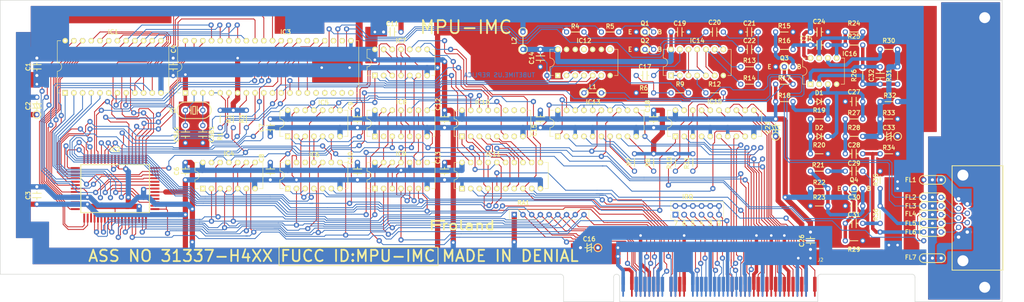
<source format=kicad_pcb>
(kicad_pcb (version 4) (host pcbnew 4.0.7)
  (title_block (title "Roland MPU-IMC") (comment 1 "Copyright (C) 2018 Eric Schlaepfer") (comment 2 "See https://creativecommons.org/licenses/by/4.0/") (comment 3 "This work is licensed under a Creative Commons Attribution 4.0 International License. "))
  (layers (0 F.Cu signal) (31 B.Cu signal) (34 B.Paste user) (35 F.Paste user) (36 B.SilkS user) (37 F.SilkS user) (38 B.Mask user) (39 F.Mask user) (44 Edge.Cuts user))
  (net 0 "")
  (net 1 VCC)
  (net 2 GND)
  (net 3 "Net-(C5A1-Pad2)")
  (net 4 "Net-(C5B1-Pad2)")
  (net 5 "Net-(C17-Pad1)")
  (net 6 "Net-(C17-Pad2)")
  (net 7 "Net-(C20-Pad1)")
  (net 8 "Net-(C20-Pad2)")
  (net 9 "Net-(C22-Pad2)")
  (net 10 "Net-(C25-Pad1)")
  (net 11 "Net-(C25-Pad2)")
  (net 12 "Net-(C27-Pad1)")
  (net 13 "Net-(C28-Pad1)")
  (net 14 /MX4)
  (net 15 /FSKOUT)
  (net 16 "Net-(C29-Pad2)")
  (net 17 "Net-(C30-Pad1)")
  (net 18 "Net-(C31-Pad1)")
  (net 19 "Net-(C31-Pad2)")
  (net 20 "Net-(C32-Pad1)")
  (net 21 "Net-(C32-Pad2)")
  (net 22 +2V5)
  (net 23 "Net-(D1-Pad1)")
  (net 24 "Net-(D2-Pad2)")
  (net 25 "Net-(FL1-Pad1)")
  (net 26 Earth)
  (net 27 /MIDI_IN)
  (net 28 /MX0)
  (net 29 /MIDI_OUT)
  (net 30 /MX1)
  (net 31 /METRO)
  (net 32 /MX2)
  (net 33 /TAPE_OUT)
  (net 34 /MX3)
  (net 35 /TAPE_IN)
  (net 36 "Net-(FL7-Pad1)")
  (net 37 /A3)
  (net 38 /A4)
  (net 39 /A5)
  (net 40 /A6)
  (net 41 /A7)
  (net 42 /A8)
  (net 43 /A9)
  (net 44 /A10)
  (net 45 /D7)
  (net 46 /D6)
  (net 47 /D5)
  (net 48 /D4)
  (net 49 /D3)
  (net 50 /D2)
  (net 51 /D1)
  (net 52 /D0)
  (net 53 "Net-(IC1-Pad18)")
  (net 54 /A0)
  (net 55 "Net-(IC1-Pad20)")
  (net 56 "Net-(IC1-Pad21)")
  (net 57 /A1)
  (net 58 /A2)
  (net 59 "Net-(IC2-Pad4)")
  (net 60 "Net-(IC2-Pad5)")
  (net 61 "Net-(IC2-Pad6)")
  (net 62 "Net-(IC2-Pad8)")
  (net 63 /~NRST)
  (net 64 /~NHRD)
  (net 65 /~NHWR)
  (net 66 /FSKIN)
  (net 67 "Net-(IC2-Pad15)")
  (net 68 "Net-(IC2-Pad16)")
  (net 69 /HA0)
  (net 70 /-CMD)
  (net 71 /AS1)
  (net 72 /AS0)
  (net 73 "Net-(IC2-Pad22)")
  (net 74 "Net-(IC14-Pad8)")
  (net 75 "Net-(IC2-Pad24)")
  (net 76 /ID7)
  (net 77 /ID6)
  (net 78 /ID5)
  (net 79 /ID4)
  (net 80 /ID3)
  (net 81 /ID2)
  (net 82 /ID1)
  (net 83 /ID0)
  (net 84 /DSR)
  (net 85 "Net-(IC3-Pad4)")
  (net 86 "Net-(IC14-Pad13)")
  (net 87 "Net-(IC3-Pad14)")
  (net 88 "Net-(IC3-Pad15)")
  (net 89 "Net-(IC4-Pad1)")
  (net 90 "Net-(IC4-Pad11)")
  (net 91 "Net-(IC5-Pad1)")
  (net 92 "Net-(IC5-Pad2)")
  (net 93 "Net-(IC5-Pad3)")
  (net 94 "Net-(IC5-Pad4)")
  (net 95 "Net-(IC15-Pad9)")
  (net 96 "Net-(IC10-Pad14)")
  (net 97 "Net-(IC10-Pad15)")
  (net 98 "Net-(IC6-Pad5)")
  (net 99 /IRQ9)
  (net 100 "Net-(IC10-Pad13)")
  (net 101 "Net-(IC7-Pad6)")
  (net 102 /-CD_SFDBK)
  (net 103 "Net-(IC13-Pad19)")
  (net 104 /M/-IO)
  (net 105 "Net-(IC7-Pad11)")
  (net 106 "Net-(IC7-Pad13)")
  (net 107 "Net-(IC10-Pad6)")
  (net 108 "Net-(IC11-Pad11)")
  (net 109 /-ADL)
  (net 110 /CHRESET)
  (net 111 "Net-(IC10-Pad2)")
  (net 112 "Net-(IC10-Pad3)")
  (net 113 "Net-(IC10-Pad4)")
  (net 114 "Net-(IC10-Pad5)")
  (net 115 /-S1)
  (net 116 /-S0)
  (net 117 /-CD_SETUP)
  (net 118 "Net-(IC13-Pad1)")
  (net 119 "Net-(IC13-Pad7)")
  (net 120 "Net-(IC13-Pad9)")
  (net 121 "Net-(IC14-Pad1)")
  (net 122 "Net-(IC14-Pad12)")
  (net 123 "Net-(IC14-Pad4)")
  (net 124 "Net-(IC14-Pad10)")
  (net 125 "Net-(IC14-Pad9)")
  (net 126 /A15)
  (net 127 /A14)
  (net 128 /A13)
  (net 129 /A12)
  (net 130 /A11)
  (net 131 "Net-(IC15-Pad16)")
  (net 132 "Net-(IC15-Pad18)")
  (net 133 /IRQ7)
  (net 134 /IRQ6)
  (net 135 /IRQ5)
  (net 136 /IRQ4)
  (net 137 /IRQ3)
  (net 138 "Net-(Q1-Pad3)")
  (net 139 "Net-(Q2-Pad3)")
  (net 140 "Net-(Q3-Pad3)")
  (net 141 "Net-(IC12-Pad3)")
  (net 142 "Net-(IC12-Pad4)")
  (net 143 "Net-(IC12-Pad6)")
  (net 144 /IA7)
  (net 145 /IA6)
  (net 146 /IA5)
  (net 147 /IA4)
  (net 148 /IA3)
  (net 149 /IA2)
  (net 150 /IA1)
  (net 151 /IA0)
  (net 152 /IA10)
  (net 153 /IA9)
  (net 154 /IA8)
  (net 155 "Net-(IC16-Pad6)")
  (net 156 "Net-(C14-Pad1)")
  (module Roland:C_DISC_200 (layer F.Cu) (at 74.168 132.08 270)
    (fp_text reference C1 (at 2.54 2.54 270) (layer F.SilkS) (effects (font (size 1.27 1.27) (thickness 0.254))))
    (fp_text value 0.1)
    (pad 1 thru_hole circle (at 0 0 180) (size 1.524 1.524) (drill 0.889) (layers *.Cu *.Mask) (net 1 VCC))
    (pad 2 thru_hole circle (at 5.08 0 180) (size 1.524 1.524) (drill 0.889) (layers *.Cu *.Mask) (net 2 GND))
  )
  (module Roland:C_DISC_200 (layer F.Cu) (at 74.168 169.672 270)
    (fp_text reference C3 (at 2.54 2.54 270) (layer F.SilkS) (effects (font (size 1.27 1.27) (thickness 0.254))))
    (fp_text value 0.1)
    (pad 1 thru_hole circle (at 0 0 180) (size 1.524 1.524) (drill 0.889) (layers *.Cu *.Mask) (net 1 VCC))
    (pad 2 thru_hole circle (at 5.08 0 180) (size 1.524 1.524) (drill 0.889) (layers *.Cu *.Mask) (net 2 GND))
  )
  (module Roland:C_DISC_200 (layer F.Cu) (at 113.919 132.08 270)
    (fp_text reference C4 (at -2.667 -0.127 270) (layer F.SilkS) (effects (font (size 1.27 1.27) (thickness 0.254))))
    (fp_text value 0.1)
    (pad 1 thru_hole circle (at 0 0 180) (size 1.524 1.524) (drill 0.889) (layers *.Cu *.Mask) (net 1 VCC))
    (pad 2 thru_hole circle (at 5.08 0 180) (size 1.524 1.524) (drill 0.889) (layers *.Cu *.Mask) (net 2 GND))
  )
  (module Roland:C_DISC_200 (layer F.Cu) (at 117.475 156.845 90)
    (fp_text reference C5A1 (at 2.54 -2.54 90) (layer F.SilkS) (effects (font (size 1.27 1.27) (thickness 0.254))))
    (fp_text value C_Small)
    (pad 1 thru_hole circle (at 0 0) (size 1.524 1.524) (drill 0.889) (layers *.Cu *.Mask) (net 2 GND))
    (pad 2 thru_hole circle (at 5.08 0) (size 1.524 1.524) (drill 0.889) (layers *.Cu *.Mask) (net 3 "Net-(C5A1-Pad2)"))
  )
  (module Roland:C_DISC_200 (layer F.Cu) (at 122.555 156.845 90)
    (fp_text reference C5B1 (at 2.54 2.54 90) (layer F.SilkS) (effects (font (size 1.27 1.27) (thickness 0.254))))
    (fp_text value C_Small)
    (pad 1 thru_hole circle (at 0 0) (size 1.524 1.524) (drill 0.889) (layers *.Cu *.Mask) (net 2 GND))
    (pad 2 thru_hole circle (at 5.08 0) (size 1.524 1.524) (drill 0.889) (layers *.Cu *.Mask) (net 4 "Net-(C5B1-Pad2)"))
  )
  (module Roland:C_DISC_200 (layer F.Cu) (at 117.475 162.56 270)
    (fp_text reference C6 (at 2.54 2.54 270) (layer F.SilkS) (effects (font (size 1.27 1.27) (thickness 0.254))))
    (fp_text value 0.1)
    (pad 1 thru_hole circle (at 0 0 180) (size 1.524 1.524) (drill 0.889) (layers *.Cu *.Mask) (net 1 VCC))
    (pad 2 thru_hole circle (at 5.08 0 180) (size 1.524 1.524) (drill 0.889) (layers *.Cu *.Mask) (net 2 GND))
  )
  (module Roland:C_DISC_200 (layer F.Cu) (at 142.24 149.86 270)
    (fp_text reference C7 (at 2.54 2.54 270) (layer F.SilkS) (effects (font (size 1.27 1.27) (thickness 0.254))))
    (fp_text value 0.1)
    (pad 1 thru_hole circle (at 0 0 180) (size 1.524 1.524) (drill 0.889) (layers *.Cu *.Mask) (net 1 VCC))
    (pad 2 thru_hole circle (at 5.08 0 180) (size 1.524 1.524) (drill 0.889) (layers *.Cu *.Mask) (net 2 GND))
  )
  (module Roland:C_DISC_200 (layer F.Cu) (at 142.24 162.56 270)
    (fp_text reference C8 (at -1.27 2.54 270) (layer F.SilkS) (effects (font (size 1.27 1.27) (thickness 0.254))))
    (fp_text value 0.1)
    (pad 1 thru_hole circle (at 0 0 180) (size 1.524 1.524) (drill 0.889) (layers *.Cu *.Mask) (net 1 VCC))
    (pad 2 thru_hole circle (at 5.08 0 180) (size 1.524 1.524) (drill 0.889) (layers *.Cu *.Mask) (net 2 GND))
  )
  (module Roland:C_DISC_200 (layer F.Cu) (at 167.64 147.32 270)
    (fp_text reference C9 (at -1.27 1.905 270) (layer F.SilkS) (effects (font (size 1.27 1.27) (thickness 0.254))))
    (fp_text value 0.1)
    (pad 1 thru_hole circle (at 0 0 180) (size 1.524 1.524) (drill 0.889) (layers *.Cu *.Mask) (net 1 VCC))
    (pad 2 thru_hole circle (at 5.08 0 180) (size 1.524 1.524) (drill 0.889) (layers *.Cu *.Mask) (net 2 GND))
  )
  (module Roland:C_DISC_200 (layer F.Cu) (at 167.64 162.56 270)
    (fp_text reference C10 (at -1.27 2.032 270) (layer F.SilkS) (effects (font (size 1.27 1.27) (thickness 0.254))))
    (fp_text value 0.1)
    (pad 1 thru_hole circle (at 0 0 180) (size 1.524 1.524) (drill 0.889) (layers *.Cu *.Mask) (net 1 VCC))
    (pad 2 thru_hole circle (at 5.08 0 180) (size 1.524 1.524) (drill 0.889) (layers *.Cu *.Mask) (net 2 GND))
  )
  (module Roland:C_DISC_200 (layer F.Cu) (at 175.26 124.46)
    (fp_text reference C11 (at 2.54 -2.413) (layer F.SilkS) (effects (font (size 1.27 1.27) (thickness 0.254))))
    (fp_text value 0.1)
    (pad 1 thru_hole circle (at 0 0 270) (size 1.524 1.524) (drill 0.889) (layers *.Cu *.Mask) (net 1 VCC))
    (pad 2 thru_hole circle (at 5.08 0 270) (size 1.524 1.524) (drill 0.889) (layers *.Cu *.Mask) (net 2 GND))
  )
  (module Roland:C_DISC_200 (layer F.Cu) (at 193.04 147.32 270)
    (fp_text reference C12 (at -1.778 1.905 270) (layer F.SilkS) (effects (font (size 1.27 1.27) (thickness 0.254))))
    (fp_text value 0.1)
    (pad 1 thru_hole circle (at 0 0 180) (size 1.524 1.524) (drill 0.889) (layers *.Cu *.Mask) (net 1 VCC))
    (pad 2 thru_hole circle (at 5.08 0 180) (size 1.524 1.524) (drill 0.889) (layers *.Cu *.Mask) (net 2 GND))
  )
  (module Roland:C_DISC_200 (layer F.Cu) (at 193.04 162.56 270)
    (fp_text reference C13 (at -1.397 1.905 270) (layer F.SilkS) (effects (font (size 1.27 1.27) (thickness 0.254))))
    (fp_text value 0.1)
    (pad 1 thru_hole circle (at 0 0 180) (size 1.524 1.524) (drill 0.889) (layers *.Cu *.Mask) (net 1 VCC))
    (pad 2 thru_hole circle (at 5.08 0 180) (size 1.524 1.524) (drill 0.889) (layers *.Cu *.Mask) (net 2 GND))
  )
  (module Roland:C_DISC_200 (layer F.Cu) (at 220.98 147.32 270)
    (fp_text reference C15 (at 5.842 1.778 270) (layer F.SilkS) (effects (font (size 1.27 1.27) (thickness 0.254))))
    (fp_text value 0.1)
    (pad 1 thru_hole circle (at 0 0 180) (size 1.524 1.524) (drill 0.889) (layers *.Cu *.Mask) (net 1 VCC))
    (pad 2 thru_hole circle (at 5.08 0 180) (size 1.524 1.524) (drill 0.889) (layers *.Cu *.Mask) (net 2 GND))
  )
  (module Roland:C_DISC_200 (layer F.Cu) (at 254 137.16 180)
    (fp_text reference C17 (at 2.54 2.54 180) (layer F.SilkS) (effects (font (size 1.27 1.27) (thickness 0.254))))
    (fp_text value 0.033)
    (pad 1 thru_hole circle (at 0 0 90) (size 1.524 1.524) (drill 0.889) (layers *.Cu *.Mask) (net 5 "Net-(C17-Pad1)"))
    (pad 2 thru_hole circle (at 5.08 0 90) (size 1.524 1.524) (drill 0.889) (layers *.Cu *.Mask) (net 6 "Net-(C17-Pad2)"))
  )
  (module Roland:C_DISC_200 (layer F.Cu) (at 254 147.32 270)
    (fp_text reference C18 (at -1.143 1.778 270) (layer F.SilkS) (effects (font (size 1.27 1.27) (thickness 0.254))))
    (fp_text value 0.1)
    (pad 1 thru_hole circle (at 0 0 180) (size 1.524 1.524) (drill 0.889) (layers *.Cu *.Mask) (net 1 VCC))
    (pad 2 thru_hole circle (at 5.08 0 180) (size 1.524 1.524) (drill 0.889) (layers *.Cu *.Mask) (net 2 GND))
  )
  (module Roland:C_DISC_200 (layer F.Cu) (at 259.08 124.46)
    (fp_text reference C19 (at 2.54 -2.54) (layer F.SilkS) (effects (font (size 1.27 1.27) (thickness 0.254))))
    (fp_text value 0.1)
    (pad 1 thru_hole circle (at 0 0 270) (size 1.524 1.524) (drill 0.889) (layers *.Cu *.Mask) (net 156 "Net-(C14-Pad1)"))
    (pad 2 thru_hole circle (at 5.08 0 270) (size 1.524 1.524) (drill 0.889) (layers *.Cu *.Mask) (net 2 GND))
  )
  (module Roland:C_DISC_200 (layer F.Cu) (at 274.32 124.46 180)
    (fp_text reference C20 (at 2.54 2.794 180) (layer F.SilkS) (effects (font (size 1.27 1.27) (thickness 0.254))))
    (fp_text value 0.0047)
    (pad 1 thru_hole circle (at 0 0 90) (size 1.524 1.524) (drill 0.889) (layers *.Cu *.Mask) (net 7 "Net-(C20-Pad1)"))
    (pad 2 thru_hole circle (at 5.08 0 90) (size 1.524 1.524) (drill 0.889) (layers *.Cu *.Mask) (net 8 "Net-(C20-Pad2)"))
  )
  (module Roland:C_DISC_200 (layer F.Cu) (at 284.48 124.46 180)
    (fp_text reference C21 (at 2.54 2.54 180) (layer F.SilkS) (effects (font (size 1.27 1.27) (thickness 0.254))))
    (fp_text value 0.018)
    (pad 1 thru_hole circle (at 0 0 90) (size 1.524 1.524) (drill 0.889) (layers *.Cu *.Mask) (net 7 "Net-(C20-Pad1)"))
    (pad 2 thru_hole circle (at 5.08 0 90) (size 1.524 1.524) (drill 0.889) (layers *.Cu *.Mask) (net 2 GND))
  )
  (module Roland:C_DISC_200 (layer F.Cu) (at 284.48 129.54 180)
    (fp_text reference C22 (at 2.54 2.54 180) (layer F.SilkS) (effects (font (size 1.27 1.27) (thickness 0.254))))
    (fp_text value 0.0039)
    (pad 1 thru_hole circle (at 0 0 90) (size 1.524 1.524) (drill 0.889) (layers *.Cu *.Mask) (net 7 "Net-(C20-Pad1)"))
    (pad 2 thru_hole circle (at 5.08 0 90) (size 1.524 1.524) (drill 0.889) (layers *.Cu *.Mask) (net 9 "Net-(C22-Pad2)"))
  )
  (module Roland:C_DISC_200 (layer F.Cu) (at 299.72 124.46)
    (fp_text reference C24 (at 2.509476 -3.027001) (layer F.SilkS) (effects (font (size 1.27 1.27) (thickness 0.254))))
    (fp_text value 0.1)
    (pad 1 thru_hole circle (at 0 0 270) (size 1.524 1.524) (drill 0.889) (layers *.Cu *.Mask) (net 1 VCC))
    (pad 2 thru_hole circle (at 5.08 0 270) (size 1.524 1.524) (drill 0.889) (layers *.Cu *.Mask) (net 2 GND))
  )
  (module Roland:C_DISC_200 (layer F.Cu) (at 299.72 128.27)
    (fp_text reference C25 (at -1.27 -1.905) (layer F.SilkS) (effects (font (size 1.27 1.27) (thickness 0.254))))
    (fp_text value 22p)
    (pad 1 thru_hole circle (at 0 0 270) (size 1.524 1.524) (drill 0.889) (layers *.Cu *.Mask) (net 10 "Net-(C25-Pad1)"))
    (pad 2 thru_hole circle (at 5.08 0 270) (size 1.524 1.524) (drill 0.889) (layers *.Cu *.Mask) (net 11 "Net-(C25-Pad2)"))
  )
  (module Roland:C_DISC_200 (layer F.Cu) (at 299.72 182.88 270)
    (fp_text reference C26 (at 2.54 2.54 270) (layer F.SilkS) (effects (font (size 1.27 1.27) (thickness 0.254))))
    (fp_text value 0.1)
    (pad 1 thru_hole circle (at 0 0 180) (size 1.524 1.524) (drill 0.889) (layers *.Cu *.Mask) (net 1 VCC))
    (pad 2 thru_hole circle (at 5.08 0 180) (size 1.524 1.524) (drill 0.889) (layers *.Cu *.Mask) (net 2 GND))
  )
  (module Roland:C_DISC_200 (layer F.Cu) (at 314.96 144.78 180)
    (fp_text reference C27 (at 2.54 2.794 180) (layer F.SilkS) (effects (font (size 1.27 1.27) (thickness 0.254))))
    (fp_text value 0.0068)
    (pad 1 thru_hole circle (at 0 0 90) (size 1.524 1.524) (drill 0.889) (layers *.Cu *.Mask) (net 12 "Net-(C27-Pad1)"))
    (pad 2 thru_hole circle (at 5.08 0 90) (size 1.524 1.524) (drill 0.889) (layers *.Cu *.Mask) (net 2 GND))
  )
  (module Roland:C_DISC_200 (layer F.Cu) (at 309.88 160.02)
    (fp_text reference C28 (at 2.54 -2.54) (layer F.SilkS) (effects (font (size 1.27 1.27) (thickness 0.254))))
    (fp_text value 0.027)
    (pad 1 thru_hole circle (at 0 0 270) (size 1.524 1.524) (drill 0.889) (layers *.Cu *.Mask) (net 13 "Net-(C28-Pad1)"))
    (pad 2 thru_hole circle (at 5.08 0 270) (size 1.524 1.524) (drill 0.889) (layers *.Cu *.Mask) (net 14 /MX4))
  )
  (module Roland:C_DISC_200 (layer F.Cu) (at 314.96 165.1 180)
    (fp_text reference C29 (at 2.54 2.286 180) (layer F.SilkS) (effects (font (size 1.27 1.27) (thickness 0.254))))
    (fp_text value 0.1)
    (pad 1 thru_hole circle (at 0 0 90) (size 1.524 1.524) (drill 0.889) (layers *.Cu *.Mask) (net 15 /FSKOUT))
    (pad 2 thru_hole circle (at 5.08 0 90) (size 1.524 1.524) (drill 0.889) (layers *.Cu *.Mask) (net 16 "Net-(C29-Pad2)"))
  )
  (module Roland:C_DISC_200 (layer F.Cu) (at 314.96 175.26 180)
    (fp_text reference C30 (at 2.54 2.54 180) (layer F.SilkS) (effects (font (size 1.27 1.27) (thickness 0.254))))
    (fp_text value 0.0047)
    (pad 1 thru_hole circle (at 0 0 90) (size 1.524 1.524) (drill 0.889) (layers *.Cu *.Mask) (net 17 "Net-(C30-Pad1)"))
    (pad 2 thru_hole circle (at 5.08 0 90) (size 1.524 1.524) (drill 0.889) (layers *.Cu *.Mask) (net 2 GND))
  )
  (module Roland:C_DISC_200 (layer F.Cu) (at 309.88 180.34)
    (fp_text reference C31 (at 2.54 -2.54) (layer F.SilkS) (effects (font (size 1.27 1.27) (thickness 0.254))))
    (fp_text value 0.1)
    (pad 1 thru_hole circle (at 0 0 270) (size 1.524 1.524) (drill 0.889) (layers *.Cu *.Mask) (net 18 "Net-(C31-Pad1)"))
    (pad 2 thru_hole circle (at 5.08 0 270) (size 1.524 1.524) (drill 0.889) (layers *.Cu *.Mask) (net 19 "Net-(C31-Pad2)"))
  )
  (module Roland:C_DISC_200 (layer F.Cu) (at 320.04 134.62 270)
    (fp_text reference C32 (at 2.54 2.54 270) (layer F.SilkS) (effects (font (size 1.27 1.27) (thickness 0.254))))
    (fp_text value 15p)
    (pad 1 thru_hole circle (at 0 0 180) (size 1.524 1.524) (drill 0.889) (layers *.Cu *.Mask) (net 20 "Net-(C32-Pad1)"))
    (pad 2 thru_hole circle (at 5.08 0 180) (size 1.524 1.524) (drill 0.889) (layers *.Cu *.Mask) (net 21 "Net-(C32-Pad2)"))
  )
  (module Roland:D_200 (layer F.Cu) (at 304.8 144.78 180)
    (fp_text reference D1 (at 2.54 2.54 180) (layer F.SilkS) (effects (font (size 1.27 1.27) (thickness 0.254))))
    (fp_text value ?)
    (pad 1 thru_hole circle (at 0 0 90) (size 1.524 1.524) (drill 0.889) (layers *.Cu *.Mask) (net 23 "Net-(D1-Pad1)"))
    (pad 2 thru_hole circle (at 5.08 0 90) (size 1.524 1.524) (drill 0.889) (layers *.Cu *.Mask) (net 12 "Net-(C27-Pad1)"))
  )
  (module Roland:D_200 (layer F.Cu) (at 304.8 154.94 180)
    (fp_text reference D2 (at 2.54 2.54 180) (layer F.SilkS) (effects (font (size 1.27 1.27) (thickness 0.254))))
    (fp_text value ?)
    (pad 1 thru_hole circle (at 0 0 90) (size 1.524 1.524) (drill 0.889) (layers *.Cu *.Mask) (net 12 "Net-(C27-Pad1)"))
    (pad 2 thru_hole circle (at 5.08 0 90) (size 1.524 1.524) (drill 0.889) (layers *.Cu *.Mask) (net 24 "Net-(D2-Pad2)"))
  )
  (module Roland:FILT_200 (layer F.Cu) (at 337.82 167.64 180)
    (fp_text reference FL1 (at 8.89 0 180) (layer F.SilkS) (effects (font (size 1.27 1.27) (thickness 0.254))))
    (fp_text value EMI_Filter_C)
    (pad 1 thru_hole circle (at 0 0 90) (size 1.524 1.524) (drill 0.889) (layers *.Cu *.Mask) (net 25 "Net-(FL1-Pad1)"))
    (pad 3 thru_hole circle (at 5.08 0 90) (size 1.524 1.524) (drill 0.889) (layers *.Cu *.Mask) (net 2 GND))
    (pad 2 thru_hole circle (at 2.54 0 90) (size 1.524 1.524) (drill 0.889) (layers *.Cu *.Mask) (net 26 Earth))
  )
  (module Roland:FILT_200 (layer F.Cu) (at 337.82 172.72 180)
    (fp_text reference FL2 (at 8.89 0 180) (layer F.SilkS) (effects (font (size 1.27 1.27) (thickness 0.254))))
    (fp_text value EMI_Filter_C)
    (pad 1 thru_hole circle (at 0 0 90) (size 1.524 1.524) (drill 0.889) (layers *.Cu *.Mask) (net 27 /MIDI_IN))
    (pad 3 thru_hole circle (at 5.08 0 90) (size 1.524 1.524) (drill 0.889) (layers *.Cu *.Mask) (net 28 /MX0))
    (pad 2 thru_hole circle (at 2.54 0 90) (size 1.524 1.524) (drill 0.889) (layers *.Cu *.Mask) (net 26 Earth))
  )
  (module Roland:FILT_200 (layer F.Cu) (at 337.82 175.26 180)
    (fp_text reference FL3 (at 8.89 0 180) (layer F.SilkS) (effects (font (size 1.27 1.27) (thickness 0.254))))
    (fp_text value EMI_Filter_C)
    (pad 1 thru_hole circle (at 0 0 90) (size 1.524 1.524) (drill 0.889) (layers *.Cu *.Mask) (net 29 /MIDI_OUT))
    (pad 3 thru_hole circle (at 5.08 0 90) (size 1.524 1.524) (drill 0.889) (layers *.Cu *.Mask) (net 30 /MX1))
    (pad 2 thru_hole circle (at 2.54 0 90) (size 1.524 1.524) (drill 0.889) (layers *.Cu *.Mask) (net 26 Earth))
  )
  (module Roland:FILT_200 (layer F.Cu) (at 337.82 177.8 180)
    (fp_text reference FL4 (at 8.89 0.254 180) (layer F.SilkS) (effects (font (size 1.27 1.27) (thickness 0.254))))
    (fp_text value EMI_Filter_C)
    (pad 1 thru_hole circle (at 0 0 90) (size 1.524 1.524) (drill 0.889) (layers *.Cu *.Mask) (net 31 /METRO))
    (pad 3 thru_hole circle (at 5.08 0 90) (size 1.524 1.524) (drill 0.889) (layers *.Cu *.Mask) (net 32 /MX2))
    (pad 2 thru_hole circle (at 2.54 0 90) (size 1.524 1.524) (drill 0.889) (layers *.Cu *.Mask) (net 26 Earth))
  )
  (module Roland:FILT_200 (layer F.Cu) (at 337.82 180.34 180)
    (fp_text reference FL5 (at 8.89 0 180) (layer F.SilkS) (effects (font (size 1.27 1.27) (thickness 0.254))))
    (fp_text value EMI_Filter_C)
    (pad 1 thru_hole circle (at 0 0 90) (size 1.524 1.524) (drill 0.889) (layers *.Cu *.Mask) (net 33 /TAPE_OUT))
    (pad 3 thru_hole circle (at 5.08 0 90) (size 1.524 1.524) (drill 0.889) (layers *.Cu *.Mask) (net 34 /MX3))
    (pad 2 thru_hole circle (at 2.54 0 90) (size 1.524 1.524) (drill 0.889) (layers *.Cu *.Mask) (net 26 Earth))
  )
  (module Roland:FILT_200 (layer F.Cu) (at 337.82 182.88 180)
    (fp_text reference FL6 (at 8.89 0 180) (layer F.SilkS) (effects (font (size 1.27 1.27) (thickness 0.254))))
    (fp_text value EMI_Filter_C)
    (pad 1 thru_hole circle (at 0 0 90) (size 1.524 1.524) (drill 0.889) (layers *.Cu *.Mask) (net 35 /TAPE_IN))
    (pad 3 thru_hole circle (at 5.08 0 90) (size 1.524 1.524) (drill 0.889) (layers *.Cu *.Mask) (net 14 /MX4))
    (pad 2 thru_hole circle (at 2.54 0 90) (size 1.524 1.524) (drill 0.889) (layers *.Cu *.Mask) (net 26 Earth))
  )
  (module Roland:FILT_200 (layer F.Cu) (at 337.82 190.5 180)
    (fp_text reference FL7 (at 8.89 0.254 180) (layer F.SilkS) (effects (font (size 1.27 1.27) (thickness 0.254))))
    (fp_text value EMI_Filter_C)
    (pad 1 thru_hole circle (at 0 0 90) (size 1.524 1.524) (drill 0.889) (layers *.Cu *.Mask) (net 36 "Net-(FL7-Pad1)"))
    (pad 3 thru_hole circle (at 5.08 0 90) (size 1.524 1.524) (drill 0.889) (layers *.Cu *.Mask) (net 1 VCC))
    (pad 2 thru_hole circle (at 2.54 0 90) (size 1.524 1.524) (drill 0.889) (layers *.Cu *.Mask) (net 26 Earth))
  )
  (module Active:DIP254P1524X635-24 (layer F.Cu) (at 82.423 142.24 90)
    (fp_text reference IC1 (at 17.78 13.97 180) (layer F.SilkS) (effects (font (size 1.27 1.27) (thickness 0.254))))
    (fp_text value LC3517)
    (pad 1 thru_hole rect (at 0 0 90) (size 1.6 1.6) (drill 0.8) (layers *.Cu *.Mask F.SilkS) (net 148 /IA3))
    (pad 2 thru_hole oval (at 0 2.54 90) (size 1.6 1.6) (drill 0.8) (layers *.Cu *.Mask F.SilkS) (net 147 /IA4))
    (pad 3 thru_hole oval (at 0 5.08 90) (size 1.6 1.6) (drill 0.8) (layers *.Cu *.Mask F.SilkS) (net 146 /IA5))
    (pad 4 thru_hole oval (at 0 7.62 90) (size 1.6 1.6) (drill 0.8) (layers *.Cu *.Mask F.SilkS) (net 145 /IA6))
    (pad 5 thru_hole oval (at 0 10.16 90) (size 1.6 1.6) (drill 0.8) (layers *.Cu *.Mask F.SilkS) (net 144 /IA7))
    (pad 6 thru_hole oval (at 0 12.7 90) (size 1.6 1.6) (drill 0.8) (layers *.Cu *.Mask F.SilkS) (net 154 /IA8))
    (pad 7 thru_hole oval (at 0 15.24 90) (size 1.6 1.6) (drill 0.8) (layers *.Cu *.Mask F.SilkS) (net 153 /IA9))
    (pad 8 thru_hole oval (at 0 17.78 90) (size 1.6 1.6) (drill 0.8) (layers *.Cu *.Mask F.SilkS) (net 152 /IA10))
    (pad 9 thru_hole oval (at 0 20.32 90) (size 1.6 1.6) (drill 0.8) (layers *.Cu *.Mask F.SilkS) (net 76 /ID7))
    (pad 10 thru_hole oval (at 0 22.86 90) (size 1.6 1.6) (drill 0.8) (layers *.Cu *.Mask F.SilkS) (net 77 /ID6))
    (pad 11 thru_hole oval (at 0 25.4 90) (size 1.6 1.6) (drill 0.8) (layers *.Cu *.Mask F.SilkS) (net 78 /ID5))
    (pad 12 thru_hole oval (at 0 27.94 90) (size 1.6 1.6) (drill 0.8) (layers *.Cu *.Mask F.SilkS) (net 2 GND))
    (pad 13 thru_hole oval (at 15.24 27.94 90) (size 1.6 1.6) (drill 0.8) (layers *.Cu *.Mask F.SilkS) (net 79 /ID4))
    (pad 14 thru_hole oval (at 15.24 25.4 90) (size 1.6 1.6) (drill 0.8) (layers *.Cu *.Mask F.SilkS) (net 80 /ID3))
    (pad 15 thru_hole oval (at 15.24 22.86 90) (size 1.6 1.6) (drill 0.8) (layers *.Cu *.Mask F.SilkS) (net 81 /ID2))
    (pad 16 thru_hole oval (at 15.24 20.32 90) (size 1.6 1.6) (drill 0.8) (layers *.Cu *.Mask F.SilkS) (net 82 /ID1))
    (pad 17 thru_hole oval (at 15.24 17.78 90) (size 1.6 1.6) (drill 0.8) (layers *.Cu *.Mask F.SilkS) (net 83 /ID0))
    (pad 18 thru_hole oval (at 15.24 15.24 90) (size 1.6 1.6) (drill 0.8) (layers *.Cu *.Mask F.SilkS) (net 53 "Net-(IC1-Pad18)"))
    (pad 19 thru_hole oval (at 15.24 12.7 90) (size 1.6 1.6) (drill 0.8) (layers *.Cu *.Mask F.SilkS) (net 151 /IA0))
    (pad 20 thru_hole oval (at 15.24 10.16 90) (size 1.6 1.6) (drill 0.8) (layers *.Cu *.Mask F.SilkS) (net 55 "Net-(IC1-Pad20)"))
    (pad 21 thru_hole oval (at 15.24 7.62 90) (size 1.6 1.6) (drill 0.8) (layers *.Cu *.Mask F.SilkS) (net 56 "Net-(IC1-Pad21)"))
    (pad 22 thru_hole oval (at 15.24 5.08 90) (size 1.6 1.6) (drill 0.8) (layers *.Cu *.Mask F.SilkS) (net 150 /IA1))
    (pad 23 thru_hole oval (at 15.24 2.54 90) (size 1.6 1.6) (drill 0.8) (layers *.Cu *.Mask F.SilkS) (net 149 /IA2))
    (pad 24 thru_hole oval (at 15.24 0 90) (size 1.6 1.6) (drill 0.8) (layers *.Cu *.Mask F.SilkS) (net 1 VCC))
  )
  (module Roland:TQFP-64 (layer F.Cu) (at 96.985 170.18 180)
    (fp_text reference IC2 (at 0 11.43 180) (layer F.SilkS) (effects (font (size 1.27 1.27) (thickness 0.254))))
    (fp_text value HG62E08)
    (pad 1 smd rect (at -9.017 8.6 180) (size 0.55 2.6) (layers F.Cu F.Paste F.Mask) (net 55 "Net-(IC1-Pad20)"))
    (pad 2 smd rect (at -8.017 8.6 180) (size 0.55 2.6) (layers F.Cu F.Paste F.Mask) (net 56 "Net-(IC1-Pad21)"))
    (pad 3 smd rect (at -7.017 8.6 180) (size 0.55 2.6) (layers F.Cu F.Paste F.Mask) (net 53 "Net-(IC1-Pad18)"))
    (pad 4 smd rect (at -6.017 8.6 180) (size 0.55 2.6) (layers F.Cu F.Paste F.Mask) (net 59 "Net-(IC2-Pad4)"))
    (pad 5 smd rect (at -5.017 8.6 180) (size 0.55 2.6) (layers F.Cu F.Paste F.Mask) (net 60 "Net-(IC2-Pad5)"))
    (pad 6 smd rect (at -4.017 8.6 180) (size 0.55 2.6) (layers F.Cu F.Paste F.Mask) (net 61 "Net-(IC2-Pad6)"))
    (pad 7 smd rect (at -3.017 8.6 180) (size 0.55 2.6) (layers F.Cu F.Paste F.Mask) (net 2 GND))
    (pad 8 smd rect (at -2.017 8.6 180) (size 0.55 2.6) (layers F.Cu F.Paste F.Mask) (net 62 "Net-(IC2-Pad8)"))
    (pad 9 smd rect (at -1.017 8.6 180) (size 0.55 2.6) (layers F.Cu F.Paste F.Mask) (net 2 GND))
    (pad 10 smd rect (at -0.017 8.6 180) (size 0.55 2.6) (layers F.Cu F.Paste F.Mask) (net 2 GND))
    (pad 11 smd rect (at 0.983 8.6 180) (size 0.55 2.6) (layers F.Cu F.Paste F.Mask) (net 63 /~NRST))
    (pad 12 smd rect (at 1.983 8.6 180) (size 0.55 2.6) (layers F.Cu F.Paste F.Mask) (net 64 /~NHRD))
    (pad 13 smd rect (at 2.983 8.6 180) (size 0.55 2.6) (layers F.Cu F.Paste F.Mask) (net 65 /~NHWR))
    (pad 14 smd rect (at 3.983 8.6 180) (size 0.55 2.6) (layers F.Cu F.Paste F.Mask) (net 66 /FSKIN))
    (pad 15 smd rect (at 4.983 8.6 180) (size 0.55 2.6) (layers F.Cu F.Paste F.Mask) (net 67 "Net-(IC2-Pad15)"))
    (pad 16 smd rect (at 5.983 8.6 180) (size 0.55 2.6) (layers F.Cu F.Paste F.Mask) (net 68 "Net-(IC2-Pad16)"))
    (pad 17 smd rect (at 6.983 8.6 180) (size 0.55 2.6) (layers F.Cu F.Paste F.Mask) (net 69 /HA0))
    (pad 18 smd rect (at 7.983 8.6 180) (size 0.55 2.6) (layers F.Cu F.Paste F.Mask) (net 70 /-CMD))
    (pad 19 smd rect (at 8.983 8.6 180) (size 0.55 2.6) (layers F.Cu F.Paste F.Mask) (net 71 /AS1))
    (pad 20 smd rect (at 11.6 6 270) (size 0.55 2.6) (layers F.Cu F.Paste F.Mask) (net 72 /AS0))
    (pad 21 smd rect (at 11.6 5 270) (size 0.55 2.6) (layers F.Cu F.Paste F.Mask) (net 15 /FSKOUT))
    (pad 22 smd rect (at 11.6 4 270) (size 0.55 2.6) (layers F.Cu F.Paste F.Mask) (net 73 "Net-(IC2-Pad22)"))
    (pad 23 smd rect (at 11.6 3 270) (size 0.55 2.6) (layers F.Cu F.Paste F.Mask) (net 74 "Net-(IC14-Pad8)"))
    (pad 24 smd rect (at 11.6 2 270) (size 0.55 2.6) (layers F.Cu F.Paste F.Mask) (net 75 "Net-(IC2-Pad24)"))
    (pad 25 smd rect (at 11.6 1 270) (size 0.55 2.6) (layers F.Cu F.Paste F.Mask) (net 76 /ID7))
    (pad 26 smd rect (at 11.6 0 270) (size 0.55 2.6) (layers F.Cu F.Paste F.Mask) (net 1 VCC))
    (pad 27 smd rect (at 11.6 -1 270) (size 0.55 2.6) (layers F.Cu F.Paste F.Mask) (net 77 /ID6))
    (pad 28 smd rect (at 11.6 -2 270) (size 0.55 2.6) (layers F.Cu F.Paste F.Mask) (net 78 /ID5))
    (pad 29 smd rect (at 11.6 -3 270) (size 0.55 2.6) (layers F.Cu F.Paste F.Mask) (net 79 /ID4))
    (pad 30 smd rect (at 11.6 -4 270) (size 0.55 2.6) (layers F.Cu F.Paste F.Mask) (net 2 GND))
    (pad 31 smd rect (at 11.6 -5 270) (size 0.55 2.6) (layers F.Cu F.Paste F.Mask) (net 80 /ID3))
    (pad 32 smd rect (at 11.6 -6 270) (size 0.55 2.6) (layers F.Cu F.Paste F.Mask) (net 81 /ID2))
    (pad 33 smd rect (at 9 -8.6 180) (size 0.55 2.6) (layers F.Cu F.Paste F.Mask) (net 82 /ID1))
    (pad 34 smd rect (at 8 -8.6 180) (size 0.55 2.6) (layers F.Cu F.Paste F.Mask) (net 83 /ID0))
    (pad 35 smd rect (at 7 -8.6 180) (size 0.55 2.6) (layers F.Cu F.Paste F.Mask) (net 2 GND))
    (pad 36 smd rect (at 6 -8.6 180) (size 0.55 2.6) (layers F.Cu F.Paste F.Mask) (net 45 /D7))
    (pad 37 smd rect (at 5 -8.6 180) (size 0.55 2.6) (layers F.Cu F.Paste F.Mask) (net 45 /D7))
    (pad 38 smd rect (at 4 -8.6 180) (size 0.55 2.6) (layers F.Cu F.Paste F.Mask) (net 46 /D6))
    (pad 39 smd rect (at 3 -8.6 180) (size 0.55 2.6) (layers F.Cu F.Paste F.Mask) (net 46 /D6))
    (pad 40 smd rect (at 2 -8.6 180) (size 0.55 2.6) (layers F.Cu F.Paste F.Mask) (net 47 /D5))
    (pad 41 smd rect (at 1 -8.6 180) (size 0.55 2.6) (layers F.Cu F.Paste F.Mask) (net 47 /D5))
    (pad 42 smd rect (at 0 -8.6 180) (size 0.55 2.6) (layers F.Cu F.Paste F.Mask) (net 2 GND))
    (pad 43 smd rect (at -1 -8.6 180) (size 0.55 2.6) (layers F.Cu F.Paste F.Mask) (net 48 /D4))
    (pad 44 smd rect (at -2 -8.6 180) (size 0.55 2.6) (layers F.Cu F.Paste F.Mask) (net 48 /D4))
    (pad 45 smd rect (at -3 -8.6 180) (size 0.55 2.6) (layers F.Cu F.Paste F.Mask) (net 49 /D3))
    (pad 46 smd rect (at -4 -8.6 180) (size 0.55 2.6) (layers F.Cu F.Paste F.Mask) (net 49 /D3))
    (pad 47 smd rect (at -5 -8.6 180) (size 0.55 2.6) (layers F.Cu F.Paste F.Mask) (net 50 /D2))
    (pad 48 smd rect (at -6 -8.6 180) (size 0.55 2.6) (layers F.Cu F.Paste F.Mask) (net 50 /D2))
    (pad 49 smd rect (at -7 -8.6 180) (size 0.55 2.6) (layers F.Cu F.Paste F.Mask) (net 2 GND))
    (pad 50 smd rect (at -8 -8.6 180) (size 0.55 2.6) (layers F.Cu F.Paste F.Mask) (net 51 /D1))
    (pad 51 smd rect (at -9 -8.6 180) (size 0.55 2.6) (layers F.Cu F.Paste F.Mask) (net 51 /D1))
    (pad 52 smd rect (at -11.6 -6 270) (size 0.55 2.6) (layers F.Cu F.Paste F.Mask) (net 52 /D0))
    (pad 53 smd rect (at -11.6 -5 270) (size 0.55 2.6) (layers F.Cu F.Paste F.Mask) (net 52 /D0))
    (pad 54 smd rect (at -11.6 -4 270) (size 0.55 2.6) (layers F.Cu F.Paste F.Mask) (net 144 /IA7))
    (pad 55 smd rect (at -11.6 -3 270) (size 0.55 2.6) (layers F.Cu F.Paste F.Mask) (net 145 /IA6))
    (pad 56 smd rect (at -11.6 -2 270) (size 0.55 2.6) (layers F.Cu F.Paste F.Mask) (net 146 /IA5))
    (pad 57 smd rect (at -11.6 -1 270) (size 0.55 2.6) (layers F.Cu F.Paste F.Mask) (net 2 GND))
    (pad 58 smd rect (at -11.6 0 270) (size 0.55 2.6) (layers F.Cu F.Paste F.Mask) (net 1 VCC))
    (pad 59 smd rect (at -11.6 1 270) (size 0.55 2.6) (layers F.Cu F.Paste F.Mask) (net 147 /IA4))
    (pad 60 smd rect (at -11.6 2 270) (size 0.55 2.6) (layers F.Cu F.Paste F.Mask) (net 148 /IA3))
    (pad 61 smd rect (at -11.6 3 270) (size 0.55 2.6) (layers F.Cu F.Paste F.Mask) (net 149 /IA2))
    (pad 62 smd rect (at -11.6 4 270) (size 0.55 2.6) (layers F.Cu F.Paste F.Mask) (net 150 /IA1))
    (pad 63 smd rect (at -11.6 5 270) (size 0.55 2.6) (layers F.Cu F.Paste F.Mask) (net 151 /IA0))
    (pad 64 smd rect (at -11.6 6 270) (size 0.55 2.6) (layers F.Cu F.Paste F.Mask) (net 84 /DSR))
  )
  (module Active:DIP254P1524X635-40 (layer F.Cu) (at 117.475 142.24 90)
    (fp_text reference IC3 (at 17.78 29.21 180) (layer F.SilkS) (effects (font (size 1.27 1.27) (thickness 0.254))))
    (fp_text value HD6801VD855P)
    (pad 1 thru_hole rect (at 0 0 90) (size 1.6 1.6) (drill 0.8) (layers *.Cu *.Mask F.SilkS) (net 2 GND))
    (pad 2 thru_hole oval (at 0 2.54 90) (size 1.6 1.6) (drill 0.8) (layers *.Cu *.Mask F.SilkS) (net 3 "Net-(C5A1-Pad2)"))
    (pad 3 thru_hole oval (at 0 5.08 90) (size 1.6 1.6) (drill 0.8) (layers *.Cu *.Mask F.SilkS) (net 4 "Net-(C5B1-Pad2)"))
    (pad 4 thru_hole oval (at 0 7.62 90) (size 1.6 1.6) (drill 0.8) (layers *.Cu *.Mask F.SilkS) (net 85 "Net-(IC3-Pad4)"))
    (pad 5 thru_hole oval (at 0 10.16 90) (size 1.6 1.6) (drill 0.8) (layers *.Cu *.Mask F.SilkS) (net 85 "Net-(IC3-Pad4)"))
    (pad 6 thru_hole oval (at 0 12.7 90) (size 1.6 1.6) (drill 0.8) (layers *.Cu *.Mask F.SilkS) (net 74 "Net-(IC14-Pad8)"))
    (pad 7 thru_hole oval (at 0 15.24 90) (size 1.6 1.6) (drill 0.8) (layers *.Cu *.Mask F.SilkS) (net 1 VCC))
    (pad 8 thru_hole oval (at 0 17.78 90) (size 1.6 1.6) (drill 0.8) (layers *.Cu *.Mask F.SilkS) (net 73 "Net-(IC2-Pad22)"))
    (pad 9 thru_hole oval (at 0 20.32 90) (size 1.6 1.6) (drill 0.8) (layers *.Cu *.Mask F.SilkS) (net 62 "Net-(IC2-Pad8)"))
    (pad 10 thru_hole oval (at 0 22.86 90) (size 1.6 1.6) (drill 0.8) (layers *.Cu *.Mask F.SilkS) (net 75 "Net-(IC2-Pad24)"))
    (pad 11 thru_hole oval (at 0 25.4 90) (size 1.6 1.6) (drill 0.8) (layers *.Cu *.Mask F.SilkS) (net 141 "Net-(IC12-Pad3)"))
    (pad 12 thru_hole oval (at 0 27.94 90) (size 1.6 1.6) (drill 0.8) (layers *.Cu *.Mask F.SilkS) (net 142 "Net-(IC12-Pad4)"))
    (pad 13 thru_hole oval (at 0 30.48 90) (size 1.6 1.6) (drill 0.8) (layers *.Cu *.Mask F.SilkS) (net 86 "Net-(IC14-Pad13)"))
    (pad 14 thru_hole oval (at 0 33.02 90) (size 1.6 1.6) (drill 0.8) (layers *.Cu *.Mask F.SilkS) (net 87 "Net-(IC3-Pad14)"))
    (pad 15 thru_hole oval (at 0 35.56 90) (size 1.6 1.6) (drill 0.8) (layers *.Cu *.Mask F.SilkS) (net 88 "Net-(IC3-Pad15)"))
    (pad 16 thru_hole oval (at 0 38.1 90) (size 1.6 1.6) (drill 0.8) (layers *.Cu *.Mask F.SilkS))
    (pad 17 thru_hole oval (at 0 40.64 90) (size 1.6 1.6) (drill 0.8) (layers *.Cu *.Mask F.SilkS))
    (pad 18 thru_hole oval (at 0 43.18 90) (size 1.6 1.6) (drill 0.8) (layers *.Cu *.Mask F.SilkS))
    (pad 19 thru_hole oval (at 0 45.72 90) (size 1.6 1.6) (drill 0.8) (layers *.Cu *.Mask F.SilkS))
    (pad 20 thru_hole oval (at 0 48.26 90) (size 1.6 1.6) (drill 0.8) (layers *.Cu *.Mask F.SilkS))
    (pad 21 thru_hole oval (at 15.24 48.26 90) (size 1.6 1.6) (drill 0.8) (layers *.Cu *.Mask F.SilkS) (net 1 VCC))
    (pad 22 thru_hole oval (at 15.24 45.72 90) (size 1.6 1.6) (drill 0.8) (layers *.Cu *.Mask F.SilkS))
    (pad 23 thru_hole oval (at 15.24 43.18 90) (size 1.6 1.6) (drill 0.8) (layers *.Cu *.Mask F.SilkS))
    (pad 24 thru_hole oval (at 15.24 40.64 90) (size 1.6 1.6) (drill 0.8) (layers *.Cu *.Mask F.SilkS) (net 67 "Net-(IC2-Pad15)"))
    (pad 25 thru_hole oval (at 15.24 38.1 90) (size 1.6 1.6) (drill 0.8) (layers *.Cu *.Mask F.SilkS) (net 68 "Net-(IC2-Pad16)"))
    (pad 26 thru_hole oval (at 15.24 35.56 90) (size 1.6 1.6) (drill 0.8) (layers *.Cu *.Mask F.SilkS))
    (pad 27 thru_hole oval (at 15.24 33.02 90) (size 1.6 1.6) (drill 0.8) (layers *.Cu *.Mask F.SilkS) (net 152 /IA10))
    (pad 28 thru_hole oval (at 15.24 30.48 90) (size 1.6 1.6) (drill 0.8) (layers *.Cu *.Mask F.SilkS) (net 153 /IA9))
    (pad 29 thru_hole oval (at 15.24 27.94 90) (size 1.6 1.6) (drill 0.8) (layers *.Cu *.Mask F.SilkS) (net 154 /IA8))
    (pad 30 thru_hole oval (at 15.24 25.4 90) (size 1.6 1.6) (drill 0.8) (layers *.Cu *.Mask F.SilkS) (net 76 /ID7))
    (pad 31 thru_hole oval (at 15.24 22.86 90) (size 1.6 1.6) (drill 0.8) (layers *.Cu *.Mask F.SilkS) (net 77 /ID6))
    (pad 32 thru_hole oval (at 15.24 20.32 90) (size 1.6 1.6) (drill 0.8) (layers *.Cu *.Mask F.SilkS) (net 78 /ID5))
    (pad 33 thru_hole oval (at 15.24 17.78 90) (size 1.6 1.6) (drill 0.8) (layers *.Cu *.Mask F.SilkS) (net 79 /ID4))
    (pad 34 thru_hole oval (at 15.24 15.24 90) (size 1.6 1.6) (drill 0.8) (layers *.Cu *.Mask F.SilkS) (net 80 /ID3))
    (pad 35 thru_hole oval (at 15.24 12.7 90) (size 1.6 1.6) (drill 0.8) (layers *.Cu *.Mask F.SilkS) (net 81 /ID2))
    (pad 36 thru_hole oval (at 15.24 10.16 90) (size 1.6 1.6) (drill 0.8) (layers *.Cu *.Mask F.SilkS) (net 82 /ID1))
    (pad 37 thru_hole oval (at 15.24 7.62 90) (size 1.6 1.6) (drill 0.8) (layers *.Cu *.Mask F.SilkS) (net 83 /ID0))
    (pad 38 thru_hole oval (at 15.24 5.08 90) (size 1.6 1.6) (drill 0.8) (layers *.Cu *.Mask F.SilkS) (net 60 "Net-(IC2-Pad5)"))
    (pad 39 thru_hole oval (at 15.24 2.54 90) (size 1.6 1.6) (drill 0.8) (layers *.Cu *.Mask F.SilkS) (net 59 "Net-(IC2-Pad4)"))
    (pad 40 thru_hole oval (at 15.24 0 90) (size 1.6 1.6) (drill 0.8) (layers *.Cu *.Mask F.SilkS) (net 61 "Net-(IC2-Pad6)"))
  )
  (module Active:DIP254P762X635-14 (layer F.Cu) (at 122.555 170.18 90)
    (fp_text reference IC4 (at 10.16 7.62 180) (layer F.SilkS) (effects (font (size 1.27 1.27) (thickness 0.254))))
    (fp_text value 74LS05)
    (pad 1 thru_hole rect (at 0 0 90) (size 1.6 1.6) (drill 0.8) (layers *.Cu *.Mask F.SilkS) (net 89 "Net-(IC4-Pad1)"))
    (pad 2 thru_hole oval (at 0 2.54 90) (size 1.6 1.6) (drill 0.8) (layers *.Cu *.Mask F.SilkS) (net 45 /D7))
    (pad 3 thru_hole oval (at 0 5.08 90) (size 1.6 1.6) (drill 0.8) (layers *.Cu *.Mask F.SilkS) (net 89 "Net-(IC4-Pad1)"))
    (pad 4 thru_hole oval (at 0 7.62 90) (size 1.6 1.6) (drill 0.8) (layers *.Cu *.Mask F.SilkS) (net 48 /D4))
    (pad 5 thru_hole oval (at 0 10.16 90) (size 1.6 1.6) (drill 0.8) (layers *.Cu *.Mask F.SilkS) (net 89 "Net-(IC4-Pad1)"))
    (pad 6 thru_hole oval (at 0 12.7 90) (size 1.6 1.6) (drill 0.8) (layers *.Cu *.Mask F.SilkS) (net 51 /D1))
    (pad 7 thru_hole oval (at 0 15.24 90) (size 1.6 1.6) (drill 0.8) (layers *.Cu *.Mask F.SilkS) (net 2 GND))
    (pad 8 thru_hole oval (at 7.62 15.24 90) (size 1.6 1.6) (drill 0.8) (layers *.Cu *.Mask F.SilkS) (net 52 /D0))
    (pad 9 thru_hole oval (at 7.62 12.7 90) (size 1.6 1.6) (drill 0.8) (layers *.Cu *.Mask F.SilkS) (net 89 "Net-(IC4-Pad1)"))
    (pad 10 thru_hole oval (at 7.62 10.16 90) (size 1.6 1.6) (drill 0.8) (layers *.Cu *.Mask F.SilkS) (net 45 /D7))
    (pad 11 thru_hole oval (at 7.62 7.62 90) (size 1.6 1.6) (drill 0.8) (layers *.Cu *.Mask F.SilkS) (net 90 "Net-(IC4-Pad11)"))
    (pad 12 thru_hole oval (at 7.62 5.08 90) (size 1.6 1.6) (drill 0.8) (layers *.Cu *.Mask F.SilkS) (net 46 /D6))
    (pad 13 thru_hole oval (at 7.62 2.54 90) (size 1.6 1.6) (drill 0.8) (layers *.Cu *.Mask F.SilkS) (net 90 "Net-(IC4-Pad11)"))
    (pad 14 thru_hole oval (at 7.62 0 90) (size 1.6 1.6) (drill 0.8) (layers *.Cu *.Mask F.SilkS) (net 1 VCC))
  )
  (module Active:DIP254P762X635-14 (layer F.Cu) (at 147.32 154.94 90)
    (fp_text reference IC5 (at 9.906 10.414 180) (layer F.SilkS) (effects (font (size 1.27 1.27) (thickness 0.254))))
    (fp_text value 74LS02)
    (pad 1 thru_hole rect (at 0 0 90) (size 1.6 1.6) (drill 0.8) (layers *.Cu *.Mask F.SilkS) (net 91 "Net-(IC5-Pad1)"))
    (pad 2 thru_hole oval (at 0 2.54 90) (size 1.6 1.6) (drill 0.8) (layers *.Cu *.Mask F.SilkS) (net 92 "Net-(IC5-Pad2)"))
    (pad 3 thru_hole oval (at 0 5.08 90) (size 1.6 1.6) (drill 0.8) (layers *.Cu *.Mask F.SilkS) (net 93 "Net-(IC5-Pad3)"))
    (pad 4 thru_hole oval (at 0 7.62 90) (size 1.6 1.6) (drill 0.8) (layers *.Cu *.Mask F.SilkS) (net 94 "Net-(IC5-Pad4)"))
    (pad 5 thru_hole oval (at 0 10.16 90) (size 1.6 1.6) (drill 0.8) (layers *.Cu *.Mask F.SilkS) (net 92 "Net-(IC5-Pad2)"))
    (pad 6 thru_hole oval (at 0 12.7 90) (size 1.6 1.6) (drill 0.8) (layers *.Cu *.Mask F.SilkS) (net 95 "Net-(IC15-Pad9)"))
    (pad 7 thru_hole oval (at 0 15.24 90) (size 1.6 1.6) (drill 0.8) (layers *.Cu *.Mask F.SilkS) (net 2 GND))
    (pad 8 thru_hole oval (at 7.62 15.24 90) (size 1.6 1.6) (drill 0.8) (layers *.Cu *.Mask F.SilkS) (net 64 /~NHRD))
    (pad 9 thru_hole oval (at 7.62 12.7 90) (size 1.6 1.6) (drill 0.8) (layers *.Cu *.Mask F.SilkS) (net 96 "Net-(IC10-Pad14)"))
    (pad 10 thru_hole oval (at 7.62 10.16 90) (size 1.6 1.6) (drill 0.8) (layers *.Cu *.Mask F.SilkS) (net 89 "Net-(IC4-Pad1)"))
    (pad 11 thru_hole oval (at 7.62 7.62 90) (size 1.6 1.6) (drill 0.8) (layers *.Cu *.Mask F.SilkS) (net 64 /~NHRD))
    (pad 12 thru_hole oval (at 7.62 5.08 90) (size 1.6 1.6) (drill 0.8) (layers *.Cu *.Mask F.SilkS) (net 97 "Net-(IC10-Pad15)"))
    (pad 13 thru_hole oval (at 7.62 2.54 90) (size 1.6 1.6) (drill 0.8) (layers *.Cu *.Mask F.SilkS) (net 90 "Net-(IC4-Pad11)"))
    (pad 14 thru_hole oval (at 7.62 0 90) (size 1.6 1.6) (drill 0.8) (layers *.Cu *.Mask F.SilkS) (net 1 VCC))
  )
  (module Active:DIP254P762X635-14 (layer F.Cu) (at 147.32 170.18 90)
    (fp_text reference IC6 (at 9.906 7.747 180) (layer F.SilkS) (effects (font (size 1.27 1.27) (thickness 0.254))))
    (fp_text value 74LS05)
    (pad 1 thru_hole rect (at 0 0 90) (size 1.6 1.6) (drill 0.8) (layers *.Cu *.Mask F.SilkS) (net 90 "Net-(IC4-Pad11)"))
    (pad 2 thru_hole oval (at 0 2.54 90) (size 1.6 1.6) (drill 0.8) (layers *.Cu *.Mask F.SilkS) (net 47 /D5))
    (pad 3 thru_hole oval (at 0 5.08 90) (size 1.6 1.6) (drill 0.8) (layers *.Cu *.Mask F.SilkS) (net 90 "Net-(IC4-Pad11)"))
    (pad 4 thru_hole oval (at 0 7.62 90) (size 1.6 1.6) (drill 0.8) (layers *.Cu *.Mask F.SilkS) (net 48 /D4))
    (pad 5 thru_hole oval (at 0 10.16 90) (size 1.6 1.6) (drill 0.8) (layers *.Cu *.Mask F.SilkS) (net 98 "Net-(IC6-Pad5)"))
    (pad 6 thru_hole oval (at 0 12.7 90) (size 1.6 1.6) (drill 0.8) (layers *.Cu *.Mask F.SilkS) (net 99 /IRQ9))
    (pad 7 thru_hole oval (at 0 15.24 90) (size 1.6 1.6) (drill 0.8) (layers *.Cu *.Mask F.SilkS) (net 2 GND))
    (pad 8 thru_hole oval (at 7.62 15.24 90) (size 1.6 1.6) (drill 0.8) (layers *.Cu *.Mask F.SilkS) (net 52 /D0))
    (pad 9 thru_hole oval (at 7.62 12.7 90) (size 1.6 1.6) (drill 0.8) (layers *.Cu *.Mask F.SilkS) (net 91 "Net-(IC5-Pad1)"))
    (pad 10 thru_hole oval (at 7.62 10.16 90) (size 1.6 1.6) (drill 0.8) (layers *.Cu *.Mask F.SilkS) (net 51 /D1))
    (pad 11 thru_hole oval (at 7.62 7.62 90) (size 1.6 1.6) (drill 0.8) (layers *.Cu *.Mask F.SilkS) (net 94 "Net-(IC5-Pad4)"))
    (pad 12 thru_hole oval (at 7.62 5.08 90) (size 1.6 1.6) (drill 0.8) (layers *.Cu *.Mask F.SilkS))
    (pad 13 thru_hole oval (at 7.62 2.54 90) (size 1.6 1.6) (drill 0.8) (layers *.Cu *.Mask F.SilkS) (net 2 GND))
    (pad 14 thru_hole oval (at 7.62 0 90) (size 1.6 1.6) (drill 0.8) (layers *.Cu *.Mask F.SilkS) (net 1 VCC))
  )
  (module Active:DIP254P762X635-14 (layer F.Cu) (at 172.72 137.16 90)
    (fp_text reference IC7 (at 10.16 7.62 180) (layer F.SilkS) (effects (font (size 1.27 1.27) (thickness 0.254))))
    (fp_text value 74LS32)
    (pad 1 thru_hole rect (at 0 0 90) (size 1.6 1.6) (drill 0.8) (layers *.Cu *.Mask F.SilkS) (net 64 /~NHRD))
    (pad 2 thru_hole oval (at 0 2.54 90) (size 1.6 1.6) (drill 0.8) (layers *.Cu *.Mask F.SilkS) (net 100 "Net-(IC10-Pad13)"))
    (pad 3 thru_hole oval (at 0 5.08 90) (size 1.6 1.6) (drill 0.8) (layers *.Cu *.Mask F.SilkS) (net 92 "Net-(IC5-Pad2)"))
    (pad 4 thru_hole oval (at 0 7.62 90) (size 1.6 1.6) (drill 0.8) (layers *.Cu *.Mask F.SilkS) (net 65 /~NHWR))
    (pad 5 thru_hole oval (at 0 10.16 90) (size 1.6 1.6) (drill 0.8) (layers *.Cu *.Mask F.SilkS) (net 100 "Net-(IC10-Pad13)"))
    (pad 6 thru_hole oval (at 0 12.7 90) (size 1.6 1.6) (drill 0.8) (layers *.Cu *.Mask F.SilkS) (net 101 "Net-(IC7-Pad6)"))
    (pad 7 thru_hole oval (at 0 15.24 90) (size 1.6 1.6) (drill 0.8) (layers *.Cu *.Mask F.SilkS) (net 2 GND))
    (pad 8 thru_hole oval (at 7.62 15.24 90) (size 1.6 1.6) (drill 0.8) (layers *.Cu *.Mask F.SilkS) (net 102 /-CD_SFDBK))
    (pad 9 thru_hole oval (at 7.62 12.7 90) (size 1.6 1.6) (drill 0.8) (layers *.Cu *.Mask F.SilkS) (net 103 "Net-(IC13-Pad19)"))
    (pad 10 thru_hole oval (at 7.62 10.16 90) (size 1.6 1.6) (drill 0.8) (layers *.Cu *.Mask F.SilkS) (net 104 /M/-IO))
    (pad 11 thru_hole oval (at 7.62 7.62 90) (size 1.6 1.6) (drill 0.8) (layers *.Cu *.Mask F.SilkS) (net 105 "Net-(IC7-Pad11)"))
    (pad 12 thru_hole oval (at 7.62 5.08 90) (size 1.6 1.6) (drill 0.8) (layers *.Cu *.Mask F.SilkS) (net 72 /AS0))
    (pad 13 thru_hole oval (at 7.62 2.54 90) (size 1.6 1.6) (drill 0.8) (layers *.Cu *.Mask F.SilkS) (net 106 "Net-(IC7-Pad13)"))
    (pad 14 thru_hole oval (at 7.62 0 90) (size 1.6 1.6) (drill 0.8) (layers *.Cu *.Mask F.SilkS) (net 1 VCC))
  )
  (module Active:DIP254P762X635-14 (layer F.Cu) (at 172.72 154.94 90)
    (fp_text reference IC8 (at 10.033 7.747 180) (layer F.SilkS) (effects (font (size 1.27 1.27) (thickness 0.254))))
    (fp_text value 74LS04)
    (pad 1 thru_hole rect (at 0 0 90) (size 1.6 1.6) (drill 0.8) (layers *.Cu *.Mask F.SilkS) (net 2 GND))
    (pad 2 thru_hole oval (at 0 2.54 90) (size 1.6 1.6) (drill 0.8) (layers *.Cu *.Mask F.SilkS))
    (pad 3 thru_hole oval (at 0 5.08 90) (size 1.6 1.6) (drill 0.8) (layers *.Cu *.Mask F.SilkS) (net 84 /DSR))
    (pad 4 thru_hole oval (at 0 7.62 90) (size 1.6 1.6) (drill 0.8) (layers *.Cu *.Mask F.SilkS) (net 106 "Net-(IC7-Pad13)"))
    (pad 5 thru_hole oval (at 0 10.16 90) (size 1.6 1.6) (drill 0.8) (layers *.Cu *.Mask F.SilkS) (net 105 "Net-(IC7-Pad11)"))
    (pad 6 thru_hole oval (at 0 12.7 90) (size 1.6 1.6) (drill 0.8) (layers *.Cu *.Mask F.SilkS) (net 98 "Net-(IC6-Pad5)"))
    (pad 7 thru_hole oval (at 0 15.24 90) (size 1.6 1.6) (drill 0.8) (layers *.Cu *.Mask F.SilkS) (net 2 GND))
    (pad 8 thru_hole oval (at 7.62 15.24 90) (size 1.6 1.6) (drill 0.8) (layers *.Cu *.Mask F.SilkS) (net 107 "Net-(IC10-Pad6)"))
    (pad 9 thru_hole oval (at 7.62 12.7 90) (size 1.6 1.6) (drill 0.8) (layers *.Cu *.Mask F.SilkS) (net 70 /-CMD))
    (pad 10 thru_hole oval (at 7.62 10.16 90) (size 1.6 1.6) (drill 0.8) (layers *.Cu *.Mask F.SilkS) (net 108 "Net-(IC11-Pad11)"))
    (pad 11 thru_hole oval (at 7.62 7.62 90) (size 1.6 1.6) (drill 0.8) (layers *.Cu *.Mask F.SilkS) (net 109 /-ADL))
    (pad 12 thru_hole oval (at 7.62 5.08 90) (size 1.6 1.6) (drill 0.8) (layers *.Cu *.Mask F.SilkS) (net 63 /~NRST))
    (pad 13 thru_hole oval (at 7.62 2.54 90) (size 1.6 1.6) (drill 0.8) (layers *.Cu *.Mask F.SilkS) (net 110 /CHRESET))
    (pad 14 thru_hole oval (at 7.62 0 90) (size 1.6 1.6) (drill 0.8) (layers *.Cu *.Mask F.SilkS) (net 1 VCC))
  )
  (module Active:DIP254P762X635-14 (layer F.Cu) (at 172.72 170.18 90)
    (fp_text reference IC9 (at 10.16 7.62 180) (layer F.SilkS) (effects (font (size 1.27 1.27) (thickness 0.254))))
    (fp_text value 74LS74)
    (pad 1 thru_hole rect (at 0 0 90) (size 1.6 1.6) (drill 0.8) (layers *.Cu *.Mask F.SilkS) (net 63 /~NRST))
    (pad 2 thru_hole oval (at 0 2.54 90) (size 1.6 1.6) (drill 0.8) (layers *.Cu *.Mask F.SilkS) (net 52 /D0))
    (pad 3 thru_hole oval (at 0 5.08 90) (size 1.6 1.6) (drill 0.8) (layers *.Cu *.Mask F.SilkS) (net 101 "Net-(IC7-Pad6)"))
    (pad 4 thru_hole oval (at 0 7.62 90) (size 1.6 1.6) (drill 0.8) (layers *.Cu *.Mask F.SilkS) (net 1 VCC))
    (pad 5 thru_hole oval (at 0 10.16 90) (size 1.6 1.6) (drill 0.8) (layers *.Cu *.Mask F.SilkS) (net 93 "Net-(IC5-Pad3)"))
    (pad 6 thru_hole oval (at 0 12.7 90) (size 1.6 1.6) (drill 0.8) (layers *.Cu *.Mask F.SilkS) (net 72 /AS0))
    (pad 7 thru_hole oval (at 0 15.24 90) (size 1.6 1.6) (drill 0.8) (layers *.Cu *.Mask F.SilkS) (net 2 GND))
    (pad 8 thru_hole oval (at 7.62 15.24 90) (size 1.6 1.6) (drill 0.8) (layers *.Cu *.Mask F.SilkS))
    (pad 9 thru_hole oval (at 7.62 12.7 90) (size 1.6 1.6) (drill 0.8) (layers *.Cu *.Mask F.SilkS) (net 95 "Net-(IC15-Pad9)"))
    (pad 10 thru_hole oval (at 7.62 10.16 90) (size 1.6 1.6) (drill 0.8) (layers *.Cu *.Mask F.SilkS) (net 1 VCC))
    (pad 11 thru_hole oval (at 7.62 7.62 90) (size 1.6 1.6) (drill 0.8) (layers *.Cu *.Mask F.SilkS) (net 101 "Net-(IC7-Pad6)"))
    (pad 12 thru_hole oval (at 7.62 5.08 90) (size 1.6 1.6) (drill 0.8) (layers *.Cu *.Mask F.SilkS) (net 51 /D1))
    (pad 13 thru_hole oval (at 7.62 2.54 90) (size 1.6 1.6) (drill 0.8) (layers *.Cu *.Mask F.SilkS) (net 63 /~NRST))
    (pad 14 thru_hole oval (at 7.62 0 90) (size 1.6 1.6) (drill 0.8) (layers *.Cu *.Mask F.SilkS) (net 1 VCC))
  )
  (module Active:DIP254P762X635-16 (layer F.Cu) (at 198.12 154.94 90)
    (fp_text reference IC10 (at 9.906 5.969 180) (layer F.SilkS) (effects (font (size 1.27 1.27) (thickness 0.254))))
    (fp_text value 74LS138)
    (pad 1 thru_hole rect (at 0 0 90) (size 1.6 1.6) (drill 0.8) (layers *.Cu *.Mask F.SilkS) (net 69 /HA0))
    (pad 2 thru_hole oval (at 0 2.54 90) (size 1.6 1.6) (drill 0.8) (layers *.Cu *.Mask F.SilkS) (net 111 "Net-(IC10-Pad2)"))
    (pad 3 thru_hole oval (at 0 5.08 90) (size 1.6 1.6) (drill 0.8) (layers *.Cu *.Mask F.SilkS) (net 112 "Net-(IC10-Pad3)"))
    (pad 4 thru_hole oval (at 0 7.62 90) (size 1.6 1.6) (drill 0.8) (layers *.Cu *.Mask F.SilkS) (net 113 "Net-(IC10-Pad4)"))
    (pad 5 thru_hole oval (at 0 10.16 90) (size 1.6 1.6) (drill 0.8) (layers *.Cu *.Mask F.SilkS) (net 114 "Net-(IC10-Pad5)"))
    (pad 6 thru_hole oval (at 0 12.7 90) (size 1.6 1.6) (drill 0.8) (layers *.Cu *.Mask F.SilkS) (net 107 "Net-(IC10-Pad6)"))
    (pad 7 thru_hole oval (at 0 15.24 90) (size 1.6 1.6) (drill 0.8) (layers *.Cu *.Mask F.SilkS))
    (pad 8 thru_hole oval (at 0 17.78 90) (size 1.6 1.6) (drill 0.8) (layers *.Cu *.Mask F.SilkS) (net 2 GND))
    (pad 9 thru_hole oval (at 7.62 17.78 90) (size 1.6 1.6) (drill 0.8) (layers *.Cu *.Mask F.SilkS))
    (pad 10 thru_hole oval (at 7.62 15.24 90) (size 1.6 1.6) (drill 0.8) (layers *.Cu *.Mask F.SilkS))
    (pad 11 thru_hole oval (at 7.62 12.7 90) (size 1.6 1.6) (drill 0.8) (layers *.Cu *.Mask F.SilkS))
    (pad 12 thru_hole oval (at 7.62 10.16 90) (size 1.6 1.6) (drill 0.8) (layers *.Cu *.Mask F.SilkS))
    (pad 13 thru_hole oval (at 7.62 7.62 90) (size 1.6 1.6) (drill 0.8) (layers *.Cu *.Mask F.SilkS) (net 100 "Net-(IC10-Pad13)"))
    (pad 14 thru_hole oval (at 7.62 5.08 90) (size 1.6 1.6) (drill 0.8) (layers *.Cu *.Mask F.SilkS) (net 96 "Net-(IC10-Pad14)"))
    (pad 15 thru_hole oval (at 7.62 2.54 90) (size 1.6 1.6) (drill 0.8) (layers *.Cu *.Mask F.SilkS) (net 97 "Net-(IC10-Pad15)"))
    (pad 16 thru_hole oval (at 7.62 0 90) (size 1.6 1.6) (drill 0.8) (layers *.Cu *.Mask F.SilkS) (net 1 VCC))
  )
  (module Active:DIP254P762X635-20 (layer F.Cu) (at 198.12 170.18 90)
    (fp_text reference IC11 (at 10.033 9.144 180) (layer F.SilkS) (effects (font (size 1.27 1.27) (thickness 0.254))))
    (fp_text value 74LS573)
    (pad 1 thru_hole rect (at 0 0 90) (size 1.6 1.6) (drill 0.8) (layers *.Cu *.Mask F.SilkS) (net 2 GND))
    (pad 2 thru_hole oval (at 0 2.54 90) (size 1.6 1.6) (drill 0.8) (layers *.Cu *.Mask F.SilkS) (net 115 /-S1))
    (pad 3 thru_hole oval (at 0 5.08 90) (size 1.6 1.6) (drill 0.8) (layers *.Cu *.Mask F.SilkS) (net 116 /-S0))
    (pad 4 thru_hole oval (at 0 7.62 90) (size 1.6 1.6) (drill 0.8) (layers *.Cu *.Mask F.SilkS) (net 102 /-CD_SFDBK))
    (pad 5 thru_hole oval (at 0 10.16 90) (size 1.6 1.6) (drill 0.8) (layers *.Cu *.Mask F.SilkS) (net 54 /A0))
    (pad 6 thru_hole oval (at 0 12.7 90) (size 1.6 1.6) (drill 0.8) (layers *.Cu *.Mask F.SilkS) (net 57 /A1))
    (pad 7 thru_hole oval (at 0 15.24 90) (size 1.6 1.6) (drill 0.8) (layers *.Cu *.Mask F.SilkS) (net 58 /A2))
    (pad 8 thru_hole oval (at 0 17.78 90) (size 1.6 1.6) (drill 0.8) (layers *.Cu *.Mask F.SilkS) (net 104 /M/-IO))
    (pad 9 thru_hole oval (at 0 20.32 90) (size 1.6 1.6) (drill 0.8) (layers *.Cu *.Mask F.SilkS) (net 117 /-CD_SETUP))
    (pad 10 thru_hole oval (at 0 22.86 90) (size 1.6 1.6) (drill 0.8) (layers *.Cu *.Mask F.SilkS) (net 2 GND))
    (pad 11 thru_hole oval (at 7.62 22.86 90) (size 1.6 1.6) (drill 0.8) (layers *.Cu *.Mask F.SilkS) (net 108 "Net-(IC11-Pad11)"))
    (pad 12 thru_hole oval (at 7.62 20.32 90) (size 1.6 1.6) (drill 0.8) (layers *.Cu *.Mask F.SilkS) (net 114 "Net-(IC10-Pad5)"))
    (pad 13 thru_hole oval (at 7.62 17.78 90) (size 1.6 1.6) (drill 0.8) (layers *.Cu *.Mask F.SilkS) (net 113 "Net-(IC10-Pad4)"))
    (pad 14 thru_hole oval (at 7.62 15.24 90) (size 1.6 1.6) (drill 0.8) (layers *.Cu *.Mask F.SilkS) (net 112 "Net-(IC10-Pad3)"))
    (pad 15 thru_hole oval (at 7.62 12.7 90) (size 1.6 1.6) (drill 0.8) (layers *.Cu *.Mask F.SilkS) (net 111 "Net-(IC10-Pad2)"))
    (pad 16 thru_hole oval (at 7.62 10.16 90) (size 1.6 1.6) (drill 0.8) (layers *.Cu *.Mask F.SilkS) (net 69 /HA0))
    (pad 17 thru_hole oval (at 7.62 7.62 90) (size 1.6 1.6) (drill 0.8) (layers *.Cu *.Mask F.SilkS) (net 71 /AS1))
    (pad 18 thru_hole oval (at 7.62 5.08 90) (size 1.6 1.6) (drill 0.8) (layers *.Cu *.Mask F.SilkS) (net 65 /~NHWR))
    (pad 19 thru_hole oval (at 7.62 2.54 90) (size 1.6 1.6) (drill 0.8) (layers *.Cu *.Mask F.SilkS) (net 64 /~NHRD))
    (pad 20 thru_hole oval (at 7.62 0 90) (size 1.6 1.6) (drill 0.8) (layers *.Cu *.Mask F.SilkS) (net 1 VCC))
  )
  (module Active:DIP254P762X635-20 (layer F.Cu) (at 226.06 154.94 90)
    (fp_text reference IC13 (at 10.033 10.287 180) (layer F.SilkS) (effects (font (size 1.27 1.27) (thickness 0.254))))
    (fp_text value 74LS688)
    (pad 1 thru_hole rect (at 0 0 90) (size 1.6 1.6) (drill 0.8) (layers *.Cu *.Mask F.SilkS) (net 118 "Net-(IC13-Pad1)"))
    (pad 2 thru_hole oval (at 0 2.54 90) (size 1.6 1.6) (drill 0.8) (layers *.Cu *.Mask F.SilkS) (net 41 /A7))
    (pad 3 thru_hole oval (at 0 5.08 90) (size 1.6 1.6) (drill 0.8) (layers *.Cu *.Mask F.SilkS) (net 2 GND))
    (pad 4 thru_hole oval (at 0 7.62 90) (size 1.6 1.6) (drill 0.8) (layers *.Cu *.Mask F.SilkS) (net 40 /A6))
    (pad 5 thru_hole oval (at 0 10.16 90) (size 1.6 1.6) (drill 0.8) (layers *.Cu *.Mask F.SilkS) (net 2 GND))
    (pad 6 thru_hole oval (at 0 12.7 90) (size 1.6 1.6) (drill 0.8) (layers *.Cu *.Mask F.SilkS) (net 39 /A5))
    (pad 7 thru_hole oval (at 0 15.24 90) (size 1.6 1.6) (drill 0.8) (layers *.Cu *.Mask F.SilkS) (net 119 "Net-(IC13-Pad7)"))
    (pad 8 thru_hole oval (at 0 17.78 90) (size 1.6 1.6) (drill 0.8) (layers *.Cu *.Mask F.SilkS) (net 38 /A4))
    (pad 9 thru_hole oval (at 0 20.32 90) (size 1.6 1.6) (drill 0.8) (layers *.Cu *.Mask F.SilkS) (net 120 "Net-(IC13-Pad9)"))
    (pad 10 thru_hole oval (at 0 22.86 90) (size 1.6 1.6) (drill 0.8) (layers *.Cu *.Mask F.SilkS) (net 2 GND))
    (pad 11 thru_hole oval (at 7.62 22.86 90) (size 1.6 1.6) (drill 0.8) (layers *.Cu *.Mask F.SilkS) (net 37 /A3))
    (pad 12 thru_hole oval (at 7.62 20.32 90) (size 1.6 1.6) (drill 0.8) (layers *.Cu *.Mask F.SilkS) (net 2 GND))
    (pad 13 thru_hole oval (at 7.62 17.78 90) (size 1.6 1.6) (drill 0.8) (layers *.Cu *.Mask F.SilkS) (net 58 /A2))
    (pad 14 thru_hole oval (at 7.62 15.24 90) (size 1.6 1.6) (drill 0.8) (layers *.Cu *.Mask F.SilkS) (net 2 GND))
    (pad 15 thru_hole oval (at 7.62 12.7 90) (size 1.6 1.6) (drill 0.8) (layers *.Cu *.Mask F.SilkS) (net 57 /A1))
    (pad 16 thru_hole oval (at 7.62 10.16 90) (size 1.6 1.6) (drill 0.8) (layers *.Cu *.Mask F.SilkS) (net 2 GND))
    (pad 17 thru_hole oval (at 7.62 7.62 90) (size 1.6 1.6) (drill 0.8) (layers *.Cu *.Mask F.SilkS) (net 2 GND))
    (pad 18 thru_hole oval (at 7.62 5.08 90) (size 1.6 1.6) (drill 0.8) (layers *.Cu *.Mask F.SilkS) (net 2 GND))
    (pad 19 thru_hole oval (at 7.62 2.54 90) (size 1.6 1.6) (drill 0.8) (layers *.Cu *.Mask F.SilkS) (net 103 "Net-(IC13-Pad19)"))
    (pad 20 thru_hole oval (at 7.62 0 90) (size 1.6 1.6) (drill 0.8) (layers *.Cu *.Mask F.SilkS) (net 1 VCC))
  )
  (module Active:DIP254P762X635-14 (layer F.Cu) (at 259.08 137.16 90)
    (fp_text reference IC14 (at 10.16 7.62 180) (layer F.SilkS) (effects (font (size 1.27 1.27) (thickness 0.254))))
    (fp_text value HEF4093B)
    (pad 1 thru_hole rect (at 0 0 90) (size 1.6 1.6) (drill 0.8) (layers *.Cu *.Mask F.SilkS) (net 121 "Net-(IC14-Pad1)"))
    (pad 2 thru_hole oval (at 0 2.54 90) (size 1.6 1.6) (drill 0.8) (layers *.Cu *.Mask F.SilkS) (net 121 "Net-(IC14-Pad1)"))
    (pad 3 thru_hole oval (at 0 5.08 90) (size 1.6 1.6) (drill 0.8) (layers *.Cu *.Mask F.SilkS) (net 122 "Net-(IC14-Pad12)"))
    (pad 4 thru_hole oval (at 0 7.62 90) (size 1.6 1.6) (drill 0.8) (layers *.Cu *.Mask F.SilkS) (net 123 "Net-(IC14-Pad4)"))
    (pad 5 thru_hole oval (at 0 10.16 90) (size 1.6 1.6) (drill 0.8) (layers *.Cu *.Mask F.SilkS) (net 5 "Net-(C17-Pad1)"))
    (pad 6 thru_hole oval (at 0 12.7 90) (size 1.6 1.6) (drill 0.8) (layers *.Cu *.Mask F.SilkS) (net 124 "Net-(IC14-Pad10)"))
    (pad 7 thru_hole oval (at 0 15.24 90) (size 1.6 1.6) (drill 0.8) (layers *.Cu *.Mask F.SilkS) (net 2 GND))
    (pad 8 thru_hole oval (at 7.62 15.24 90) (size 1.6 1.6) (drill 0.8) (layers *.Cu *.Mask F.SilkS) (net 74 "Net-(IC14-Pad8)"))
    (pad 9 thru_hole oval (at 7.62 12.7 90) (size 1.6 1.6) (drill 0.8) (layers *.Cu *.Mask F.SilkS) (net 125 "Net-(IC14-Pad9)"))
    (pad 10 thru_hole oval (at 7.62 10.16 90) (size 1.6 1.6) (drill 0.8) (layers *.Cu *.Mask F.SilkS) (net 124 "Net-(IC14-Pad10)"))
    (pad 11 thru_hole oval (at 7.62 7.62 90) (size 1.6 1.6) (drill 0.8) (layers *.Cu *.Mask F.SilkS) (net 5 "Net-(C17-Pad1)"))
    (pad 12 thru_hole oval (at 7.62 5.08 90) (size 1.6 1.6) (drill 0.8) (layers *.Cu *.Mask F.SilkS) (net 122 "Net-(IC14-Pad12)"))
    (pad 13 thru_hole oval (at 7.62 2.54 90) (size 1.6 1.6) (drill 0.8) (layers *.Cu *.Mask F.SilkS) (net 86 "Net-(IC14-Pad13)"))
    (pad 14 thru_hole oval (at 7.62 0 90) (size 1.6 1.6) (drill 0.8) (layers *.Cu *.Mask F.SilkS) (net 156 "Net-(C14-Pad1)"))
  )
  (module Active:DIP254P762X635-20 (layer F.Cu) (at 260.35 154.94 90)
    (fp_text reference IC15 (at 10.16 11.43 180) (layer F.SilkS) (effects (font (size 1.27 1.27) (thickness 0.254))))
    (fp_text value 74LS688)
    (pad 1 thru_hole rect (at 0 0 90) (size 1.6 1.6) (drill 0.8) (layers *.Cu *.Mask F.SilkS) (net 72 /AS0))
    (pad 2 thru_hole oval (at 0 2.54 90) (size 1.6 1.6) (drill 0.8) (layers *.Cu *.Mask F.SilkS) (net 126 /A15))
    (pad 3 thru_hole oval (at 0 5.08 90) (size 1.6 1.6) (drill 0.8) (layers *.Cu *.Mask F.SilkS) (net 2 GND))
    (pad 4 thru_hole oval (at 0 7.62 90) (size 1.6 1.6) (drill 0.8) (layers *.Cu *.Mask F.SilkS) (net 127 /A14))
    (pad 5 thru_hole oval (at 0 10.16 90) (size 1.6 1.6) (drill 0.8) (layers *.Cu *.Mask F.SilkS) (net 2 GND))
    (pad 6 thru_hole oval (at 0 12.7 90) (size 1.6 1.6) (drill 0.8) (layers *.Cu *.Mask F.SilkS) (net 128 /A13))
    (pad 7 thru_hole oval (at 0 15.24 90) (size 1.6 1.6) (drill 0.8) (layers *.Cu *.Mask F.SilkS) (net 2 GND))
    (pad 8 thru_hole oval (at 0 17.78 90) (size 1.6 1.6) (drill 0.8) (layers *.Cu *.Mask F.SilkS) (net 129 /A12))
    (pad 9 thru_hole oval (at 0 20.32 90) (size 1.6 1.6) (drill 0.8) (layers *.Cu *.Mask F.SilkS) (net 95 "Net-(IC15-Pad9)"))
    (pad 10 thru_hole oval (at 0 22.86 90) (size 1.6 1.6) (drill 0.8) (layers *.Cu *.Mask F.SilkS) (net 2 GND))
    (pad 11 thru_hole oval (at 7.62 22.86 90) (size 1.6 1.6) (drill 0.8) (layers *.Cu *.Mask F.SilkS) (net 130 /A11))
    (pad 12 thru_hole oval (at 7.62 20.32 90) (size 1.6 1.6) (drill 0.8) (layers *.Cu *.Mask F.SilkS) (net 2 GND))
    (pad 13 thru_hole oval (at 7.62 17.78 90) (size 1.6 1.6) (drill 0.8) (layers *.Cu *.Mask F.SilkS) (net 44 /A10))
    (pad 14 thru_hole oval (at 7.62 15.24 90) (size 1.6 1.6) (drill 0.8) (layers *.Cu *.Mask F.SilkS) (net 2 GND))
    (pad 15 thru_hole oval (at 7.62 12.7 90) (size 1.6 1.6) (drill 0.8) (layers *.Cu *.Mask F.SilkS) (net 43 /A9))
    (pad 16 thru_hole oval (at 7.62 10.16 90) (size 1.6 1.6) (drill 0.8) (layers *.Cu *.Mask F.SilkS) (net 131 "Net-(IC15-Pad16)"))
    (pad 17 thru_hole oval (at 7.62 7.62 90) (size 1.6 1.6) (drill 0.8) (layers *.Cu *.Mask F.SilkS) (net 42 /A8))
    (pad 18 thru_hole oval (at 7.62 5.08 90) (size 1.6 1.6) (drill 0.8) (layers *.Cu *.Mask F.SilkS) (net 132 "Net-(IC15-Pad18)"))
    (pad 19 thru_hole oval (at 7.62 2.54 90) (size 1.6 1.6) (drill 0.8) (layers *.Cu *.Mask F.SilkS) (net 118 "Net-(IC13-Pad1)"))
    (pad 20 thru_hole oval (at 7.62 0 90) (size 1.6 1.6) (drill 0.8) (layers *.Cu *.Mask F.SilkS) (net 1 VCC))
  )
  (module Active:DIP254P762X635-8 (layer F.Cu) (at 299.72 139.7 90)
    (fp_text reference IC16 (at 8.89 11.43 180) (layer F.SilkS) (effects (font (size 1.27 1.27) (thickness 0.254))))
    (fp_text value 5218)
    (pad 1 thru_hole rect (at 0 0 90) (size 1.6 1.6) (drill 0.8) (layers *.Cu *.Mask F.SilkS) (net 20 "Net-(C32-Pad1)"))
    (pad 2 thru_hole oval (at 0 2.54 90) (size 1.6 1.6) (drill 0.8) (layers *.Cu *.Mask F.SilkS) (net 21 "Net-(C32-Pad2)"))
    (pad 3 thru_hole oval (at 0 5.08 90) (size 1.6 1.6) (drill 0.8) (layers *.Cu *.Mask F.SilkS) (net 12 "Net-(C27-Pad1)"))
    (pad 4 thru_hole oval (at 0 7.62 90) (size 1.6 1.6) (drill 0.8) (layers *.Cu *.Mask F.SilkS) (net 2 GND))
    (pad 5 thru_hole oval (at 7.62 7.62 90) (size 1.6 1.6) (drill 0.8) (layers *.Cu *.Mask F.SilkS) (net 11 "Net-(C25-Pad2)"))
    (pad 6 thru_hole oval (at 7.62 5.08 90) (size 1.6 1.6) (drill 0.8) (layers *.Cu *.Mask F.SilkS) (net 155 "Net-(IC16-Pad6)"))
    (pad 7 thru_hole oval (at 7.62 2.54 90) (size 1.6 1.6) (drill 0.8) (layers *.Cu *.Mask F.SilkS) (net 10 "Net-(C25-Pad1)"))
    (pad 8 thru_hole oval (at 7.62 0 90) (size 1.6 1.6) (drill 0.8) (layers *.Cu *.Mask F.SilkS) (net 1 VCC))
  )
  (module Roland:DE-9 (layer F.Cu) (at 344.17 178.7652 90)
    (fp_text reference J1 hide)
    (fp_text value DB9_Female_MountingHoles)
    (pad 0 thru_hole circle (at -12.5 0 90) (size 4 4) (drill 3.2) (layers *.Cu *.Mask) (net 26 Earth))
    (pad 0 thru_hole circle (at 12.5 0 90) (size 4 4) (drill 3.2) (layers *.Cu *.Mask) (net 26 Earth))
    (pad 5 thru_hole circle (at -5.588 -1.27 90) (size 1.5748 1.5748) (drill 1) (layers *.Cu *.Mask) (net 36 "Net-(FL7-Pad1)"))
    (pad 4 thru_hole circle (at -2.7432 -1.27 90) (size 1.5748 1.5748) (drill 1) (layers *.Cu *.Mask) (net 35 /TAPE_IN))
    (pad 3 thru_hole circle (at 0 -1.27 90) (size 1.5748 1.5748) (drill 1) (layers *.Cu *.Mask) (net 31 /METRO))
    (pad 2 thru_hole circle (at 2.7432 -1.27 90) (size 1.5748 1.5748) (drill 1) (layers *.Cu *.Mask) (net 27 /MIDI_IN))
    (pad 1 thru_hole circle (at 5.588 -1.27 90) (size 1.5748 1.5748) (drill 1) (layers *.Cu *.Mask) (net 25 "Net-(FL1-Pad1)"))
    (pad 9 thru_hole circle (at -4.1148 1.27 90) (size 1.5748 1.5748) (drill 1) (layers *.Cu *.Mask) (net 36 "Net-(FL7-Pad1)"))
    (pad 8 thru_hole circle (at -1.3716 1.27 90) (size 1.5748 1.5748) (drill 1) (layers *.Cu *.Mask) (net 33 /TAPE_OUT))
    (pad 7 thru_hole circle (at 1.3716 1.27 90) (size 1.5748 1.5748) (drill 1) (layers *.Cu *.Mask) (net 29 /MIDI_OUT))
    (pad 6 thru_hole circle (at 4.1148 1.27 90) (size 1.5748 1.5748) (drill 1) (layers *.Cu *.Mask) (net 25 "Net-(FL1-Pad1)"))
  )
  (module Roland:BUS_MCA_ROLAND (layer F.Cu) (at 300.99 198.12)
    (fp_text reference J2 (at 1.651 -7.112) (layer F.SilkS))
    (fp_text value BUS_MCA)
    (fp_line (start 0 0) (end 0 3.429) (layer F.Cu) (width 0.508))
    (fp_line (start -2.54 0) (end -2.54 3.429) (layer F.Cu) (width 0.508))
    (fp_line (start -3.81 0) (end -3.81 3.429) (layer F.Cu) (width 0.508))
    (fp_line (start -5.08 0) (end -5.08 3.429) (layer F.Cu) (width 0.508))
    (fp_line (start -6.35 0) (end -6.35 3.429) (layer F.Cu) (width 0.508))
    (fp_line (start -7.62 0) (end -7.62 3.429) (layer F.Cu) (width 0.508))
    (fp_line (start -8.89 0) (end -8.89 3.429) (layer F.Cu) (width 0.508))
    (fp_line (start -10.16 0) (end -10.16 3.429) (layer F.Cu) (width 0.508))
    (fp_line (start -11.43 0) (end -11.43 3.429) (layer F.Cu) (width 0.508))
    (fp_line (start -12.7 0) (end -12.7 3.429) (layer F.Cu) (width 0.508))
    (fp_line (start -13.97 0) (end -13.97 3.429) (layer F.Cu) (width 0.508))
    (fp_line (start -15.24 0) (end -15.24 3.429) (layer F.Cu) (width 0.508))
    (fp_line (start -16.51 0) (end -16.51 3.429) (layer F.Cu) (width 0.508))
    (fp_line (start -17.78 0) (end -17.78 3.429) (layer F.Cu) (width 0.508))
    (fp_line (start -19.05 0) (end -19.05 3.429) (layer F.Cu) (width 0.508))
    (fp_line (start -20.32 0) (end -20.32 3.429) (layer F.Cu) (width 0.508))
    (fp_line (start -21.59 0) (end -21.59 3.429) (layer F.Cu) (width 0.508))
    (fp_line (start -24.13 0) (end -24.13 3.429) (layer F.Cu) (width 0.508))
    (fp_line (start -38.1 0) (end -38.1 3.429) (layer F.Cu) (width 0.508))
    (fp_line (start -39.37 0) (end -39.37 3.429) (layer F.Cu) (width 0.508))
    (fp_line (start -40.64 0) (end -40.64 3.429) (layer F.Cu) (width 0.508))
    (fp_line (start -41.91 0) (end -41.91 3.429) (layer F.Cu) (width 0.508))
    (fp_line (start -45.72 0) (end -45.72 3.429) (layer F.Cu) (width 0.508))
    (fp_line (start -46.99 0) (end -46.99 3.429) (layer F.Cu) (width 0.508))
    (fp_line (start -48.26 0) (end -48.26 3.429) (layer F.Cu) (width 0.508))
    (fp_line (start -49.53 0) (end -49.53 3.429) (layer F.Cu) (width 0.508))
    (fp_line (start -50.8 0) (end -50.8 3.429) (layer F.Cu) (width 0.508))
    (fp_line (start -52.07 0) (end -52.07 3.429) (layer F.Cu) (width 0.508))
    (fp_line (start -53.34 0) (end -53.34 3.429) (layer F.Cu) (width 0.508))
    (fp_line (start -2.54 0) (end -2.54 3.429) (layer B.Cu) (width 0.508))
    (fp_line (start -5.08 0) (end -5.08 3.429) (layer B.Cu) (width 0.508))
    (fp_line (start -10.16 0) (end -10.16 3.429) (layer B.Cu) (width 0.508))
    (fp_line (start -15.24 0) (end -15.24 3.429) (layer B.Cu) (width 0.508))
    (fp_line (start -19.05 0) (end -19.05 3.429) (layer B.Cu) (width 0.508))
    (fp_line (start -20.32 0) (end -20.32 3.429) (layer B.Cu) (width 0.508))
    (fp_line (start -21.59 0) (end -21.59 3.429) (layer B.Cu) (width 0.508))
    (fp_line (start -22.86 0) (end -22.86 3.429) (layer B.Cu) (width 0.508))
    (fp_line (start -24.13 0) (end -24.13 3.429) (layer B.Cu) (width 0.508))
    (fp_line (start -25.4 0) (end -25.4 3.429) (layer B.Cu) (width 0.508))
    (fp_line (start -26.67 0) (end -26.67 3.429) (layer B.Cu) (width 0.508))
    (fp_line (start -27.94 0) (end -27.94 3.429) (layer B.Cu) (width 0.508))
    (fp_line (start -29.21 0) (end -29.21 3.429) (layer B.Cu) (width 0.508))
    (fp_line (start -30.48 0) (end -30.48 3.429) (layer B.Cu) (width 0.508))
    (fp_line (start -31.75 0) (end -31.75 3.429) (layer B.Cu) (width 0.508))
    (fp_line (start -33.02 0) (end -33.02 3.429) (layer B.Cu) (width 0.508))
    (fp_line (start -34.29 0) (end -34.29 3.429) (layer B.Cu) (width 0.508))
    (fp_line (start -35.56 0) (end -35.56 3.429) (layer B.Cu) (width 0.508))
    (fp_line (start -40.64 0) (end -40.64 3.429) (layer B.Cu) (width 0.508))
    (fp_line (start -41.91 0) (end -41.91 3.429) (layer B.Cu) (width 0.508))
    (fp_line (start -44.45 0) (end -44.45 3.429) (layer B.Cu) (width 0.508))
    (fp_line (start -45.72 0) (end -45.72 3.429) (layer B.Cu) (width 0.508))
    (fp_line (start -46.99 0) (end -46.99 3.429) (layer B.Cu) (width 0.508))
    (fp_line (start -48.26 0) (end -48.26 3.429) (layer B.Cu) (width 0.508))
    (fp_line (start -49.53 0) (end -49.53 3.429) (layer B.Cu) (width 0.508))
    (fp_line (start -50.8 0) (end -50.8 3.429) (layer B.Cu) (width 0.508))
    (fp_line (start -52.07 0) (end -52.07 3.429) (layer B.Cu) (width 0.508))
    (fp_line (start -55.88 0) (end -55.88 3.429) (layer B.Cu) (width 0.508))
    (pad A1 smd rect (at 0 0) (size 1.016 4.318) (layers F.Cu F.Paste F.Mask) (net 117 /-CD_SETUP))
    (pad A3 smd rect (at -2.54 0) (size 1.016 4.318) (layers F.Cu F.Paste F.Mask) (net 2 GND))
    (pad A4 smd rect (at -3.81 0) (size 1.016 4.318) (layers F.Cu F.Paste F.Mask) (net 130 /A11))
    (pad A5 smd rect (at -5.08 0) (size 1.016 4.318) (layers F.Cu F.Paste F.Mask) (net 44 /A10))
    (pad A6 smd rect (at -6.35 0) (size 1.016 4.318) (layers F.Cu F.Paste F.Mask) (net 43 /A9))
    (pad A7 smd rect (at -7.62 0) (size 1.016 4.318) (layers F.Cu F.Paste F.Mask) (net 1 VCC))
    (pad A8 smd rect (at -8.89 0) (size 1.016 4.318) (layers F.Cu F.Paste F.Mask) (net 42 /A8))
    (pad A9 smd rect (at -10.16 0) (size 1.016 4.318) (layers F.Cu F.Paste F.Mask) (net 41 /A7))
    (pad A10 smd rect (at -11.43 0) (size 1.016 4.318) (layers F.Cu F.Paste F.Mask) (net 40 /A6))
    (pad A11 smd rect (at -12.7 -0.254) (size 1.016 3.81) (layers F.Cu F.Paste F.Mask) (net 1 VCC))
    (pad A12 smd rect (at -13.97 0) (size 1.016 4.318) (layers F.Cu F.Paste F.Mask) (net 39 /A5))
    (pad A13 smd rect (at -15.24 0) (size 1.016 4.318) (layers F.Cu F.Paste F.Mask) (net 38 /A4))
    (pad A14 smd rect (at -16.51 0) (size 1.016 4.318) (layers F.Cu F.Paste F.Mask) (net 37 /A3))
    (pad A15 smd rect (at -17.78 -0.254) (size 1.016 3.81) (layers F.Cu F.Paste F.Mask) (net 1 VCC))
    (pad A16 smd rect (at -19.05 0) (size 1.016 4.318) (layers F.Cu F.Paste F.Mask) (net 58 /A2))
    (pad A17 smd rect (at -20.32 0) (size 1.016 4.318) (layers F.Cu F.Paste F.Mask) (net 57 /A1))
    (pad A18 smd rect (at -21.59 0) (size 1.016 4.318) (layers F.Cu F.Paste F.Mask) (net 54 /A0))
    (pad A20 smd rect (at -24.13 0) (size 1.016 4.318) (layers F.Cu F.Paste F.Mask) (net 109 /-ADL))
    (pad A31 smd rect (at -38.1 0) (size 1.016 4.318) (layers F.Cu F.Paste F.Mask) (net 1 VCC))
    (pad A32 smd rect (at -39.37 0) (size 1.016 4.318) (layers F.Cu F.Paste F.Mask) (net 116 /-S0))
    (pad A33 smd rect (at -40.64 0) (size 1.016 4.318) (layers F.Cu F.Paste F.Mask) (net 115 /-S1))
    (pad A34 smd rect (at -41.91 0) (size 1.016 4.318) (layers F.Cu F.Paste F.Mask) (net 104 /M/-IO))
    (pad A37 smd rect (at -45.72 0) (size 1.016 4.318) (layers F.Cu F.Paste F.Mask) (net 52 /D0))
    (pad A38 smd rect (at -46.99 0) (size 1.016 4.318) (layers F.Cu F.Paste F.Mask) (net 50 /D2))
    (pad A39 smd rect (at -48.26 0) (size 1.016 4.318) (layers F.Cu F.Paste F.Mask) (net 1 VCC))
    (pad A40 smd rect (at -49.53 0) (size 1.016 4.318) (layers F.Cu F.Paste F.Mask) (net 47 /D5))
    (pad A41 smd rect (at -50.8 0) (size 1.016 4.318) (layers F.Cu F.Paste F.Mask) (net 46 /D6))
    (pad A42 smd rect (at -52.07 0) (size 1.016 4.318) (layers F.Cu F.Paste F.Mask) (net 45 /D7))
    (pad A43 smd rect (at -53.34 -0.254) (size 1.016 3.81) (layers F.Cu F.Paste F.Mask) (net 2 GND))
    (pad B3 smd rect (at -2.54 0) (size 1.016 4.318) (layers B.Cu B.Paste B.Mask) (net 2 GND))
    (pad B5 smd rect (at -5.08 0) (size 1.016 4.318) (layers B.Cu B.Paste B.Mask) (net 2 GND))
    (pad B9 smd rect (at -10.16 0) (size 1.016 4.318) (layers B.Cu B.Paste B.Mask) (net 2 GND))
    (pad B13 smd rect (at -15.24 0) (size 1.016 4.318) (layers B.Cu B.Paste B.Mask) (net 2 GND))
    (pad B16 smd rect (at -19.05 0) (size 1.016 4.318) (layers B.Cu B.Paste B.Mask) (net 126 /A15))
    (pad B17 smd rect (at -20.32 0) (size 1.016 4.318) (layers B.Cu B.Paste B.Mask) (net 2 GND))
    (pad B18 smd rect (at -21.59 0) (size 1.016 4.318) (layers B.Cu B.Paste B.Mask) (net 127 /A14))
    (pad B19 smd rect (at -22.86 -0.254) (size 1.016 3.81) (layers B.Cu B.Paste B.Mask) (net 128 /A13))
    (pad B20 smd rect (at -24.13 0) (size 1.016 4.318) (layers B.Cu B.Paste B.Mask) (net 129 /A12))
    (pad B21 smd rect (at -25.4 0) (size 1.016 4.318) (layers B.Cu B.Paste B.Mask) (net 2 GND))
    (pad B22 smd rect (at -26.67 0) (size 1.016 4.318) (layers B.Cu B.Paste B.Mask) (net 99 /IRQ9))
    (pad B23 smd rect (at -27.94 0) (size 1.016 4.318) (layers B.Cu B.Paste B.Mask) (net 137 /IRQ3))
    (pad B24 smd rect (at -29.21 0) (size 1.016 4.318) (layers B.Cu B.Paste B.Mask) (net 136 /IRQ4))
    (pad B25 smd rect (at -30.48 0) (size 1.016 4.318) (layers B.Cu B.Paste B.Mask) (net 2 GND))
    (pad B26 smd rect (at -31.75 0) (size 1.016 4.318) (layers B.Cu B.Paste B.Mask) (net 135 /IRQ5))
    (pad B27 smd rect (at -33.02 0) (size 1.016 4.318) (layers B.Cu B.Paste B.Mask) (net 134 /IRQ6))
    (pad B28 smd rect (at -34.29 0) (size 1.016 4.318) (layers B.Cu B.Paste B.Mask) (net 133 /IRQ7))
    (pad B29 smd rect (at -35.56 0) (size 1.016 4.318) (layers B.Cu B.Paste B.Mask) (net 2 GND))
    (pad B33 smd rect (at -40.64 0) (size 1.016 4.318) (layers B.Cu B.Paste B.Mask) (net 2 GND))
    (pad B34 smd rect (at -41.91 0) (size 1.016 4.318) (layers B.Cu B.Paste B.Mask) (net 70 /-CMD))
    (pad B36 smd rect (at -44.45 0) (size 1.016 4.318) (layers B.Cu B.Paste B.Mask) (net 102 /-CD_SFDBK))
    (pad B37 smd rect (at -45.72 0) (size 1.016 4.318) (layers B.Cu B.Paste B.Mask) (net 2 GND))
    (pad B38 smd rect (at -46.99 0) (size 1.016 4.318) (layers B.Cu B.Paste B.Mask) (net 51 /D1))
    (pad B39 smd rect (at -48.26 0) (size 1.016 4.318) (layers B.Cu B.Paste B.Mask) (net 49 /D3))
    (pad B40 smd rect (at -49.53 0) (size 1.016 4.318) (layers B.Cu B.Paste B.Mask) (net 48 /D4))
    (pad B41 smd rect (at -50.8 0) (size 1.016 4.318) (layers B.Cu B.Paste B.Mask) (net 2 GND))
    (pad B42 smd rect (at -52.07 0) (size 1.016 4.318) (layers B.Cu B.Paste B.Mask) (net 110 /CHRESET))
    (pad B45 smd rect (at -55.88 0) (size 1.016 4.318) (layers B.Cu B.Paste B.Mask) (net 2 GND))
  )
  (module Roland:FERR_200 (layer F.Cu) (at 238.76 142.24 180)
    (fp_text reference L1 (at 2.54 1.778 180) (layer F.SilkS) (effects (font (size 1.27 1.27) (thickness 0.254))))
    (fp_text value BL02RN2-R62)
    (pad 1 thru_hole circle (at 0 0 90) (size 1.524 1.524) (drill 0.889) (layers *.Cu *.Mask) (net 30 /MX1))
    (pad 2 thru_hole circle (at 5.08 0 90) (size 1.524 1.524) (drill 0.889) (layers *.Cu *.Mask) (net 143 "Net-(IC12-Pad6)"))
  )
  (module Roland:FERR_200 (layer F.Cu) (at 215.9 129.54 90)
    (fp_text reference L2 (at 2.54 -2.54 90) (layer F.SilkS) (effects (font (size 1.27 1.27) (thickness 0.254))))
    (fp_text value BL02RN2-R62)
    (pad 1 thru_hole circle (at 0 0) (size 1.524 1.524) (drill 0.889) (layers *.Cu *.Mask) (net 156 "Net-(C14-Pad1)"))
    (pad 2 thru_hole circle (at 5.08 0) (size 1.524 1.524) (drill 0.889) (layers *.Cu *.Mask) (net 1 VCC))
  )
  (module Roland:Q_200_J (layer F.Cu) (at 248.92 124.46)
    (fp_text reference Q1 (at 2.54 -2.54) (layer F.SilkS) (effects (font (size 1.27 1.27) (thickness 0.254))))
    (fp_text value 2SC1815)
    (fp_text user E (at -1.778 0) (layer F.SilkS) (effects (font (size 1.27 1.27) (thickness 0.254))))
    (fp_text user B (at 6.858 0) (layer F.SilkS) (effects (font (size 1.27 1.27) (thickness 0.254))))
    (pad 1 thru_hole circle (at 0 0 270) (size 1.524 1.524) (drill 0.889) (layers *.Cu *.Mask) (net 2 GND))
    (pad 3 thru_hole circle (at 5.08 0 270) (size 1.524 1.524) (drill 0.889) (layers *.Cu *.Mask) (net 138 "Net-(Q1-Pad3)"))
    (pad 2 thru_hole circle (at 2.54 0 270) (size 1.524 1.524) (drill 0.889) (layers *.Cu *.Mask) (net 8 "Net-(C20-Pad2)"))
  )
  (module Roland:Q_200_J (layer F.Cu) (at 248.92 129.54)
    (fp_text reference Q2 (at 2.54 -2.54) (layer F.SilkS) (effects (font (size 1.27 1.27) (thickness 0.254))))
    (fp_text value 2SC1815)
    (fp_text user E (at -1.778 0) (layer F.SilkS) (effects (font (size 1.27 1.27) (thickness 0.254))))
    (fp_text user B (at 6.858 0) (layer F.SilkS) (effects (font (size 1.27 1.27) (thickness 0.254))))
    (pad 1 thru_hole circle (at 0 0 270) (size 1.524 1.524) (drill 0.889) (layers *.Cu *.Mask) (net 2 GND))
    (pad 3 thru_hole circle (at 5.08 0 270) (size 1.524 1.524) (drill 0.889) (layers *.Cu *.Mask) (net 139 "Net-(Q2-Pad3)"))
    (pad 2 thru_hole circle (at 2.54 0 270) (size 1.524 1.524) (drill 0.889) (layers *.Cu *.Mask) (net 9 "Net-(C22-Pad2)"))
  )
  (module Roland:Q_200_J (layer F.Cu) (at 289.56 134.62)
    (fp_text reference Q3 (at 2.54 -2.54) (layer F.SilkS) (effects (font (size 1.27 1.27) (thickness 0.254))))
    (fp_text value 2SC1815)
    (fp_text user E (at -1.778 0) (layer F.SilkS) (effects (font (size 1.27 1.27) (thickness 0.254))))
    (fp_text user B (at 6.858 0) (layer F.SilkS) (effects (font (size 1.27 1.27) (thickness 0.254))))
    (pad 1 thru_hole circle (at 0 0 270) (size 1.524 1.524) (drill 0.889) (layers *.Cu *.Mask) (net 2 GND))
    (pad 3 thru_hole circle (at 5.08 0 270) (size 1.524 1.524) (drill 0.889) (layers *.Cu *.Mask) (net 140 "Net-(Q3-Pad3)"))
    (pad 2 thru_hole circle (at 2.54 0 270) (size 1.524 1.524) (drill 0.889) (layers *.Cu *.Mask) (net 66 /FSKIN))
  )
  (module Roland:Q_200_J (layer F.Cu) (at 309.88 170.18)
    (fp_text reference Q4 (at 2.54 -2.54) (layer F.SilkS) (effects (font (size 1.27 1.27) (thickness 0.254))))
    (fp_text value 2SC1815)
    (fp_text user E (at -1.778 0) (layer F.SilkS) (effects (font (size 1.27 1.27) (thickness 0.254))))
    (fp_text user B (at 6.858 0) (layer F.SilkS) (effects (font (size 1.27 1.27) (thickness 0.254))))
    (pad 1 thru_hole circle (at 0 0 270) (size 1.524 1.524) (drill 0.889) (layers *.Cu *.Mask) (net 18 "Net-(C31-Pad1)"))
    (pad 3 thru_hole circle (at 5.08 0 270) (size 1.524 1.524) (drill 0.889) (layers *.Cu *.Mask) (net 17 "Net-(C30-Pad1)"))
    (pad 2 thru_hole circle (at 2.54 0 270) (size 1.524 1.524) (drill 0.889) (layers *.Cu *.Mask) (net 1 VCC))
  )
  (module Roland:R_AXIAL_200 (layer F.Cu) (at 127.635 152.4 90)
    (fp_text reference R1 (at -2.54 0 90) (layer F.SilkS) (effects (font (size 1.27 1.27) (thickness 0.254))))
    (fp_text value 4.7K)
    (pad 1 thru_hole circle (at 0 0) (size 1.524 1.524) (drill 0.889) (layers *.Cu *.Mask) (net 85 "Net-(IC3-Pad4)"))
    (pad 2 thru_hole circle (at 5.08 0) (size 1.524 1.524) (drill 0.889) (layers *.Cu *.Mask) (net 1 VCC))
  )
  (module Roland:R_AXIAL_200 (layer F.Cu) (at 131.445 147.32 270)
    (fp_text reference R2 (at 2.54 1.27 270) (layer F.SilkS) (effects (font (size 1.27 1.27) (thickness 0.254))))
    (fp_text value 10K)
    (pad 1 thru_hole circle (at 0 0 180) (size 1.524 1.524) (drill 0.889) (layers *.Cu *.Mask) (net 1 VCC))
    (pad 2 thru_hole circle (at 5.08 0 180) (size 1.524 1.524) (drill 0.889) (layers *.Cu *.Mask) (net 84 /DSR))
  )
  (module Roland:R_AXIAL_200 (layer F.Cu) (at 135.255 152.4 90)
    (fp_text reference R3 (at 2.54 -1.27 90) (layer F.SilkS) (effects (font (size 1.27 1.27) (thickness 0.254))))
    (fp_text value 4.7K)
    (pad 1 thru_hole circle (at 0 0) (size 1.524 1.524) (drill 0.889) (layers *.Cu *.Mask) (net 62 "Net-(IC2-Pad8)"))
    (pad 2 thru_hole circle (at 5.08 0) (size 1.524 1.524) (drill 0.889) (layers *.Cu *.Mask) (net 1 VCC))
  )
  (module Roland:R_AXIAL_200 (layer F.Cu) (at 228.6 124.46)
    (fp_text reference R4 (at 2.54 -1.651) (layer F.SilkS) (effects (font (size 1.27 1.27) (thickness 0.254))))
    (fp_text value 33K)
    (pad 1 thru_hole circle (at 0 0 270) (size 1.524 1.524) (drill 0.889) (layers *.Cu *.Mask) (net 88 "Net-(IC3-Pad15)"))
    (pad 2 thru_hole circle (at 5.08 0 270) (size 1.524 1.524) (drill 0.889) (layers *.Cu *.Mask) (net 139 "Net-(Q2-Pad3)"))
  )
  (module Roland:R_AXIAL_200 (layer F.Cu) (at 238.76 124.46)
    (fp_text reference R5 (at 2.54 -1.651) (layer F.SilkS) (effects (font (size 1.27 1.27) (thickness 0.254))))
    (fp_text value 33K)
    (pad 1 thru_hole circle (at 0 0 270) (size 1.524 1.524) (drill 0.889) (layers *.Cu *.Mask) (net 87 "Net-(IC3-Pad14)"))
    (pad 2 thru_hole circle (at 5.08 0 270) (size 1.524 1.524) (drill 0.889) (layers *.Cu *.Mask) (net 138 "Net-(Q1-Pad3)"))
  )
  (module Roland:R_AXIAL_200 (layer F.Cu) (at 248.92 142.24)
    (fp_text reference R6 (at 2.166238 -1.401) (layer F.SilkS) (effects (font (size 1.27 1.27) (thickness 0.254))))
    (fp_text value 1M)
    (pad 1 thru_hole circle (at 0 0 270) (size 1.524 1.524) (drill 0.889) (layers *.Cu *.Mask) (net 2 GND))
    (pad 2 thru_hole circle (at 5.08 0 270) (size 1.524 1.524) (drill 0.889) (layers *.Cu *.Mask) (net 6 "Net-(C17-Pad2)"))
  )
  (module Roland:R_AXIAL_200 (layer F.Cu) (at 248.412 160.02 270)
    (fp_text reference R7 (at 2.413 1.524 270) (layer F.SilkS) (effects (font (size 1.27 1.27) (thickness 0.254))))
    (fp_text value 4.7K)
    (pad 1 thru_hole circle (at 0 0 180) (size 1.524 1.524) (drill 0.889) (layers *.Cu *.Mask) (net 1 VCC))
    (pad 2 thru_hole circle (at 5.08 0 180) (size 1.524 1.524) (drill 0.889) (layers *.Cu *.Mask) (net 119 "Net-(IC13-Pad7)"))
  )
  (module Roland:R_AXIAL_200 (layer F.Cu) (at 254 160.02 270)
    (fp_text reference R8 (at 2.54 1.651 270) (layer F.SilkS) (effects (font (size 1.27 1.27) (thickness 0.254))))
    (fp_text value 4.7K)
    (pad 1 thru_hole circle (at 0 0 180) (size 1.524 1.524) (drill 0.889) (layers *.Cu *.Mask) (net 1 VCC))
    (pad 2 thru_hole circle (at 5.08 0 180) (size 1.524 1.524) (drill 0.889) (layers *.Cu *.Mask) (net 120 "Net-(IC13-Pad9)"))
  )
  (module Roland:R_AXIAL_200 (layer F.Cu) (at 259.08 142.24)
    (fp_text reference R9 (at 2.624238 -2.54) (layer F.SilkS) (effects (font (size 1.27 1.27) (thickness 0.254))))
    (fp_text value 4.7K)
    (pad 1 thru_hole circle (at 0 0 270) (size 1.524 1.524) (drill 0.889) (layers *.Cu *.Mask) (net 6 "Net-(C17-Pad2)"))
    (pad 2 thru_hole circle (at 5.08 0 270) (size 1.524 1.524) (drill 0.889) (layers *.Cu *.Mask) (net 121 "Net-(IC14-Pad1)"))
  )
  (module Roland:R_AXIAL_200 (layer F.Cu) (at 260.35 160.02 270)
    (fp_text reference R10 (at 2.667 1.778 270) (layer F.SilkS) (effects (font (size 1.27 1.27) (thickness 0.254))))
    (fp_text value 4.7K)
    (pad 1 thru_hole circle (at 0 0 180) (size 1.524 1.524) (drill 0.889) (layers *.Cu *.Mask) (net 1 VCC))
    (pad 2 thru_hole circle (at 5.08 0 180) (size 1.524 1.524) (drill 0.889) (layers *.Cu *.Mask) (net 132 "Net-(IC15-Pad18)"))
  )
  (module Roland:R_AXIAL_200 (layer F.Cu) (at 265.43 160.02 270)
    (fp_text reference R11 (at 2.667 1.778 270) (layer F.SilkS) (effects (font (size 1.27 1.27) (thickness 0.254))))
    (fp_text value 4.7K)
    (pad 1 thru_hole circle (at 0 0 180) (size 1.524 1.524) (drill 0.889) (layers *.Cu *.Mask) (net 1 VCC))
    (pad 2 thru_hole circle (at 5.08 0 180) (size 1.524 1.524) (drill 0.889) (layers *.Cu *.Mask) (net 131 "Net-(IC15-Pad16)"))
  )
  (module Roland:R_AXIAL_200 (layer F.Cu) (at 269.24 142.24)
    (fp_text reference R12 (at 2.54 -2.54) (layer F.SilkS) (effects (font (size 1.27 1.27) (thickness 0.254))))
    (fp_text value 100)
    (pad 1 thru_hole circle (at 0 0 270) (size 1.524 1.524) (drill 0.889) (layers *.Cu *.Mask) (net 123 "Net-(IC14-Pad4)"))
    (pad 2 thru_hole circle (at 5.08 0 270) (size 1.524 1.524) (drill 0.889) (layers *.Cu *.Mask) (net 32 /MX2))
  )
  (module Roland:R_AXIAL_200 (layer F.Cu) (at 279.4 134.62)
    (fp_text reference R13 (at 2.54 -1.835) (layer F.SilkS) (effects (font (size 1.27 1.27) (thickness 0.254))))
    (fp_text value 4.7K)
    (pad 1 thru_hole circle (at 0 0 270) (size 1.524 1.524) (drill 0.889) (layers *.Cu *.Mask) (net 125 "Net-(IC14-Pad9)"))
    (pad 2 thru_hole circle (at 5.08 0 270) (size 1.524 1.524) (drill 0.889) (layers *.Cu *.Mask) (net 7 "Net-(C20-Pad1)"))
  )
  (module Roland:R_AXIAL_200 (layer F.Cu) (at 284.48 139.7 180)
    (fp_text reference R14 (at 2.54 1.778 180) (layer F.SilkS) (effects (font (size 1.27 1.27) (thickness 0.254))))
    (fp_text value 82K)
    (pad 1 thru_hole circle (at 0 0 90) (size 1.524 1.524) (drill 0.889) (layers *.Cu *.Mask) (net 7 "Net-(C20-Pad1)"))
    (pad 2 thru_hole circle (at 5.08 0 90) (size 1.524 1.524) (drill 0.889) (layers *.Cu *.Mask) (net 124 "Net-(IC14-Pad10)"))
  )
  (module Roland:R_AXIAL_200 (layer F.Cu) (at 294.64 124.46 180)
    (fp_text reference R15 (at 2.54 1.778 180) (layer F.SilkS) (effects (font (size 1.27 1.27) (thickness 0.254))))
    (fp_text value 22K)
    (pad 1 thru_hole circle (at 0 0 90) (size 1.524 1.524) (drill 0.889) (layers *.Cu *.Mask) (net 2 GND))
    (pad 2 thru_hole circle (at 5.08 0 90) (size 1.524 1.524) (drill 0.889) (layers *.Cu *.Mask) (net 140 "Net-(Q3-Pad3)"))
  )
  (module Roland:R_AXIAL_200 (layer F.Cu) (at 289.56 129.54)
    (fp_text reference R16 (at 2.54 -2.54) (layer F.SilkS) (effects (font (size 1.27 1.27) (thickness 0.254))))
    (fp_text value 47K)
    (pad 1 thru_hole circle (at 0 0 270) (size 1.524 1.524) (drill 0.889) (layers *.Cu *.Mask) (net 140 "Net-(Q3-Pad3)"))
    (pad 2 thru_hole circle (at 5.08 0 270) (size 1.524 1.524) (drill 0.889) (layers *.Cu *.Mask) (net 10 "Net-(C25-Pad1)"))
  )
  (module Roland:R_AXIAL_200 (layer F.Cu) (at 294.64 139.7 180)
    (fp_text reference R17 (at 2.54 1.778 180) (layer F.SilkS) (effects (font (size 1.27 1.27) (thickness 0.254))))
    (fp_text value 33K)
    (pad 1 thru_hole circle (at 0 0 90) (size 1.524 1.524) (drill 0.889) (layers *.Cu *.Mask) (net 66 /FSKIN))
    (pad 2 thru_hole circle (at 5.08 0 90) (size 1.524 1.524) (drill 0.889) (layers *.Cu *.Mask) (net 1 VCC))
  )
  (module Roland:R_AXIAL_200 (layer F.Cu) (at 294.64 144.78 180)
    (fp_text reference R18 (at 2.54 1.778 180) (layer F.SilkS) (effects (font (size 1.27 1.27) (thickness 0.254))))
    (fp_text value 180)
    (pad 1 thru_hole circle (at 0 0 90) (size 1.524 1.524) (drill 0.889) (layers *.Cu *.Mask) (net 23 "Net-(D1-Pad1)"))
    (pad 2 thru_hole circle (at 5.08 0 90) (size 1.524 1.524) (drill 0.889) (layers *.Cu *.Mask) (net 1 VCC))
  )
  (module Roland:R_AXIAL_200 (layer F.Cu) (at 299.72 149.86)
    (fp_text reference R19 (at 2.54 -2.54) (layer F.SilkS) (effects (font (size 1.27 1.27) (thickness 0.254))))
    (fp_text value 1K)
    (pad 1 thru_hole circle (at 0 0 270) (size 1.524 1.524) (drill 0.889) (layers *.Cu *.Mask) (net 24 "Net-(D2-Pad2)"))
    (pad 2 thru_hole circle (at 5.08 0 270) (size 1.524 1.524) (drill 0.889) (layers *.Cu *.Mask) (net 23 "Net-(D1-Pad1)"))
  )
  (module Roland:R_AXIAL_200 (layer F.Cu) (at 304.8 160.02 180)
    (fp_text reference R20 (at 2.54 2.54 180) (layer F.SilkS) (effects (font (size 1.27 1.27) (thickness 0.254))))
    (fp_text value 180)
    (pad 1 thru_hole circle (at 0 0 90) (size 1.524 1.524) (drill 0.889) (layers *.Cu *.Mask) (net 2 GND))
    (pad 2 thru_hole circle (at 5.08 0 90) (size 1.524 1.524) (drill 0.889) (layers *.Cu *.Mask) (net 24 "Net-(D2-Pad2)"))
  )
  (module Roland:R_AXIAL_200 (layer F.Cu) (at 304.8 165.1 180)
    (fp_text reference R21 (at 2.794 1.778 180) (layer F.SilkS) (effects (font (size 1.27 1.27) (thickness 0.254))))
    (fp_text value 6.8K)
    (pad 1 thru_hole circle (at 0 0 90) (size 1.524 1.524) (drill 0.889) (layers *.Cu *.Mask) (net 16 "Net-(C29-Pad2)"))
    (pad 2 thru_hole circle (at 5.08 0 90) (size 1.524 1.524) (drill 0.889) (layers *.Cu *.Mask) (net 17 "Net-(C30-Pad1)"))
  )
  (module Roland:R_AXIAL_200 (layer F.Cu) (at 304.8 170.18 180)
    (fp_text reference R22 (at 2.54 1.778 180) (layer F.SilkS) (effects (font (size 1.27 1.27) (thickness 0.254))))
    (fp_text value 10K)
    (pad 1 thru_hole circle (at 0 0 90) (size 1.524 1.524) (drill 0.889) (layers *.Cu *.Mask) (net 17 "Net-(C30-Pad1)"))
    (pad 2 thru_hole circle (at 5.08 0 90) (size 1.524 1.524) (drill 0.889) (layers *.Cu *.Mask) (net 1 VCC))
  )
  (module Roland:R_AXIAL_200 (layer F.Cu) (at 299.72 175.26)
    (fp_text reference R23 (at 2.54 -2.54) (layer F.SilkS) (effects (font (size 1.27 1.27) (thickness 0.254))))
    (fp_text value 10K)
    (pad 1 thru_hole circle (at 0 0 270) (size 1.524 1.524) (drill 0.889) (layers *.Cu *.Mask) (net 2 GND))
    (pad 2 thru_hole circle (at 5.08 0 270) (size 1.524 1.524) (drill 0.889) (layers *.Cu *.Mask) (net 17 "Net-(C30-Pad1)"))
  )
  (module Roland:R_AXIAL_200 (layer F.Cu) (at 314.96 124.46 180)
    (fp_text reference R24 (at 2.54 2.54 180) (layer F.SilkS) (effects (font (size 1.27 1.27) (thickness 0.254))))
    (fp_text value 820K)
    (pad 1 thru_hole circle (at 0 0 90) (size 1.524 1.524) (drill 0.889) (layers *.Cu *.Mask) (net 10 "Net-(C25-Pad1)"))
    (pad 2 thru_hole circle (at 5.08 0 90) (size 1.524 1.524) (drill 0.889) (layers *.Cu *.Mask) (net 11 "Net-(C25-Pad2)"))
  )
  (module Roland:R_AXIAL_200 (layer F.Cu) (at 309.88 128.27)
    (fp_text reference R25 (at 2.54 -2.54) (layer F.SilkS) (effects (font (size 1.27 1.27) (thickness 0.254))))
    (fp_text value 33K)
    (pad 1 thru_hole circle (at 0 0 270) (size 1.524 1.524) (drill 0.889) (layers *.Cu *.Mask) (net 11 "Net-(C25-Pad2)"))
    (pad 2 thru_hole circle (at 5.08 0 270) (size 1.524 1.524) (drill 0.889) (layers *.Cu *.Mask) (net 20 "Net-(C32-Pad1)"))
  )
  (module Roland:R_AXIAL_200 (layer F.Cu) (at 314.96 134.62 270)
    (fp_text reference R26 (at 2.54 2.54 270) (layer F.SilkS) (effects (font (size 1.27 1.27) (thickness 0.254))))
    (fp_text value 470K)
    (pad 1 thru_hole circle (at 0 0 180) (size 1.524 1.524) (drill 0.889) (layers *.Cu *.Mask) (net 20 "Net-(C32-Pad1)"))
    (pad 2 thru_hole circle (at 5.08 0 180) (size 1.524 1.524) (drill 0.889) (layers *.Cu *.Mask) (net 21 "Net-(C32-Pad2)"))
  )
  (module Roland:R_AXIAL_200 (layer F.Cu) (at 314.96 149.86 180)
    (fp_text reference R27 (at 2.559476 1.778 180) (layer F.SilkS) (effects (font (size 1.27 1.27) (thickness 0.254))))
    (fp_text value 10K)
    (pad 1 thru_hole circle (at 0 0 90) (size 1.524 1.524) (drill 0.889) (layers *.Cu *.Mask) (net 12 "Net-(C27-Pad1)"))
    (pad 2 thru_hole circle (at 5.08 0 90) (size 1.524 1.524) (drill 0.889) (layers *.Cu *.Mask) (net 13 "Net-(C28-Pad1)"))
  )
  (module Roland:R_AXIAL_200 (layer F.Cu) (at 309.88 154.94)
    (fp_text reference R28 (at 2.54 -2.54) (layer F.SilkS) (effects (font (size 1.27 1.27) (thickness 0.254))))
    (fp_text value 10K)
    (pad 1 thru_hole circle (at 0 0 270) (size 1.524 1.524) (drill 0.889) (layers *.Cu *.Mask) (net 13 "Net-(C28-Pad1)"))
    (pad 2 thru_hole circle (at 5.08 0 270) (size 1.524 1.524) (drill 0.889) (layers *.Cu *.Mask) (net 22 +2V5))
  )
  (module Roland:R_AXIAL_200 (layer F.Cu) (at 314.96 185.42 180)
    (fp_text reference R29 (at 2.54 -2.54 180) (layer F.SilkS) (effects (font (size 1.27 1.27) (thickness 0.254))))
    (fp_text value 10K)
    (pad 1 thru_hole circle (at 0 0 90) (size 1.524 1.524) (drill 0.889) (layers *.Cu *.Mask) (net 2 GND))
    (pad 2 thru_hole circle (at 5.08 0 90) (size 1.524 1.524) (drill 0.889) (layers *.Cu *.Mask) (net 18 "Net-(C31-Pad1)"))
  )
  (module Roland:R_AXIAL_200 (layer F.Cu) (at 325.12 139.7 90)
    (fp_text reference R31 (at 2.54 -2.54 90) (layer F.SilkS) (effects (font (size 1.27 1.27) (thickness 0.254))))
    (fp_text value 4.7K)
    (pad 1 thru_hole circle (at 0 0) (size 1.524 1.524) (drill 0.889) (layers *.Cu *.Mask) (net 21 "Net-(C32-Pad2)"))
    (pad 2 thru_hole circle (at 5.08 0) (size 1.524 1.524) (drill 0.889) (layers *.Cu *.Mask) (net 22 +2V5))
  )
  (module Roland:R_AXIAL_200 (layer F.Cu) (at 320.04 144.78)
    (fp_text reference R32 (at 2.849476 -1.785) (layer F.SilkS) (effects (font (size 1.27 1.27) (thickness 0.254))))
    (fp_text value 470)
    (pad 1 thru_hole circle (at 0 0 270) (size 1.524 1.524) (drill 0.889) (layers *.Cu *.Mask) (net 22 +2V5))
    (pad 2 thru_hole circle (at 5.08 0 270) (size 1.524 1.524) (drill 0.889) (layers *.Cu *.Mask) (net 1 VCC))
  )
  (module Roland:R_AXIAL_200 (layer F.Cu) (at 325.12 149.86 180)
    (fp_text reference R33 (at 2.54 1.778 180) (layer F.SilkS) (effects (font (size 1.27 1.27) (thickness 0.254))))
    (fp_text value 470)
    (pad 1 thru_hole circle (at 0 0 90) (size 1.524 1.524) (drill 0.889) (layers *.Cu *.Mask) (net 2 GND))
    (pad 2 thru_hole circle (at 5.08 0 90) (size 1.524 1.524) (drill 0.889) (layers *.Cu *.Mask) (net 22 +2V5))
  )
  (module Roland:R_AXIAL_200 (layer F.Cu) (at 325.12 160.02 180)
    (fp_text reference R34 (at 2.54 1.778 180) (layer F.SilkS) (effects (font (size 1.27 1.27) (thickness 0.254))))
    (fp_text value 100K)
    (pad 1 thru_hole circle (at 0 0 90) (size 1.524 1.524) (drill 0.889) (layers *.Cu *.Mask) (net 2 GND))
    (pad 2 thru_hole circle (at 5.08 0 90) (size 1.524 1.524) (drill 0.889) (layers *.Cu *.Mask) (net 14 /MX4))
  )
  (module Roland:R_AXIAL_200 (layer F.Cu) (at 320.04 165.1 270)
    (fp_text reference R35 (at 2.54 1.27 270) (layer F.SilkS) (effects (font (size 1.27 1.27) (thickness 0.254))))
    (fp_text value 1K)
    (pad 1 thru_hole circle (at 0 0 180) (size 1.524 1.524) (drill 0.889) (layers *.Cu *.Mask) (net 2 GND))
    (pad 2 thru_hole circle (at 5.08 0 180) (size 1.524 1.524) (drill 0.889) (layers *.Cu *.Mask) (net 34 /MX3))
  )
  (module Resistors_THT:R_Array_SIP9 (layer F.Cu) (at 213.36 177.8)
    (fp_text reference RA1 (at 2.667 -3.429) (layer F.SilkS) (effects (font (size 1.27 1.27) (thickness 0.254))))
    (fp_text value R_Network08)
    (pad 1 thru_hole rect (at 0 0) (size 1.6 1.6) (drill 0.8) (layers *.Cu *.Mask) (net 1 VCC))
    (pad 2 thru_hole oval (at 2.54 0) (size 1.6 1.6) (drill 0.8) (layers *.Cu *.Mask) (net 45 /D7))
    (pad 3 thru_hole oval (at 5.08 0) (size 1.6 1.6) (drill 0.8) (layers *.Cu *.Mask) (net 46 /D6))
    (pad 4 thru_hole oval (at 7.62 0) (size 1.6 1.6) (drill 0.8) (layers *.Cu *.Mask) (net 47 /D5))
    (pad 5 thru_hole oval (at 10.16 0) (size 1.6 1.6) (drill 0.8) (layers *.Cu *.Mask) (net 48 /D4))
    (pad 6 thru_hole oval (at 12.7 0) (size 1.6 1.6) (drill 0.8) (layers *.Cu *.Mask) (net 49 /D3))
    (pad 7 thru_hole oval (at 15.24 0) (size 1.6 1.6) (drill 0.8) (layers *.Cu *.Mask) (net 51 /D1))
    (pad 8 thru_hole oval (at 17.78 0) (size 1.6 1.6) (drill 0.8) (layers *.Cu *.Mask) (net 52 /D0))
    (pad 9 thru_hole oval (at 20.32 0) (size 1.6 1.6) (drill 0.8) (layers *.Cu *.Mask) (net 50 /D2))
  )
  (module Roland:Y_200 (layer F.Cu) (at 117.475 147.32)
    (fp_text reference X1 (at -3.683 0) (layer F.SilkS) (effects (font (size 1.27 1.27) (thickness 0.254))))
    (fp_text value Crystal)
    (pad 1 thru_hole circle (at 0 0 270) (size 1.524 1.524) (drill 0.889) (layers *.Cu *.Mask) (net 3 "Net-(C5A1-Pad2)"))
    (pad 2 thru_hole circle (at 5.08 0 270) (size 1.524 1.524) (drill 0.889) (layers *.Cu *.Mask) (net 4 "Net-(C5B1-Pad2)"))
  )
  (module Pin_Headers:Pin_Header_Straight_2x06_Pitch2.54mm (layer F.Cu) (at 260.35 177.8 90)
    (fp_text reference IRQ1 hide)
    (fp_text value Conn_02x06_Odd_Even)
    (pad 1 thru_hole rect (at 0 0 90) (size 1.7 1.7) (drill 1) (layers *.Cu *.Mask) (net 133 /IRQ7))
    (pad 2 thru_hole oval (at 2.54 0 90) (size 1.7 1.7) (drill 1) (layers *.Cu *.Mask) (net 99 /IRQ9))
    (pad 3 thru_hole oval (at 0 2.54 90) (size 1.7 1.7) (drill 1) (layers *.Cu *.Mask) (net 134 /IRQ6))
    (pad 4 thru_hole oval (at 2.54 2.54 90) (size 1.7 1.7) (drill 1) (layers *.Cu *.Mask) (net 99 /IRQ9))
    (pad 5 thru_hole oval (at 0 5.08 90) (size 1.7 1.7) (drill 1) (layers *.Cu *.Mask) (net 135 /IRQ5))
    (pad 6 thru_hole oval (at 2.54 5.08 90) (size 1.7 1.7) (drill 1) (layers *.Cu *.Mask) (net 99 /IRQ9))
    (pad 7 thru_hole oval (at 0 7.62 90) (size 1.7 1.7) (drill 1) (layers *.Cu *.Mask) (net 136 /IRQ4))
    (pad 8 thru_hole oval (at 2.54 7.62 90) (size 1.7 1.7) (drill 1) (layers *.Cu *.Mask) (net 99 /IRQ9))
    (pad 9 thru_hole oval (at 0 10.16 90) (size 1.7 1.7) (drill 1) (layers *.Cu *.Mask) (net 137 /IRQ3))
    (pad 10 thru_hole oval (at 2.54 10.16 90) (size 1.7 1.7) (drill 1) (layers *.Cu *.Mask) (net 99 /IRQ9))
    (pad 11 thru_hole oval (at 0 12.7 90) (size 1.7 1.7) (drill 1) (layers *.Cu *.Mask) (net 99 /IRQ9))
    (pad 12 thru_hole oval (at 2.54 12.7 90) (size 1.7 1.7) (drill 1) (layers *.Cu *.Mask) (net 99 /IRQ9))
  )
  (module Active:DIP254P762X635-14 (layer F.Cu) (at 226.06 137.16 90)
    (fp_text reference IC12 (at 10.16 7.62 180) (layer F.SilkS) (effects (font (size 1.27 1.27) (thickness 0.254))))
    (fp_text value 74LS86_P)
    (pad 1 thru_hole rect (at 0 0 90) (size 1.6 1.6) (drill 0.8) (layers *.Cu *.Mask F.SilkS) (net 2 GND))
    (pad 2 thru_hole oval (at 0 2.54 90) (size 1.6 1.6) (drill 0.8) (layers *.Cu *.Mask F.SilkS) (net 28 /MX0))
    (pad 3 thru_hole oval (at 0 5.08 90) (size 1.6 1.6) (drill 0.8) (layers *.Cu *.Mask F.SilkS) (net 141 "Net-(IC12-Pad3)"))
    (pad 4 thru_hole oval (at 0 7.62 90) (size 1.6 1.6) (drill 0.8) (layers *.Cu *.Mask F.SilkS) (net 142 "Net-(IC12-Pad4)"))
    (pad 5 thru_hole oval (at 0 10.16 90) (size 1.6 1.6) (drill 0.8) (layers *.Cu *.Mask F.SilkS) (net 156 "Net-(C14-Pad1)"))
    (pad 6 thru_hole oval (at 0 12.7 90) (size 1.6 1.6) (drill 0.8) (layers *.Cu *.Mask F.SilkS) (net 143 "Net-(IC12-Pad6)"))
    (pad 7 thru_hole oval (at 0 15.24 90) (size 1.6 1.6) (drill 0.8) (layers *.Cu *.Mask F.SilkS) (net 2 GND))
    (pad 8 thru_hole oval (at 7.62 15.24 90) (size 1.6 1.6) (drill 0.8) (layers *.Cu *.Mask F.SilkS))
    (pad 9 thru_hole oval (at 7.62 12.7 90) (size 1.6 1.6) (drill 0.8) (layers *.Cu *.Mask F.SilkS) (net 2 GND))
    (pad 10 thru_hole oval (at 7.62 10.16 90) (size 1.6 1.6) (drill 0.8) (layers *.Cu *.Mask F.SilkS) (net 2 GND))
    (pad 11 thru_hole oval (at 7.62 7.62 90) (size 1.6 1.6) (drill 0.8) (layers *.Cu *.Mask F.SilkS))
    (pad 12 thru_hole oval (at 7.62 5.08 90) (size 1.6 1.6) (drill 0.8) (layers *.Cu *.Mask F.SilkS) (net 2 GND))
    (pad 13 thru_hole oval (at 7.62 2.54 90) (size 1.6 1.6) (drill 0.8) (layers *.Cu *.Mask F.SilkS) (net 2 GND))
    (pad 14 thru_hole oval (at 7.62 0 90) (size 1.6 1.6) (drill 0.8) (layers *.Cu *.Mask F.SilkS) (net 156 "Net-(C14-Pad1)"))
  )
  (module Mounting_Holes:MountingHole_3.2mm_M3 (layer F.Cu) (at 350.52 120.269)
    (fp_text reference J3 hide)
    (fp_text value Conn_01x01)
    (pad 1 np_thru_hole circle (at 0 0) (size 3.2 3.2) (drill 3.2) (layers *.Cu *.Mask) (net 26 Earth))
  )
  (module Mounting_Holes:MountingHole_3.2mm_M3 (layer F.Cu) (at 350.52 199.009)
    (fp_text reference J4 hide)
    (fp_text value Conn_01x01)
    (pad 1 np_thru_hole circle (at 0 0) (size 3.2 3.2) (drill 3.2) (layers *.Cu *.Mask) (net 26 Earth))
  )
  (module Mounting_Holes:MountingHole_3.2mm_M3 (layer F.Cu) (at 68.58 120.269)
    (fp_text reference J5 hide)
    (fp_text value Conn_01x01)
    (pad 1 np_thru_hole circle (at 0 0) (size 3.2 3.2) (drill 3.2) (layers *.Cu *.Mask))
  )
  (module Mounting_Holes:MountingHole_3.2mm_M3 (layer F.Cu) (at 68.58 191.389)
    (fp_text reference J6 hide)
    (fp_text value Conn_01x01)
    (pad 1 np_thru_hole circle (at 0 0) (size 3.2 3.2) (drill 3.2) (layers *.Cu *.Mask))
  )
  (module Roland:R_AXIAL_200 (layer F.Cu) (at 320.04 129.54)
    (fp_text reference R30 (at 2.54 -2.54) (layer F.SilkS) (effects (font (size 1.27 1.27) (thickness 0.254))))
    (fp_text value 33K)
    (pad 1 thru_hole circle (at 0 0 270) (size 1.524 1.524) (drill 0.889) (layers *.Cu *.Mask) (net 155 "Net-(IC16-Pad6)"))
    (pad 2 thru_hole circle (at 5.08 0 270) (size 1.524 1.524) (drill 0.889) (layers *.Cu *.Mask) (net 22 +2V5))
  )
  (module Roland:R_AXIAL_200 (layer F.Cu) (at 320.04 180.34 90)
    (fp_text reference R36 (at 2.54 -1.27 90) (layer F.SilkS) (effects (font (size 1.27 1.27) (thickness 0.254))))
    (fp_text value 10K)
    (pad 1 thru_hole circle (at 0 0) (size 1.524 1.524) (drill 0.889) (layers *.Cu *.Mask) (net 19 "Net-(C31-Pad2)"))
    (pad 2 thru_hole circle (at 5.08 0) (size 1.524 1.524) (drill 0.889) (layers *.Cu *.Mask) (net 34 /MX3))
  )
  (module Roland:C_DISC_200 (layer F.Cu) (at 220.98 129.54 270)
    (fp_text reference C14 (at 2.54 2.54 270) (layer F.SilkS) (effects (font (size 1.27 1.27) (thickness 0.254))))
    (fp_text value 0.1)
    (pad 1 thru_hole circle (at 0 0 180) (size 1.524 1.524) (drill 0.889) (layers *.Cu *.Mask) (net 156 "Net-(C14-Pad1)"))
    (pad 2 thru_hole circle (at 5.08 0 180) (size 1.524 1.524) (drill 0.889) (layers *.Cu *.Mask) (net 2 GND))
  )
  (module Roland:C_RADIAL_200_P (layer F.Cu) (at 320.04 154.94)
    (fp_text reference C33 (at 2.54 -2.54) (layer F.SilkS) (effects (font (size 1.27 1.27) (thickness 0.254))))
    (fp_text value 100/6.3)
    (pad 1 thru_hole circle (at 0 0 270) (size 1.524 1.524) (drill 0.889) (layers *.Cu *.Mask) (net 22 +2V5))
    (pad 2 thru_hole circle (at 5.08 0 270) (size 1.524 1.524) (drill 0.889) (layers *.Cu *.Mask) (net 2 GND))
  )
  (module Roland:C_RADIAL_200_P (layer F.Cu) (at 232.664 187.452)
    (fp_text reference C16 (at 2.54 -2.54) (layer F.SilkS) (effects (font (size 1.27 1.27) (thickness 0.254))))
    (fp_text value 100/6.3)
    (pad 1 thru_hole circle (at 0 0 270) (size 1.524 1.524) (drill 0.889) (layers *.Cu *.Mask) (net 1 VCC))
    (pad 2 thru_hole circle (at 5.08 0 270) (size 1.524 1.524) (drill 0.889) (layers *.Cu *.Mask) (net 2 GND))
  )
  (module Roland:C_RADIAL_200_P (layer F.Cu) (at 74.168 143.51 270)
    (fp_text reference C2 (at 2.54 2.54 270) (layer F.SilkS) (effects (font (size 1.27 1.27) (thickness 0.254))))
    (fp_text value 100/6.3)
    (pad 1 thru_hole circle (at 0 0 180) (size 1.524 1.524) (drill 0.889) (layers *.Cu *.Mask) (net 1 VCC))
    (pad 2 thru_hole circle (at 5.08 0 180) (size 1.524 1.524) (drill 0.889) (layers *.Cu *.Mask) (net 2 GND))
  )
  (module Roland:C_RADIAL_200_P (layer F.Cu) (at 289.56 149.86 270)
    (fp_text reference C23 (at 2.54 2.286 270) (layer F.SilkS) (effects (font (size 1.27 1.27) (thickness 0.254))))
    (fp_text value 100/6.3)
    (pad 1 thru_hole circle (at 0 0 180) (size 1.524 1.524) (drill 0.889) (layers *.Cu *.Mask) (net 1 VCC))
    (pad 2 thru_hole circle (at 5.08 0 180) (size 1.524 1.524) (drill 0.889) (layers *.Cu *.Mask) (net 2 GND))
  )
  (gr_text F (at 190.754 180.975) (layer F.SilkS) (effects (font (size 2.54 7.62) (thickness 0.508))))
  (gr_text "TUBETIME.US REPLICA" (at 209.042 137.033) (layer B.Cu) (effects (font (size 1.27 1.27) (thickness 0.2032)) (justify mirror)))
  (gr_text roland (at 199.898 180.975) (layer F.SilkS) (effects (font (size 2.54 3.302) (thickness 0.508))))
  (gr_line (start 191.135 192.659) (end 144.78 192.659) (layer F.SilkS) (width 0.254))
  (gr_line (start 191.135 187.325) (end 191.135 192.659) (layer F.SilkS) (width 0.254))
  (gr_line (start 144.78 187.325) (end 191.135 187.325) (layer F.SilkS) (width 0.254))
  (gr_line (start 144.78 192.659) (end 144.78 187.325) (layer F.SilkS) (width 0.254))
  (gr_text "FUCC ID:MPU-IMC" (at 167.767 189.865) (layer F.SilkS) (effects (font (size 3.302 3.302) (thickness 0.508))))
  (gr_text "ASS NO 31337-H4XX" (at 116.078 189.865) (layer F.SilkS) (effects (font (size 3.302 3.302) (thickness 0.508))))
  (gr_text "MADE IN DENIAL" (at 212.217 189.865) (layer F.SilkS) (effects (font (size 3.302 3.302) (thickness 0.508))))
  (gr_text MPU-IMC (at 199.263 123.063) (layer F.SilkS) (effects (font (size 3.81 3.81) (thickness 0.508))))
  (gr_text 9 (at 273.05 180.34) (layer F.SilkS) (effects (font (size 1.27 1.27) (thickness 0.254))))
  (gr_text 3 (at 270.51 180.34) (layer F.SilkS) (effects (font (size 1.27 1.27) (thickness 0.254))))
  (gr_text 4 (at 267.97 180.34) (layer F.SilkS) (effects (font (size 1.27 1.27) (thickness 0.254))))
  (gr_text 5 (at 265.43 180.34) (layer F.SilkS) (effects (font (size 1.27 1.27) (thickness 0.254))))
  (gr_text 6 (at 262.89 180.34) (layer F.SilkS) (effects (font (size 1.27 1.27) (thickness 0.254))))
  (gr_text 7 (at 260.477 180.34) (layer F.SilkS) (effects (font (size 1.27 1.27) (thickness 0.254))))
  (gr_text IRQ (at 263.906 172.593) (layer F.SilkS) (effects (font (size 1.27 1.27) (thickness 0.254))))
  (gr_arc (start 329.311 196.088) (end 329.311 195.199) (angle 90) (layer Edge.Cuts) (width 0.15))
  (gr_line (start 302.7426 195.199) (end 329.311 195.199) (layer Edge.Cuts) (width 0.15))
  (gr_arc (start 302.7426 196.088) (end 301.8536 196.088) (angle 90) (layer Edge.Cuts) (width 0.15))
  (gr_line (start 301.8536 203.2) (end 301.8536 196.088) (layer Edge.Cuts) (width 0.15))
  (gr_line (start 244.094 203.2) (end 301.8536 203.2) (layer Edge.Cuts) (width 0.15))
  (gr_line (start 244.094 196.088) (end 244.094 203.2) (layer Edge.Cuts) (width 0.15))
  (gr_arc (start 243.205 196.088) (end 242.316 196.088) (angle 180) (layer Edge.Cuts) (width 0.15))
  (gr_line (start 242.316 203.2) (end 242.316 196.088) (layer Edge.Cuts) (width 0.15))
  (gr_line (start 227.7364 203.2) (end 242.316 203.2) (layer Edge.Cuts) (width 0.15))
  (gr_line (start 227.7364 196.088) (end 227.7364 203.2) (layer Edge.Cuts) (width 0.15))
  (gr_arc (start 226.822 196.1134) (end 226.822 195.199) (angle 88.40887191) (layer Edge.Cuts) (width 0.15))
  (gr_line (start 63.5 115.189) (end 63.5 195.199) (layer Edge.Cuts) (width 0.15))
  (gr_line (start 226.822 195.199) (end 63.5 195.199) (layer Edge.Cuts) (width 0.15))
  (gr_line (start 355.6 115.189) (end 63.5 115.189) (layer Edge.Cuts) (width 0.15))
  (gr_line (start 330.2 203.2) (end 330.2 196.088) (layer Edge.Cuts) (width 0.15))
  (gr_line (start 355.6 203.2) (end 355.6 115.189) (layer Edge.Cuts) (width 0.15))
  (gr_line (start 330.2 203.2) (end 355.6 203.2) (layer Edge.Cuts) (width 0.15))
  (segment (start 195.58 185.928) (end 195.58 188.976) (width 1.524) (layer B.Cu) (net 1))
  (segment (start 195.58 183.642) (end 195.58 185.928) (width 1.524) (layer F.Cu) (net 1))
  (via (at 195.58 185.928) (size 1.524) (drill 0.762) (layers F.Cu B.Cu) (net 1))
  (segment (start 195.58 162.56) (end 195.58 183.642) (width 1.524) (layer F.Cu) (net 1))
  (segment (start 74.168 143.51) (end 70.866 143.51) (width 1.524) (layer B.Cu) (net 1))
  (segment (start 299.72 124.46) (end 299.72 120.396) (width 1.524) (layer B.Cu) (net 1))
  (segment (start 215.9 124.46) (end 215.9 120.65) (width 1.524) (layer B.Cu) (net 1))
  (segment (start 172.72 129.54) (end 172.72 132.588) (width 0.254) (layer B.Cu) (net 1))
  (via (at 172.72 132.588) (size 1.524) (drill 0.762) (layers F.Cu B.Cu) (net 1))
  (segment (start 175.26 124.46) (end 172.72 124.46) (width 0.254) (layer F.Cu) (net 1))
  (via (at 172.72 124.46) (size 1.524) (drill 0.762) (layers F.Cu B.Cu) (net 1))
  (segment (start 325.12 170.18) (end 325.12 168.656) (width 0.254) (layer B.Cu) (net 1))
  (via (at 325.12 168.148) (size 1.524) (drill 0.762) (layers F.Cu B.Cu) (net 1))
  (segment (start 325.12 186.69) (end 325.12 170.18) (width 0.254) (layer F.Cu) (net 1))
  (via (at 325.12 170.18) (size 1.524) (drill 0.762) (layers F.Cu B.Cu) (net 1))
  (via (at 322.58 186.69) (size 1.524) (drill 0.762) (layers F.Cu B.Cu) (net 1))
  (segment (start 325.12 186.69) (end 322.58 186.69) (width 0.254) (layer F.Cu) (net 1))
  (segment (start 325.882 190.5) (end 325.12 189.738) (width 0.254) (layer B.Cu) (net 1))
  (segment (start 325.12 189.738) (end 325.12 186.69) (width 0.254) (layer B.Cu) (net 1))
  (via (at 325.12 186.69) (size 1.524) (drill 0.762) (layers F.Cu B.Cu) (net 1))
  (segment (start 332.74 190.5) (end 325.882 190.5) (width 0.254) (layer B.Cu) (net 1))
  (segment (start 325.12 144.78) (end 328.93 144.78) (width 1.524) (layer B.Cu) (net 1))
  (segment (start 297.815 125.095) (end 298.45 124.46) (width 1.016) (layer F.Cu) (net 1))
  (segment (start 298.45 124.46) (end 299.72 124.46) (width 1.016) (layer F.Cu) (net 1))
  (segment (start 297.815 131.318) (end 297.815 125.095) (width 1.016) (layer F.Cu) (net 1))
  (segment (start 298.577 132.08) (end 297.815 131.318) (width 1.016) (layer F.Cu) (net 1))
  (segment (start 299.72 132.08) (end 298.577 132.08) (width 1.016) (layer F.Cu) (net 1))
  (segment (start 165.735 129.794) (end 172.466 129.794) (width 1.016) (layer B.Cu) (net 1))
  (segment (start 172.466 129.794) (end 172.72 129.54) (width 1.016) (layer B.Cu) (net 1))
  (segment (start 165.735 127) (end 165.735 129.794) (width 1.016) (layer B.Cu) (net 1))
  (segment (start 182.88 164.846) (end 180.34 164.846) (width 1.524) (layer B.Cu) (net 1))
  (segment (start 179.07 166.116) (end 180.34 164.846) (width 0.254) (layer F.Cu) (net 1))
  (segment (start 180.34 164.846) (end 172.72 164.846) (width 1.524) (layer B.Cu) (net 1))
  (segment (start 179.07 171.958) (end 179.07 166.116) (width 0.254) (layer F.Cu) (net 1))
  (via (at 180.34 164.846) (size 1.524) (drill 0.762) (layers F.Cu B.Cu) (net 1))
  (segment (start 179.197 172.085) (end 179.07 171.958) (width 0.254) (layer F.Cu) (net 1))
  (segment (start 180.213 172.085) (end 179.197 172.085) (width 0.254) (layer F.Cu) (net 1))
  (segment (start 180.34 171.958) (end 180.213 172.085) (width 0.254) (layer F.Cu) (net 1))
  (segment (start 180.34 170.18) (end 180.34 171.958) (width 0.254) (layer F.Cu) (net 1))
  (segment (start 213.36 188.214) (end 231.902 188.214) (width 1.524) (layer B.Cu) (net 1))
  (segment (start 231.902 188.214) (end 232.664 187.452) (width 1.524) (layer B.Cu) (net 1))
  (segment (start 213.36 185.801) (end 213.36 188.214) (width 1.524) (layer B.Cu) (net 1))
  (segment (start 213.36 177.8) (end 213.36 185.801) (width 1.524) (layer F.Cu) (net 1))
  (via (at 213.36 185.801) (size 1.524) (drill 0.762) (layers F.Cu B.Cu) (net 1))
  (segment (start 93.091 175.006) (end 101.346 175.006) (width 1.524) (layer B.Cu) (net 1))
  (segment (start 89.662 172.72) (end 91.948 175.006) (width 1.524) (layer B.Cu) (net 1))
  (segment (start 91.948 175.006) (end 93.091 175.006) (width 1.524) (layer B.Cu) (net 1))
  (segment (start 88.9 172.72) (end 89.662 172.72) (width 1.524) (layer B.Cu) (net 1))
  (segment (start 103.632 172.72) (end 105.283 172.72) (width 1.524) (layer B.Cu) (net 1))
  (segment (start 101.346 175.006) (end 103.632 172.72) (width 1.524) (layer B.Cu) (net 1))
  (segment (start 108.585 170.18) (end 105.537 170.18) (width 0.254) (layer F.Cu) (net 1))
  (segment (start 105.537 170.18) (end 105.283 170.434) (width 0.254) (layer F.Cu) (net 1))
  (segment (start 87.757 170.18) (end 88.9 171.323) (width 0.254) (layer F.Cu) (net 1))
  (segment (start 88.9 171.323) (end 88.9 172.72) (width 0.254) (layer F.Cu) (net 1))
  (segment (start 85.385 170.18) (end 87.757 170.18) (width 0.254) (layer F.Cu) (net 1))
  (via (at 105.283 170.434) (size 1.524) (drill 0.762) (layers F.Cu B.Cu) (net 1))
  (segment (start 105.283 172.72) (end 106.68 172.72) (width 1.524) (layer B.Cu) (net 1))
  (segment (start 105.283 172.72) (end 105.283 170.434) (width 1.524) (layer B.Cu) (net 1))
  (segment (start 119.507 176.149) (end 119.507 185.801) (width 1.524) (layer F.Cu) (net 1))
  (segment (start 119.507 163.068) (end 119.507 176.149) (width 1.524) (layer F.Cu) (net 1))
  (via (at 119.507 176.149) (size 1.524) (drill 0.762) (layers F.Cu B.Cu) (net 1))
  (segment (start 118.11 174.752) (end 119.507 176.149) (width 1.524) (layer B.Cu) (net 1))
  (segment (start 106.68 172.72) (end 108.712 174.752) (width 1.524) (layer B.Cu) (net 1))
  (segment (start 108.712 174.752) (end 118.11 174.752) (width 1.524) (layer B.Cu) (net 1))
  (via (at 88.9 172.72) (size 1.524) (drill 0.762) (layers F.Cu B.Cu) (net 1))
  (segment (start 79.629 172.72) (end 88.9 172.72) (width 1.524) (layer B.Cu) (net 1))
  (segment (start 76.581 169.672) (end 79.629 172.72) (width 1.524) (layer B.Cu) (net 1))
  (segment (start 74.168 169.672) (end 76.581 169.672) (width 1.524) (layer B.Cu) (net 1))
  (segment (start 119.507 185.801) (end 119.507 188.214) (width 1.524) (layer B.Cu) (net 1))
  (via (at 119.507 185.801) (size 1.524) (drill 0.762) (layers F.Cu B.Cu) (net 1))
  (segment (start 118.999 162.56) (end 119.507 163.068) (width 1.524) (layer F.Cu) (net 1))
  (segment (start 117.475 162.56) (end 118.999 162.56) (width 1.524) (layer F.Cu) (net 1))
  (segment (start 74.168 169.672) (end 70.866 169.672) (width 1.524) (layer B.Cu) (net 1))
  (segment (start 132.715 142.24) (end 132.715 132.08) (width 1.524) (layer F.Cu) (net 1))
  (segment (start 292.1 183.896) (end 288.29 183.896) (width 1.016) (layer B.Cu) (net 1))
  (segment (start 299.72 182.88) (end 293.116 182.88) (width 1.016) (layer B.Cu) (net 1))
  (segment (start 293.116 182.88) (end 292.1 183.896) (width 1.016) (layer B.Cu) (net 1))
  (segment (start 252.73 194.564) (end 250.19 192.024) (width 1.016) (layer F.Cu) (net 1))
  (segment (start 250.19 192.024) (end 250.19 183.896) (width 1.016) (layer F.Cu) (net 1))
  (via (at 250.19 183.896) (size 1.524) (drill 0.762) (layers F.Cu B.Cu) (net 1))
  (segment (start 252.73 198.12) (end 252.73 194.564) (width 1.016) (layer F.Cu) (net 1))
  (segment (start 262.89 198.12) (end 262.89 183.896) (width 1.016) (layer F.Cu) (net 1))
  (via (at 262.89 183.896) (size 1.524) (drill 0.762) (layers F.Cu B.Cu) (net 1))
  (segment (start 292.1 193.04) (end 292.1 183.896) (width 1.016) (layer F.Cu) (net 1))
  (segment (start 288.29 197.866) (end 288.29 183.896) (width 1.016) (layer F.Cu) (net 1))
  (segment (start 283.972 194.453602) (end 283.972 183.896) (width 1.016) (layer F.Cu) (net 1))
  (segment (start 299.72 180.086) (end 299.72 182.88) (width 1.524) (layer F.Cu) (net 1))
  (segment (start 292.1 193.04) (end 293.37 194.31) (width 1.016) (layer F.Cu) (net 1))
  (via (at 292.1 183.896) (size 1.524) (drill 0.762) (layers F.Cu B.Cu) (net 1))
  (segment (start 293.37 198.12) (end 293.37 194.31) (width 1.016) (layer F.Cu) (net 1))
  (via (at 288.29 183.896) (size 1.524) (drill 0.762) (layers F.Cu B.Cu) (net 1))
  (via (at 283.972 183.896) (size 1.524) (drill 0.762) (layers F.Cu B.Cu) (net 1))
  (segment (start 283.21 197.866) (end 283.21 195.215602) (width 1.016) (layer F.Cu) (net 1))
  (segment (start 283.21 195.215602) (end 283.972 194.453602) (width 1.016) (layer F.Cu) (net 1))
  (segment (start 195.58 148.082) (end 194.818 147.32) (width 1.524) (layer F.Cu) (net 1))
  (segment (start 194.818 147.32) (end 193.04 147.32) (width 1.524) (layer F.Cu) (net 1))
  (segment (start 195.58 162.56) (end 195.58 148.082) (width 1.524) (layer F.Cu) (net 1))
  (segment (start 193.04 133.096) (end 193.04 147.32) (width 1.524) (layer F.Cu) (net 1))
  (via (at 193.04 133.096) (size 1.524) (drill 0.762) (layers F.Cu B.Cu) (net 1))
  (segment (start 192.532 132.588) (end 193.04 133.096) (width 1.524) (layer B.Cu) (net 1))
  (segment (start 172.72 132.588) (end 192.532 132.588) (width 1.524) (layer B.Cu) (net 1))
  (segment (start 131.445 147.32) (end 135.255 147.32) (width 1.524) (layer B.Cu) (net 1))
  (segment (start 127.635 147.32) (end 131.445 147.32) (width 1.524) (layer B.Cu) (net 1))
  (via (at 132.715 132.08) (size 1.524) (drill 0.762) (layers F.Cu B.Cu) (net 1))
  (segment (start 131.445 145.288) (end 132.715 144.018) (width 1.524) (layer F.Cu) (net 1))
  (segment (start 132.715 144.018) (end 132.715 142.24) (width 1.524) (layer F.Cu) (net 1))
  (segment (start 131.445 147.32) (end 131.445 145.288) (width 1.524) (layer F.Cu) (net 1))
  (segment (start 117.348 164.846) (end 117.348 162.687) (width 1.524) (layer B.Cu) (net 1))
  (segment (start 117.348 162.687) (end 117.475 162.56) (width 1.524) (layer B.Cu) (net 1))
  (segment (start 122.428 164.846) (end 117.348 164.846) (width 1.524) (layer B.Cu) (net 1))
  (segment (start 122.428 164.846) (end 122.428 162.687) (width 1.524) (layer B.Cu) (net 1))
  (segment (start 122.428 162.687) (end 122.555 162.56) (width 1.524) (layer B.Cu) (net 1))
  (segment (start 142.24 164.846) (end 122.428 164.846) (width 1.524) (layer B.Cu) (net 1))
  (segment (start 142.24 164.846) (end 142.24 162.56) (width 1.524) (layer B.Cu) (net 1))
  (segment (start 147.32 164.846) (end 142.24 164.846) (width 1.524) (layer B.Cu) (net 1))
  (segment (start 147.32 164.846) (end 147.32 162.56) (width 1.524) (layer B.Cu) (net 1))
  (segment (start 167.64 164.846) (end 147.32 164.846) (width 1.524) (layer B.Cu) (net 1))
  (segment (start 193.294 164.846) (end 182.88 164.846) (width 1.524) (layer B.Cu) (net 1))
  (segment (start 182.88 162.56) (end 182.88 164.846) (width 1.016) (layer B.Cu) (net 1))
  (segment (start 167.64 164.846) (end 167.64 162.56) (width 1.524) (layer B.Cu) (net 1))
  (segment (start 172.72 164.846) (end 167.64 164.846) (width 1.524) (layer B.Cu) (net 1))
  (segment (start 172.72 164.846) (end 172.72 162.56) (width 1.524) (layer B.Cu) (net 1))
  (segment (start 198.12 162.56) (end 198.12 164.846) (width 1.524) (layer B.Cu) (net 1))
  (segment (start 198.12 164.846) (end 193.294 164.846) (width 1.524) (layer B.Cu) (net 1))
  (segment (start 193.294 164.846) (end 193.04 164.592) (width 1.524) (layer B.Cu) (net 1))
  (segment (start 193.04 164.592) (end 193.04 162.56) (width 1.524) (layer B.Cu) (net 1))
  (segment (start 193.04 162.56) (end 195.58 162.56) (width 1.524) (layer F.Cu) (net 1))
  (segment (start 248.412 160.02) (end 254 160.02) (width 1.016) (layer B.Cu) (net 1))
  (segment (start 256.54 147.32) (end 254 147.32) (width 1.524) (layer F.Cu) (net 1))
  (segment (start 256.54 153.924) (end 256.54 147.32) (width 1.524) (layer F.Cu) (net 1))
  (segment (start 254 156.464) (end 256.54 153.924) (width 1.524) (layer F.Cu) (net 1))
  (segment (start 254 160.02) (end 254 156.464) (width 1.524) (layer F.Cu) (net 1))
  (segment (start 260.35 160.02) (end 265.43 160.02) (width 1.016) (layer B.Cu) (net 1))
  (segment (start 254 160.02) (end 260.35 160.02) (width 1.016) (layer B.Cu) (net 1))
  (segment (start 292.354 172.72) (end 299.72 180.086) (width 1.524) (layer F.Cu) (net 1))
  (segment (start 312.42 172.72) (end 312.42 170.18) (width 1.524) (layer B.Cu) (net 1))
  (segment (start 299.72 172.72) (end 312.42 172.72) (width 1.524) (layer B.Cu) (net 1))
  (segment (start 299.72 172.72) (end 299.72 170.18) (width 1.524) (layer B.Cu) (net 1))
  (segment (start 292.354 172.72) (end 299.72 172.72) (width 1.524) (layer B.Cu) (net 1))
  (via (at 292.354 172.72) (size 1.524) (drill 0.762) (layers F.Cu B.Cu) (net 1))
  (segment (start 292.354 150.368) (end 292.354 172.72) (width 1.524) (layer F.Cu) (net 1))
  (segment (start 291.846 149.86) (end 292.354 150.368) (width 1.524) (layer F.Cu) (net 1))
  (segment (start 289.56 149.86) (end 291.846 149.86) (width 1.524) (layer F.Cu) (net 1))
  (segment (start 289.56 139.7) (end 289.56 144.78) (width 1.016) (layer F.Cu) (net 1))
  (segment (start 147.32 149.86) (end 142.24 149.86) (width 1.524) (layer B.Cu) (net 1))
  (segment (start 147.32 149.86) (end 147.32 147.32) (width 1.524) (layer B.Cu) (net 1))
  (segment (start 167.64 149.86) (end 147.32 149.86) (width 1.524) (layer B.Cu) (net 1))
  (segment (start 167.64 149.86) (end 167.64 147.32) (width 1.524) (layer B.Cu) (net 1))
  (segment (start 172.72 149.86) (end 167.64 149.86) (width 1.524) (layer B.Cu) (net 1))
  (segment (start 172.72 149.86) (end 172.72 147.32) (width 1.524) (layer B.Cu) (net 1))
  (segment (start 193.04 149.86) (end 172.72 149.86) (width 1.524) (layer B.Cu) (net 1))
  (segment (start 193.04 149.86) (end 193.04 147.32) (width 1.524) (layer B.Cu) (net 1))
  (segment (start 198.12 149.86) (end 193.04 149.86) (width 1.524) (layer B.Cu) (net 1))
  (segment (start 198.12 149.86) (end 198.12 147.32) (width 1.524) (layer B.Cu) (net 1))
  (segment (start 220.98 149.86) (end 198.12 149.86) (width 1.524) (layer B.Cu) (net 1))
  (segment (start 220.98 149.86) (end 220.98 147.32) (width 1.524) (layer B.Cu) (net 1))
  (segment (start 226.06 149.86) (end 220.98 149.86) (width 1.524) (layer B.Cu) (net 1))
  (segment (start 226.06 149.86) (end 226.06 147.32) (width 1.524) (layer B.Cu) (net 1))
  (segment (start 254 149.86) (end 226.06 149.86) (width 1.524) (layer B.Cu) (net 1))
  (segment (start 254 149.86) (end 254 147.32) (width 1.524) (layer B.Cu) (net 1))
  (segment (start 260.35 149.86) (end 254 149.86) (width 1.524) (layer B.Cu) (net 1))
  (segment (start 260.35 149.86) (end 260.35 147.32) (width 1.524) (layer B.Cu) (net 1))
  (segment (start 289.56 149.86) (end 260.35 149.86) (width 1.524) (layer B.Cu) (net 1))
  (segment (start 289.56 144.78) (end 289.56 149.86) (width 1.016) (layer B.Cu) (net 1))
  (segment (start 117.475 142.24) (end 117.475 145.415) (width 1.016) (layer F.Cu) (net 2))
  (segment (start 248.92 142.24) (end 246.38 142.24) (width 1.016) (layer F.Cu) (net 2))
  (segment (start 246.38 142.24) (end 241.3 137.16) (width 1.016) (layer F.Cu) (net 2))
  (segment (start 332.74 167.64) (end 325.12 160.02) (width 1.524) (layer F.Cu) (net 2))
  (segment (start 243.586 187.452) (end 237.744 187.452) (width 1.524) (layer F.Cu) (net 2))
  (segment (start 191.008 167.64) (end 191.008 189.23) (width 1.524) (layer F.Cu) (net 2))
  (segment (start 117.475 177.8) (end 117.475 188.341) (width 1.524) (layer F.Cu) (net 2))
  (segment (start 74.168 174.752) (end 71.374 174.752) (width 1.524) (layer F.Cu) (net 2))
  (segment (start 74.168 148.59) (end 70.612 148.59) (width 1.524) (layer F.Cu) (net 2))
  (segment (start 191.008 120.65) (end 180.34 120.65) (width 1.524) (layer F.Cu) (net 2))
  (segment (start 191.008 134.874) (end 191.008 120.65) (width 1.524) (layer F.Cu) (net 2))
  (segment (start 180.34 124.46) (end 180.34 120.65) (width 1.524) (layer F.Cu) (net 2))
  (segment (start 165.354 134.874) (end 157.226 134.874) (width 0.254) (layer F.Cu) (net 2))
  (via (at 157.226 134.874) (size 1.524) (drill 0.762) (layers F.Cu B.Cu) (net 2))
  (segment (start 169.926 134.874) (end 168.656 134.874) (width 1.524) (layer B.Cu) (net 2))
  (segment (start 187.96 134.874) (end 169.926 134.874) (width 1.524) (layer B.Cu) (net 2))
  (segment (start 169.926 134.874) (end 165.354 134.874) (width 0.254) (layer B.Cu) (net 2))
  (via (at 165.354 134.874) (size 1.524) (drill 0.762) (layers F.Cu B.Cu) (net 2))
  (segment (start 149.86 167.64) (end 142.24 167.64) (width 1.524) (layer B.Cu) (net 2))
  (via (at 149.86 167.64) (size 1.524) (drill 0.762) (layers F.Cu B.Cu) (net 2))
  (segment (start 148.59 166.37) (end 149.86 167.64) (width 0.254) (layer F.Cu) (net 2))
  (segment (start 148.59 160.655) (end 148.59 166.37) (width 0.254) (layer F.Cu) (net 2))
  (segment (start 148.717 160.528) (end 148.59 160.655) (width 0.254) (layer F.Cu) (net 2))
  (segment (start 149.606 160.528) (end 148.717 160.528) (width 0.254) (layer F.Cu) (net 2))
  (segment (start 149.86 160.782) (end 149.606 160.528) (width 0.254) (layer F.Cu) (net 2))
  (segment (start 149.86 162.56) (end 149.86 160.782) (width 0.254) (layer F.Cu) (net 2))
  (segment (start 100.002 161.58) (end 100.002 164.391) (width 0.254) (layer F.Cu) (net 2))
  (segment (start 100.002 164.391) (end 100.076 164.465) (width 0.254) (layer F.Cu) (net 2))
  (segment (start 97.002 163.296) (end 98.044 164.338) (width 0.254) (layer F.Cu) (net 2))
  (segment (start 98.044 164.338) (end 98.171 164.465) (width 0.254) (layer F.Cu) (net 2))
  (segment (start 98.002 161.58) (end 98.002 164.296) (width 0.254) (layer F.Cu) (net 2))
  (segment (start 98.002 164.296) (end 98.044 164.338) (width 0.254) (layer F.Cu) (net 2))
  (segment (start 98.171 164.465) (end 100.076 164.465) (width 0.254) (layer F.Cu) (net 2))
  (segment (start 97.002 161.58) (end 97.002 163.296) (width 0.254) (layer F.Cu) (net 2))
  (segment (start 100.838 172.72) (end 100.838 165.227) (width 1.524) (layer B.Cu) (net 2))
  (segment (start 100.838 165.227) (end 100.076 164.465) (width 1.524) (layer B.Cu) (net 2))
  (segment (start 117.475 167.64) (end 117.475 171.196) (width 1.524) (layer F.Cu) (net 2))
  (segment (start 117.475 171.196) (end 117.475 177.8) (width 1.524) (layer F.Cu) (net 2))
  (segment (start 111.744 171.18) (end 117.459 171.18) (width 1.524) (layer F.Cu) (net 2))
  (segment (start 117.459 171.18) (end 117.475 171.196) (width 1.524) (layer F.Cu) (net 2))
  (segment (start 108.585 171.18) (end 111.744 171.18) (width 0.254) (layer F.Cu) (net 2))
  (segment (start 103.985 178.78) (end 103.985 175.415) (width 0.254) (layer F.Cu) (net 2))
  (segment (start 103.985 175.415) (end 104.013 175.387) (width 0.254) (layer F.Cu) (net 2))
  (segment (start 85.385 174.18) (end 88.328 174.18) (width 0.254) (layer F.Cu) (net 2))
  (segment (start 88.328 174.18) (end 88.9 174.752) (width 0.254) (layer F.Cu) (net 2))
  (segment (start 89.985 178.78) (end 89.985 175.837) (width 0.254) (layer F.Cu) (net 2))
  (segment (start 89.985 175.837) (end 89.535 175.387) (width 0.254) (layer F.Cu) (net 2))
  (segment (start 100.33 175.387) (end 96.901 175.387) (width 1.524) (layer F.Cu) (net 2))
  (segment (start 96.901 175.387) (end 89.535 175.387) (width 1.524) (layer F.Cu) (net 2))
  (segment (start 96.985 178.78) (end 96.985 175.471) (width 0.254) (layer F.Cu) (net 2))
  (segment (start 96.985 175.471) (end 96.901 175.387) (width 0.254) (layer F.Cu) (net 2))
  (via (at 100.076 164.465) (size 1.524) (drill 0.762) (layers F.Cu B.Cu) (net 2))
  (segment (start 104.013 175.387) (end 100.33 175.387) (width 1.524) (layer F.Cu) (net 2))
  (segment (start 100.838 175.387) (end 100.838 172.72) (width 1.524) (layer F.Cu) (net 2))
  (via (at 100.838 172.72) (size 1.524) (drill 0.762) (layers F.Cu B.Cu) (net 2))
  (segment (start 89.535 175.387) (end 88.9 174.752) (width 1.524) (layer F.Cu) (net 2))
  (segment (start 104.013 177.8) (end 104.013 175.387) (width 1.524) (layer B.Cu) (net 2))
  (via (at 104.013 175.387) (size 1.524) (drill 0.762) (layers F.Cu B.Cu) (net 2))
  (segment (start 104.013 177.8) (end 115.57 177.8) (width 1.524) (layer B.Cu) (net 2))
  (segment (start 91.948 177.8) (end 104.013 177.8) (width 1.524) (layer B.Cu) (net 2))
  (segment (start 115.57 177.8) (end 117.475 177.8) (width 1.524) (layer B.Cu) (net 2))
  (via (at 117.475 177.8) (size 1.524) (drill 0.762) (layers F.Cu B.Cu) (net 2))
  (segment (start 88.9 174.752) (end 91.948 177.8) (width 1.524) (layer B.Cu) (net 2))
  (segment (start 74.168 174.752) (end 88.9 174.752) (width 1.524) (layer B.Cu) (net 2))
  (via (at 88.9 174.752) (size 1.524) (drill 0.762) (layers F.Cu B.Cu) (net 2))
  (segment (start 74.168 137.16) (end 74.168 139.7) (width 0.254) (layer B.Cu) (net 2))
  (via (at 74.168 139.7) (size 1.524) (drill 0.762) (layers F.Cu B.Cu) (net 2))
  (segment (start 168.656 134.874) (end 167.386 136.144) (width 1.524) (layer B.Cu) (net 2))
  (segment (start 117.475 136.906) (end 114.173 136.906) (width 1.524) (layer B.Cu) (net 2))
  (segment (start 114.173 136.906) (end 113.919 137.16) (width 1.524) (layer B.Cu) (net 2))
  (segment (start 110.744 136.144) (end 112.903 136.144) (width 1.524) (layer B.Cu) (net 2))
  (segment (start 112.903 136.144) (end 113.919 137.16) (width 1.524) (layer B.Cu) (net 2))
  (segment (start 110.363 136.525) (end 110.744 136.144) (width 1.524) (layer B.Cu) (net 2))
  (segment (start 110.363 137.287) (end 110.363 136.525) (width 1.524) (layer B.Cu) (net 2))
  (segment (start 117.475 142.24) (end 117.475 136.906) (width 1.524) (layer F.Cu) (net 2))
  (segment (start 110.363 137.287) (end 110.49 137.16) (width 1.524) (layer B.Cu) (net 2))
  (segment (start 110.363 142.24) (end 110.363 137.287) (width 1.524) (layer B.Cu) (net 2))
  (segment (start 244.856 193.802) (end 243.586 192.532) (width 1.016) (layer F.Cu) (net 2))
  (segment (start 243.586 192.532) (end 243.586 189.992) (width 1.016) (layer F.Cu) (net 2))
  (segment (start 246.888 193.802) (end 244.856 193.802) (width 1.016) (layer F.Cu) (net 2))
  (segment (start 247.65 194.564) (end 246.888 193.802) (width 1.016) (layer F.Cu) (net 2))
  (segment (start 247.65 197.866) (end 247.65 194.564) (width 1.016) (layer F.Cu) (net 2))
  (segment (start 243.586 189.992) (end 243.586 187.706) (width 1.016) (layer B.Cu) (net 2))
  (via (at 243.586 187.452) (size 1.524) (drill 0.762) (layers F.Cu B.Cu) (net 2))
  (segment (start 243.586 189.992) (end 243.586 187.96) (width 1.016) (layer B.Cu) (net 2))
  (segment (start 243.586 192.532) (end 243.586 189.992) (width 1.016) (layer B.Cu) (net 2))
  (via (at 243.586 189.992) (size 1.524) (drill 0.762) (layers F.Cu B.Cu) (net 2))
  (segment (start 243.586 187.96) (end 250.19 187.96) (width 1.016) (layer B.Cu) (net 2))
  (segment (start 245.11 194.056) (end 243.586 192.532) (width 1.016) (layer B.Cu) (net 2))
  (segment (start 245.11 198.12) (end 245.11 194.056) (width 1.016) (layer B.Cu) (net 2))
  (segment (start 250.19 187.96) (end 256.032 187.96) (width 1.016) (layer B.Cu) (net 2))
  (segment (start 250.19 198.12) (end 250.19 187.96) (width 1.016) (layer B.Cu) (net 2))
  (segment (start 260.604 187.706) (end 260.604 193.548) (width 1.016) (layer B.Cu) (net 2))
  (segment (start 260.604 193.548) (end 260.35 193.802) (width 1.016) (layer B.Cu) (net 2))
  (segment (start 256.286 187.706) (end 260.604 187.706) (width 1.016) (layer B.Cu) (net 2))
  (segment (start 256.032 187.96) (end 256.286 187.706) (width 1.016) (layer B.Cu) (net 2))
  (segment (start 256.032 193.548) (end 256.032 187.96) (width 1.016) (layer B.Cu) (net 2))
  (segment (start 255.27 194.31) (end 256.032 193.548) (width 1.016) (layer B.Cu) (net 2))
  (segment (start 255.27 198.12) (end 255.27 194.31) (width 1.016) (layer B.Cu) (net 2))
  (segment (start 260.35 198.12) (end 260.35 193.802) (width 1.016) (layer B.Cu) (net 2))
  (segment (start 260.604 193.548) (end 264.016398 193.548) (width 1.016) (layer B.Cu) (net 2))
  (segment (start 264.016398 193.548) (end 264.778398 194.31) (width 1.016) (layer B.Cu) (net 2))
  (segment (start 264.778398 194.31) (end 264.778398 191.880398) (width 1.016) (layer B.Cu) (net 2))
  (segment (start 265.43 198.12) (end 265.43 194.961602) (width 1.016) (layer B.Cu) (net 2))
  (segment (start 265.43 194.961602) (end 264.778398 194.31) (width 1.016) (layer B.Cu) (net 2))
  (segment (start 270.51 188.214) (end 275.59 188.214) (width 1.016) (layer B.Cu) (net 2))
  (segment (start 275.59 188.214) (end 275.844 187.96) (width 1.016) (layer B.Cu) (net 2))
  (segment (start 270.51 198.12) (end 270.51 188.214) (width 1.016) (layer B.Cu) (net 2))
  (segment (start 280.924 187.96) (end 281.94 188.976) (width 1.016) (layer B.Cu) (net 2))
  (segment (start 281.94 188.976) (end 281.94 190.754) (width 1.016) (layer B.Cu) (net 2))
  (segment (start 275.844 187.96) (end 280.924 187.96) (width 1.016) (layer B.Cu) (net 2))
  (segment (start 275.59 191.151602) (end 275.59 188.214) (width 1.016) (layer B.Cu) (net 2))
  (segment (start 275.59 198.12) (end 275.59 195.236882) (width 1.016) (layer B.Cu) (net 2))
  (segment (start 275.59 195.236882) (end 275.51699 195.163872) (width 1.016) (layer B.Cu) (net 2))
  (segment (start 275.51699 195.163872) (end 275.51699 191.224612) (width 1.016) (layer B.Cu) (net 2))
  (segment (start 275.51699 191.224612) (end 275.59 191.151602) (width 1.016) (layer B.Cu) (net 2))
  (segment (start 280.416 192.278) (end 281.94 190.754) (width 1.016) (layer B.Cu) (net 2))
  (segment (start 281.94 190.754) (end 285.75 190.754) (width 1.016) (layer B.Cu) (net 2))
  (segment (start 280.416 195.072) (end 280.416 192.278) (width 1.016) (layer B.Cu) (net 2))
  (segment (start 280.67 195.326) (end 280.416 195.072) (width 1.016) (layer B.Cu) (net 2))
  (segment (start 280.67 198.12) (end 280.67 195.326) (width 1.016) (layer B.Cu) (net 2))
  (segment (start 285.75 190.754) (end 290.576 190.754) (width 1.016) (layer B.Cu) (net 2))
  (segment (start 290.576 190.754) (end 290.83 190.5) (width 1.016) (layer B.Cu) (net 2))
  (segment (start 285.75 198.12) (end 285.75 190.754) (width 1.016) (layer B.Cu) (net 2))
  (segment (start 290.83 190.5) (end 296.164 190.5) (width 1.016) (layer B.Cu) (net 2))
  (segment (start 290.83 198.12) (end 290.83 190.5) (width 1.016) (layer B.Cu) (net 2))
  (segment (start 295.91 198.12) (end 295.91 190.754) (width 1.016) (layer B.Cu) (net 2))
  (segment (start 295.91 190.754) (end 296.164 190.5) (width 1.016) (layer B.Cu) (net 2))
  (segment (start 298.45 198.12) (end 298.45 191.77) (width 1.016) (layer B.Cu) (net 2))
  (segment (start 298.45 191.77) (end 299.72 190.5) (width 1.016) (layer B.Cu) (net 2))
  (segment (start 299.72 187.96) (end 299.72 190.5) (width 0.254) (layer F.Cu) (net 2))
  (via (at 299.72 190.5) (size 1.524) (drill 0.762) (layers F.Cu B.Cu) (net 2))
  (segment (start 298.45 193.548) (end 296.164 191.262) (width 1.016) (layer F.Cu) (net 2))
  (segment (start 296.164 191.262) (end 296.164 190.5) (width 1.016) (layer F.Cu) (net 2))
  (via (at 296.164 190.5) (size 1.524) (drill 0.762) (layers F.Cu B.Cu) (net 2))
  (segment (start 298.45 198.12) (end 298.45 193.548) (width 1.016) (layer F.Cu) (net 2))
  (segment (start 297.18 185.42) (end 297.18 180.594) (width 1.524) (layer F.Cu) (net 2))
  (segment (start 223.52 145.796) (end 223.52 149.86) (width 0.254) (layer F.Cu) (net 2))
  (segment (start 223.52 149.86) (end 220.98 152.4) (width 0.254) (layer F.Cu) (net 2))
  (segment (start 229.616 145.796) (end 223.52 145.796) (width 0.254) (layer B.Cu) (net 2))
  (via (at 223.52 145.796) (size 1.524) (drill 0.762) (layers F.Cu B.Cu) (net 2))
  (segment (start 231.14 147.32) (end 229.616 145.796) (width 0.254) (layer B.Cu) (net 2))
  (segment (start 232.664 145.796) (end 233.68 145.796) (width 0.254) (layer B.Cu) (net 2))
  (segment (start 233.68 145.796) (end 236.22 145.796) (width 0.254) (layer B.Cu) (net 2))
  (segment (start 233.68 147.32) (end 233.68 145.796) (width 0.254) (layer B.Cu) (net 2))
  (segment (start 236.22 145.796) (end 237.744 145.796) (width 0.254) (layer B.Cu) (net 2))
  (segment (start 236.22 147.32) (end 236.22 145.796) (width 0.254) (layer B.Cu) (net 2))
  (segment (start 231.14 147.32) (end 232.664 145.796) (width 0.254) (layer B.Cu) (net 2))
  (segment (start 239.776 145.796) (end 237.744 145.796) (width 0.254) (layer B.Cu) (net 2))
  (segment (start 241.3 147.32) (end 239.776 145.796) (width 0.254) (layer B.Cu) (net 2))
  (segment (start 246.38 147.32) (end 244.856 145.796) (width 0.254) (layer B.Cu) (net 2))
  (segment (start 244.856 145.796) (end 242.824 145.796) (width 0.254) (layer B.Cu) (net 2))
  (segment (start 242.824 145.796) (end 241.3 147.32) (width 0.254) (layer B.Cu) (net 2))
  (segment (start 191.008 134.874) (end 191.008 152.4) (width 1.524) (layer F.Cu) (net 2))
  (segment (start 191.008 152.4) (end 191.008 154.686) (width 1.524) (layer F.Cu) (net 2))
  (segment (start 193.04 152.4) (end 191.008 152.4) (width 1.524) (layer F.Cu) (net 2))
  (segment (start 191.008 154.686) (end 191.008 167.64) (width 1.524) (layer F.Cu) (net 2))
  (via (at 191.008 134.874) (size 1.524) (drill 0.762) (layers F.Cu B.Cu) (net 2))
  (segment (start 187.96 134.874) (end 191.008 134.874) (width 1.524) (layer B.Cu) (net 2))
  (segment (start 187.96 137.16) (end 187.96 134.874) (width 1.524) (layer B.Cu) (net 2))
  (via (at 117.475 136.906) (size 1.524) (drill 0.762) (layers F.Cu B.Cu) (net 2))
  (segment (start 193.04 167.64) (end 198.12 167.64) (width 1.524) (layer B.Cu) (net 2))
  (segment (start 198.12 170.18) (end 198.12 167.64) (width 1.016) (layer B.Cu) (net 2))
  (segment (start 198.12 167.64) (end 220.98 167.64) (width 1.524) (layer B.Cu) (net 2))
  (segment (start 220.98 167.64) (end 220.98 170.18) (width 1.524) (layer B.Cu) (net 2))
  (segment (start 167.64 167.64) (end 187.96 167.64) (width 1.524) (layer B.Cu) (net 2))
  (segment (start 187.96 167.64) (end 193.04 167.64) (width 1.524) (layer B.Cu) (net 2))
  (segment (start 187.96 170.18) (end 187.96 167.64) (width 1.524) (layer B.Cu) (net 2))
  (segment (start 142.24 167.64) (end 162.56 167.64) (width 1.524) (layer B.Cu) (net 2))
  (segment (start 162.56 167.64) (end 167.64 167.64) (width 1.524) (layer B.Cu) (net 2))
  (segment (start 162.56 170.18) (end 162.56 167.64) (width 1.524) (layer B.Cu) (net 2))
  (segment (start 137.668 167.64) (end 142.24 167.64) (width 1.524) (layer B.Cu) (net 2))
  (segment (start 137.668 167.64) (end 137.668 170.053) (width 1.524) (layer B.Cu) (net 2))
  (segment (start 137.668 170.053) (end 137.795 170.18) (width 1.524) (layer B.Cu) (net 2))
  (segment (start 117.475 167.64) (end 137.668 167.64) (width 1.524) (layer B.Cu) (net 2))
  (segment (start 193.04 167.64) (end 191.008 167.64) (width 1.524) (layer F.Cu) (net 2))
  (segment (start 282.448 145.542) (end 283.099962 145.542) (width 0.254) (layer F.Cu) (net 2))
  (segment (start 283.099962 145.542) (end 289.56 152.002038) (width 0.254) (layer F.Cu) (net 2))
  (segment (start 289.56 152.002038) (end 289.56 154.94) (width 0.254) (layer F.Cu) (net 2))
  (segment (start 280.67 147.32) (end 282.448 145.542) (width 0.254) (layer F.Cu) (net 2))
  (segment (start 278.892 145.542) (end 277.368 145.542) (width 0.254) (layer F.Cu) (net 2))
  (segment (start 277.368 145.542) (end 275.59 147.32) (width 0.254) (layer F.Cu) (net 2))
  (segment (start 280.67 147.32) (end 278.892 145.542) (width 0.254) (layer F.Cu) (net 2))
  (segment (start 299.72 187.96) (end 297.18 185.42) (width 1.524) (layer F.Cu) (net 2))
  (segment (start 297.18 180.594) (end 290.322 173.736) (width 1.524) (layer F.Cu) (net 2))
  (segment (start 290.322 173.736) (end 290.322 155.702) (width 1.524) (layer F.Cu) (net 2))
  (segment (start 290.322 155.702) (end 289.56 154.94) (width 1.524) (layer F.Cu) (net 2))
  (segment (start 289.56 152.4) (end 289.56 154.94) (width 1.524) (layer B.Cu) (net 2))
  (segment (start 283.21 152.4) (end 289.56 152.4) (width 1.524) (layer B.Cu) (net 2))
  (segment (start 270.51 152.4) (end 275.59 152.4) (width 1.524) (layer B.Cu) (net 2))
  (segment (start 275.59 152.4) (end 283.21 152.4) (width 1.524) (layer B.Cu) (net 2))
  (segment (start 275.59 154.94) (end 275.59 152.4) (width 1.016) (layer B.Cu) (net 2))
  (segment (start 265.43 152.4) (end 270.51 152.4) (width 1.524) (layer B.Cu) (net 2))
  (segment (start 270.51 154.94) (end 270.51 152.4) (width 1.016) (layer B.Cu) (net 2))
  (segment (start 254 152.4) (end 265.43 152.4) (width 1.524) (layer B.Cu) (net 2))
  (segment (start 265.43 154.94) (end 265.43 152.4) (width 1.016) (layer B.Cu) (net 2))
  (segment (start 283.21 152.4) (end 283.21 154.94) (width 1.524) (layer B.Cu) (net 2))
  (segment (start 231.14 152.4) (end 236.22 152.4) (width 1.524) (layer B.Cu) (net 2))
  (segment (start 236.22 152.4) (end 248.92 152.4) (width 1.524) (layer B.Cu) (net 2))
  (segment (start 236.22 154.94) (end 236.22 152.4) (width 1.016) (layer B.Cu) (net 2))
  (segment (start 220.98 152.4) (end 231.14 152.4) (width 1.524) (layer B.Cu) (net 2))
  (segment (start 231.14 154.94) (end 231.14 152.4) (width 1.016) (layer B.Cu) (net 2))
  (segment (start 248.92 152.4) (end 254 152.4) (width 1.524) (layer B.Cu) (net 2))
  (segment (start 248.92 154.94) (end 248.92 152.4) (width 1.524) (layer B.Cu) (net 2))
  (segment (start 193.04 152.4) (end 215.9 152.4) (width 1.524) (layer B.Cu) (net 2))
  (segment (start 215.9 152.4) (end 220.98 152.4) (width 1.524) (layer B.Cu) (net 2))
  (segment (start 215.9 154.94) (end 215.9 152.4) (width 1.524) (layer B.Cu) (net 2))
  (segment (start 187.96 152.4) (end 193.04 152.4) (width 1.524) (layer B.Cu) (net 2))
  (segment (start 167.64 152.4) (end 172.72 152.4) (width 1.524) (layer B.Cu) (net 2))
  (segment (start 172.72 152.4) (end 187.96 152.4) (width 1.524) (layer B.Cu) (net 2))
  (segment (start 172.72 154.94) (end 172.72 152.4) (width 1.016) (layer B.Cu) (net 2))
  (segment (start 187.96 152.4) (end 187.96 154.94) (width 1.524) (layer B.Cu) (net 2))
  (segment (start 142.24 152.4) (end 142.24 154.94) (width 1.524) (layer B.Cu) (net 2))
  (segment (start 162.56 152.4) (end 142.24 152.4) (width 1.524) (layer B.Cu) (net 2))
  (segment (start 162.56 152.4) (end 162.56 154.94) (width 1.524) (layer B.Cu) (net 2))
  (segment (start 167.64 152.4) (end 162.56 152.4) (width 1.524) (layer B.Cu) (net 2))
  (segment (start 117.475 147.32) (end 117.475 151.765) (width 0.254) (layer B.Cu) (net 3))
  (segment (start 120.015 142.24) (end 120.015 144.78) (width 0.254) (layer B.Cu) (net 3))
  (segment (start 120.015 144.78) (end 117.475 147.32) (width 0.254) (layer B.Cu) (net 3))
  (segment (start 122.555 147.32) (end 122.555 151.765) (width 0.254) (layer B.Cu) (net 4))
  (segment (start 122.555 142.24) (end 122.555 147.32) (width 0.254) (layer B.Cu) (net 4))
  (segment (start 266.7 129.54) (end 266.7 134.62) (width 0.254) (layer F.Cu) (net 5))
  (segment (start 266.7 134.62) (end 269.24 137.16) (width 0.254) (layer F.Cu) (net 5))
  (segment (start 269.24 137.16) (end 267.716 135.636) (width 0.254) (layer B.Cu) (net 5))
  (segment (start 267.716 135.636) (end 255.524 135.636) (width 0.254) (layer B.Cu) (net 5))
  (segment (start 255.524 135.636) (end 254 137.16) (width 0.254) (layer B.Cu) (net 5))
  (segment (start 259.08 142.24) (end 254 142.24) (width 0.254) (layer B.Cu) (net 6))
  (segment (start 254 139.192) (end 254 142.24) (width 0.254) (layer F.Cu) (net 6))
  (segment (start 253.746 138.938) (end 254 139.192) (width 0.254) (layer F.Cu) (net 6))
  (segment (start 250.698 138.938) (end 253.746 138.938) (width 0.254) (layer F.Cu) (net 6))
  (segment (start 248.92 137.16) (end 250.698 138.938) (width 0.254) (layer F.Cu) (net 6))
  (segment (start 282.702 126.238) (end 276.098 126.238) (width 0.254) (layer B.Cu) (net 7))
  (segment (start 276.098 126.238) (end 274.32 124.46) (width 0.254) (layer B.Cu) (net 7))
  (segment (start 284.48 124.46) (end 282.702 126.238) (width 0.254) (layer B.Cu) (net 7))
  (segment (start 284.48 129.54) (end 284.48 124.46) (width 0.254) (layer B.Cu) (net 7))
  (segment (start 284.48 134.62) (end 284.48 129.54) (width 0.254) (layer B.Cu) (net 7))
  (segment (start 284.48 139.7) (end 284.48 134.62) (width 0.254) (layer B.Cu) (net 7))
  (segment (start 269.24 124.46) (end 267.462 126.238) (width 0.254) (layer B.Cu) (net 8))
  (segment (start 267.462 126.238) (end 253.238 126.238) (width 0.254) (layer B.Cu) (net 8))
  (segment (start 253.238 126.238) (end 251.46 124.46) (width 0.254) (layer B.Cu) (net 8))
  (segment (start 257.048 127) (end 276.86 127) (width 0.254) (layer B.Cu) (net 9))
  (segment (start 276.86 127) (end 279.4 129.54) (width 0.254) (layer B.Cu) (net 9))
  (segment (start 256.032 128.016) (end 257.048 127) (width 0.254) (layer B.Cu) (net 9))
  (segment (start 256.032 130.556) (end 256.032 128.016) (width 0.254) (layer B.Cu) (net 9))
  (segment (start 255.524 131.064) (end 256.032 130.556) (width 0.254) (layer B.Cu) (net 9))
  (segment (start 252.984 131.064) (end 255.524 131.064) (width 0.254) (layer B.Cu) (net 9))
  (segment (start 251.46 129.54) (end 252.984 131.064) (width 0.254) (layer B.Cu) (net 9))
  (segment (start 294.894 128.27) (end 294.64 128.524) (width 1.016) (layer B.Cu) (net 10))
  (segment (start 294.64 128.524) (end 294.64 129.54) (width 1.016) (layer B.Cu) (net 10))
  (segment (start 299.72 128.27) (end 294.894 128.27) (width 1.016) (layer B.Cu) (net 10))
  (segment (start 302.26 128.27) (end 302.26 127.254) (width 1.016) (layer B.Cu) (net 10))
  (segment (start 302.26 132.08) (end 302.26 128.27) (width 1.016) (layer B.Cu) (net 10))
  (segment (start 302.26 128.27) (end 299.72 128.27) (width 1.016) (layer B.Cu) (net 10))
  (segment (start 314.452 126.238) (end 314.96 125.73) (width 1.016) (layer B.Cu) (net 10))
  (segment (start 314.96 125.73) (end 314.96 124.46) (width 1.016) (layer B.Cu) (net 10))
  (segment (start 303.276 126.238) (end 314.452 126.238) (width 1.016) (layer B.Cu) (net 10))
  (segment (start 302.26 127.254) (end 303.276 126.238) (width 1.016) (layer B.Cu) (net 10))
  (segment (start 309.88 124.46) (end 309.88 128.27) (width 1.016) (layer F.Cu) (net 11))
  (segment (start 304.8 128.27) (end 307.34 128.27) (width 1.016) (layer B.Cu) (net 11))
  (segment (start 307.34 128.27) (end 309.88 128.27) (width 1.016) (layer B.Cu) (net 11))
  (segment (start 307.34 132.08) (end 307.34 128.27) (width 1.016) (layer B.Cu) (net 11))
  (segment (start 314.96 144.78) (end 314.96 149.86) (width 1.016) (layer B.Cu) (net 12))
  (segment (start 304.8 142.24) (end 307.34 142.24) (width 1.016) (layer B.Cu) (net 12))
  (segment (start 307.34 142.24) (end 314.198 142.24) (width 1.016) (layer B.Cu) (net 12))
  (segment (start 306.324 154.94) (end 307.34 153.924) (width 1.016) (layer B.Cu) (net 12))
  (segment (start 307.34 153.924) (end 307.34 142.24) (width 1.016) (layer B.Cu) (net 12))
  (segment (start 304.8 154.94) (end 306.324 154.94) (width 1.016) (layer B.Cu) (net 12))
  (segment (start 314.96 143.002) (end 314.96 144.78) (width 1.016) (layer B.Cu) (net 12))
  (segment (start 314.198 142.24) (end 314.96 143.002) (width 1.016) (layer B.Cu) (net 12))
  (segment (start 304.8 142.24) (end 304.8 139.7) (width 1.016) (layer B.Cu) (net 12))
  (segment (start 300.482 142.24) (end 304.8 142.24) (width 1.016) (layer B.Cu) (net 12))
  (segment (start 299.72 143.002) (end 300.482 142.24) (width 1.016) (layer B.Cu) (net 12))
  (segment (start 299.72 144.78) (end 299.72 143.002) (width 1.016) (layer B.Cu) (net 12))
  (segment (start 309.88 154.94) (end 309.88 160.02) (width 1.016) (layer B.Cu) (net 13))
  (segment (start 309.88 149.86) (end 309.88 154.94) (width 1.016) (layer B.Cu) (net 13))
  (segment (start 317.881 160.02) (end 317.881 181.864) (width 1.016) (layer F.Cu) (net 14))
  (segment (start 317.881 181.864) (end 318.897 182.88) (width 1.016) (layer F.Cu) (net 14))
  (segment (start 318.897 182.88) (end 320.04 182.88) (width 1.016) (layer F.Cu) (net 14))
  (segment (start 317.881 160.02) (end 320.04 160.02) (width 1.016) (layer F.Cu) (net 14))
  (segment (start 314.96 160.02) (end 317.881 160.02) (width 1.016) (layer F.Cu) (net 14))
  (segment (start 332.74 182.88) (end 320.04 182.88) (width 1.016) (layer B.Cu) (net 14))
  (via (at 320.04 182.88) (size 1.524) (drill 0.762) (layers F.Cu B.Cu) (net 14))
  (segment (start 317.119 176.911) (end 317.119 167.259) (width 0.254) (layer B.Cu) (net 15))
  (segment (start 317.119 167.259) (end 314.96 165.1) (width 0.254) (layer B.Cu) (net 15))
  (segment (start 315.087 178.943) (end 317.119 176.911) (width 0.254) (layer B.Cu) (net 15))
  (segment (start 301.879 178.943) (end 302.006 178.943) (width 0.254) (layer B.Cu) (net 15))
  (segment (start 297.815 178.943) (end 301.879 178.943) (width 0.254) (layer B.Cu) (net 15))
  (segment (start 301.879 178.943) (end 315.087 178.943) (width 0.254) (layer B.Cu) (net 15))
  (segment (start 294.386 175.514) (end 297.815 178.943) (width 0.254) (layer B.Cu) (net 15))
  (segment (start 282.074066 175.514) (end 294.386 175.514) (width 0.254) (layer B.Cu) (net 15))
  (segment (start 274.77401 168.213944) (end 282.074066 175.514) (width 0.254) (layer B.Cu) (net 15))
  (segment (start 274.32 167.894) (end 274.454066 167.894) (width 0.254) (layer B.Cu) (net 15))
  (segment (start 274.454066 167.894) (end 274.77401 168.213944) (width 0.254) (layer B.Cu) (net 15))
  (segment (start 274.32 167.894) (end 247.007934 167.894) (width 0.254) (layer B.Cu) (net 15))
  (segment (start 247.007934 167.894) (end 241.292934 162.179) (width 0.254) (layer B.Cu) (net 15))
  (segment (start 241.292934 162.179) (end 229.489 162.179) (width 0.254) (layer B.Cu) (net 15))
  (segment (start 229.489 162.179) (end 226.949 159.639) (width 0.254) (layer B.Cu) (net 15))
  (segment (start 226.949 159.639) (end 211.074 159.639) (width 0.254) (layer B.Cu) (net 15))
  (segment (start 211.074 159.639) (end 170.18 159.639) (width 0.254) (layer B.Cu) (net 15))
  (segment (start 170.18 169.926) (end 170.18 159.639) (width 0.254) (layer F.Cu) (net 15))
  (via (at 170.18 159.639) (size 1.524) (drill 0.762) (layers F.Cu B.Cu) (net 15))
  (segment (start 170.18 177.8) (end 170.18 169.926) (width 0.254) (layer F.Cu) (net 15))
  (segment (start 165.862 177.673) (end 170.053 177.673) (width 0.254) (layer B.Cu) (net 15))
  (segment (start 170.053 177.673) (end 170.18 177.8) (width 0.254) (layer B.Cu) (net 15))
  (via (at 170.18 177.8) (size 1.524) (drill 0.762) (layers F.Cu B.Cu) (net 15))
  (segment (start 147.066 177.673) (end 165.862 177.673) (width 0.254) (layer B.Cu) (net 15))
  (segment (start 143.891 174.498) (end 147.066 177.673) (width 0.254) (layer B.Cu) (net 15))
  (segment (start 122.682 174.498) (end 143.891 174.498) (width 0.254) (layer B.Cu) (net 15))
  (segment (start 120.642934 174.498) (end 122.682 174.498) (width 0.254) (layer B.Cu) (net 15))
  (segment (start 114.681 171.704) (end 117.848934 171.704) (width 0.254) (layer B.Cu) (net 15))
  (segment (start 117.848934 171.704) (end 120.642934 174.498) (width 0.254) (layer B.Cu) (net 15))
  (segment (start 105.41 162.433) (end 114.681 171.704) (width 0.254) (layer B.Cu) (net 15))
  (segment (start 84.963 162.433) (end 105.41 162.433) (width 0.254) (layer B.Cu) (net 15))
  (segment (start 82.677 160.147) (end 84.963 162.433) (width 0.254) (layer B.Cu) (net 15))
  (segment (start 82.677 157.734) (end 82.677 160.147) (width 0.254) (layer B.Cu) (net 15))
  (segment (start 82.296 164.338) (end 82.296 158.115) (width 0.254) (layer F.Cu) (net 15))
  (segment (start 82.296 158.115) (end 82.677 157.734) (width 0.254) (layer F.Cu) (net 15))
  (via (at 82.677 157.734) (size 1.524) (drill 0.762) (layers F.Cu B.Cu) (net 15))
  (segment (start 83.138 165.18) (end 82.296 164.338) (width 0.254) (layer F.Cu) (net 15))
  (segment (start 85.385 165.18) (end 83.138 165.18) (width 0.254) (layer F.Cu) (net 15))
  (segment (start 304.8 165.1) (end 309.88 165.1) (width 1.016) (layer B.Cu) (net 16))
  (segment (start 304.8 175.26) (end 304.8 170.18) (width 1.016) (layer F.Cu) (net 17))
  (segment (start 304.8 170.18) (end 299.72 165.1) (width 1.016) (layer B.Cu) (net 17))
  (segment (start 305.562 177.8) (end 304.8 177.038) (width 1.016) (layer B.Cu) (net 17))
  (segment (start 304.8 177.038) (end 304.8 175.26) (width 1.016) (layer B.Cu) (net 17))
  (segment (start 314.198 177.8) (end 305.562 177.8) (width 1.016) (layer B.Cu) (net 17))
  (segment (start 314.96 177.038) (end 314.198 177.8) (width 1.016) (layer B.Cu) (net 17))
  (segment (start 314.96 175.26) (end 314.96 177.038) (width 1.016) (layer B.Cu) (net 17))
  (segment (start 314.96 170.18) (end 314.96 175.26) (width 1.016) (layer B.Cu) (net 17))
  (segment (start 312.42 177.8) (end 312.42 173.99) (width 1.016) (layer F.Cu) (net 18))
  (segment (start 309.88 170.18) (end 309.88 171.45) (width 1.016) (layer F.Cu) (net 18))
  (segment (start 309.88 171.45) (end 312.42 173.99) (width 1.016) (layer F.Cu) (net 18))
  (segment (start 309.88 180.34) (end 312.42 177.8) (width 1.016) (layer F.Cu) (net 18))
  (segment (start 309.88 185.42) (end 309.88 180.34) (width 1.016) (layer F.Cu) (net 18))
  (segment (start 320.04 180.34) (end 314.96 180.34) (width 1.016) (layer B.Cu) (net 19))
  (segment (start 314.96 128.27) (end 314.96 134.62) (width 1.016) (layer F.Cu) (net 20))
  (segment (start 300.482 135.636) (end 299.72 136.398) (width 1.016) (layer B.Cu) (net 20))
  (segment (start 299.72 136.398) (end 299.72 139.7) (width 1.016) (layer B.Cu) (net 20))
  (segment (start 311.658 135.636) (end 300.482 135.636) (width 1.016) (layer B.Cu) (net 20))
  (segment (start 312.674 134.62) (end 311.658 135.636) (width 1.016) (layer B.Cu) (net 20))
  (segment (start 314.96 134.62) (end 312.674 134.62) (width 1.016) (layer B.Cu) (net 20))
  (segment (start 320.04 134.62) (end 314.96 134.62) (width 1.016) (layer B.Cu) (net 20))
  (segment (start 320.04 139.7) (end 325.12 139.7) (width 1.016) (layer F.Cu) (net 21))
  (segment (start 314.96 139.7) (end 320.04 139.7) (width 1.016) (layer B.Cu) (net 21))
  (segment (start 314.96 137.414) (end 314.96 139.7) (width 1.016) (layer B.Cu) (net 21))
  (segment (start 314.706 137.16) (end 314.96 137.414) (width 1.016) (layer B.Cu) (net 21))
  (segment (start 302.768 137.16) (end 314.706 137.16) (width 1.016) (layer B.Cu) (net 21))
  (segment (start 302.26 137.668) (end 302.768 137.16) (width 1.016) (layer B.Cu) (net 21))
  (segment (start 302.26 139.7) (end 302.26 137.668) (width 1.016) (layer B.Cu) (net 21))
  (segment (start 320.04 154.94) (end 314.96 154.94) (width 1.524) (layer B.Cu) (net 22))
  (segment (start 320.04 149.86) (end 320.04 154.94) (width 1.524) (layer B.Cu) (net 22))
  (segment (start 320.04 144.78) (end 320.04 149.86) (width 1.524) (layer B.Cu) (net 22))
  (segment (start 322.58 144.78) (end 320.04 144.78) (width 1.524) (layer B.Cu) (net 22))
  (segment (start 322.58 134.62) (end 322.58 144.78) (width 1.524) (layer B.Cu) (net 22))
  (segment (start 325.12 134.62) (end 322.58 134.62) (width 1.524) (layer B.Cu) (net 22))
  (segment (start 325.12 129.54) (end 325.12 134.62) (width 1.524) (layer B.Cu) (net 22))
  (segment (start 304.8 147.32) (end 295.402 147.32) (width 1.016) (layer B.Cu) (net 23))
  (segment (start 294.64 144.78) (end 294.64 146.558) (width 1.016) (layer B.Cu) (net 23))
  (segment (start 294.64 146.558) (end 295.402 147.32) (width 1.016) (layer B.Cu) (net 23))
  (segment (start 304.8 147.32) (end 304.8 144.78) (width 1.016) (layer B.Cu) (net 23))
  (segment (start 304.8 149.86) (end 304.8 147.32) (width 1.016) (layer B.Cu) (net 23))
  (segment (start 299.72 154.94) (end 299.72 160.02) (width 1.016) (layer B.Cu) (net 24))
  (segment (start 299.72 154.94) (end 299.72 149.86) (width 1.016) (layer B.Cu) (net 24))
  (segment (start 342.9 176.022) (end 341.884 176.022) (width 0.254) (layer B.Cu) (net 27))
  (segment (start 337.82 172.72) (end 338.582 172.72) (width 0.254) (layer B.Cu) (net 27))
  (segment (start 338.582 172.72) (end 341.884 176.022) (width 0.254) (layer B.Cu) (net 27))
  (segment (start 287.274 137.541) (end 287.909 136.906) (width 0.254) (layer B.Cu) (net 28))
  (segment (start 258.953 139.319) (end 258.953 139.446) (width 0.254) (layer B.Cu) (net 28))
  (segment (start 270.51 143.637) (end 273.558 140.589) (width 0.254) (layer B.Cu) (net 28))
  (segment (start 258.953 139.446) (end 263.144 143.637) (width 0.254) (layer B.Cu) (net 28))
  (segment (start 263.144 143.637) (end 270.51 143.637) (width 0.254) (layer B.Cu) (net 28))
  (segment (start 297.18 143.256) (end 293.497 143.256) (width 0.254) (layer B.Cu) (net 28))
  (segment (start 293.497 143.256) (end 292.862 143.891) (width 0.254) (layer B.Cu) (net 28))
  (segment (start 273.558 140.589) (end 276.352 140.589) (width 0.254) (layer B.Cu) (net 28))
  (segment (start 276.352 140.589) (end 277.114 141.351) (width 0.254) (layer B.Cu) (net 28))
  (segment (start 297.815 137.668) (end 297.815 142.621) (width 0.254) (layer B.Cu) (net 28))
  (segment (start 297.053 136.906) (end 297.815 137.668) (width 0.254) (layer B.Cu) (net 28))
  (segment (start 322.707 161.925) (end 323.469 162.687) (width 0.254) (layer B.Cu) (net 28))
  (segment (start 277.114 141.351) (end 286.131 141.351) (width 0.254) (layer B.Cu) (net 28))
  (segment (start 293.878 161.925) (end 322.707 161.925) (width 0.254) (layer B.Cu) (net 28))
  (segment (start 286.131 141.351) (end 287.274 140.208) (width 0.254) (layer B.Cu) (net 28))
  (segment (start 287.274 140.208) (end 287.274 137.541) (width 0.254) (layer B.Cu) (net 28))
  (segment (start 292.862 143.891) (end 292.862 160.909) (width 0.254) (layer B.Cu) (net 28))
  (segment (start 287.909 136.906) (end 297.053 136.906) (width 0.254) (layer B.Cu) (net 28))
  (segment (start 297.815 142.621) (end 297.18 143.256) (width 0.254) (layer B.Cu) (net 28))
  (segment (start 323.469 162.687) (end 323.469 167.767) (width 0.254) (layer B.Cu) (net 28))
  (segment (start 292.862 160.909) (end 293.878 161.925) (width 0.254) (layer B.Cu) (net 28))
  (segment (start 323.469 171.831) (end 324.358 172.72) (width 0.254) (layer B.Cu) (net 28))
  (segment (start 324.358 172.72) (end 332.74 172.72) (width 0.254) (layer B.Cu) (net 28))
  (segment (start 323.469 167.767) (end 323.469 167.894) (width 0.254) (layer B.Cu) (net 28))
  (segment (start 323.469 167.767) (end 323.469 171.831) (width 0.254) (layer B.Cu) (net 28))
  (segment (start 258.953 139.319) (end 259.08 139.319) (width 0.254) (layer B.Cu) (net 28))
  (segment (start 246.888 139.319) (end 258.953 139.319) (width 0.254) (layer B.Cu) (net 28))
  (segment (start 246.507 138.938) (end 246.888 139.319) (width 0.254) (layer B.Cu) (net 28))
  (segment (start 243.205 135.636) (end 246.507 138.938) (width 0.254) (layer B.Cu) (net 28))
  (segment (start 230.124 135.636) (end 243.205 135.636) (width 0.254) (layer B.Cu) (net 28))
  (segment (start 228.6 137.16) (end 230.124 135.636) (width 0.254) (layer B.Cu) (net 28))
  (segment (start 338.836 175.26) (end 340.9696 177.3936) (width 0.254) (layer B.Cu) (net 29))
  (segment (start 340.9696 177.3936) (end 345.44 177.3936) (width 0.254) (layer B.Cu) (net 29))
  (segment (start 337.82 175.26) (end 338.836 175.26) (width 0.254) (layer B.Cu) (net 29))
  (segment (start 297.18 141.732) (end 297.18 138.176) (width 0.254) (layer B.Cu) (net 30))
  (segment (start 322.707 163.068) (end 322.199 162.56) (width 0.254) (layer B.Cu) (net 30))
  (segment (start 332.74 175.26) (end 324.358 175.26) (width 0.254) (layer B.Cu) (net 30))
  (segment (start 293.497 162.56) (end 292.1 161.163) (width 0.254) (layer B.Cu) (net 30))
  (segment (start 324.358 175.26) (end 322.707 173.609) (width 0.254) (layer B.Cu) (net 30))
  (segment (start 286.766 144.145) (end 274.447 144.145) (width 0.254) (layer B.Cu) (net 30))
  (segment (start 287.909 137.922) (end 287.909 143.002) (width 0.254) (layer B.Cu) (net 30))
  (segment (start 322.707 173.609) (end 322.707 163.068) (width 0.254) (layer B.Cu) (net 30))
  (segment (start 292.1 161.163) (end 292.1 143.637) (width 0.254) (layer B.Cu) (net 30))
  (segment (start 287.909 143.002) (end 286.766 144.145) (width 0.254) (layer B.Cu) (net 30))
  (segment (start 322.199 162.56) (end 293.497 162.56) (width 0.254) (layer B.Cu) (net 30))
  (segment (start 292.1 143.637) (end 293.37 142.367) (width 0.254) (layer B.Cu) (net 30))
  (segment (start 293.37 142.367) (end 296.545 142.367) (width 0.254) (layer B.Cu) (net 30))
  (segment (start 297.18 138.176) (end 296.545 137.541) (width 0.254) (layer B.Cu) (net 30))
  (segment (start 296.545 142.367) (end 297.18 141.732) (width 0.254) (layer B.Cu) (net 30))
  (segment (start 274.32 144.272) (end 262.763 144.272) (width 0.254) (layer B.Cu) (net 30))
  (segment (start 262.382 143.891) (end 247.142 143.891) (width 0.254) (layer B.Cu) (net 30))
  (segment (start 296.545 137.541) (end 288.29 137.541) (width 0.254) (layer B.Cu) (net 30))
  (segment (start 288.29 137.541) (end 287.909 137.922) (width 0.254) (layer B.Cu) (net 30))
  (segment (start 274.447 144.145) (end 274.32 144.272) (width 0.254) (layer B.Cu) (net 30))
  (segment (start 262.763 144.272) (end 262.382 143.891) (width 0.254) (layer B.Cu) (net 30))
  (segment (start 247.142 143.891) (end 245.491 142.24) (width 0.254) (layer B.Cu) (net 30))
  (segment (start 245.491 142.24) (end 238.76 142.24) (width 0.254) (layer B.Cu) (net 30))
  (segment (start 339.598 177.8) (end 340.5632 178.7652) (width 0.254) (layer B.Cu) (net 31))
  (segment (start 340.5632 178.7652) (end 342.9 178.7652) (width 0.254) (layer B.Cu) (net 31))
  (segment (start 337.82 177.8) (end 339.598 177.8) (width 0.254) (layer B.Cu) (net 31))
  (segment (start 332.74 185.42) (end 330.962 185.42) (width 0.254) (layer B.Cu) (net 32))
  (segment (start 330.962 185.42) (end 329.946 184.404) (width 0.254) (layer B.Cu) (net 32))
  (segment (start 329.946 184.404) (end 317.754 184.404) (width 0.254) (layer B.Cu) (net 32))
  (segment (start 317.754 184.404) (end 315.722 182.372) (width 0.254) (layer B.Cu) (net 32))
  (segment (start 315.722 182.372) (end 308.864 182.372) (width 0.254) (layer B.Cu) (net 32))
  (segment (start 308.864 182.372) (end 306.07 179.578) (width 0.254) (layer B.Cu) (net 32))
  (segment (start 306.07 179.578) (end 297.688 179.578) (width 0.254) (layer B.Cu) (net 32))
  (segment (start 297.688 179.578) (end 294.132 176.022) (width 0.254) (layer B.Cu) (net 32))
  (segment (start 294.132 176.022) (end 281.94 176.022) (width 0.254) (layer B.Cu) (net 32))
  (segment (start 281.94 176.022) (end 274.32 168.402) (width 0.254) (layer B.Cu) (net 32))
  (segment (start 274.32 168.402) (end 259.08 168.402) (width 0.254) (layer B.Cu) (net 32))
  (segment (start 259.08 168.402) (end 258.318 169.164) (width 0.254) (layer B.Cu) (net 32))
  (segment (start 330.962 178.308) (end 331.47 177.8) (width 0.254) (layer F.Cu) (net 32))
  (segment (start 331.47 177.8) (end 332.74 177.8) (width 0.254) (layer F.Cu) (net 32))
  (segment (start 330.962 184.658) (end 330.962 178.308) (width 0.254) (layer F.Cu) (net 32))
  (segment (start 331.724 185.42) (end 330.962 184.658) (width 0.254) (layer F.Cu) (net 32))
  (segment (start 332.74 185.42) (end 331.724 185.42) (width 0.254) (layer F.Cu) (net 32))
  (via (at 332.74 185.42) (size 1.524) (drill 0.762) (layers F.Cu B.Cu) (net 32))
  (segment (start 258.318 164.338) (end 258.318 169.164) (width 0.254) (layer F.Cu) (net 32))
  (via (at 258.318 169.164) (size 1.524) (drill 0.762) (layers F.Cu B.Cu) (net 32))
  (segment (start 259.08 163.576) (end 258.318 164.338) (width 0.254) (layer F.Cu) (net 32))
  (segment (start 261.62 161.036) (end 259.08 163.576) (width 0.254) (layer F.Cu) (net 32))
  (segment (start 261.62 151.892) (end 261.62 161.036) (width 0.254) (layer F.Cu) (net 32))
  (segment (start 264.16 149.352) (end 261.62 151.892) (width 0.254) (layer F.Cu) (net 32))
  (segment (start 264.16 146.05) (end 264.16 149.352) (width 0.254) (layer F.Cu) (net 32))
  (segment (start 265.43 144.78) (end 264.16 146.05) (width 0.254) (layer F.Cu) (net 32))
  (segment (start 273.812 144.78) (end 265.43 144.78) (width 0.254) (layer F.Cu) (net 32))
  (segment (start 274.32 144.272) (end 273.812 144.78) (width 0.254) (layer F.Cu) (net 32))
  (segment (start 274.32 142.24) (end 274.32 144.272) (width 0.254) (layer F.Cu) (net 32))
  (segment (start 341.122 180.34) (end 341.3252 180.1368) (width 0.254) (layer B.Cu) (net 33))
  (segment (start 341.3252 180.1368) (end 345.44 180.1368) (width 0.254) (layer B.Cu) (net 33))
  (segment (start 337.82 180.34) (end 341.122 180.34) (width 0.254) (layer B.Cu) (net 33))
  (segment (start 332.74 180.34) (end 325.12 180.34) (width 1.016) (layer B.Cu) (net 34))
  (segment (start 325.12 180.34) (end 320.04 175.26) (width 1.016) (layer B.Cu) (net 34))
  (segment (start 320.04 175.26) (end 320.04 170.18) (width 1.016) (layer B.Cu) (net 34))
  (segment (start 337.82 182.88) (end 341.5284 182.88) (width 0.254) (layer B.Cu) (net 35))
  (segment (start 341.5284 182.88) (end 342.9 181.5084) (width 0.254) (layer B.Cu) (net 35))
  (segment (start 283.21 158.242) (end 281.432 160.02) (width 0.254) (layer F.Cu) (net 37))
  (segment (start 281.432 160.02) (end 281.432 163.710066) (width 0.254) (layer F.Cu) (net 37))
  (segment (start 281.432 163.710066) (end 283.21 165.488066) (width 0.254) (layer F.Cu) (net 37))
  (segment (start 283.21 165.488066) (end 283.21 180.594) (width 0.254) (layer F.Cu) (net 37))
  (segment (start 284.48 195.326) (end 284.48 198.12) (width 0.254) (layer F.Cu) (net 37))
  (segment (start 283.21 180.594) (end 285.496 182.88) (width 0.254) (layer F.Cu) (net 37))
  (segment (start 285.496 182.88) (end 285.496 194.31) (width 0.254) (layer F.Cu) (net 37))
  (segment (start 285.496 194.31) (end 284.48 195.326) (width 0.254) (layer F.Cu) (net 37))
  (segment (start 270.883934 159.512) (end 281.94 159.512) (width 0.254) (layer B.Cu) (net 37))
  (segment (start 281.94 159.512) (end 283.21 158.242) (width 0.254) (layer B.Cu) (net 37))
  (via (at 283.21 158.242) (size 1.524) (drill 0.762) (layers F.Cu B.Cu) (net 37))
  (segment (start 270.629934 159.258) (end 270.883934 159.512) (width 0.254) (layer B.Cu) (net 37))
  (segment (start 253.746 157.226) (end 268.597934 157.226) (width 0.254) (layer B.Cu) (net 37))
  (segment (start 268.597934 157.226) (end 270.629934 159.258) (width 0.254) (layer B.Cu) (net 37))
  (segment (start 251.46 154.94) (end 253.746 157.226) (width 0.254) (layer B.Cu) (net 37))
  (segment (start 248.92 147.32) (end 251.46 149.86) (width 0.254) (layer F.Cu) (net 37))
  (segment (start 251.46 149.86) (end 251.46 154.94) (width 0.254) (layer F.Cu) (net 37))
  (via (at 251.46 154.94) (size 1.524) (drill 0.762) (layers F.Cu B.Cu) (net 37))
  (segment (start 285.242 158.242) (end 283.21 160.274) (width 0.254) (layer F.Cu) (net 38))
  (segment (start 283.21 160.274) (end 282.448 160.274) (width 0.254) (layer F.Cu) (net 38))
  (segment (start 286.258 194.818) (end 285.75 195.326) (width 0.254) (layer F.Cu) (net 38))
  (segment (start 282.448 160.274) (end 281.94 160.782) (width 0.254) (layer F.Cu) (net 38))
  (segment (start 281.94 160.782) (end 281.94 163.576) (width 0.254) (layer F.Cu) (net 38))
  (segment (start 283.972 180.34) (end 286.258 182.626) (width 0.254) (layer F.Cu) (net 38))
  (segment (start 281.94 163.576) (end 283.972 165.608) (width 0.254) (layer F.Cu) (net 38))
  (segment (start 285.75 195.326) (end 285.75 198.12) (width 0.254) (layer F.Cu) (net 38))
  (segment (start 283.972 165.608) (end 283.972 180.34) (width 0.254) (layer F.Cu) (net 38))
  (segment (start 286.258 182.626) (end 286.258 194.818) (width 0.254) (layer F.Cu) (net 38))
  (segment (start 270.256 160.274) (end 283.21 160.274) (width 0.254) (layer B.Cu) (net 38))
  (segment (start 283.21 160.274) (end 285.242 158.242) (width 0.254) (layer B.Cu) (net 38))
  (via (at 285.242 158.242) (size 1.524) (drill 0.762) (layers F.Cu B.Cu) (net 38))
  (segment (start 267.716 157.734) (end 270.256 160.274) (width 0.254) (layer B.Cu) (net 38))
  (segment (start 246.634 157.734) (end 267.716 157.734) (width 0.254) (layer B.Cu) (net 38))
  (segment (start 243.84 154.94) (end 246.634 157.734) (width 0.254) (layer B.Cu) (net 38))
  (segment (start 283.21 161.544) (end 283.21 164.084) (width 0.254) (layer F.Cu) (net 39))
  (segment (start 283.21 164.084) (end 284.734 165.608) (width 0.254) (layer F.Cu) (net 39))
  (segment (start 284.734 165.608) (end 284.734 180.086) (width 0.254) (layer F.Cu) (net 39))
  (segment (start 284.734 180.086) (end 287.02 182.372) (width 0.254) (layer F.Cu) (net 39))
  (segment (start 287.02 182.372) (end 287.02 198.12) (width 0.254) (layer F.Cu) (net 39))
  (segment (start 252.222 161.544) (end 283.21 161.544) (width 0.254) (layer B.Cu) (net 39))
  (via (at 283.21 161.544) (size 1.524) (drill 0.762) (layers F.Cu B.Cu) (net 39))
  (segment (start 247.396 161.544) (end 252.222 161.544) (width 0.254) (layer B.Cu) (net 39))
  (segment (start 242.316 156.464) (end 247.396 161.544) (width 0.254) (layer B.Cu) (net 39))
  (segment (start 240.284 156.464) (end 242.316 156.464) (width 0.254) (layer B.Cu) (net 39))
  (segment (start 238.76 154.94) (end 240.284 156.464) (width 0.254) (layer B.Cu) (net 39))
  (segment (start 285.75 161.544) (end 284.660999 162.633001) (width 0.254) (layer F.Cu) (net 40))
  (segment (start 284.660999 162.633001) (end 284.660999 164.772999) (width 0.254) (layer F.Cu) (net 40))
  (segment (start 284.660999 164.772999) (end 285.496 165.608) (width 0.254) (layer F.Cu) (net 40))
  (segment (start 285.496 165.608) (end 285.496 179.324) (width 0.254) (layer F.Cu) (net 40))
  (segment (start 285.496 179.324) (end 289.56 183.388) (width 0.254) (layer F.Cu) (net 40))
  (segment (start 289.56 183.388) (end 289.56 198.12) (width 0.254) (layer F.Cu) (net 40))
  (segment (start 281.686 162.306) (end 282.013001 162.633001) (width 0.254) (layer B.Cu) (net 40))
  (segment (start 282.013001 162.633001) (end 284.660999 162.633001) (width 0.254) (layer B.Cu) (net 40))
  (segment (start 284.660999 162.633001) (end 285.75 161.544) (width 0.254) (layer B.Cu) (net 40))
  (via (at 285.75 161.544) (size 1.524) (drill 0.762) (layers F.Cu B.Cu) (net 40))
  (segment (start 252.222 162.306) (end 281.686 162.306) (width 0.254) (layer B.Cu) (net 40))
  (segment (start 233.68 154.94) (end 235.966 157.226) (width 0.254) (layer B.Cu) (net 40))
  (segment (start 235.966 157.226) (end 242.062 157.226) (width 0.254) (layer B.Cu) (net 40))
  (segment (start 242.062 157.226) (end 247.142 162.306) (width 0.254) (layer B.Cu) (net 40))
  (segment (start 247.142 162.306) (end 252.222 162.306) (width 0.254) (layer B.Cu) (net 40))
  (segment (start 285.75 163.83) (end 286.258 164.338) (width 0.254) (layer F.Cu) (net 41))
  (segment (start 286.258 164.338) (end 286.258 179.07) (width 0.254) (layer F.Cu) (net 41))
  (segment (start 286.258 179.07) (end 290.068 182.88) (width 0.254) (layer F.Cu) (net 41))
  (segment (start 290.068 182.88) (end 290.068 194.564) (width 0.254) (layer F.Cu) (net 41))
  (segment (start 290.068 194.564) (end 290.83 195.326) (width 0.254) (layer F.Cu) (net 41))
  (segment (start 290.83 195.326) (end 290.83 198.12) (width 0.254) (layer F.Cu) (net 41))
  (segment (start 281.178 162.814) (end 282.194 163.83) (width 0.254) (layer B.Cu) (net 41))
  (segment (start 282.194 163.83) (end 285.75 163.83) (width 0.254) (layer B.Cu) (net 41))
  (via (at 285.75 163.83) (size 1.524) (drill 0.762) (layers F.Cu B.Cu) (net 41))
  (segment (start 252.476 162.814) (end 281.178 162.814) (width 0.254) (layer B.Cu) (net 41))
  (segment (start 228.6 154.94) (end 231.394 157.734) (width 0.254) (layer B.Cu) (net 41))
  (segment (start 231.394 157.734) (end 241.554 157.734) (width 0.254) (layer B.Cu) (net 41))
  (segment (start 241.554 157.734) (end 246.634 162.814) (width 0.254) (layer B.Cu) (net 41))
  (segment (start 246.634 162.814) (end 252.476 162.814) (width 0.254) (layer B.Cu) (net 41))
  (segment (start 267.97 147.32) (end 271.018 150.368) (width 0.254) (layer F.Cu) (net 42))
  (segment (start 271.018 150.368) (end 282.702 150.368) (width 0.254) (layer F.Cu) (net 42))
  (segment (start 282.702 150.368) (end 287.02 154.686) (width 0.254) (layer F.Cu) (net 42))
  (segment (start 287.02 154.686) (end 287.02 178.816) (width 0.254) (layer F.Cu) (net 42))
  (segment (start 287.02 178.816) (end 290.576 182.372) (width 0.254) (layer F.Cu) (net 42))
  (segment (start 290.576 182.372) (end 290.576 194.056) (width 0.254) (layer F.Cu) (net 42))
  (segment (start 290.576 194.056) (end 292.1 195.58) (width 0.254) (layer F.Cu) (net 42))
  (segment (start 292.1 195.58) (end 292.1 198.12) (width 0.254) (layer F.Cu) (net 42))
  (segment (start 287.47401 175.006) (end 287.47401 178.50801) (width 0.254) (layer F.Cu) (net 43))
  (segment (start 287.47401 178.50801) (end 290.576 181.61) (width 0.254) (layer F.Cu) (net 43))
  (segment (start 290.576 181.61) (end 291.592 181.61) (width 0.254) (layer F.Cu) (net 43))
  (segment (start 291.592 181.61) (end 293.37 183.388) (width 0.254) (layer F.Cu) (net 43))
  (segment (start 293.37 183.388) (end 293.37 192.532) (width 0.254) (layer F.Cu) (net 43))
  (segment (start 294.64 193.802) (end 294.64 198.12) (width 0.254) (layer F.Cu) (net 43))
  (segment (start 293.37 192.532) (end 294.64 193.802) (width 0.254) (layer F.Cu) (net 43))
  (segment (start 287.47401 175.006) (end 287.47401 175.20601) (width 0.254) (layer F.Cu) (net 43))
  (segment (start 287.47401 154.178) (end 287.47401 175.006) (width 0.254) (layer F.Cu) (net 43))
  (segment (start 273.05 147.32) (end 275.59 149.86) (width 0.254) (layer F.Cu) (net 43))
  (segment (start 275.59 149.86) (end 283.15601 149.86) (width 0.254) (layer F.Cu) (net 43))
  (segment (start 283.15601 149.86) (end 287.47401 154.178) (width 0.254) (layer F.Cu) (net 43))
  (segment (start 278.13 147.32) (end 280.162 149.352) (width 0.254) (layer F.Cu) (net 44))
  (segment (start 280.162 149.352) (end 283.61002 149.352) (width 0.254) (layer F.Cu) (net 44))
  (segment (start 283.61002 149.352) (end 287.92802 153.67) (width 0.254) (layer F.Cu) (net 44))
  (segment (start 294.132 183.134) (end 294.132 192.024) (width 0.254) (layer F.Cu) (net 44))
  (segment (start 287.92802 153.67) (end 287.92802 178.20002) (width 0.254) (layer F.Cu) (net 44))
  (segment (start 287.92802 178.20002) (end 290.83 181.102) (width 0.254) (layer F.Cu) (net 44))
  (segment (start 290.83 181.102) (end 292.1 181.102) (width 0.254) (layer F.Cu) (net 44))
  (segment (start 292.1 181.102) (end 294.132 183.134) (width 0.254) (layer F.Cu) (net 44))
  (segment (start 294.132 192.024) (end 295.91 193.802) (width 0.254) (layer F.Cu) (net 44))
  (segment (start 295.91 193.802) (end 295.91 198.12) (width 0.254) (layer F.Cu) (net 44))
  (segment (start 90.985 178.78) (end 90.985 182.298) (width 0.254) (layer F.Cu) (net 45))
  (segment (start 90.985 182.298) (end 91.567 182.88) (width 0.254) (layer F.Cu) (net 45))
  (segment (start 229.87 184.404) (end 222.504 184.404) (width 0.254) (layer F.Cu) (net 45))
  (segment (start 222.504 184.404) (end 215.9 177.8) (width 0.254) (layer F.Cu) (net 45))
  (segment (start 230.378 184.912) (end 229.87 184.404) (width 0.254) (layer F.Cu) (net 45))
  (segment (start 246.126 184.912) (end 230.378 184.912) (width 0.254) (layer F.Cu) (net 45))
  (segment (start 247.65 186.436) (end 246.126 184.912) (width 0.254) (layer F.Cu) (net 45))
  (segment (start 247.65 192.786) (end 247.65 186.436) (width 0.254) (layer F.Cu) (net 45))
  (segment (start 248.92 194.056) (end 247.65 192.786) (width 0.254) (layer F.Cu) (net 45))
  (segment (start 248.92 198.12) (end 248.92 194.056) (width 0.254) (layer F.Cu) (net 45))
  (segment (start 215.9 177.8) (end 214.376 176.276) (width 0.254) (layer B.Cu) (net 45))
  (segment (start 175.895 178.435) (end 174.244 180.086) (width 0.254) (layer B.Cu) (net 45))
  (segment (start 214.376 176.276) (end 211.582 176.276) (width 0.254) (layer B.Cu) (net 45))
  (segment (start 211.582 176.276) (end 209.423 178.435) (width 0.254) (layer B.Cu) (net 45))
  (segment (start 158.242 180.086) (end 157.861 179.705) (width 0.254) (layer B.Cu) (net 45))
  (segment (start 209.423 178.435) (end 175.895 178.435) (width 0.254) (layer B.Cu) (net 45))
  (segment (start 174.244 180.086) (end 158.242 180.086) (width 0.254) (layer B.Cu) (net 45))
  (segment (start 157.861 179.705) (end 147.32 179.705) (width 0.254) (layer B.Cu) (net 45))
  (segment (start 147.32 179.705) (end 131.445 179.705) (width 0.254) (layer B.Cu) (net 45))
  (segment (start 131.445 179.705) (end 131.445 163.83) (width 0.254) (layer F.Cu) (net 45))
  (segment (start 131.445 163.83) (end 132.715 162.56) (width 0.254) (layer F.Cu) (net 45))
  (segment (start 125.095 179.705) (end 131.445 179.705) (width 0.254) (layer B.Cu) (net 45))
  (via (at 131.445 179.705) (size 1.524) (drill 0.762) (layers F.Cu B.Cu) (net 45))
  (segment (start 125.095 179.705) (end 125.095 170.18) (width 0.254) (layer F.Cu) (net 45))
  (segment (start 121.666 179.705) (end 125.095 179.705) (width 0.254) (layer B.Cu) (net 45))
  (via (at 125.095 179.705) (size 1.524) (drill 0.762) (layers F.Cu B.Cu) (net 45))
  (segment (start 120.396 179.705) (end 121.666 179.705) (width 0.254) (layer B.Cu) (net 45))
  (segment (start 95.758 179.705) (end 120.396 179.705) (width 0.254) (layer B.Cu) (net 45))
  (segment (start 94.742 180.721) (end 95.758 179.705) (width 0.254) (layer B.Cu) (net 45))
  (segment (start 94.742 183.896) (end 94.742 180.721) (width 0.254) (layer B.Cu) (net 45))
  (segment (start 94.488 184.15) (end 94.742 183.896) (width 0.254) (layer B.Cu) (net 45))
  (segment (start 92.075 184.15) (end 94.488 184.15) (width 0.254) (layer B.Cu) (net 45))
  (segment (start 91.567 183.642) (end 92.075 184.15) (width 0.254) (layer B.Cu) (net 45))
  (segment (start 91.567 182.88) (end 91.567 183.642) (width 0.254) (layer B.Cu) (net 45))
  (segment (start 91.985 178.78) (end 91.985 180.721) (width 0.254) (layer F.Cu) (net 45))
  (segment (start 91.985 180.721) (end 91.985 182.462) (width 0.254) (layer F.Cu) (net 45))
  (segment (start 91.985 182.462) (end 91.567 182.88) (width 0.254) (layer F.Cu) (net 45))
  (via (at 91.567 182.88) (size 1.524) (drill 0.762) (layers F.Cu B.Cu) (net 45))
  (segment (start 92.985 178.78) (end 92.985 182.266) (width 0.254) (layer F.Cu) (net 46))
  (segment (start 92.985 182.266) (end 93.599 182.88) (width 0.254) (layer F.Cu) (net 46))
  (segment (start 250.19 198.12) (end 250.19 194.564) (width 0.254) (layer F.Cu) (net 46))
  (segment (start 248.10401 186.247943) (end 246.260067 184.404) (width 0.254) (layer F.Cu) (net 46))
  (segment (start 246.260067 184.404) (end 231.267 184.404) (width 0.254) (layer F.Cu) (net 46))
  (segment (start 250.19 194.564) (end 248.10401 192.47801) (width 0.254) (layer F.Cu) (net 46))
  (segment (start 230.632 183.769) (end 224.409 183.769) (width 0.254) (layer F.Cu) (net 46))
  (segment (start 248.10401 192.47801) (end 248.10401 186.247943) (width 0.254) (layer F.Cu) (net 46))
  (segment (start 231.267 184.404) (end 230.632 183.769) (width 0.254) (layer F.Cu) (net 46))
  (segment (start 224.409 183.769) (end 218.44 177.8) (width 0.254) (layer F.Cu) (net 46))
  (segment (start 127 178.435) (end 145.923 178.435) (width 0.254) (layer B.Cu) (net 46))
  (segment (start 158.615934 179.578) (end 173.682001 179.578) (width 0.254) (layer B.Cu) (net 46))
  (segment (start 145.923 178.435) (end 146.558 179.07) (width 0.254) (layer B.Cu) (net 46))
  (segment (start 146.558 179.07) (end 158.107934 179.07) (width 0.254) (layer B.Cu) (net 46))
  (segment (start 158.107934 179.07) (end 158.615934 179.578) (width 0.254) (layer B.Cu) (net 46))
  (segment (start 173.682001 179.578) (end 174.498 178.762001) (width 0.254) (layer B.Cu) (net 46))
  (segment (start 174.498 178.762001) (end 175.387 177.873001) (width 0.254) (layer B.Cu) (net 46))
  (segment (start 174.190001 179.07) (end 174.498 178.762001) (width 0.254) (layer B.Cu) (net 46))
  (segment (start 188.648999 177.873001) (end 189.23 177.292) (width 0.254) (layer B.Cu) (net 46))
  (segment (start 175.387 177.873001) (end 188.648999 177.873001) (width 0.254) (layer B.Cu) (net 46))
  (segment (start 209.923934 177.292) (end 211.574934 175.641) (width 0.254) (layer B.Cu) (net 46))
  (segment (start 189.23 177.292) (end 209.923934 177.292) (width 0.254) (layer B.Cu) (net 46))
  (segment (start 211.574934 175.641) (end 216.281 175.641) (width 0.254) (layer B.Cu) (net 46))
  (segment (start 216.281 175.641) (end 218.44 177.8) (width 0.254) (layer B.Cu) (net 46))
  (segment (start 126.365 177.8) (end 126.365 163.83) (width 0.254) (layer F.Cu) (net 46))
  (segment (start 126.365 163.83) (end 127.635 162.56) (width 0.254) (layer F.Cu) (net 46))
  (segment (start 127 178.435) (end 126.365 177.8) (width 0.254) (layer F.Cu) (net 46))
  (segment (start 122.301 179.197) (end 123.063 178.435) (width 0.254) (layer B.Cu) (net 46))
  (segment (start 123.063 178.435) (end 127 178.435) (width 0.254) (layer B.Cu) (net 46))
  (via (at 127 178.435) (size 1.524) (drill 0.762) (layers F.Cu B.Cu) (net 46))
  (segment (start 121.539 179.197) (end 121.793 179.197) (width 0.254) (layer B.Cu) (net 46))
  (segment (start 95.377 179.197) (end 121.539 179.197) (width 0.254) (layer B.Cu) (net 46))
  (segment (start 121.539 179.197) (end 122.301 179.197) (width 0.254) (layer B.Cu) (net 46))
  (segment (start 93.599 180.975) (end 95.377 179.197) (width 0.254) (layer B.Cu) (net 46))
  (segment (start 93.599 182.88) (end 93.599 180.975) (width 0.254) (layer B.Cu) (net 46))
  (segment (start 93.985 178.78) (end 93.985 182.494) (width 0.254) (layer F.Cu) (net 46))
  (segment (start 93.985 182.494) (end 93.599 182.88) (width 0.254) (layer F.Cu) (net 46))
  (via (at 93.599 182.88) (size 1.524) (drill 0.762) (layers F.Cu B.Cu) (net 46))
  (segment (start 94.985 178.78) (end 94.985 181.853) (width 0.254) (layer F.Cu) (net 47))
  (segment (start 94.985 181.853) (end 96.012 182.88) (width 0.254) (layer F.Cu) (net 47))
  (segment (start 251.46 198.12) (end 251.46 194.945) (width 0.254) (layer F.Cu) (net 47))
  (segment (start 251.46 194.945) (end 248.55802 192.04302) (width 0.254) (layer F.Cu) (net 47))
  (segment (start 248.55802 192.04302) (end 248.55802 186.059886) (width 0.254) (layer F.Cu) (net 47))
  (segment (start 248.55802 186.059886) (end 246.394134 183.896) (width 0.254) (layer F.Cu) (net 47))
  (segment (start 246.394134 183.896) (end 231.97501 183.896) (width 0.254) (layer F.Cu) (net 47))
  (segment (start 231.394 183.31499) (end 226.49499 183.31499) (width 0.254) (layer F.Cu) (net 47))
  (segment (start 231.97501 183.896) (end 231.394 183.31499) (width 0.254) (layer F.Cu) (net 47))
  (segment (start 226.49499 183.31499) (end 220.98 177.8) (width 0.254) (layer F.Cu) (net 47))
  (segment (start 149.86 180.848) (end 151.765 180.848) (width 0.254) (layer B.Cu) (net 47))
  (segment (start 151.765 180.848) (end 152.146 180.467) (width 0.254) (layer B.Cu) (net 47))
  (segment (start 152.146 180.467) (end 157.861 180.467) (width 0.254) (layer B.Cu) (net 47))
  (segment (start 157.861 180.467) (end 158.115 180.721) (width 0.254) (layer B.Cu) (net 47))
  (segment (start 158.115 180.721) (end 174.625 180.721) (width 0.254) (layer B.Cu) (net 47))
  (segment (start 174.625 180.721) (end 176.403 178.943) (width 0.254) (layer B.Cu) (net 47))
  (segment (start 176.403 178.943) (end 210.566 178.943) (width 0.254) (layer B.Cu) (net 47))
  (segment (start 210.566 178.943) (end 210.947 179.324) (width 0.254) (layer B.Cu) (net 47))
  (segment (start 210.947 179.324) (end 219.456 179.324) (width 0.254) (layer B.Cu) (net 47))
  (segment (start 219.456 179.324) (end 220.98 177.8) (width 0.254) (layer B.Cu) (net 47))
  (segment (start 145.796 180.213) (end 146.431 180.848) (width 0.254) (layer B.Cu) (net 47))
  (segment (start 146.431 180.848) (end 149.86 180.848) (width 0.254) (layer B.Cu) (net 47))
  (segment (start 144.526 180.213) (end 144.653 180.213) (width 0.254) (layer B.Cu) (net 47))
  (segment (start 133.096 180.213) (end 144.526 180.213) (width 0.254) (layer B.Cu) (net 47))
  (segment (start 144.526 180.213) (end 145.796 180.213) (width 0.254) (layer B.Cu) (net 47))
  (segment (start 149.86 170.18) (end 149.86 180.848) (width 0.254) (layer F.Cu) (net 47))
  (via (at 149.86 180.848) (size 1.524) (drill 0.762) (layers F.Cu B.Cu) (net 47))
  (segment (start 121.412 180.213) (end 122.428 180.213) (width 0.254) (layer B.Cu) (net 47))
  (segment (start 122.428 180.213) (end 122.48199 180.26699) (width 0.254) (layer B.Cu) (net 47))
  (segment (start 122.48199 180.26699) (end 122.98999 180.26699) (width 0.254) (layer B.Cu) (net 47))
  (segment (start 122.98999 180.26699) (end 124.333 181.61) (width 0.254) (layer B.Cu) (net 47))
  (segment (start 124.333 181.61) (end 126.873 181.61) (width 0.254) (layer B.Cu) (net 47))
  (segment (start 126.873 181.61) (end 128.27 180.213) (width 0.254) (layer B.Cu) (net 47))
  (segment (start 128.27 180.213) (end 129.413 180.213) (width 0.254) (layer B.Cu) (net 47))
  (segment (start 130.302 181.102) (end 132.207 181.102) (width 0.254) (layer B.Cu) (net 47))
  (segment (start 129.413 180.213) (end 130.302 181.102) (width 0.254) (layer B.Cu) (net 47))
  (segment (start 132.207 181.102) (end 133.096 180.213) (width 0.254) (layer B.Cu) (net 47))
  (segment (start 121.412 180.213) (end 121.666 180.213) (width 0.254) (layer B.Cu) (net 47))
  (segment (start 96.901 180.213) (end 121.412 180.213) (width 0.254) (layer B.Cu) (net 47))
  (segment (start 96.012 181.102) (end 96.901 180.213) (width 0.254) (layer B.Cu) (net 47))
  (segment (start 96.012 182.88) (end 96.012 181.102) (width 0.254) (layer B.Cu) (net 47))
  (segment (start 95.985 178.78) (end 95.985 182.853) (width 0.254) (layer F.Cu) (net 47))
  (segment (start 95.985 182.853) (end 96.012 182.88) (width 0.254) (layer F.Cu) (net 47))
  (segment (start 95.985 178.78) (end 95.985 182.526) (width 0.254) (layer F.Cu) (net 47))
  (via (at 96.012 182.88) (size 1.524) (drill 0.762) (layers F.Cu B.Cu) (net 47))
  (segment (start 98.985 181.685) (end 98.552 182.118) (width 0.254) (layer F.Cu) (net 48))
  (segment (start 97.917 184.277) (end 98.552 183.642) (width 0.254) (layer F.Cu) (net 48))
  (segment (start 98.552 183.642) (end 98.552 182.118) (width 0.254) (layer F.Cu) (net 48))
  (segment (start 97.917 184.404) (end 97.917 184.277) (width 0.254) (layer F.Cu) (net 48))
  (segment (start 98.985 178.78) (end 98.985 181.685) (width 0.254) (layer F.Cu) (net 48))
  (segment (start 250.825 182.499) (end 228.219 182.499) (width 0.254) (layer F.Cu) (net 48))
  (segment (start 228.219 182.499) (end 223.52 177.8) (width 0.254) (layer F.Cu) (net 48))
  (segment (start 251.968 183.642) (end 250.825 182.499) (width 0.254) (layer F.Cu) (net 48))
  (segment (start 251.968 190.119) (end 251.968 183.642) (width 0.254) (layer F.Cu) (net 48))
  (segment (start 251.46 198.12) (end 251.46 190.627) (width 0.254) (layer B.Cu) (net 48))
  (segment (start 251.46 190.627) (end 251.968 190.119) (width 0.254) (layer B.Cu) (net 48))
  (via (at 251.968 190.119) (size 1.524) (drill 0.762) (layers F.Cu B.Cu) (net 48))
  (segment (start 210.693 179.959) (end 221.361 179.959) (width 0.254) (layer B.Cu) (net 48))
  (segment (start 221.361 179.959) (end 223.52 177.8) (width 0.254) (layer B.Cu) (net 48))
  (segment (start 210.312 179.578) (end 210.693 179.959) (width 0.254) (layer B.Cu) (net 48))
  (segment (start 176.911 179.578) (end 210.312 179.578) (width 0.254) (layer B.Cu) (net 48))
  (segment (start 175.26 181.229) (end 176.911 179.578) (width 0.254) (layer B.Cu) (net 48))
  (segment (start 157.861 181.229) (end 175.26 181.229) (width 0.254) (layer B.Cu) (net 48))
  (segment (start 157.734 181.102) (end 157.861 181.229) (width 0.254) (layer B.Cu) (net 48))
  (segment (start 153.924 181.102) (end 157.734 181.102) (width 0.254) (layer B.Cu) (net 48))
  (segment (start 153.162 181.864) (end 153.924 181.102) (width 0.254) (layer B.Cu) (net 48))
  (segment (start 128.905 181.61) (end 132.76899 181.61) (width 0.254) (layer B.Cu) (net 48))
  (segment (start 132.76899 181.61) (end 133.604 180.77499) (width 0.254) (layer B.Cu) (net 48))
  (segment (start 133.604 180.77499) (end 145.59599 180.77499) (width 0.254) (layer B.Cu) (net 48))
  (segment (start 145.59599 180.77499) (end 147.193 182.372) (width 0.254) (layer B.Cu) (net 48))
  (segment (start 150.876 181.937001) (end 153.088999 181.937001) (width 0.254) (layer B.Cu) (net 48))
  (segment (start 147.193 182.372) (end 150.441001 182.372) (width 0.254) (layer B.Cu) (net 48))
  (segment (start 150.441001 182.372) (end 150.876 181.937001) (width 0.254) (layer B.Cu) (net 48))
  (segment (start 153.088999 181.937001) (end 153.162 181.864) (width 0.254) (layer B.Cu) (net 48))
  (segment (start 155.702 170.942) (end 155.702 177.419) (width 0.254) (layer F.Cu) (net 48))
  (segment (start 153.162 181.864) (end 155.702 179.324) (width 0.254) (layer F.Cu) (net 48))
  (segment (start 155.702 179.324) (end 155.702 177.419) (width 0.254) (layer F.Cu) (net 48))
  (via (at 153.162 181.864) (size 1.524) (drill 0.762) (layers F.Cu B.Cu) (net 48))
  (segment (start 154.94 170.18) (end 155.702 170.942) (width 0.254) (layer F.Cu) (net 48))
  (segment (start 97.917 184.404) (end 97.917 181.61) (width 0.254) (layer B.Cu) (net 48))
  (segment (start 128.27 182.245) (end 128.905 181.61) (width 0.254) (layer B.Cu) (net 48))
  (segment (start 97.917 181.61) (end 98.806 180.721) (width 0.254) (layer B.Cu) (net 48))
  (segment (start 98.806 180.721) (end 122.682 180.721) (width 0.254) (layer B.Cu) (net 48))
  (segment (start 122.682 180.721) (end 124.206 182.245) (width 0.254) (layer B.Cu) (net 48))
  (segment (start 124.206 182.245) (end 128.27 182.245) (width 0.254) (layer B.Cu) (net 48))
  (segment (start 128.905 171.45) (end 128.905 181.61) (width 0.254) (layer F.Cu) (net 48))
  (via (at 128.905 181.61) (size 1.524) (drill 0.762) (layers F.Cu B.Cu) (net 48))
  (segment (start 130.175 170.18) (end 128.905 171.45) (width 0.254) (layer F.Cu) (net 48))
  (segment (start 97.985 178.78) (end 97.985 184.336) (width 0.254) (layer F.Cu) (net 48))
  (segment (start 97.985 184.336) (end 97.917 184.404) (width 0.254) (layer F.Cu) (net 48))
  (via (at 97.917 184.404) (size 1.524) (drill 0.762) (layers F.Cu B.Cu) (net 48))
  (segment (start 100.985 178.78) (end 100.985 181.844) (width 0.254) (layer F.Cu) (net 49))
  (segment (start 100.985 181.844) (end 99.949 182.88) (width 0.254) (layer F.Cu) (net 49))
  (segment (start 251.333 181.991) (end 230.251 181.991) (width 0.254) (layer F.Cu) (net 49))
  (segment (start 230.251 181.991) (end 226.06 177.8) (width 0.254) (layer F.Cu) (net 49))
  (segment (start 253.111 183.769) (end 251.333 181.991) (width 0.254) (layer F.Cu) (net 49))
  (segment (start 253.111 192.024) (end 253.111 183.769) (width 0.254) (layer F.Cu) (net 49))
  (segment (start 252.73 198.12) (end 252.73 192.405) (width 0.254) (layer B.Cu) (net 49))
  (segment (start 252.73 192.405) (end 253.111 192.024) (width 0.254) (layer B.Cu) (net 49))
  (via (at 253.111 192.024) (size 1.524) (drill 0.762) (layers F.Cu B.Cu) (net 49))
  (segment (start 99.949 182.88) (end 101.473 181.356) (width 0.254) (layer B.Cu) (net 49))
  (segment (start 101.473 181.356) (end 122.555 181.356) (width 0.254) (layer B.Cu) (net 49))
  (segment (start 175.641 181.737) (end 177.165 180.213) (width 0.254) (layer B.Cu) (net 49))
  (segment (start 122.555 181.356) (end 124.079 182.88) (width 0.254) (layer B.Cu) (net 49))
  (segment (start 124.079 182.88) (end 132.334 182.88) (width 0.254) (layer B.Cu) (net 49))
  (segment (start 132.334 182.88) (end 133.985 181.229) (width 0.254) (layer B.Cu) (net 49))
  (segment (start 133.985 181.229) (end 145.161 181.229) (width 0.254) (layer B.Cu) (net 49))
  (segment (start 155.194 181.737) (end 175.641 181.737) (width 0.254) (layer B.Cu) (net 49))
  (segment (start 145.161 181.229) (end 147.066 183.134) (width 0.254) (layer B.Cu) (net 49))
  (segment (start 147.066 183.134) (end 153.797 183.134) (width 0.254) (layer B.Cu) (net 49))
  (segment (start 153.797 183.134) (end 155.194 181.737) (width 0.254) (layer B.Cu) (net 49))
  (segment (start 210.439 180.594) (end 223.266 180.594) (width 0.254) (layer B.Cu) (net 49))
  (segment (start 177.165 180.213) (end 210.058 180.213) (width 0.254) (layer B.Cu) (net 49))
  (segment (start 210.058 180.213) (end 210.439 180.594) (width 0.254) (layer B.Cu) (net 49))
  (segment (start 223.266 180.594) (end 226.06 177.8) (width 0.254) (layer B.Cu) (net 49))
  (segment (start 99.985 178.78) (end 99.985 182.844) (width 0.254) (layer F.Cu) (net 49))
  (segment (start 99.985 182.844) (end 99.949 182.88) (width 0.254) (layer F.Cu) (net 49))
  (via (at 99.949 182.88) (size 1.524) (drill 0.762) (layers F.Cu B.Cu) (net 49))
  (segment (start 102.985 178.78) (end 102.985 183.4) (width 0.254) (layer F.Cu) (net 50))
  (segment (start 102.985 183.4) (end 101.981 184.404) (width 0.254) (layer F.Cu) (net 50))
  (segment (start 233.68 177.8) (end 236.601 180.721) (width 0.254) (layer F.Cu) (net 50))
  (segment (start 236.601 180.721) (end 252.095 180.721) (width 0.254) (layer F.Cu) (net 50))
  (segment (start 252.095 180.721) (end 255.778 184.404) (width 0.254) (layer F.Cu) (net 50))
  (segment (start 255.778 184.404) (end 255.778 191.643) (width 0.254) (layer F.Cu) (net 50))
  (segment (start 255.778 191.643) (end 254 193.421) (width 0.254) (layer F.Cu) (net 50))
  (segment (start 254 193.421) (end 254 198.12) (width 0.254) (layer F.Cu) (net 50))
  (segment (start 101.981 184.404) (end 113.538 184.404) (width 0.254) (layer B.Cu) (net 50))
  (segment (start 113.538 184.404) (end 114.046 183.896) (width 0.254) (layer B.Cu) (net 50))
  (segment (start 175.006 183.896) (end 176.022 184.912) (width 0.254) (layer B.Cu) (net 50))
  (segment (start 114.046 183.896) (end 120.523 183.896) (width 0.254) (layer B.Cu) (net 50))
  (segment (start 121.412 184.785) (end 137.795 184.785) (width 0.254) (layer B.Cu) (net 50))
  (segment (start 120.523 183.896) (end 121.412 184.785) (width 0.254) (layer B.Cu) (net 50))
  (segment (start 144.78 182.88) (end 146.812 184.912) (width 0.254) (layer B.Cu) (net 50))
  (segment (start 146.812 184.912) (end 171.196 184.912) (width 0.254) (layer B.Cu) (net 50))
  (segment (start 172.212 183.896) (end 175.006 183.896) (width 0.254) (layer B.Cu) (net 50))
  (segment (start 137.795 184.785) (end 139.7 182.88) (width 0.254) (layer B.Cu) (net 50))
  (segment (start 139.7 182.88) (end 144.78 182.88) (width 0.254) (layer B.Cu) (net 50))
  (segment (start 171.196 184.912) (end 172.212 183.896) (width 0.254) (layer B.Cu) (net 50))
  (segment (start 176.022 184.912) (end 177.419 184.912) (width 0.254) (layer B.Cu) (net 50))
  (segment (start 177.419 184.912) (end 179.578 182.753) (width 0.254) (layer B.Cu) (net 50))
  (segment (start 179.578 182.753) (end 228.727 182.753) (width 0.254) (layer B.Cu) (net 50))
  (segment (start 228.727 182.753) (end 233.68 177.8) (width 0.254) (layer B.Cu) (net 50))
  (segment (start 101.985 178.78) (end 101.985 184.4) (width 0.254) (layer F.Cu) (net 50))
  (segment (start 101.985 184.4) (end 101.981 184.404) (width 0.254) (layer F.Cu) (net 50))
  (via (at 101.981 184.404) (size 1.524) (drill 0.762) (layers F.Cu B.Cu) (net 50))
  (segment (start 105.985 178.78) (end 105.985 181.797) (width 0.254) (layer F.Cu) (net 51))
  (segment (start 105.985 181.797) (end 104.902 182.88) (width 0.254) (layer F.Cu) (net 51))
  (segment (start 254 183.515) (end 251.841 181.356) (width 0.254) (layer F.Cu) (net 51))
  (segment (start 254.254 190.119) (end 254.254 183.769) (width 0.254) (layer F.Cu) (net 51))
  (segment (start 254.254 183.769) (end 254 183.515) (width 0.254) (layer F.Cu) (net 51))
  (segment (start 254.562 193.113) (end 254.562 191.77) (width 0.254) (layer B.Cu) (net 51))
  (segment (start 254.562 191.77) (end 254.562 190.427) (width 0.254) (layer B.Cu) (net 51))
  (segment (start 254.562 190.427) (end 254.254 190.119) (width 0.254) (layer B.Cu) (net 51))
  (segment (start 196.85 181.102) (end 221.869 181.102) (width 0.254) (layer B.Cu) (net 51))
  (segment (start 221.869 181.102) (end 225.298 181.102) (width 0.254) (layer B.Cu) (net 51))
  (segment (start 225.298 181.102) (end 228.6 177.8) (width 0.254) (layer B.Cu) (net 51))
  (segment (start 251.841 181.356) (end 234.95 181.356) (width 0.254) (layer F.Cu) (net 51))
  (segment (start 234.95 181.356) (end 232.156 181.356) (width 0.254) (layer F.Cu) (net 51))
  (segment (start 232.156 181.356) (end 228.6 177.8) (width 0.254) (layer F.Cu) (net 51))
  (segment (start 254 193.675) (end 254.562 193.113) (width 0.254) (layer B.Cu) (net 51))
  (via (at 254.254 190.119) (size 1.524) (drill 0.762) (layers F.Cu B.Cu) (net 51))
  (segment (start 254 198.12) (end 254 193.675) (width 0.254) (layer B.Cu) (net 51))
  (segment (start 178.943 180.848) (end 196.596 180.848) (width 0.254) (layer B.Cu) (net 51))
  (segment (start 196.596 180.848) (end 196.85 181.102) (width 0.254) (layer B.Cu) (net 51))
  (segment (start 177.8 181.61) (end 178.181 181.61) (width 0.254) (layer B.Cu) (net 51))
  (segment (start 178.181 181.61) (end 178.943 180.848) (width 0.254) (layer B.Cu) (net 51))
  (segment (start 157.988 182.372) (end 175.895 182.372) (width 0.254) (layer B.Cu) (net 51))
  (segment (start 177.8 181.61) (end 176.657 181.61) (width 0.254) (layer B.Cu) (net 51))
  (segment (start 176.657 181.61) (end 175.895 182.372) (width 0.254) (layer B.Cu) (net 51))
  (segment (start 176.53 163.83) (end 176.53 180.34) (width 0.254) (layer F.Cu) (net 51))
  (segment (start 176.53 180.34) (end 177.8 181.61) (width 0.254) (layer F.Cu) (net 51))
  (via (at 177.8 181.61) (size 1.524) (drill 0.762) (layers F.Cu B.Cu) (net 51))
  (segment (start 177.8 162.56) (end 176.53 163.83) (width 0.254) (layer F.Cu) (net 51))
  (segment (start 157.353 183.007) (end 157.988 182.372) (width 0.254) (layer B.Cu) (net 51))
  (segment (start 156.21 183.007) (end 157.353 183.007) (width 0.254) (layer B.Cu) (net 51))
  (segment (start 154.305 183.642) (end 154.94 183.007) (width 0.254) (layer B.Cu) (net 51))
  (segment (start 154.94 183.007) (end 156.21 183.007) (width 0.254) (layer B.Cu) (net 51))
  (segment (start 146.931934 183.642) (end 154.305 183.642) (width 0.254) (layer B.Cu) (net 51))
  (segment (start 143.383 181.737) (end 144.78 181.737) (width 0.254) (layer B.Cu) (net 51))
  (segment (start 136.017 181.737) (end 143.383 181.737) (width 0.254) (layer B.Cu) (net 51))
  (segment (start 143.383 181.737) (end 145.026934 181.737) (width 0.254) (layer B.Cu) (net 51))
  (segment (start 145.026934 181.737) (end 146.931934 183.642) (width 0.254) (layer B.Cu) (net 51))
  (segment (start 156.21 183.007) (end 156.21 163.83) (width 0.254) (layer F.Cu) (net 51))
  (segment (start 156.21 163.83) (end 157.48 162.56) (width 0.254) (layer F.Cu) (net 51))
  (via (at 156.21 183.007) (size 1.524) (drill 0.762) (layers F.Cu B.Cu) (net 51))
  (segment (start 135.255 182.499) (end 136.017 181.737) (width 0.254) (layer B.Cu) (net 51))
  (segment (start 135.255 182.499) (end 134.239 182.499) (width 0.254) (layer B.Cu) (net 51))
  (segment (start 134.239 182.499) (end 133.35 183.388) (width 0.254) (layer B.Cu) (net 51))
  (segment (start 133.35 183.388) (end 123.698 183.388) (width 0.254) (layer B.Cu) (net 51))
  (segment (start 123.698 183.388) (end 122.301 181.991) (width 0.254) (layer B.Cu) (net 51))
  (segment (start 122.301 181.991) (end 105.791 181.991) (width 0.254) (layer B.Cu) (net 51))
  (segment (start 105.791 181.991) (end 104.902 182.88) (width 0.254) (layer B.Cu) (net 51))
  (segment (start 135.255 182.499) (end 135.255 170.18) (width 0.254) (layer F.Cu) (net 51))
  (via (at 135.255 182.499) (size 1.524) (drill 0.762) (layers F.Cu B.Cu) (net 51))
  (segment (start 104.985 178.78) (end 104.985 182.797) (width 0.254) (layer F.Cu) (net 51))
  (segment (start 104.985 182.797) (end 104.902 182.88) (width 0.254) (layer F.Cu) (net 51))
  (via (at 104.902 182.88) (size 1.524) (drill 0.762) (layers F.Cu B.Cu) (net 51))
  (segment (start 111.553 175.18) (end 111.918 175.545) (width 0.254) (layer F.Cu) (net 52))
  (segment (start 111.918 175.545) (end 111.918 176.18) (width 0.254) (layer F.Cu) (net 52))
  (segment (start 108.585 175.18) (end 111.553 175.18) (width 0.254) (layer F.Cu) (net 52))
  (segment (start 235.712 176.276) (end 232.664 176.276) (width 0.254) (layer F.Cu) (net 52))
  (segment (start 232.664 176.276) (end 231.14 177.8) (width 0.254) (layer F.Cu) (net 52))
  (segment (start 236.347 176.911) (end 236.22 176.784) (width 0.254) (layer F.Cu) (net 52))
  (segment (start 239.522 180.086) (end 236.347 176.911) (width 0.254) (layer F.Cu) (net 52))
  (segment (start 236.347 176.911) (end 235.712 176.276) (width 0.254) (layer F.Cu) (net 52))
  (segment (start 219.456 181.61) (end 225.298 181.61) (width 0.254) (layer B.Cu) (net 52))
  (segment (start 225.298 181.61) (end 227.33 181.61) (width 0.254) (layer B.Cu) (net 52))
  (segment (start 227.33 181.61) (end 231.14 177.8) (width 0.254) (layer B.Cu) (net 52))
  (segment (start 219.456 181.61) (end 219.583 181.61) (width 0.254) (layer B.Cu) (net 52))
  (segment (start 179.705 181.61) (end 219.456 181.61) (width 0.254) (layer B.Cu) (net 52))
  (segment (start 177.8 183.515) (end 179.705 181.61) (width 0.254) (layer B.Cu) (net 52))
  (segment (start 176.657 183.515) (end 177.8 183.515) (width 0.254) (layer B.Cu) (net 52))
  (segment (start 170.815 183.769) (end 171.75799 182.82601) (width 0.254) (layer B.Cu) (net 52))
  (segment (start 171.75799 182.82601) (end 175.96801 182.82601) (width 0.254) (layer B.Cu) (net 52))
  (segment (start 175.96801 182.82601) (end 176.657 183.515) (width 0.254) (layer B.Cu) (net 52))
  (via (at 176.657 183.515) (size 1.524) (drill 0.762) (layers F.Cu B.Cu) (net 52))
  (segment (start 252.476 180.086) (end 240.538 180.086) (width 0.254) (layer F.Cu) (net 52))
  (segment (start 240.538 180.086) (end 239.522 180.086) (width 0.254) (layer F.Cu) (net 52))
  (segment (start 256.23201 183.84201) (end 252.476 180.086) (width 0.254) (layer F.Cu) (net 52))
  (segment (start 255.27 193.548) (end 256.23201 192.58599) (width 0.254) (layer F.Cu) (net 52))
  (segment (start 256.23201 192.58599) (end 256.23201 183.84201) (width 0.254) (layer F.Cu) (net 52))
  (segment (start 255.27 198.12) (end 255.27 193.548) (width 0.254) (layer F.Cu) (net 52))
  (segment (start 164.211 183.769) (end 170.815 183.769) (width 0.254) (layer B.Cu) (net 52))
  (segment (start 157.988 184.15) (end 158.369 183.769) (width 0.254) (layer B.Cu) (net 52))
  (segment (start 158.369 183.769) (end 164.211 183.769) (width 0.254) (layer B.Cu) (net 52))
  (segment (start 146.692067 184.15) (end 157.988 184.15) (width 0.254) (layer B.Cu) (net 52))
  (segment (start 144.653 182.245) (end 138.049 182.245) (width 0.254) (layer B.Cu) (net 52))
  (segment (start 144.78 182.245) (end 144.653 182.245) (width 0.254) (layer B.Cu) (net 52))
  (segment (start 144.787067 182.245) (end 146.692067 184.15) (width 0.254) (layer B.Cu) (net 52))
  (segment (start 144.653 182.245) (end 144.787067 182.245) (width 0.254) (layer B.Cu) (net 52))
  (segment (start 164.211 164.211) (end 164.211 183.769) (width 0.254) (layer F.Cu) (net 52))
  (via (at 164.211 183.769) (size 1.524) (drill 0.762) (layers F.Cu B.Cu) (net 52))
  (segment (start 162.56 162.56) (end 164.211 164.211) (width 0.254) (layer F.Cu) (net 52))
  (segment (start 175.26 170.18) (end 175.26 182.118) (width 0.254) (layer F.Cu) (net 52))
  (segment (start 175.26 182.118) (end 176.657 183.515) (width 0.254) (layer F.Cu) (net 52))
  (segment (start 138.049 182.245) (end 137.922 182.372) (width 0.254) (layer B.Cu) (net 52))
  (segment (start 137.922 182.372) (end 137.414 182.88) (width 0.254) (layer B.Cu) (net 52))
  (segment (start 136.525 179.832) (end 136.525 163.83) (width 0.254) (layer F.Cu) (net 52))
  (segment (start 136.525 179.832) (end 136.525 181.991) (width 0.254) (layer F.Cu) (net 52))
  (segment (start 136.525 181.991) (end 137.414 182.88) (width 0.254) (layer F.Cu) (net 52))
  (segment (start 135.128 184.023) (end 135.636 184.023) (width 0.254) (layer B.Cu) (net 52))
  (segment (start 136.271 184.023) (end 137.414 182.88) (width 0.254) (layer B.Cu) (net 52))
  (segment (start 123.317 184.023) (end 135.128 184.023) (width 0.254) (layer B.Cu) (net 52))
  (segment (start 135.128 184.023) (end 136.271 184.023) (width 0.254) (layer B.Cu) (net 52))
  (segment (start 136.525 163.83) (end 137.795 162.56) (width 0.254) (layer F.Cu) (net 52))
  (via (at 137.414 182.88) (size 1.524) (drill 0.762) (layers F.Cu B.Cu) (net 52))
  (segment (start 121.793 182.499) (end 123.317 184.023) (width 0.254) (layer B.Cu) (net 52))
  (segment (start 121.666 182.499) (end 121.793 182.499) (width 0.254) (layer B.Cu) (net 52))
  (segment (start 121.412 182.499) (end 121.666 182.499) (width 0.254) (layer B.Cu) (net 52))
  (segment (start 114.808 182.499) (end 121.412 182.499) (width 0.254) (layer B.Cu) (net 52))
  (segment (start 113.03 182.499) (end 114.808 182.499) (width 0.254) (layer B.Cu) (net 52))
  (segment (start 112.268 183.261) (end 113.03 182.499) (width 0.254) (layer B.Cu) (net 52))
  (segment (start 112.268 176.53) (end 112.268 183.261) (width 0.254) (layer F.Cu) (net 52))
  (via (at 112.268 183.261) (size 1.524) (drill 0.762) (layers F.Cu B.Cu) (net 52))
  (segment (start 111.918 176.18) (end 112.268 176.53) (width 0.254) (layer F.Cu) (net 52))
  (segment (start 108.585 176.18) (end 111.918 176.18) (width 0.254) (layer F.Cu) (net 52))
  (segment (start 104.002 161.58) (end 104.002 155.332) (width 0.254) (layer F.Cu) (net 53))
  (segment (start 104.002 155.332) (end 106.68 152.654) (width 0.254) (layer F.Cu) (net 53))
  (segment (start 106.68 152.654) (end 106.68 150.368) (width 0.254) (layer F.Cu) (net 53))
  (segment (start 106.68 150.368) (end 105.791 149.479) (width 0.254) (layer F.Cu) (net 53))
  (segment (start 96.012 144.653) (end 96.393 144.272) (width 0.254) (layer F.Cu) (net 53))
  (segment (start 105.791 149.479) (end 104.267 149.479) (width 0.254) (layer F.Cu) (net 53))
  (segment (start 104.267 149.479) (end 103.886 149.86) (width 0.254) (layer F.Cu) (net 53))
  (segment (start 103.886 149.86) (end 97.409 149.86) (width 0.254) (layer F.Cu) (net 53))
  (segment (start 97.409 149.86) (end 96.012 148.463) (width 0.254) (layer F.Cu) (net 53))
  (segment (start 96.012 148.463) (end 96.012 144.653) (width 0.254) (layer F.Cu) (net 53))
  (segment (start 96.393 144.272) (end 96.393 134.747) (width 0.254) (layer F.Cu) (net 53))
  (segment (start 96.393 134.747) (end 97.917 133.223) (width 0.254) (layer F.Cu) (net 53))
  (segment (start 97.917 133.223) (end 104.14 133.223) (width 0.254) (layer F.Cu) (net 53))
  (segment (start 104.14 133.223) (end 106.172 133.223) (width 0.254) (layer F.Cu) (net 53))
  (segment (start 99.314 125.349) (end 97.663 127) (width 0.254) (layer F.Cu) (net 53))
  (segment (start 106.172 133.223) (end 112.014 127.381) (width 0.254) (layer F.Cu) (net 53))
  (segment (start 112.014 127.381) (end 112.014 125.984) (width 0.254) (layer F.Cu) (net 53))
  (segment (start 111.379 125.349) (end 99.314 125.349) (width 0.254) (layer F.Cu) (net 53))
  (segment (start 112.014 125.984) (end 111.379 125.349) (width 0.254) (layer F.Cu) (net 53))
  (segment (start 104.14 133.223) (end 104.013 133.223) (width 0.254) (layer F.Cu) (net 53))
  (segment (start 279.4 198.12) (end 279.4 192.143933) (width 0.254) (layer F.Cu) (net 54))
  (segment (start 280.235001 177.365001) (end 280.162 177.292) (width 0.254) (layer F.Cu) (net 54))
  (segment (start 279.4 192.143933) (end 280.235001 191.308932) (width 0.254) (layer F.Cu) (net 54))
  (segment (start 280.235001 191.308932) (end 280.235001 177.365001) (width 0.254) (layer F.Cu) (net 54))
  (segment (start 280.162 177.292) (end 279.4 176.53) (width 0.254) (layer F.Cu) (net 54))
  (segment (start 253.238 172.72) (end 275.59 172.72) (width 0.254) (layer B.Cu) (net 54))
  (segment (start 275.59 172.72) (end 279.4 176.53) (width 0.254) (layer B.Cu) (net 54))
  (via (at 279.4 176.53) (size 1.524) (drill 0.762) (layers F.Cu B.Cu) (net 54))
  (segment (start 243.84 172.72) (end 253.238 172.72) (width 0.254) (layer B.Cu) (net 54))
  (segment (start 241.808 170.688) (end 243.84 172.72) (width 0.254) (layer B.Cu) (net 54))
  (segment (start 237.49 170.688) (end 241.808 170.688) (width 0.254) (layer B.Cu) (net 54))
  (segment (start 228.346 170.688) (end 237.49 170.688) (width 0.254) (layer B.Cu) (net 54))
  (segment (start 226.06 168.402) (end 228.346 170.688) (width 0.254) (layer B.Cu) (net 54))
  (segment (start 223.266 165.608) (end 226.06 168.402) (width 0.254) (layer B.Cu) (net 54))
  (segment (start 208.28 165.608) (end 223.266 165.608) (width 0.254) (layer B.Cu) (net 54))
  (segment (start 208.28 170.18) (end 208.28 165.608) (width 0.254) (layer F.Cu) (net 54))
  (via (at 208.28 165.608) (size 1.524) (drill 0.762) (layers F.Cu B.Cu) (net 54))
  (segment (start 106.002 161.58) (end 106.002 155.872) (width 0.254) (layer F.Cu) (net 55))
  (segment (start 106.002 155.872) (end 108.204 153.67) (width 0.254) (layer F.Cu) (net 55))
  (segment (start 108.204 153.67) (end 108.204 148.336) (width 0.254) (layer F.Cu) (net 55))
  (segment (start 108.204 148.336) (end 106.68 146.812) (width 0.254) (layer F.Cu) (net 55))
  (segment (start 106.68 146.812) (end 104.14 146.812) (width 0.254) (layer F.Cu) (net 55))
  (segment (start 112.522 127.515067) (end 112.522 125.849934) (width 0.254) (layer F.Cu) (net 55))
  (segment (start 99.06 147.066) (end 98.679 146.685) (width 0.254) (layer F.Cu) (net 55))
  (segment (start 98.679 145.288) (end 98.933 145.034) (width 0.254) (layer F.Cu) (net 55))
  (segment (start 104.14 146.812) (end 103.886 147.066) (width 0.254) (layer F.Cu) (net 55))
  (segment (start 103.886 147.066) (end 103.886 148.844) (width 0.254) (layer F.Cu) (net 55))
  (segment (start 103.886 148.844) (end 103.505 149.225) (width 0.254) (layer F.Cu) (net 55))
  (segment (start 100.584 133.858) (end 106.179067 133.858) (width 0.254) (layer F.Cu) (net 55))
  (segment (start 103.505 149.225) (end 99.822 149.225) (width 0.254) (layer F.Cu) (net 55))
  (segment (start 98.933 135.509) (end 100.584 133.858) (width 0.254) (layer F.Cu) (net 55))
  (segment (start 99.822 149.225) (end 99.06 148.463) (width 0.254) (layer F.Cu) (net 55))
  (segment (start 99.06 148.463) (end 99.06 147.066) (width 0.254) (layer F.Cu) (net 55))
  (segment (start 98.933 145.034) (end 98.933 135.509) (width 0.254) (layer F.Cu) (net 55))
  (segment (start 98.679 146.685) (end 98.679 145.288) (width 0.254) (layer F.Cu) (net 55))
  (segment (start 106.179067 133.858) (end 112.522 127.515067) (width 0.254) (layer F.Cu) (net 55))
  (segment (start 112.522 125.849934) (end 111.567057 124.89499) (width 0.254) (layer F.Cu) (net 55))
  (segment (start 111.567057 124.89499) (end 94.68801 124.89499) (width 0.254) (layer F.Cu) (net 55))
  (segment (start 94.68801 124.89499) (end 92.583 127) (width 0.254) (layer F.Cu) (net 55))
  (segment (start 105.002 161.58) (end 105.002 155.475) (width 0.254) (layer F.Cu) (net 56))
  (segment (start 105.002 155.475) (end 107.442 153.035) (width 0.254) (layer F.Cu) (net 56))
  (segment (start 107.442 153.035) (end 107.442 150.241) (width 0.254) (layer F.Cu) (net 56))
  (segment (start 107.442 150.241) (end 105.283 148.082) (width 0.254) (layer F.Cu) (net 56))
  (segment (start 102.424409 148.073927) (end 105.274927 148.073927) (width 0.254) (layer B.Cu) (net 56))
  (segment (start 105.274927 148.073927) (end 105.283 148.082) (width 0.254) (layer B.Cu) (net 56))
  (via (at 105.283 148.082) (size 1.524) (drill 0.762) (layers F.Cu B.Cu) (net 56))
  (segment (start 101.473 144.399) (end 101.473 147.122518) (width 0.254) (layer F.Cu) (net 56))
  (segment (start 101.473 147.122518) (end 102.424409 148.073927) (width 0.254) (layer F.Cu) (net 56))
  (via (at 102.424409 148.073927) (size 1.524) (drill 0.762) (layers F.Cu B.Cu) (net 56))
  (segment (start 101.473 144.399) (end 101.473 136.017) (width 0.254) (layer F.Cu) (net 56))
  (segment (start 101.473 136.017) (end 102.743 134.747) (width 0.254) (layer F.Cu) (net 56))
  (segment (start 102.743 134.747) (end 106.045 134.747) (width 0.254) (layer F.Cu) (net 56))
  (segment (start 106.045 134.747) (end 113.157 127.635) (width 0.254) (layer F.Cu) (net 56))
  (segment (start 113.157 127.635) (end 113.157 127.381) (width 0.254) (layer F.Cu) (net 56))
  (segment (start 113.157 127.381) (end 113.157 127.508) (width 0.254) (layer F.Cu) (net 56))
  (segment (start 113.157 125.73) (end 113.157 127.381) (width 0.254) (layer F.Cu) (net 56))
  (segment (start 111.86798 124.44098) (end 113.157 125.73) (width 0.254) (layer F.Cu) (net 56))
  (segment (start 98.937886 124.44098) (end 111.86798 124.44098) (width 0.254) (layer F.Cu) (net 56))
  (segment (start 90.043 127) (end 92.60202 124.44098) (width 0.254) (layer F.Cu) (net 56))
  (segment (start 92.60202 124.44098) (end 98.937886 124.44098) (width 0.254) (layer F.Cu) (net 56))
  (segment (start 279.4 165.862) (end 279.4 168.402) (width 0.254) (layer F.Cu) (net 57))
  (segment (start 279.4 168.402) (end 280.924 169.926) (width 0.254) (layer F.Cu) (net 57))
  (segment (start 280.924 169.926) (end 280.924 191.262) (width 0.254) (layer F.Cu) (net 57))
  (segment (start 280.924 191.262) (end 280.67 191.516) (width 0.254) (layer F.Cu) (net 57))
  (segment (start 280.67 191.516) (end 280.67 198.12) (width 0.254) (layer F.Cu) (net 57))
  (segment (start 251.206 166.878) (end 278.384 166.878) (width 0.254) (layer B.Cu) (net 57))
  (segment (start 278.384 166.878) (end 279.4 165.862) (width 0.254) (layer B.Cu) (net 57))
  (via (at 279.4 165.862) (size 1.524) (drill 0.762) (layers F.Cu B.Cu) (net 57))
  (segment (start 247.65 166.878) (end 251.206 166.878) (width 0.254) (layer B.Cu) (net 57))
  (segment (start 240.03 159.258) (end 247.65 166.878) (width 0.254) (layer B.Cu) (net 57))
  (segment (start 235.966 159.258) (end 240.03 159.258) (width 0.254) (layer B.Cu) (net 57))
  (segment (start 205.74 158.369) (end 205.74 159.004) (width 0.254) (layer F.Cu) (net 57))
  (segment (start 205.74 159.004) (end 207.01 160.274) (width 0.254) (layer F.Cu) (net 57))
  (segment (start 207.01 160.274) (end 211.074 160.274) (width 0.254) (layer F.Cu) (net 57))
  (segment (start 212.09 168.91) (end 210.82 170.18) (width 0.254) (layer F.Cu) (net 57))
  (segment (start 211.074 160.274) (end 212.09 161.29) (width 0.254) (layer F.Cu) (net 57))
  (segment (start 212.09 161.29) (end 212.09 168.91) (width 0.254) (layer F.Cu) (net 57))
  (segment (start 235.966 159.258) (end 230.378 159.258) (width 0.254) (layer B.Cu) (net 57))
  (segment (start 230.378 159.258) (end 229.362 158.242) (width 0.254) (layer B.Cu) (net 57))
  (segment (start 229.362 158.242) (end 210.82 158.242) (width 0.254) (layer B.Cu) (net 57))
  (segment (start 210.82 158.242) (end 209.804 157.226) (width 0.254) (layer B.Cu) (net 57))
  (segment (start 209.804 157.226) (end 206.883 157.226) (width 0.254) (layer B.Cu) (net 57))
  (segment (start 206.883 157.226) (end 205.74 158.369) (width 0.254) (layer B.Cu) (net 57))
  (via (at 205.74 158.369) (size 1.524) (drill 0.762) (layers F.Cu B.Cu) (net 57))
  (segment (start 237.49 148.59) (end 237.49 157.734) (width 0.254) (layer F.Cu) (net 57))
  (segment (start 237.49 157.734) (end 235.966 159.258) (width 0.254) (layer F.Cu) (net 57))
  (via (at 235.966 159.258) (size 1.524) (drill 0.762) (layers F.Cu B.Cu) (net 57))
  (segment (start 238.76 147.32) (end 237.49 148.59) (width 0.254) (layer F.Cu) (net 57))
  (segment (start 280.67 167.64) (end 281.686 168.656) (width 0.254) (layer F.Cu) (net 58))
  (segment (start 281.178 194.564) (end 281.94 195.326) (width 0.254) (layer F.Cu) (net 58))
  (segment (start 281.686 168.656) (end 281.686 191.516) (width 0.254) (layer F.Cu) (net 58))
  (segment (start 281.686 191.516) (end 281.178 192.024) (width 0.254) (layer F.Cu) (net 58))
  (segment (start 281.178 192.024) (end 281.178 194.564) (width 0.254) (layer F.Cu) (net 58))
  (segment (start 281.94 195.326) (end 281.94 198.12) (width 0.254) (layer F.Cu) (net 58))
  (segment (start 251.206 167.386) (end 280.416 167.386) (width 0.254) (layer B.Cu) (net 58))
  (segment (start 280.416 167.386) (end 280.67 167.64) (width 0.254) (layer B.Cu) (net 58))
  (via (at 280.67 167.64) (size 1.524) (drill 0.762) (layers F.Cu B.Cu) (net 58))
  (segment (start 247.142 167.386) (end 251.206 167.386) (width 0.254) (layer B.Cu) (net 58))
  (segment (start 240.538 160.782) (end 247.142 167.386) (width 0.254) (layer B.Cu) (net 58))
  (segment (start 238.76 160.782) (end 240.538 160.782) (width 0.254) (layer B.Cu) (net 58))
  (segment (start 243.84 147.32) (end 240.03 151.13) (width 0.254) (layer F.Cu) (net 58))
  (segment (start 240.03 151.13) (end 240.03 159.512) (width 0.254) (layer F.Cu) (net 58))
  (segment (start 240.03 159.512) (end 238.76 160.782) (width 0.254) (layer F.Cu) (net 58))
  (segment (start 208.861 159.004) (end 228.6 159.004) (width 0.254) (layer B.Cu) (net 58))
  (segment (start 228.6 159.004) (end 230.378 160.782) (width 0.254) (layer B.Cu) (net 58))
  (segment (start 230.378 160.782) (end 238.76 160.782) (width 0.254) (layer B.Cu) (net 58))
  (via (at 238.76 160.782) (size 1.524) (drill 0.762) (layers F.Cu B.Cu) (net 58))
  (segment (start 208.28 158.423) (end 208.861 159.004) (width 0.254) (layer B.Cu) (net 58))
  (segment (start 214.63 161.544) (end 211.509 158.423) (width 0.254) (layer F.Cu) (net 58))
  (segment (start 211.509 158.423) (end 208.28 158.423) (width 0.254) (layer F.Cu) (net 58))
  (via (at 208.28 158.423) (size 1.524) (drill 0.762) (layers F.Cu B.Cu) (net 58))
  (segment (start 214.63 162.052) (end 214.63 161.544) (width 0.254) (layer F.Cu) (net 58))
  (segment (start 214.63 168.91) (end 214.63 162.052) (width 0.254) (layer F.Cu) (net 58))
  (segment (start 213.36 170.18) (end 214.63 168.91) (width 0.254) (layer F.Cu) (net 58))
  (segment (start 103.002 161.58) (end 103.002 154.935) (width 0.254) (layer F.Cu) (net 59))
  (segment (start 103.002 154.935) (end 105.41 152.527) (width 0.254) (layer F.Cu) (net 59))
  (segment (start 105.41 152.527) (end 105.41 151.13) (width 0.254) (layer F.Cu) (net 59))
  (segment (start 105.41 151.13) (end 109.22 151.13) (width 0.254) (layer B.Cu) (net 59))
  (segment (start 109.22 151.13) (end 109.601 150.749) (width 0.254) (layer B.Cu) (net 59))
  (via (at 105.41 151.13) (size 1.524) (drill 0.762) (layers F.Cu B.Cu) (net 59))
  (segment (start 113.48401 143.002) (end 113.48401 146.86599) (width 0.254) (layer F.Cu) (net 59))
  (segment (start 113.48401 146.86599) (end 109.601 150.749) (width 0.254) (layer F.Cu) (net 59))
  (via (at 109.601 150.749) (size 1.524) (drill 0.762) (layers F.Cu B.Cu) (net 59))
  (segment (start 113.48401 143.002) (end 113.48401 140.716) (width 0.254) (layer F.Cu) (net 59))
  (segment (start 113.48401 140.716) (end 115.64301 138.557) (width 0.254) (layer F.Cu) (net 59))
  (segment (start 115.64301 138.557) (end 115.64301 134.046056) (width 0.254) (layer F.Cu) (net 59))
  (segment (start 115.64301 134.046056) (end 120.015 129.674066) (width 0.254) (layer F.Cu) (net 59))
  (segment (start 120.015 129.674066) (end 120.015 127) (width 0.254) (layer F.Cu) (net 59))
  (segment (start 109.601 152.781) (end 104.013 152.781) (width 0.254) (layer B.Cu) (net 60))
  (segment (start 104.013 152.781) (end 103.251 152.019) (width 0.254) (layer B.Cu) (net 60))
  (segment (start 103.251 152.019) (end 103.251 152.781) (width 0.254) (layer F.Cu) (net 60))
  (segment (start 102.002 161.58) (end 102.002 154.03) (width 0.254) (layer F.Cu) (net 60))
  (via (at 103.251 152.019) (size 1.524) (drill 0.762) (layers F.Cu B.Cu) (net 60))
  (segment (start 102.002 154.03) (end 103.251 152.781) (width 0.254) (layer F.Cu) (net 60))
  (segment (start 114.046 143.002) (end 114.046 143.129) (width 0.254) (layer F.Cu) (net 60))
  (segment (start 114.046 140.843) (end 114.046 143.002) (width 0.254) (layer F.Cu) (net 60))
  (segment (start 114.046 148.336) (end 109.601 152.781) (width 0.254) (layer F.Cu) (net 60))
  (segment (start 114.046 143.002) (end 114.046 148.336) (width 0.254) (layer F.Cu) (net 60))
  (via (at 109.601 152.781) (size 1.524) (drill 0.762) (layers F.Cu B.Cu) (net 60))
  (segment (start 116.09702 138.79198) (end 114.046 140.843) (width 0.254) (layer F.Cu) (net 60))
  (segment (start 116.09702 134.234112) (end 116.09702 138.79198) (width 0.254) (layer F.Cu) (net 60))
  (segment (start 122.555 127) (end 122.555 127.776132) (width 0.254) (layer F.Cu) (net 60))
  (segment (start 122.555 127.776132) (end 116.09702 134.234112) (width 0.254) (layer F.Cu) (net 60))
  (segment (start 101.002 161.58) (end 101.002 151.421) (width 0.254) (layer F.Cu) (net 61))
  (segment (start 101.002 151.421) (end 100.33 150.749) (width 0.254) (layer F.Cu) (net 61))
  (segment (start 100.33 150.749) (end 95.631 150.749) (width 0.254) (layer F.Cu) (net 61))
  (segment (start 95.631 150.749) (end 94.234 149.352) (width 0.254) (layer F.Cu) (net 61))
  (segment (start 108.585 149.606) (end 94.488 149.606) (width 0.254) (layer B.Cu) (net 61))
  (segment (start 94.488 149.606) (end 94.234 149.352) (width 0.254) (layer B.Cu) (net 61))
  (via (at 94.234 149.352) (size 1.524) (drill 0.762) (layers F.Cu B.Cu) (net 61))
  (segment (start 109.601 148.59) (end 108.585 149.606) (width 0.254) (layer B.Cu) (net 61))
  (segment (start 117.475 127) (end 117.475 131.572) (width 0.254) (layer F.Cu) (net 61))
  (segment (start 115.189 133.858) (end 115.189 138.303) (width 0.254) (layer F.Cu) (net 61))
  (segment (start 117.475 131.572) (end 115.189 133.858) (width 0.254) (layer F.Cu) (net 61))
  (segment (start 115.189 138.303) (end 113.03 140.462) (width 0.254) (layer F.Cu) (net 61))
  (segment (start 113.03 140.462) (end 113.03 145.161) (width 0.254) (layer F.Cu) (net 61))
  (segment (start 113.03 145.161) (end 109.601 148.59) (width 0.254) (layer F.Cu) (net 61))
  (via (at 109.601 148.59) (size 1.524) (drill 0.762) (layers F.Cu B.Cu) (net 61))
  (segment (start 99.06 153.924) (end 102.108 156.972) (width 0.254) (layer B.Cu) (net 62))
  (segment (start 102.108 156.972) (end 114.427 156.972) (width 0.254) (layer B.Cu) (net 62))
  (segment (start 114.427 156.972) (end 115.824 155.575) (width 0.254) (layer B.Cu) (net 62))
  (segment (start 132.588 156.845) (end 135.255 154.178) (width 0.254) (layer B.Cu) (net 62))
  (segment (start 115.824 155.575) (end 123.952 155.575) (width 0.254) (layer B.Cu) (net 62))
  (segment (start 123.952 155.575) (end 125.222 156.845) (width 0.254) (layer B.Cu) (net 62))
  (segment (start 125.222 156.845) (end 132.588 156.845) (width 0.254) (layer B.Cu) (net 62))
  (segment (start 135.255 154.178) (end 135.255 152.4) (width 0.254) (layer B.Cu) (net 62))
  (segment (start 137.795 142.24) (end 137.795 149.86) (width 0.254) (layer F.Cu) (net 62))
  (segment (start 137.795 149.86) (end 135.255 152.4) (width 0.254) (layer F.Cu) (net 62))
  (segment (start 99.441 157.226) (end 99.441 154.305) (width 0.254) (layer F.Cu) (net 62))
  (segment (start 99.441 154.305) (end 99.06 153.924) (width 0.254) (layer F.Cu) (net 62))
  (via (at 99.06 153.924) (size 1.524) (drill 0.762) (layers F.Cu B.Cu) (net 62))
  (segment (start 99.002 157.665) (end 99.441 157.226) (width 0.254) (layer F.Cu) (net 62))
  (segment (start 99.002 161.58) (end 99.002 157.665) (width 0.254) (layer F.Cu) (net 62))
  (segment (start 96.52 164.592) (end 98.171 162.941) (width 0.254) (layer B.Cu) (net 63))
  (segment (start 98.171 162.941) (end 105.156 162.941) (width 0.254) (layer B.Cu) (net 63))
  (segment (start 105.156 162.941) (end 114.554 172.339) (width 0.254) (layer B.Cu) (net 63))
  (segment (start 117.841868 172.339) (end 120.635868 175.133) (width 0.254) (layer B.Cu) (net 63))
  (segment (start 158.877 179.07) (end 171.45 179.07) (width 0.254) (layer B.Cu) (net 63))
  (segment (start 114.554 172.339) (end 117.841868 172.339) (width 0.254) (layer B.Cu) (net 63))
  (segment (start 158.115 178.308) (end 158.877 179.07) (width 0.254) (layer B.Cu) (net 63))
  (segment (start 171.45 179.07) (end 172.72 177.8) (width 0.254) (layer B.Cu) (net 63))
  (segment (start 120.635868 175.133) (end 143.51 175.133) (width 0.254) (layer B.Cu) (net 63))
  (segment (start 143.51 175.133) (end 146.685 178.308) (width 0.254) (layer B.Cu) (net 63))
  (segment (start 146.685 178.308) (end 158.115 178.308) (width 0.254) (layer B.Cu) (net 63))
  (segment (start 96.002 161.58) (end 96.002 164.074) (width 0.254) (layer F.Cu) (net 63))
  (segment (start 96.002 164.074) (end 96.52 164.592) (width 0.254) (layer F.Cu) (net 63))
  (via (at 96.52 164.592) (size 1.524) (drill 0.762) (layers F.Cu B.Cu) (net 63))
  (via (at 172.72 177.8) (size 1.524) (drill 0.762) (layers F.Cu B.Cu) (net 63))
  (segment (start 172.72 170.18) (end 172.72 177.8) (width 0.254) (layer F.Cu) (net 63))
  (segment (start 176.53 157.226) (end 176.53 148.59) (width 0.254) (layer F.Cu) (net 63))
  (segment (start 176.53 148.59) (end 177.8 147.32) (width 0.254) (layer F.Cu) (net 63))
  (segment (start 175.26 158.496) (end 176.53 157.226) (width 0.254) (layer F.Cu) (net 63))
  (segment (start 175.26 162.56) (end 175.26 158.496) (width 0.254) (layer F.Cu) (net 63))
  (segment (start 172.72 170.18) (end 172.72 165.1) (width 0.254) (layer F.Cu) (net 63))
  (segment (start 172.72 165.1) (end 175.26 162.56) (width 0.254) (layer F.Cu) (net 63))
  (segment (start 97.028 156.845) (end 98.806 158.623) (width 0.254) (layer B.Cu) (net 64))
  (segment (start 98.806 158.623) (end 113.784934 158.623) (width 0.254) (layer B.Cu) (net 64))
  (segment (start 113.784934 158.623) (end 113.857944 158.69601) (width 0.254) (layer B.Cu) (net 64))
  (segment (start 113.857944 158.69601) (end 125.40299 158.69601) (width 0.254) (layer B.Cu) (net 64))
  (segment (start 142.367 147.701) (end 144.78 147.701) (width 0.254) (layer B.Cu) (net 64))
  (segment (start 125.40299 158.69601) (end 126.111 157.988) (width 0.254) (layer B.Cu) (net 64))
  (segment (start 140.081 149.987) (end 142.367 147.701) (width 0.254) (layer B.Cu) (net 64))
  (segment (start 126.111 157.988) (end 132.842 157.988) (width 0.254) (layer B.Cu) (net 64))
  (segment (start 132.842 157.988) (end 134.62 156.21) (width 0.254) (layer B.Cu) (net 64))
  (segment (start 140.081 155.448) (end 140.081 149.987) (width 0.254) (layer B.Cu) (net 64))
  (segment (start 134.62 156.21) (end 139.319 156.21) (width 0.254) (layer B.Cu) (net 64))
  (segment (start 139.319 156.21) (end 140.081 155.448) (width 0.254) (layer B.Cu) (net 64))
  (segment (start 144.78 147.701) (end 146.685 145.796) (width 0.254) (layer B.Cu) (net 64))
  (segment (start 146.685 145.796) (end 153.416 145.796) (width 0.254) (layer B.Cu) (net 64))
  (segment (start 153.416 145.796) (end 154.94 147.32) (width 0.254) (layer B.Cu) (net 64))
  (segment (start 172.72 145.034) (end 164.846 145.034) (width 0.254) (layer B.Cu) (net 64))
  (segment (start 164.846 145.034) (end 162.56 147.32) (width 0.254) (layer B.Cu) (net 64))
  (segment (start 172.72 137.16) (end 172.72 145.034) (width 0.254) (layer F.Cu) (net 64))
  (via (at 172.72 145.034) (size 1.524) (drill 0.762) (layers F.Cu B.Cu) (net 64))
  (segment (start 156.464 145.796) (end 161.036 145.796) (width 0.254) (layer B.Cu) (net 64))
  (segment (start 161.036 145.796) (end 162.56 147.32) (width 0.254) (layer B.Cu) (net 64))
  (segment (start 154.94 147.32) (end 156.464 145.796) (width 0.254) (layer B.Cu) (net 64))
  (segment (start 97.028 157.099) (end 95.002 159.125) (width 0.254) (layer F.Cu) (net 64))
  (segment (start 95.002 159.125) (end 95.002 159.887) (width 0.254) (layer F.Cu) (net 64))
  (segment (start 97.028 156.845) (end 97.028 157.099) (width 0.254) (layer F.Cu) (net 64))
  (via (at 97.028 156.845) (size 1.524) (drill 0.762) (layers F.Cu B.Cu) (net 64))
  (segment (start 95.002 161.58) (end 95.002 159.887) (width 0.254) (layer F.Cu) (net 64))
  (segment (start 175.768 138.684) (end 174.244 138.684) (width 0.254) (layer B.Cu) (net 64))
  (segment (start 174.244 138.684) (end 172.72 137.16) (width 0.254) (layer B.Cu) (net 64))
  (segment (start 176.276 139.192) (end 175.768 138.684) (width 0.254) (layer B.Cu) (net 64))
  (segment (start 190.754 139.192) (end 176.276 139.192) (width 0.254) (layer B.Cu) (net 64))
  (segment (start 192.786 137.16) (end 190.754 139.192) (width 0.254) (layer B.Cu) (net 64))
  (segment (start 195.072 137.16) (end 192.786 137.16) (width 0.254) (layer B.Cu) (net 64))
  (segment (start 196.85 142.24) (end 195.072 140.462) (width 0.254) (layer F.Cu) (net 64))
  (segment (start 195.072 140.462) (end 195.072 137.16) (width 0.254) (layer F.Cu) (net 64))
  (via (at 195.072 137.16) (size 1.524) (drill 0.762) (layers F.Cu B.Cu) (net 64))
  (segment (start 196.85 144.272) (end 196.85 142.24) (width 0.254) (layer F.Cu) (net 64))
  (segment (start 196.85 158.75) (end 196.85 144.272) (width 0.254) (layer F.Cu) (net 64))
  (segment (start 200.66 162.56) (end 196.85 158.75) (width 0.254) (layer F.Cu) (net 64))
  (segment (start 94.996 156.845) (end 97.409 159.258) (width 0.254) (layer B.Cu) (net 65))
  (segment (start 165.1 157.734) (end 166.497 156.337) (width 0.254) (layer B.Cu) (net 65))
  (segment (start 186.69 156.718) (end 188.214 158.242) (width 0.254) (layer B.Cu) (net 65))
  (segment (start 97.409 159.258) (end 132.461 159.258) (width 0.254) (layer B.Cu) (net 65))
  (segment (start 132.461 159.258) (end 133.93101 157.78799) (width 0.254) (layer B.Cu) (net 65))
  (segment (start 159.512 157.734) (end 165.1 157.734) (width 0.254) (layer B.Cu) (net 65))
  (segment (start 133.93101 157.78799) (end 149.53299 157.78799) (width 0.254) (layer B.Cu) (net 65))
  (segment (start 151.003 159.258) (end 157.988 159.258) (width 0.254) (layer B.Cu) (net 65))
  (segment (start 149.53299 157.78799) (end 151.003 159.258) (width 0.254) (layer B.Cu) (net 65))
  (segment (start 157.988 159.258) (end 159.512 157.734) (width 0.254) (layer B.Cu) (net 65))
  (segment (start 166.497 156.337) (end 170.053 156.337) (width 0.254) (layer B.Cu) (net 65))
  (segment (start 170.053 156.337) (end 170.434 156.718) (width 0.254) (layer B.Cu) (net 65))
  (segment (start 170.434 156.718) (end 186.69 156.718) (width 0.254) (layer B.Cu) (net 65))
  (segment (start 94.996 156.845) (end 94.996 158.115) (width 0.254) (layer F.Cu) (net 65))
  (segment (start 94.996 158.115) (end 94.002 159.109) (width 0.254) (layer F.Cu) (net 65))
  (via (at 94.996 156.845) (size 1.524) (drill 0.762) (layers F.Cu B.Cu) (net 65))
  (segment (start 94.002 161.58) (end 94.002 159.109) (width 0.254) (layer F.Cu) (net 65))
  (segment (start 188.214 158.242) (end 189.484 156.972) (width 0.254) (layer F.Cu) (net 65))
  (segment (start 186.69 135.636) (end 181.61 130.556) (width 0.254) (layer F.Cu) (net 65))
  (segment (start 189.484 156.972) (end 189.484 154.178) (width 0.254) (layer F.Cu) (net 65))
  (segment (start 186.69 151.384) (end 186.69 135.636) (width 0.254) (layer F.Cu) (net 65))
  (segment (start 189.484 154.178) (end 186.69 151.384) (width 0.254) (layer F.Cu) (net 65))
  (segment (start 181.102 128.016) (end 179.578 128.016) (width 0.254) (layer F.Cu) (net 65))
  (segment (start 181.61 130.556) (end 181.61 128.524) (width 0.254) (layer F.Cu) (net 65))
  (segment (start 181.61 128.524) (end 181.102 128.016) (width 0.254) (layer F.Cu) (net 65))
  (segment (start 179.578 128.016) (end 179.07 128.524) (width 0.254) (layer F.Cu) (net 65))
  (segment (start 179.07 131.572) (end 180.34 132.842) (width 0.254) (layer F.Cu) (net 65))
  (segment (start 179.07 128.524) (end 179.07 131.572) (width 0.254) (layer F.Cu) (net 65))
  (segment (start 180.34 132.842) (end 180.34 137.16) (width 0.254) (layer F.Cu) (net 65))
  (segment (start 198.374 158.242) (end 188.214 158.242) (width 0.254) (layer B.Cu) (net 65))
  (via (at 188.214 158.242) (size 1.524) (drill 0.762) (layers F.Cu B.Cu) (net 65))
  (segment (start 200.914 158.242) (end 198.374 158.242) (width 0.254) (layer B.Cu) (net 65))
  (segment (start 203.2 162.56) (end 203.2 160.528) (width 0.254) (layer F.Cu) (net 65))
  (segment (start 203.2 160.528) (end 200.914 158.242) (width 0.254) (layer F.Cu) (net 65))
  (via (at 200.914 158.242) (size 1.524) (drill 0.762) (layers F.Cu B.Cu) (net 65))
  (segment (start 292.1 139.7) (end 294.64 139.7) (width 0.254) (layer B.Cu) (net 66))
  (segment (start 292.1 134.62) (end 292.1 137.16) (width 1.016) (layer F.Cu) (net 66))
  (segment (start 292.1 137.16) (end 294.64 139.7) (width 1.016) (layer F.Cu) (net 66))
  (segment (start 249.174 144.399) (end 261.874 144.399) (width 0.254) (layer B.Cu) (net 66))
  (segment (start 261.874 144.399) (end 262.255 144.78) (width 0.254) (layer B.Cu) (net 66))
  (segment (start 262.255 144.78) (end 287.02 144.78) (width 0.254) (layer B.Cu) (net 66))
  (segment (start 287.02 144.78) (end 292.1 139.7) (width 0.254) (layer B.Cu) (net 66))
  (segment (start 249.174 144.399) (end 249.301 144.399) (width 0.254) (layer B.Cu) (net 66))
  (segment (start 246.38 144.399) (end 249.174 144.399) (width 0.254) (layer B.Cu) (net 66))
  (segment (start 245.872 143.891) (end 246.38 144.399) (width 0.254) (layer B.Cu) (net 66))
  (segment (start 235.712 143.891) (end 245.872 143.891) (width 0.254) (layer B.Cu) (net 66))
  (segment (start 230.759 143.891) (end 235.712 143.891) (width 0.254) (layer B.Cu) (net 66))
  (segment (start 228.473 141.605) (end 230.759 143.891) (width 0.254) (layer B.Cu) (net 66))
  (segment (start 202.438 141.605) (end 228.473 141.605) (width 0.254) (layer B.Cu) (net 66))
  (segment (start 191.262 141.605) (end 202.438 141.605) (width 0.254) (layer B.Cu) (net 66))
  (segment (start 190.627 142.24) (end 191.262 141.605) (width 0.254) (layer B.Cu) (net 66))
  (segment (start 173.101 142.24) (end 173.355 142.24) (width 0.254) (layer B.Cu) (net 66))
  (segment (start 169.672 142.24) (end 173.101 142.24) (width 0.254) (layer B.Cu) (net 66))
  (segment (start 173.101 142.24) (end 190.627 142.24) (width 0.254) (layer B.Cu) (net 66))
  (segment (start 169.672 156.337) (end 169.672 142.24) (width 0.254) (layer F.Cu) (net 66))
  (via (at 169.672 142.24) (size 1.524) (drill 0.762) (layers F.Cu B.Cu) (net 66))
  (segment (start 168.402 157.607) (end 169.672 156.337) (width 0.254) (layer F.Cu) (net 66))
  (segment (start 168.148 157.607) (end 168.402 157.607) (width 0.254) (layer F.Cu) (net 66))
  (via (at 168.148 157.607) (size 1.524) (drill 0.762) (layers F.Cu B.Cu) (net 66))
  (segment (start 167.64 157.607) (end 168.148 157.607) (width 0.254) (layer B.Cu) (net 66))
  (segment (start 167.005 158.242) (end 167.64 157.607) (width 0.254) (layer B.Cu) (net 66))
  (segment (start 159.893 158.242) (end 167.005 158.242) (width 0.254) (layer B.Cu) (net 66))
  (segment (start 159.766 158.369) (end 159.893 158.242) (width 0.254) (layer B.Cu) (net 66))
  (segment (start 158.242 159.893) (end 159.766 158.369) (width 0.254) (layer B.Cu) (net 66))
  (segment (start 150.368 159.893) (end 158.242 159.893) (width 0.254) (layer B.Cu) (net 66))
  (segment (start 148.717 158.242) (end 150.368 159.893) (width 0.254) (layer B.Cu) (net 66))
  (segment (start 134.366 158.242) (end 148.717 158.242) (width 0.254) (layer B.Cu) (net 66))
  (segment (start 132.842 159.766) (end 134.366 158.242) (width 0.254) (layer B.Cu) (net 66))
  (segment (start 95.885 159.766) (end 132.842 159.766) (width 0.254) (layer B.Cu) (net 66))
  (segment (start 92.964 156.845) (end 95.885 159.766) (width 0.254) (layer B.Cu) (net 66))
  (segment (start 93.002 157.061) (end 93.002 156.883) (width 0.254) (layer F.Cu) (net 66))
  (segment (start 93.002 156.883) (end 92.964 156.845) (width 0.254) (layer F.Cu) (net 66))
  (via (at 92.964 156.845) (size 1.524) (drill 0.762) (layers F.Cu B.Cu) (net 66))
  (segment (start 93.002 161.58) (end 93.002 157.061) (width 0.254) (layer F.Cu) (net 66))
  (segment (start 92.002 161.58) (end 92.002 159.439) (width 0.254) (layer F.Cu) (net 67))
  (segment (start 92.002 159.439) (end 91.567 159.004) (width 0.254) (layer F.Cu) (net 67))
  (segment (start 91.567 159.004) (end 91.567 148.73308) (width 0.254) (layer F.Cu) (net 67))
  (segment (start 91.567 148.73308) (end 92.09108 148.209) (width 0.254) (layer F.Cu) (net 67))
  (segment (start 92.09108 148.209) (end 92.97204 147.32804) (width 0.254) (layer F.Cu) (net 67))
  (segment (start 92.97204 147.32804) (end 95.89304 147.32804) (width 0.254) (layer B.Cu) (net 67))
  (segment (start 95.89304 147.32804) (end 96.139 147.574) (width 0.254) (layer B.Cu) (net 67))
  (segment (start 101.092 147.574) (end 102.362 146.304) (width 0.254) (layer B.Cu) (net 67))
  (segment (start 132.02601 149.78699) (end 132.08 149.733) (width 0.254) (layer B.Cu) (net 67))
  (segment (start 96.139 147.574) (end 101.092 147.574) (width 0.254) (layer B.Cu) (net 67))
  (segment (start 132.08 149.733) (end 138.557 149.733) (width 0.254) (layer B.Cu) (net 67))
  (segment (start 102.362 146.304) (end 112.903 146.304) (width 0.254) (layer B.Cu) (net 67))
  (segment (start 112.903 146.304) (end 113.919 147.32) (width 0.254) (layer B.Cu) (net 67))
  (segment (start 138.557 149.733) (end 142.875 145.415) (width 0.254) (layer B.Cu) (net 67))
  (segment (start 113.919 147.32) (end 113.919 152.527) (width 0.254) (layer B.Cu) (net 67))
  (segment (start 128.27 154.051) (end 129.032 153.289) (width 0.254) (layer B.Cu) (net 67))
  (segment (start 113.919 152.527) (end 115.443 154.051) (width 0.254) (layer B.Cu) (net 67))
  (segment (start 115.443 154.051) (end 128.27 154.051) (width 0.254) (layer B.Cu) (net 67))
  (segment (start 129.032 153.289) (end 129.032 150.495) (width 0.254) (layer B.Cu) (net 67))
  (segment (start 129.032 150.495) (end 129.74001 149.78699) (width 0.254) (layer B.Cu) (net 67))
  (segment (start 129.74001 149.78699) (end 132.02601 149.78699) (width 0.254) (layer B.Cu) (net 67))
  (via (at 92.97204 147.32804) (size 1.524) (drill 0.762) (layers F.Cu B.Cu) (net 67))
  (segment (start 151.511 129.413) (end 145.415 135.509) (width 0.254) (layer F.Cu) (net 67))
  (segment (start 151.511 129.413) (end 155.702 129.413) (width 0.254) (layer F.Cu) (net 67))
  (segment (start 155.702 129.413) (end 156.464 128.651) (width 0.254) (layer F.Cu) (net 67))
  (segment (start 144.145 140.843) (end 144.145 144.145) (width 0.254) (layer F.Cu) (net 67))
  (segment (start 144.145 144.145) (end 142.875 145.415) (width 0.254) (layer F.Cu) (net 67))
  (via (at 142.875 145.415) (size 1.524) (drill 0.762) (layers F.Cu B.Cu) (net 67))
  (segment (start 145.415 139.573) (end 144.145 140.843) (width 0.254) (layer F.Cu) (net 67))
  (segment (start 145.415 135.509) (end 145.415 139.573) (width 0.254) (layer F.Cu) (net 67))
  (segment (start 158.115 127) (end 156.464 128.651) (width 0.254) (layer F.Cu) (net 67))
  (segment (start 155.575 127) (end 153.797 128.778) (width 0.254) (layer F.Cu) (net 68))
  (segment (start 153.797 128.778) (end 151.13 128.778) (width 0.254) (layer F.Cu) (net 68))
  (segment (start 139.827 140.335) (end 139.065 141.097) (width 0.254) (layer F.Cu) (net 68))
  (segment (start 151.13 128.778) (end 144.399 135.509) (width 0.254) (layer F.Cu) (net 68))
  (segment (start 144.399 135.509) (end 144.399 138.938) (width 0.254) (layer F.Cu) (net 68))
  (segment (start 144.399 138.938) (end 143.002 140.335) (width 0.254) (layer F.Cu) (net 68))
  (segment (start 143.002 140.335) (end 139.827 140.335) (width 0.254) (layer F.Cu) (net 68))
  (segment (start 139.065 141.097) (end 139.065 144.78) (width 0.254) (layer F.Cu) (net 68))
  (segment (start 139.065 146.939) (end 139.065 144.78) (width 0.254) (layer B.Cu) (net 68))
  (via (at 139.065 144.78) (size 1.524) (drill 0.762) (layers F.Cu B.Cu) (net 68))
  (segment (start 136.906 149.098) (end 139.065 146.939) (width 0.254) (layer B.Cu) (net 68))
  (segment (start 126.238 149.098) (end 136.906 149.098) (width 0.254) (layer B.Cu) (net 68))
  (segment (start 125.349 149.987) (end 126.238 149.098) (width 0.254) (layer B.Cu) (net 68))
  (segment (start 125.349 152.4) (end 125.349 149.987) (width 0.254) (layer B.Cu) (net 68))
  (segment (start 124.46 153.289) (end 125.349 152.4) (width 0.254) (layer B.Cu) (net 68))
  (segment (start 115.443 153.289) (end 124.46 153.289) (width 0.254) (layer B.Cu) (net 68))
  (segment (start 114.427 152.273) (end 115.443 153.289) (width 0.254) (layer B.Cu) (net 68))
  (segment (start 114.427 149.225) (end 114.427 152.273) (width 0.254) (layer B.Cu) (net 68))
  (segment (start 114.427 147.066) (end 114.427 149.225) (width 0.254) (layer B.Cu) (net 68))
  (segment (start 113.157 145.796) (end 114.427 147.066) (width 0.254) (layer B.Cu) (net 68))
  (segment (start 101.981 145.796) (end 113.157 145.796) (width 0.254) (layer B.Cu) (net 68))
  (segment (start 100.838 146.939) (end 101.981 145.796) (width 0.254) (layer B.Cu) (net 68))
  (segment (start 96.813278 146.939) (end 100.838 146.939) (width 0.254) (layer B.Cu) (net 68))
  (segment (start 94.742 144.78) (end 94.742 144.867722) (width 0.254) (layer B.Cu) (net 68))
  (segment (start 94.742 144.867722) (end 96.813278 146.939) (width 0.254) (layer B.Cu) (net 68))
  (segment (start 91.002 147.758) (end 93.345 145.415) (width 0.254) (layer F.Cu) (net 68))
  (segment (start 93.98 144.78) (end 93.345 145.415) (width 0.254) (layer F.Cu) (net 68))
  (segment (start 93.345 145.415) (end 93.853 144.907) (width 0.254) (layer F.Cu) (net 68))
  (segment (start 94.742 144.78) (end 93.98 144.78) (width 0.254) (layer F.Cu) (net 68))
  (segment (start 93.853 144.907) (end 93.98 144.78) (width 0.254) (layer F.Cu) (net 68))
  (segment (start 94.615 144.907) (end 94.742 144.78) (width 0.254) (layer F.Cu) (net 68))
  (via (at 94.742 144.78) (size 1.524) (drill 0.762) (layers F.Cu B.Cu) (net 68))
  (segment (start 93.853 144.907) (end 94.615 144.907) (width 0.254) (layer F.Cu) (net 68))
  (segment (start 91.002 161.58) (end 91.002 147.758) (width 0.254) (layer F.Cu) (net 68))
  (segment (start 90.002 161.58) (end 90.002 158.328) (width 0.254) (layer F.Cu) (net 69))
  (segment (start 90.002 158.328) (end 89.662 157.988) (width 0.254) (layer F.Cu) (net 69))
  (segment (start 170.688 175.514) (end 167.386 175.514) (width 0.254) (layer B.Cu) (net 69))
  (segment (start 167.386 175.514) (end 166.497 176.403) (width 0.254) (layer B.Cu) (net 69))
  (segment (start 166.497 176.403) (end 147.828 176.403) (width 0.254) (layer B.Cu) (net 69))
  (segment (start 147.828 176.403) (end 144.907 173.482) (width 0.254) (layer B.Cu) (net 69))
  (segment (start 115.189 170.688) (end 105.918 161.417) (width 0.254) (layer B.Cu) (net 69))
  (segment (start 84.455 156.591) (end 85.725 155.321) (width 0.254) (layer B.Cu) (net 69))
  (segment (start 86.995 155.321) (end 89.662 157.988) (width 0.254) (layer B.Cu) (net 69))
  (segment (start 144.907 173.482) (end 121.158 173.482) (width 0.254) (layer B.Cu) (net 69))
  (segment (start 121.158 173.482) (end 118.364 170.688) (width 0.254) (layer B.Cu) (net 69))
  (segment (start 118.364 170.688) (end 115.189 170.688) (width 0.254) (layer B.Cu) (net 69))
  (segment (start 105.918 161.417) (end 85.725 161.417) (width 0.254) (layer B.Cu) (net 69))
  (segment (start 85.725 161.417) (end 84.455 160.147) (width 0.254) (layer B.Cu) (net 69))
  (segment (start 84.455 160.147) (end 84.455 156.591) (width 0.254) (layer B.Cu) (net 69))
  (segment (start 85.725 155.321) (end 86.995 155.321) (width 0.254) (layer B.Cu) (net 69))
  (via (at 89.662 157.988) (size 1.524) (drill 0.762) (layers F.Cu B.Cu) (net 69))
  (segment (start 170.688 175.514) (end 170.307 175.514) (width 0.254) (layer B.Cu) (net 69))
  (segment (start 173.609 175.514) (end 170.688 175.514) (width 0.254) (layer B.Cu) (net 69))
  (segment (start 174.117 176.022) (end 173.609 175.514) (width 0.254) (layer B.Cu) (net 69))
  (segment (start 175.26 176.022) (end 174.610868 176.022) (width 0.254) (layer B.Cu) (net 69))
  (segment (start 180.975 176.022) (end 175.26 176.022) (width 0.254) (layer B.Cu) (net 69))
  (segment (start 175.26 176.022) (end 174.117 176.022) (width 0.254) (layer B.Cu) (net 69))
  (segment (start 180.975 176.022) (end 186.69 176.022) (width 0.254) (layer B.Cu) (net 69))
  (segment (start 180.848 176.022) (end 180.975 176.022) (width 0.254) (layer B.Cu) (net 69))
  (segment (start 207.772 175.26) (end 208.026 175.26) (width 0.254) (layer B.Cu) (net 69))
  (segment (start 186.69 176.022) (end 187.833 174.879) (width 0.254) (layer B.Cu) (net 69))
  (segment (start 187.833 174.879) (end 203.65401 174.879) (width 0.254) (layer B.Cu) (net 69))
  (segment (start 203.65401 174.879) (end 205.105 176.32999) (width 0.254) (layer B.Cu) (net 69))
  (segment (start 205.105 176.32999) (end 206.70201 176.32999) (width 0.254) (layer B.Cu) (net 69))
  (segment (start 206.70201 176.32999) (end 207.772 175.26) (width 0.254) (layer B.Cu) (net 69))
  (segment (start 209.55 172.847) (end 208.026 174.371) (width 0.254) (layer F.Cu) (net 69))
  (segment (start 208.026 174.371) (end 208.026 175.26) (width 0.254) (layer F.Cu) (net 69))
  (via (at 208.026 175.26) (size 1.524) (drill 0.762) (layers F.Cu B.Cu) (net 69))
  (segment (start 209.55 163.83) (end 209.55 172.847) (width 0.254) (layer F.Cu) (net 69))
  (segment (start 208.28 162.56) (end 209.55 163.83) (width 0.254) (layer F.Cu) (net 69))
  (segment (start 201.93 164.592) (end 206.248 164.592) (width 0.254) (layer B.Cu) (net 69))
  (segment (start 206.248 164.592) (end 208.28 162.56) (width 0.254) (layer B.Cu) (net 69))
  (segment (start 201.93 161.036) (end 201.93 164.592) (width 0.254) (layer F.Cu) (net 69))
  (via (at 201.93 164.592) (size 1.524) (drill 0.762) (layers F.Cu B.Cu) (net 69))
  (segment (start 198.12 157.226) (end 201.93 161.036) (width 0.254) (layer F.Cu) (net 69))
  (segment (start 198.12 154.94) (end 198.12 157.226) (width 0.254) (layer F.Cu) (net 69))
  (segment (start 174.625 176.784) (end 174.117 176.784) (width 0.254) (layer B.Cu) (net 70))
  (segment (start 174.117 176.784) (end 173.482 176.149) (width 0.254) (layer B.Cu) (net 70))
  (segment (start 120.777 173.99) (end 117.983 171.196) (width 0.254) (layer B.Cu) (net 70))
  (segment (start 173.482 176.149) (end 167.513 176.149) (width 0.254) (layer B.Cu) (net 70))
  (segment (start 147.32 177.038) (end 144.272 173.99) (width 0.254) (layer B.Cu) (net 70))
  (segment (start 144.272 173.99) (end 120.777 173.99) (width 0.254) (layer B.Cu) (net 70))
  (segment (start 167.513 176.149) (end 166.624 177.038) (width 0.254) (layer B.Cu) (net 70))
  (segment (start 88.519 154.686) (end 89.662 155.829) (width 0.254) (layer B.Cu) (net 70))
  (segment (start 166.624 177.038) (end 147.32 177.038) (width 0.254) (layer B.Cu) (net 70))
  (segment (start 117.983 171.196) (end 114.935 171.196) (width 0.254) (layer B.Cu) (net 70))
  (segment (start 114.935 171.196) (end 105.664 161.925) (width 0.254) (layer B.Cu) (net 70))
  (segment (start 105.664 161.925) (end 85.344 161.925) (width 0.254) (layer B.Cu) (net 70))
  (segment (start 85.344 161.925) (end 83.82 160.401) (width 0.254) (layer B.Cu) (net 70))
  (segment (start 83.82 160.401) (end 83.82 156.21) (width 0.254) (layer B.Cu) (net 70))
  (segment (start 83.82 156.21) (end 85.344 154.686) (width 0.254) (layer B.Cu) (net 70))
  (segment (start 85.344 154.686) (end 88.519 154.686) (width 0.254) (layer B.Cu) (net 70))
  (segment (start 89.002 159.233) (end 88.572999 158.803999) (width 0.254) (layer F.Cu) (net 70))
  (segment (start 88.572999 158.803999) (end 88.572999 156.918001) (width 0.254) (layer F.Cu) (net 70))
  (segment (start 88.572999 156.918001) (end 89.662 155.829) (width 0.254) (layer F.Cu) (net 70))
  (via (at 89.662 155.829) (size 1.524) (drill 0.762) (layers F.Cu B.Cu) (net 70))
  (segment (start 89.002 161.58) (end 89.002 159.233) (width 0.254) (layer F.Cu) (net 70))
  (segment (start 174.625 176.784) (end 174.498 176.784) (width 0.254) (layer B.Cu) (net 70))
  (segment (start 180.848 176.784) (end 174.625 176.784) (width 0.254) (layer B.Cu) (net 70))
  (segment (start 187.96 176.784) (end 180.848 176.784) (width 0.254) (layer B.Cu) (net 70))
  (segment (start 237.109 175.387) (end 237.998 176.276) (width 0.254) (layer F.Cu) (net 70))
  (segment (start 209.931 175.26) (end 236.982 175.26) (width 0.254) (layer F.Cu) (net 70))
  (segment (start 236.982 175.26) (end 237.109 175.387) (width 0.254) (layer F.Cu) (net 70))
  (segment (start 187.96 176.784) (end 208.407 176.784) (width 0.254) (layer B.Cu) (net 70))
  (segment (start 208.407 176.784) (end 209.931 175.26) (width 0.254) (layer B.Cu) (net 70))
  (via (at 209.931 175.26) (size 1.524) (drill 0.762) (layers F.Cu B.Cu) (net 70))
  (segment (start 237.998 176.276) (end 250.571 176.276) (width 0.254) (layer F.Cu) (net 70))
  (segment (start 250.571 176.276) (end 258.318 184.023) (width 0.254) (layer F.Cu) (net 70))
  (segment (start 258.318 184.023) (end 258.318 189.992) (width 0.254) (layer F.Cu) (net 70))
  (segment (start 259.08 198.12) (end 259.08 190.754) (width 0.254) (layer B.Cu) (net 70))
  (segment (start 259.08 190.754) (end 258.318 189.992) (width 0.254) (layer B.Cu) (net 70))
  (via (at 258.318 189.992) (size 1.524) (drill 0.762) (layers F.Cu B.Cu) (net 70))
  (segment (start 187.96 176.784) (end 187.96 173.228) (width 0.254) (layer F.Cu) (net 70))
  (segment (start 187.96 173.228) (end 186.69 171.958) (width 0.254) (layer F.Cu) (net 70))
  (segment (start 186.69 171.958) (end 186.69 153.162) (width 0.254) (layer F.Cu) (net 70))
  (segment (start 186.69 153.162) (end 185.42 151.892) (width 0.254) (layer F.Cu) (net 70))
  (segment (start 185.42 151.892) (end 185.42 147.32) (width 0.254) (layer F.Cu) (net 70))
  (via (at 187.96 176.784) (size 1.524) (drill 0.762) (layers F.Cu B.Cu) (net 70))
  (segment (start 86.487 156.718) (end 88.002 158.233) (width 0.254) (layer F.Cu) (net 71))
  (segment (start 88.002 158.233) (end 88.002 161.58) (width 0.254) (layer F.Cu) (net 71))
  (segment (start 85.09 159.893) (end 85.09 158.115) (width 0.254) (layer B.Cu) (net 71))
  (segment (start 85.09 158.115) (end 86.487 156.718) (width 0.254) (layer B.Cu) (net 71))
  (via (at 86.487 156.718) (size 1.524) (drill 0.762) (layers F.Cu B.Cu) (net 71))
  (segment (start 86.106 160.909) (end 85.09 159.893) (width 0.254) (layer B.Cu) (net 71))
  (segment (start 106.172 160.909) (end 86.106 160.909) (width 0.254) (layer B.Cu) (net 71))
  (segment (start 115.443 170.18) (end 106.172 160.909) (width 0.254) (layer B.Cu) (net 71))
  (segment (start 116.078 170.18) (end 115.443 170.18) (width 0.254) (layer B.Cu) (net 71))
  (segment (start 118.745 170.18) (end 116.078 170.18) (width 0.254) (layer B.Cu) (net 71))
  (segment (start 121.539 172.974) (end 118.745 170.18) (width 0.254) (layer B.Cu) (net 71))
  (segment (start 123.317 172.974) (end 123.19 172.974) (width 0.254) (layer B.Cu) (net 71))
  (segment (start 142.24 172.974) (end 123.317 172.974) (width 0.254) (layer B.Cu) (net 71))
  (segment (start 123.317 172.974) (end 121.539 172.974) (width 0.254) (layer B.Cu) (net 71))
  (segment (start 145.415 172.974) (end 142.24 172.974) (width 0.254) (layer B.Cu) (net 71))
  (segment (start 148.209 175.768) (end 145.415 172.974) (width 0.254) (layer B.Cu) (net 71))
  (segment (start 158.877 175.768) (end 148.209 175.768) (width 0.254) (layer B.Cu) (net 71))
  (segment (start 166.243 175.768) (end 158.877 175.768) (width 0.254) (layer B.Cu) (net 71))
  (segment (start 167.259 174.752) (end 166.243 175.768) (width 0.254) (layer B.Cu) (net 71))
  (segment (start 170.307 174.752) (end 167.259 174.752) (width 0.254) (layer B.Cu) (net 71))
  (segment (start 173.736 174.752) (end 170.307 174.752) (width 0.254) (layer B.Cu) (net 71))
  (segment (start 174.498 175.514) (end 173.736 174.752) (width 0.254) (layer B.Cu) (net 71))
  (segment (start 175.006 175.514) (end 174.744934 175.514) (width 0.254) (layer B.Cu) (net 71))
  (segment (start 180.848 175.514) (end 175.006 175.514) (width 0.254) (layer B.Cu) (net 71))
  (segment (start 175.006 175.514) (end 174.498 175.514) (width 0.254) (layer B.Cu) (net 71))
  (segment (start 180.848 175.514) (end 186.309 175.514) (width 0.254) (layer B.Cu) (net 71))
  (segment (start 186.309 175.514) (end 187.579 174.244) (width 0.254) (layer B.Cu) (net 71))
  (segment (start 187.579 174.244) (end 204.089 174.244) (width 0.254) (layer B.Cu) (net 71))
  (segment (start 204.089 174.244) (end 204.978 175.133) (width 0.254) (layer B.Cu) (net 71))
  (segment (start 204.978 175.133) (end 205.994 175.133) (width 0.254) (layer B.Cu) (net 71))
  (segment (start 205.994 175.133) (end 206.121 175.133) (width 0.254) (layer F.Cu) (net 71))
  (segment (start 206.121 175.133) (end 207.01 174.244) (width 0.254) (layer F.Cu) (net 71))
  (segment (start 207.01 172.72) (end 207.01 174.244) (width 0.254) (layer F.Cu) (net 71))
  (segment (start 207.01 174.244) (end 205.994 175.26) (width 0.254) (layer F.Cu) (net 71))
  (via (at 205.994 175.133) (size 1.524) (drill 0.762) (layers F.Cu B.Cu) (net 71))
  (segment (start 207.01 168.402) (end 207.01 172.72) (width 0.254) (layer F.Cu) (net 71))
  (segment (start 205.74 167.132) (end 207.01 168.402) (width 0.254) (layer F.Cu) (net 71))
  (segment (start 205.74 162.56) (end 205.74 167.132) (width 0.254) (layer F.Cu) (net 71))
  (segment (start 165.862 166.37) (end 165.862 146.812) (width 0.254) (layer F.Cu) (net 72))
  (segment (start 170.688 139.446) (end 170.688 135.755934) (width 0.254) (layer F.Cu) (net 72))
  (segment (start 173.99 133.858) (end 173.99 128.397) (width 0.254) (layer F.Cu) (net 72))
  (segment (start 165.862 146.812) (end 167.513 145.161) (width 0.254) (layer F.Cu) (net 72))
  (segment (start 167.513 145.161) (end 167.513 140.589) (width 0.254) (layer F.Cu) (net 72))
  (segment (start 167.513 140.589) (end 168.148 139.954) (width 0.254) (layer F.Cu) (net 72))
  (segment (start 168.148 139.954) (end 170.18 139.954) (width 0.254) (layer F.Cu) (net 72))
  (segment (start 170.18 139.954) (end 170.688 139.446) (width 0.254) (layer F.Cu) (net 72))
  (segment (start 171.823934 134.62) (end 173.228 134.62) (width 0.254) (layer F.Cu) (net 72))
  (segment (start 170.688 135.755934) (end 171.823934 134.62) (width 0.254) (layer F.Cu) (net 72))
  (segment (start 173.228 134.62) (end 173.99 133.858) (width 0.254) (layer F.Cu) (net 72))
  (segment (start 176.149 127.889) (end 177.8 129.54) (width 0.254) (layer F.Cu) (net 72))
  (segment (start 173.99 128.397) (end 174.498 127.889) (width 0.254) (layer F.Cu) (net 72))
  (segment (start 174.498 127.889) (end 176.149 127.889) (width 0.254) (layer F.Cu) (net 72))
  (segment (start 165.862 166.37) (end 165.862 166.243) (width 0.254) (layer F.Cu) (net 72))
  (segment (start 165.862 173.99) (end 165.862 166.37) (width 0.254) (layer F.Cu) (net 72))
  (segment (start 83.058 163.83) (end 83.408 164.18) (width 0.254) (layer F.Cu) (net 72))
  (segment (start 83.408 164.18) (end 85.385 164.18) (width 0.254) (layer F.Cu) (net 72))
  (segment (start 83.058 159.258) (end 83.058 163.83) (width 0.254) (layer F.Cu) (net 72))
  (segment (start 83.439 158.877) (end 83.058 159.258) (width 0.254) (layer F.Cu) (net 72))
  (segment (start 86.487 158.877) (end 83.439 158.877) (width 0.254) (layer F.Cu) (net 72))
  (segment (start 88.011 160.401) (end 86.487 158.877) (width 0.254) (layer B.Cu) (net 72))
  (via (at 86.487 158.877) (size 1.524) (drill 0.762) (layers F.Cu B.Cu) (net 72))
  (segment (start 106.426 160.401) (end 88.011 160.401) (width 0.254) (layer B.Cu) (net 72))
  (segment (start 115.697 169.672) (end 106.426 160.401) (width 0.254) (layer B.Cu) (net 72))
  (segment (start 116.078 169.672) (end 115.697 169.672) (width 0.254) (layer B.Cu) (net 72))
  (segment (start 119.126 169.672) (end 116.078 169.672) (width 0.254) (layer B.Cu) (net 72))
  (segment (start 121.92 172.466) (end 119.126 169.672) (width 0.254) (layer B.Cu) (net 72))
  (segment (start 123.317 172.466) (end 121.92 172.466) (width 0.254) (layer B.Cu) (net 72))
  (segment (start 142.24 172.466) (end 123.317 172.466) (width 0.254) (layer B.Cu) (net 72))
  (segment (start 145.669 172.466) (end 142.24 172.466) (width 0.254) (layer B.Cu) (net 72))
  (segment (start 147.701 174.498) (end 145.669 172.466) (width 0.254) (layer B.Cu) (net 72))
  (segment (start 154.686 174.498) (end 153.67 174.498) (width 0.254) (layer B.Cu) (net 72))
  (segment (start 165.354 174.498) (end 154.686 174.498) (width 0.254) (layer B.Cu) (net 72))
  (segment (start 154.686 174.498) (end 147.701 174.498) (width 0.254) (layer B.Cu) (net 72))
  (segment (start 165.354 174.498) (end 165.862 173.99) (width 0.254) (layer F.Cu) (net 72))
  (segment (start 170.434 174.117) (end 170.307 174.117) (width 0.254) (layer B.Cu) (net 72))
  (segment (start 173.99 174.117) (end 170.434 174.117) (width 0.254) (layer B.Cu) (net 72))
  (segment (start 170.434 174.117) (end 165.735 174.117) (width 0.254) (layer B.Cu) (net 72))
  (segment (start 165.735 174.117) (end 165.354 174.498) (width 0.254) (layer B.Cu) (net 72))
  (via (at 165.354 174.498) (size 1.524) (drill 0.762) (layers F.Cu B.Cu) (net 72))
  (segment (start 174.879 175.006) (end 173.99 174.117) (width 0.254) (layer B.Cu) (net 72))
  (segment (start 174.879 175.006) (end 184.912 175.006) (width 0.254) (layer B.Cu) (net 72))
  (segment (start 184.912 175.006) (end 186.182 173.736) (width 0.254) (layer B.Cu) (net 72))
  (segment (start 186.182 173.736) (end 235.966 173.736) (width 0.254) (layer B.Cu) (net 72))
  (segment (start 235.966 173.736) (end 236.728 174.498) (width 0.254) (layer B.Cu) (net 72))
  (segment (start 238.76 176.53) (end 236.728 174.498) (width 0.254) (layer B.Cu) (net 72))
  (segment (start 245.872 176.53) (end 238.76 176.53) (width 0.254) (layer B.Cu) (net 72))
  (segment (start 255.778 176.53) (end 245.872 176.53) (width 0.254) (layer B.Cu) (net 72))
  (segment (start 255.778 173.228) (end 255.778 176.53) (width 0.254) (layer F.Cu) (net 72))
  (via (at 255.778 176.53) (size 1.524) (drill 0.762) (layers F.Cu B.Cu) (net 72))
  (segment (start 255.778 161.29) (end 255.778 173.228) (width 0.254) (layer F.Cu) (net 72))
  (segment (start 260.35 156.718) (end 255.778 161.29) (width 0.254) (layer F.Cu) (net 72))
  (segment (start 260.35 154.94) (end 260.35 156.718) (width 0.254) (layer F.Cu) (net 72))
  (segment (start 185.42 170.18) (end 185.42 172.974) (width 0.254) (layer F.Cu) (net 72))
  (segment (start 185.42 172.974) (end 186.182 173.736) (width 0.254) (layer F.Cu) (net 72))
  (via (at 186.182 173.736) (size 1.524) (drill 0.762) (layers F.Cu B.Cu) (net 72))
  (segment (start 89.662 152.781) (end 99.528722 152.781) (width 0.254) (layer B.Cu) (net 73))
  (segment (start 102.830722 156.083) (end 114.3 156.083) (width 0.254) (layer B.Cu) (net 73))
  (segment (start 99.528722 152.781) (end 102.830722 156.083) (width 0.254) (layer B.Cu) (net 73))
  (segment (start 114.3 156.083) (end 115.316 155.067) (width 0.254) (layer B.Cu) (net 73))
  (segment (start 115.316 155.067) (end 124.206 155.067) (width 0.254) (layer B.Cu) (net 73))
  (segment (start 124.206 155.067) (end 125.476 156.337) (width 0.254) (layer B.Cu) (net 73))
  (segment (start 131.191 156.337) (end 132.588 154.94) (width 0.254) (layer B.Cu) (net 73))
  (segment (start 125.476 156.337) (end 131.191 156.337) (width 0.254) (layer B.Cu) (net 73))
  (segment (start 85.385 166.18) (end 83.249 166.18) (width 0.254) (layer F.Cu) (net 73))
  (segment (start 83.249 166.18) (end 81.28 164.211) (width 0.254) (layer F.Cu) (net 73))
  (segment (start 81.28 164.211) (end 81.28 156.972) (width 0.254) (layer F.Cu) (net 73))
  (segment (start 83.566 154.686) (end 89.154 154.686) (width 0.254) (layer F.Cu) (net 73))
  (segment (start 81.28 156.972) (end 83.566 154.686) (width 0.254) (layer F.Cu) (net 73))
  (segment (start 89.154 154.686) (end 89.662 154.178) (width 0.254) (layer F.Cu) (net 73))
  (segment (start 89.662 154.178) (end 89.662 152.781) (width 0.254) (layer F.Cu) (net 73))
  (via (at 89.662 152.781) (size 1.524) (drill 0.762) (layers F.Cu B.Cu) (net 73))
  (segment (start 133.35 146.304) (end 133.35 154.178) (width 0.254) (layer F.Cu) (net 73))
  (segment (start 133.35 154.178) (end 132.588 154.94) (width 0.254) (layer F.Cu) (net 73))
  (via (at 132.588 154.94) (size 1.524) (drill 0.762) (layers F.Cu B.Cu) (net 73))
  (segment (start 135.255 144.399) (end 133.35 146.304) (width 0.254) (layer F.Cu) (net 73))
  (segment (start 135.255 142.24) (end 135.255 144.399) (width 0.254) (layer F.Cu) (net 73))
  (segment (start 274.32 129.54) (end 272.542 127.762) (width 0.254) (layer B.Cu) (net 74))
  (segment (start 272.542 127.762) (end 257.556 127.762) (width 0.254) (layer B.Cu) (net 74))
  (segment (start 243.332 127.508) (end 229.616 127.508) (width 0.254) (layer B.Cu) (net 74))
  (segment (start 169.418 127) (end 167.386 124.968) (width 0.254) (layer B.Cu) (net 74))
  (segment (start 229.616 127.508) (end 225.806 123.698) (width 0.254) (layer B.Cu) (net 74))
  (segment (start 257.556 127.762) (end 257.048 128.27) (width 0.254) (layer B.Cu) (net 74))
  (segment (start 257.048 128.27) (end 257.048 130.81) (width 0.254) (layer B.Cu) (net 74))
  (segment (start 214.63 127.762) (end 210.82 123.952) (width 0.254) (layer B.Cu) (net 74))
  (segment (start 225.806 123.698) (end 221.234 123.698) (width 0.254) (layer B.Cu) (net 74))
  (segment (start 181.864 127) (end 169.418 127) (width 0.254) (layer B.Cu) (net 74))
  (segment (start 256.032 131.826) (end 247.65 131.826) (width 0.254) (layer B.Cu) (net 74))
  (segment (start 257.048 130.81) (end 256.032 131.826) (width 0.254) (layer B.Cu) (net 74))
  (segment (start 247.65 131.826) (end 243.332 127.508) (width 0.254) (layer B.Cu) (net 74))
  (segment (start 210.82 123.952) (end 184.912 123.952) (width 0.254) (layer B.Cu) (net 74))
  (segment (start 221.234 123.698) (end 217.17 127.762) (width 0.254) (layer B.Cu) (net 74))
  (segment (start 184.912 123.952) (end 181.864 127) (width 0.254) (layer B.Cu) (net 74))
  (segment (start 217.17 127.762) (end 214.63 127.762) (width 0.254) (layer B.Cu) (net 74))
  (segment (start 167.386 124.968) (end 160.782 124.968) (width 0.254) (layer B.Cu) (net 74))
  (segment (start 160.782 124.968) (end 159.385 123.571) (width 0.254) (layer B.Cu) (net 74))
  (segment (start 129.54 154.813) (end 125.603 154.813) (width 0.254) (layer B.Cu) (net 74))
  (segment (start 125.603 154.813) (end 125.349 154.559) (width 0.254) (layer B.Cu) (net 74))
  (segment (start 125.349 154.559) (end 113.538 154.559) (width 0.254) (layer B.Cu) (net 74))
  (segment (start 113.538 154.559) (end 113.284 154.813) (width 0.254) (layer B.Cu) (net 74))
  (segment (start 113.284 154.813) (end 103.378 154.813) (width 0.254) (layer B.Cu) (net 74))
  (segment (start 91.059 152.019) (end 89.662 150.622) (width 0.254) (layer B.Cu) (net 74))
  (segment (start 103.378 154.813) (end 100.584 152.019) (width 0.254) (layer B.Cu) (net 74))
  (segment (start 100.584 152.019) (end 91.059 152.019) (width 0.254) (layer B.Cu) (net 74))
  (segment (start 85.385 167.18) (end 83.233 167.18) (width 0.254) (layer F.Cu) (net 74))
  (segment (start 80.772 164.719) (end 80.772 156.837934) (width 0.254) (layer F.Cu) (net 74))
  (segment (start 83.233 167.18) (end 80.772 164.719) (width 0.254) (layer F.Cu) (net 74))
  (segment (start 87.757 154.178) (end 88.392 153.543) (width 0.254) (layer F.Cu) (net 74))
  (segment (start 80.772 156.837934) (end 83.431934 154.178) (width 0.254) (layer F.Cu) (net 74))
  (segment (start 88.392 151.892) (end 89.662 150.622) (width 0.254) (layer F.Cu) (net 74))
  (segment (start 83.431934 154.178) (end 87.757 154.178) (width 0.254) (layer F.Cu) (net 74))
  (segment (start 88.392 153.543) (end 88.392 151.892) (width 0.254) (layer F.Cu) (net 74))
  (via (at 89.662 150.622) (size 1.524) (drill 0.762) (layers F.Cu B.Cu) (net 74))
  (segment (start 146.685 143.637) (end 146.685 135.636) (width 0.254) (layer F.Cu) (net 74))
  (segment (start 159.385 128.651) (end 159.385 123.571) (width 0.254) (layer F.Cu) (net 74))
  (segment (start 146.685 135.636) (end 152.273 130.048) (width 0.254) (layer F.Cu) (net 74))
  (segment (start 152.273 130.048) (end 157.988 130.048) (width 0.254) (layer F.Cu) (net 74))
  (segment (start 157.988 130.048) (end 159.385 128.651) (width 0.254) (layer F.Cu) (net 74))
  (segment (start 129.794 151.638) (end 129.54 151.892) (width 0.254) (layer F.Cu) (net 74))
  (segment (start 129.54 151.892) (end 129.54 154.813) (width 0.254) (layer F.Cu) (net 74))
  (segment (start 129.794 143.891) (end 129.794 151.638) (width 0.254) (layer F.Cu) (net 74))
  (segment (start 130.175 143.51) (end 129.794 143.891) (width 0.254) (layer F.Cu) (net 74))
  (segment (start 130.175 142.24) (end 130.175 143.51) (width 0.254) (layer F.Cu) (net 74))
  (segment (start 130.429 150.241) (end 129.54 151.13) (width 0.254) (layer B.Cu) (net 74))
  (segment (start 129.54 151.13) (end 129.54 154.813) (width 0.254) (layer B.Cu) (net 74))
  (via (at 129.54 154.813) (size 1.524) (drill 0.762) (layers F.Cu B.Cu) (net 74))
  (segment (start 132.08 150.241) (end 130.429 150.241) (width 0.254) (layer B.Cu) (net 74))
  (segment (start 138.938 150.241) (end 132.08 150.241) (width 0.254) (layer B.Cu) (net 74))
  (segment (start 142.494 146.685) (end 138.938 150.241) (width 0.254) (layer B.Cu) (net 74))
  (segment (start 143.891 146.685) (end 142.494 146.685) (width 0.254) (layer B.Cu) (net 74))
  (segment (start 145.161 145.415) (end 143.891 146.685) (width 0.254) (layer B.Cu) (net 74))
  (segment (start 146.685 143.637) (end 146.685 143.764) (width 0.254) (layer F.Cu) (net 74))
  (segment (start 146.685 143.637) (end 146.685 143.891) (width 0.254) (layer F.Cu) (net 74))
  (segment (start 146.685 143.891) (end 145.161 145.415) (width 0.254) (layer F.Cu) (net 74))
  (via (at 145.161 145.415) (size 1.524) (drill 0.762) (layers F.Cu B.Cu) (net 74))
  (via (at 159.385 123.571) (size 1.524) (drill 0.762) (layers F.Cu B.Cu) (net 74))
  (segment (start 137.287 154.94) (end 135.135066 154.94) (width 0.254) (layer B.Cu) (net 75))
  (segment (start 135.135066 154.94) (end 132.595066 157.48) (width 0.254) (layer B.Cu) (net 75))
  (segment (start 91.84002 155.067) (end 91.00501 154.23199) (width 0.254) (layer B.Cu) (net 75))
  (segment (start 132.595066 157.48) (end 125.617134 157.48) (width 0.254) (layer B.Cu) (net 75))
  (segment (start 88.31899 154.23199) (end 86.868 152.781) (width 0.254) (layer B.Cu) (net 75))
  (segment (start 125.617134 157.48) (end 124.855134 158.242) (width 0.254) (layer B.Cu) (net 75))
  (segment (start 124.855134 158.242) (end 114.046 158.242) (width 0.254) (layer B.Cu) (net 75))
  (segment (start 114.046 158.242) (end 113.792 157.988) (width 0.254) (layer B.Cu) (net 75))
  (segment (start 113.792 157.988) (end 100.33 157.988) (width 0.254) (layer B.Cu) (net 75))
  (segment (start 97.409 155.067) (end 91.84002 155.067) (width 0.254) (layer B.Cu) (net 75))
  (segment (start 100.33 157.988) (end 97.409 155.067) (width 0.254) (layer B.Cu) (net 75))
  (segment (start 91.00501 154.23199) (end 88.31899 154.23199) (width 0.254) (layer B.Cu) (net 75))
  (segment (start 140.335 142.24) (end 140.335 151.892) (width 0.254) (layer F.Cu) (net 75))
  (segment (start 140.335 151.892) (end 137.287 154.94) (width 0.254) (layer F.Cu) (net 75))
  (via (at 137.287 154.94) (size 1.524) (drill 0.762) (layers F.Cu B.Cu) (net 75))
  (segment (start 80.137 156.830867) (end 84.059867 152.908) (width 0.254) (layer F.Cu) (net 75))
  (segment (start 86.868 152.781) (end 84.186867 152.781) (width 0.254) (layer F.Cu) (net 75))
  (segment (start 84.186867 152.781) (end 84.059867 152.908) (width 0.254) (layer F.Cu) (net 75))
  (segment (start 80.137 165.354) (end 80.137 156.830867) (width 0.254) (layer F.Cu) (net 75))
  (via (at 86.868 152.781) (size 1.524) (drill 0.762) (layers F.Cu B.Cu) (net 75))
  (segment (start 82.963 168.18) (end 80.137 165.354) (width 0.254) (layer F.Cu) (net 75))
  (segment (start 85.385 168.18) (end 82.963 168.18) (width 0.254) (layer F.Cu) (net 75))
  (segment (start 102.743 142.24) (end 102.743 139.438934) (width 0.254) (layer F.Cu) (net 76))
  (segment (start 102.743 139.438934) (end 114.046 128.135934) (width 0.254) (layer F.Cu) (net 76))
  (segment (start 114.808 119.126) (end 142.24 119.126) (width 0.254) (layer F.Cu) (net 76))
  (segment (start 114.046 128.135934) (end 114.046 119.888) (width 0.254) (layer F.Cu) (net 76))
  (segment (start 114.046 119.888) (end 114.808 119.126) (width 0.254) (layer F.Cu) (net 76))
  (segment (start 142.24 119.126) (end 142.875 119.761) (width 0.254) (layer F.Cu) (net 76))
  (segment (start 142.875 119.761) (end 142.875 127) (width 0.254) (layer F.Cu) (net 76))
  (segment (start 85.385 169.18) (end 80.28 169.18) (width 0.254) (layer F.Cu) (net 76))
  (segment (start 80.28 169.18) (end 78.486 167.386) (width 0.254) (layer F.Cu) (net 76))
  (segment (start 78.486 167.386) (end 78.486 153.804066) (width 0.254) (layer F.Cu) (net 76))
  (segment (start 78.486 153.804066) (end 81.28 151.010066) (width 0.254) (layer F.Cu) (net 76))
  (segment (start 81.28 151.010066) (end 81.28 148.844) (width 0.254) (layer F.Cu) (net 76))
  (segment (start 81.28 148.844) (end 81.28 145.796) (width 0.254) (layer B.Cu) (net 76))
  (segment (start 81.28 145.796) (end 80.518 145.034) (width 0.254) (layer B.Cu) (net 76))
  (segment (start 80.518 145.034) (end 80.518 141.224) (width 0.254) (layer B.Cu) (net 76))
  (segment (start 80.518 141.224) (end 81.026 140.716) (width 0.254) (layer B.Cu) (net 76))
  (segment (start 81.026 140.716) (end 101.219 140.716) (width 0.254) (layer B.Cu) (net 76))
  (segment (start 101.219 140.716) (end 102.743 142.24) (width 0.254) (layer B.Cu) (net 76))
  (via (at 81.28 148.844) (size 1.524) (drill 0.762) (layers F.Cu B.Cu) (net 76))
  (segment (start 79.756 150.114) (end 79.756 151.892) (width 0.254) (layer F.Cu) (net 77))
  (segment (start 79.756 151.892) (end 77.978 153.67) (width 0.254) (layer F.Cu) (net 77))
  (segment (start 77.978 153.67) (end 77.978 167.64) (width 0.254) (layer F.Cu) (net 77))
  (segment (start 77.978 167.64) (end 81.518 171.18) (width 0.254) (layer F.Cu) (net 77))
  (segment (start 81.518 171.18) (end 85.385 171.18) (width 0.254) (layer F.Cu) (net 77))
  (segment (start 79.756 149.352) (end 79.756 149.098) (width 0.254) (layer B.Cu) (net 77))
  (segment (start 79.756 149.098) (end 79.756 146.558) (width 0.254) (layer B.Cu) (net 77))
  (segment (start 79.756 150.114) (end 79.756 149.098) (width 0.254) (layer B.Cu) (net 77))
  (segment (start 79.756 140.589) (end 80.264 140.081) (width 0.254) (layer B.Cu) (net 77))
  (segment (start 79.756 140.589) (end 79.756 146.558) (width 0.254) (layer B.Cu) (net 77))
  (segment (start 105.283 142.24) (end 105.283 137.541) (width 0.254) (layer F.Cu) (net 77))
  (segment (start 105.283 137.541) (end 114.554 128.27) (width 0.254) (layer F.Cu) (net 77))
  (segment (start 114.554 120.904) (end 115.824 119.634) (width 0.254) (layer F.Cu) (net 77))
  (segment (start 114.554 128.27) (end 114.554 120.904) (width 0.254) (layer F.Cu) (net 77))
  (segment (start 115.824 119.634) (end 139.7 119.634) (width 0.254) (layer F.Cu) (net 77))
  (segment (start 139.7 119.634) (end 140.335 120.269) (width 0.254) (layer F.Cu) (net 77))
  (segment (start 140.335 120.269) (end 140.335 127) (width 0.254) (layer F.Cu) (net 77))
  (segment (start 80.264 140.081) (end 103.124 140.081) (width 0.254) (layer B.Cu) (net 77))
  (segment (start 103.124 140.081) (end 105.283 142.24) (width 0.254) (layer B.Cu) (net 77))
  (via (at 79.756 150.114) (size 1.524) (drill 0.762) (layers F.Cu B.Cu) (net 77))
  (segment (start 85.385 172.18) (end 81.770132 172.18) (width 0.254) (layer F.Cu) (net 78))
  (segment (start 81.770132 172.18) (end 77.47 167.879868) (width 0.254) (layer F.Cu) (net 78))
  (segment (start 77.47 152.4) (end 78.232 151.638) (width 0.254) (layer F.Cu) (net 78))
  (segment (start 77.47 167.879868) (end 77.47 152.4) (width 0.254) (layer F.Cu) (net 78))
  (segment (start 78.232 151.638) (end 77.724 152.146) (width 0.254) (layer F.Cu) (net 78))
  (segment (start 78.232 150.622) (end 78.232 151.638) (width 0.254) (layer B.Cu) (net 78))
  (segment (start 78.232 150.622) (end 78.232 150.368) (width 0.254) (layer B.Cu) (net 78))
  (segment (start 78.232 150.368) (end 78.232 147.066) (width 0.254) (layer B.Cu) (net 78))
  (segment (start 78.232 151.384) (end 78.232 150.368) (width 0.254) (layer B.Cu) (net 78))
  (segment (start 78.994 146.304) (end 78.232 147.066) (width 0.254) (layer B.Cu) (net 78))
  (segment (start 107.823 142.24) (end 105.029 139.446) (width 0.254) (layer B.Cu) (net 78))
  (segment (start 105.029 139.446) (end 79.756 139.446) (width 0.254) (layer B.Cu) (net 78))
  (segment (start 79.756 139.446) (end 78.994 140.208) (width 0.254) (layer B.Cu) (net 78))
  (segment (start 78.994 140.208) (end 78.994 146.304) (width 0.254) (layer B.Cu) (net 78))
  (segment (start 115.316 128.524) (end 107.823 136.017) (width 0.254) (layer F.Cu) (net 78))
  (segment (start 107.823 136.017) (end 107.823 142.24) (width 0.254) (layer F.Cu) (net 78))
  (segment (start 115.316 121.666) (end 115.316 128.524) (width 0.254) (layer F.Cu) (net 78))
  (segment (start 116.332 120.65) (end 115.316 121.666) (width 0.254) (layer F.Cu) (net 78))
  (segment (start 137.414 120.65) (end 116.332 120.65) (width 0.254) (layer F.Cu) (net 78))
  (segment (start 137.795 121.031) (end 137.414 120.65) (width 0.254) (layer F.Cu) (net 78))
  (segment (start 137.795 127) (end 137.795 121.031) (width 0.254) (layer F.Cu) (net 78))
  (via (at 78.232 151.638) (size 1.524) (drill 0.762) (layers F.Cu B.Cu) (net 78))
  (segment (start 77.752264 150.368) (end 76.962 151.158264) (width 0.254) (layer F.Cu) (net 79))
  (segment (start 76.962 151.158264) (end 76.962 168.013934) (width 0.254) (layer F.Cu) (net 79))
  (segment (start 82.128066 173.18) (end 85.385 173.18) (width 0.254) (layer F.Cu) (net 79))
  (segment (start 76.962 168.013934) (end 82.128066 173.18) (width 0.254) (layer F.Cu) (net 79))
  (segment (start 77.752264 150.368) (end 77.738132 150.382132) (width 0.254) (layer F.Cu) (net 79))
  (segment (start 80.97201 140.208) (end 80.97201 147.148255) (width 0.254) (layer F.Cu) (net 79))
  (segment (start 80.97201 147.148255) (end 77.752264 150.368) (width 0.254) (layer F.Cu) (net 79))
  (segment (start 80.97201 138.364056) (end 80.97201 140.208) (width 0.254) (layer F.Cu) (net 79))
  (segment (start 86.748066 132.588) (end 80.97201 138.364056) (width 0.254) (layer F.Cu) (net 79))
  (segment (start 104.775 132.588) (end 86.748066 132.588) (width 0.254) (layer F.Cu) (net 79))
  (segment (start 110.363 127) (end 104.775 132.588) (width 0.254) (layer F.Cu) (net 79))
  (segment (start 133.731 125.476) (end 111.887 125.476) (width 0.254) (layer B.Cu) (net 79))
  (segment (start 111.887 125.476) (end 110.363 127) (width 0.254) (layer B.Cu) (net 79))
  (segment (start 135.255 127) (end 133.731 125.476) (width 0.254) (layer B.Cu) (net 79))
  (segment (start 85.385 175.18) (end 83.486 175.18) (width 0.254) (layer F.Cu) (net 80))
  (segment (start 102.743 132.08) (end 107.823 127) (width 0.254) (layer F.Cu) (net 80))
  (segment (start 83.486 175.18) (end 76.34602 168.04002) (width 0.254) (layer F.Cu) (net 80))
  (segment (start 76.34602 168.04002) (end 76.34602 151.132178) (width 0.254) (layer F.Cu) (net 80))
  (segment (start 76.34602 151.132178) (end 80.518 146.960198) (width 0.254) (layer F.Cu) (net 80))
  (segment (start 80.518 138.176) (end 86.614 132.08) (width 0.254) (layer F.Cu) (net 80))
  (segment (start 80.518 146.960198) (end 80.518 138.176) (width 0.254) (layer F.Cu) (net 80))
  (segment (start 86.614 132.08) (end 102.743 132.08) (width 0.254) (layer F.Cu) (net 80))
  (segment (start 132.588 122.428) (end 130.048 124.968) (width 0.254) (layer B.Cu) (net 80))
  (segment (start 130.048 124.968) (end 109.855 124.968) (width 0.254) (layer B.Cu) (net 80))
  (segment (start 109.855 124.968) (end 107.823 127) (width 0.254) (layer B.Cu) (net 80))
  (segment (start 132.715 127) (end 132.715 122.555) (width 0.254) (layer F.Cu) (net 80))
  (segment (start 132.715 122.555) (end 132.588 122.428) (width 0.254) (layer F.Cu) (net 80))
  (via (at 132.588 122.428) (size 1.524) (drill 0.762) (layers F.Cu B.Cu) (net 80))
  (segment (start 105.283 127) (end 100.711 131.572) (width 0.254) (layer F.Cu) (net 81))
  (segment (start 100.711 131.572) (end 86.36 131.572) (width 0.254) (layer F.Cu) (net 81))
  (segment (start 86.36 131.572) (end 79.95601 137.97599) (width 0.254) (layer F.Cu) (net 81))
  (segment (start 75.89201 168.25201) (end 83.82 176.18) (width 0.254) (layer F.Cu) (net 81))
  (segment (start 79.95601 137.97599) (end 79.95601 146.880123) (width 0.254) (layer F.Cu) (net 81))
  (segment (start 83.82 176.18) (end 85.385 176.18) (width 0.254) (layer F.Cu) (net 81))
  (segment (start 79.95601 146.880123) (end 75.89201 150.944122) (width 0.254) (layer F.Cu) (net 81))
  (segment (start 75.89201 150.944122) (end 75.89201 168.25201) (width 0.254) (layer F.Cu) (net 81))
  (segment (start 130.048 122.428) (end 128.016 124.46) (width 0.254) (layer B.Cu) (net 81))
  (segment (start 128.016 124.46) (end 107.823 124.46) (width 0.254) (layer B.Cu) (net 81))
  (segment (start 107.823 124.46) (end 107.442 124.841) (width 0.254) (layer B.Cu) (net 81))
  (segment (start 107.442 124.841) (end 105.283 127) (width 0.254) (layer B.Cu) (net 81))
  (segment (start 130.175 127) (end 130.175 122.555) (width 0.254) (layer F.Cu) (net 81))
  (segment (start 130.175 122.555) (end 130.048 122.428) (width 0.254) (layer F.Cu) (net 81))
  (via (at 130.048 122.428) (size 1.524) (drill 0.762) (layers F.Cu B.Cu) (net 81))
  (segment (start 102.743 127) (end 98.679 131.064) (width 0.254) (layer F.Cu) (net 82))
  (segment (start 86.106 131.064) (end 79.502 137.668) (width 0.254) (layer F.Cu) (net 82))
  (segment (start 98.679 131.064) (end 86.106 131.064) (width 0.254) (layer F.Cu) (net 82))
  (segment (start 79.502 137.668) (end 79.502 146.692066) (width 0.254) (layer F.Cu) (net 82))
  (segment (start 79.502 146.692066) (end 75.438 150.756066) (width 0.254) (layer F.Cu) (net 82))
  (segment (start 82.296 175.298066) (end 82.296 180.467) (width 0.254) (layer F.Cu) (net 82))
  (segment (start 75.438 150.756066) (end 75.438 168.440067) (width 0.254) (layer F.Cu) (net 82))
  (segment (start 83.185 181.356) (end 87.503 181.356) (width 0.254) (layer F.Cu) (net 82))
  (segment (start 75.438 168.440067) (end 76.161934 169.164) (width 0.254) (layer F.Cu) (net 82))
  (segment (start 87.503 181.356) (end 87.985 180.874) (width 0.254) (layer F.Cu) (net 82))
  (segment (start 76.161934 169.164) (end 82.296 175.298066) (width 0.254) (layer F.Cu) (net 82))
  (segment (start 82.296 180.467) (end 83.185 181.356) (width 0.254) (layer F.Cu) (net 82))
  (segment (start 87.985 180.874) (end 87.985 178.78) (width 0.254) (layer F.Cu) (net 82))
  (segment (start 127.508 122.428) (end 126.238 123.698) (width 0.254) (layer B.Cu) (net 82))
  (segment (start 126.238 123.698) (end 106.045 123.698) (width 0.254) (layer B.Cu) (net 82))
  (segment (start 105.283 124.46) (end 102.743 127) (width 0.254) (layer B.Cu) (net 82))
  (segment (start 106.045 123.698) (end 105.283 124.46) (width 0.254) (layer B.Cu) (net 82))
  (segment (start 127.635 127) (end 127.635 122.555) (width 0.254) (layer F.Cu) (net 82))
  (segment (start 127.635 122.555) (end 127.508 122.428) (width 0.254) (layer F.Cu) (net 82))
  (via (at 127.508 122.428) (size 1.524) (drill 0.762) (layers F.Cu B.Cu) (net 82))
  (segment (start 100.203 127) (end 96.647 130.556) (width 0.254) (layer F.Cu) (net 83))
  (segment (start 96.647 130.556) (end 85.852 130.556) (width 0.254) (layer F.Cu) (net 83))
  (segment (start 78.994 137.414) (end 78.994 146.558) (width 0.254) (layer F.Cu) (net 83))
  (segment (start 81.84199 180.655057) (end 83.304933 182.118) (width 0.254) (layer F.Cu) (net 83))
  (segment (start 85.852 130.556) (end 78.994 137.414) (width 0.254) (layer F.Cu) (net 83))
  (segment (start 74.93 168.656) (end 81.84199 175.56799) (width 0.254) (layer F.Cu) (net 83))
  (segment (start 78.994 146.558) (end 74.93 150.622) (width 0.254) (layer F.Cu) (net 83))
  (segment (start 74.93 150.622) (end 74.93 168.656) (width 0.254) (layer F.Cu) (net 83))
  (segment (start 81.84199 175.56799) (end 81.84199 180.655057) (width 0.254) (layer F.Cu) (net 83))
  (segment (start 83.304933 182.118) (end 87.757 182.118) (width 0.254) (layer F.Cu) (net 83))
  (segment (start 87.757 182.118) (end 88.985 180.89) (width 0.254) (layer F.Cu) (net 83))
  (segment (start 88.985 180.89) (end 88.985 178.78) (width 0.254) (layer F.Cu) (net 83))
  (segment (start 124.968 122.428) (end 104.775 122.428) (width 0.254) (layer B.Cu) (net 83))
  (segment (start 104.775 122.428) (end 100.203 127) (width 0.254) (layer B.Cu) (net 83))
  (segment (start 125.095 127) (end 125.095 122.555) (width 0.254) (layer F.Cu) (net 83))
  (segment (start 125.095 122.555) (end 124.968 122.428) (width 0.254) (layer F.Cu) (net 83))
  (via (at 124.968 122.428) (size 1.524) (drill 0.762) (layers F.Cu B.Cu) (net 83))
  (segment (start 135.001 159.639) (end 135.89 158.75) (width 0.254) (layer B.Cu) (net 84))
  (segment (start 158.623 160.401) (end 160.274 158.75) (width 0.254) (layer B.Cu) (net 84))
  (segment (start 166.497 159.512) (end 168.402 159.512) (width 0.254) (layer B.Cu) (net 84))
  (segment (start 168.402 159.512) (end 169.672 158.242) (width 0.254) (layer B.Cu) (net 84))
  (segment (start 135.89 158.75) (end 148.336 158.75) (width 0.254) (layer B.Cu) (net 84))
  (segment (start 148.336 158.75) (end 149.987 160.401) (width 0.254) (layer B.Cu) (net 84))
  (segment (start 160.274 158.75) (end 165.735 158.75) (width 0.254) (layer B.Cu) (net 84))
  (segment (start 149.987 160.401) (end 158.623 160.401) (width 0.254) (layer B.Cu) (net 84))
  (segment (start 165.735 158.75) (end 166.497 159.512) (width 0.254) (layer B.Cu) (net 84))
  (segment (start 169.672 158.242) (end 177.8 158.242) (width 0.254) (layer B.Cu) (net 84))
  (segment (start 131.064 152.781) (end 131.064 155.702) (width 0.254) (layer F.Cu) (net 84))
  (segment (start 131.064 155.702) (end 135.001 159.639) (width 0.254) (layer F.Cu) (net 84))
  (segment (start 131.445 152.4) (end 131.064 152.781) (width 0.254) (layer F.Cu) (net 84))
  (segment (start 127.762 160.45499) (end 134.18501 160.45499) (width 0.254) (layer B.Cu) (net 84))
  (segment (start 134.18501 160.45499) (end 135.001 159.639) (width 0.254) (layer B.Cu) (net 84))
  (via (at 135.001 159.639) (size 1.524) (drill 0.762) (layers F.Cu B.Cu) (net 84))
  (segment (start 126.557943 160.45499) (end 127.762 160.45499) (width 0.254) (layer B.Cu) (net 84))
  (segment (start 112.649 162.179) (end 114.37301 160.45499) (width 0.254) (layer B.Cu) (net 84))
  (segment (start 114.37301 160.45499) (end 126.557943 160.45499) (width 0.254) (layer B.Cu) (net 84))
  (segment (start 112.649 164.211) (end 112.649 162.179) (width 0.254) (layer B.Cu) (net 84))
  (segment (start 108.585 164.18) (end 112.618 164.18) (width 0.254) (layer F.Cu) (net 84))
  (via (at 112.649 164.211) (size 1.524) (drill 0.762) (layers F.Cu B.Cu) (net 84))
  (segment (start 112.618 164.18) (end 112.649 164.211) (width 0.254) (layer F.Cu) (net 84))
  (segment (start 177.8 154.94) (end 177.8 158.242) (width 0.254) (layer F.Cu) (net 84))
  (via (at 177.8 158.242) (size 1.524) (drill 0.762) (layers F.Cu B.Cu) (net 84))
  (segment (start 125.095 142.24) (end 127.635 142.24) (width 0.254) (layer B.Cu) (net 85))
  (segment (start 129.159 144.399) (end 129.159 150.876) (width 0.254) (layer F.Cu) (net 85))
  (segment (start 129.159 150.876) (end 127.635 152.4) (width 0.254) (layer F.Cu) (net 85))
  (segment (start 127.635 142.875) (end 129.159 144.399) (width 0.254) (layer F.Cu) (net 85))
  (segment (start 127.635 142.24) (end 127.635 142.875) (width 0.254) (layer F.Cu) (net 85))
  (segment (start 168.275 139.319) (end 175.641 139.319) (width 0.254) (layer B.Cu) (net 86))
  (segment (start 175.641 139.319) (end 176.022 139.7) (width 0.254) (layer B.Cu) (net 86))
  (segment (start 191.262 139.7) (end 192.278 138.684) (width 0.254) (layer B.Cu) (net 86))
  (segment (start 176.022 139.7) (end 191.262 139.7) (width 0.254) (layer B.Cu) (net 86))
  (segment (start 192.278 138.684) (end 223.266 138.684) (width 0.254) (layer B.Cu) (net 86))
  (segment (start 223.266 138.684) (end 224.028 137.922) (width 0.254) (layer B.Cu) (net 86))
  (segment (start 224.028 137.922) (end 224.028 135.255) (width 0.254) (layer B.Cu) (net 86))
  (segment (start 224.028 135.255) (end 224.79 134.493) (width 0.254) (layer B.Cu) (net 86))
  (segment (start 224.79 134.493) (end 260.096 134.493) (width 0.254) (layer B.Cu) (net 86))
  (segment (start 260.096 134.493) (end 261.62 132.969) (width 0.254) (layer B.Cu) (net 86))
  (segment (start 261.62 132.969) (end 261.62 129.54) (width 0.254) (layer B.Cu) (net 86))
  (segment (start 168.275 139.319) (end 168.529 139.319) (width 0.254) (layer B.Cu) (net 86))
  (segment (start 148.59 139.319) (end 168.275 139.319) (width 0.254) (layer B.Cu) (net 86))
  (segment (start 147.955 138.684) (end 148.59 139.319) (width 0.254) (layer B.Cu) (net 86))
  (segment (start 147.955 142.24) (end 147.955 138.684) (width 0.254) (layer F.Cu) (net 86))
  (via (at 147.955 138.684) (size 1.524) (drill 0.762) (layers F.Cu B.Cu) (net 86))
  (segment (start 228.346 122.682) (end 220.218 122.682) (width 0.254) (layer B.Cu) (net 87))
  (segment (start 220.218 122.682) (end 216.662 126.238) (width 0.254) (layer B.Cu) (net 87))
  (segment (start 216.662 126.238) (end 215.138 126.238) (width 0.254) (layer B.Cu) (net 87))
  (segment (start 215.138 126.238) (end 211.836 122.936) (width 0.254) (layer B.Cu) (net 87))
  (segment (start 211.836 122.936) (end 209.296 122.936) (width 0.254) (layer B.Cu) (net 87))
  (segment (start 150.495 142.24) (end 150.495 132.969) (width 0.254) (layer F.Cu) (net 87))
  (segment (start 150.495 132.969) (end 152.781 130.683) (width 0.254) (layer F.Cu) (net 87))
  (segment (start 160.02 130.683) (end 161.925 128.778) (width 0.254) (layer F.Cu) (net 87))
  (segment (start 152.781 130.683) (end 160.02 130.683) (width 0.254) (layer F.Cu) (net 87))
  (segment (start 161.925 128.778) (end 161.925 123.571) (width 0.254) (layer F.Cu) (net 87))
  (segment (start 163.068 122.428) (end 162.687 122.809) (width 0.254) (layer B.Cu) (net 87))
  (segment (start 162.687 122.809) (end 162.052 123.444) (width 0.254) (layer B.Cu) (net 87))
  (segment (start 161.925 123.571) (end 162.687 122.809) (width 0.254) (layer B.Cu) (net 87))
  (via (at 161.925 123.571) (size 1.524) (drill 0.762) (layers F.Cu B.Cu) (net 87))
  (segment (start 167.386 122.428) (end 163.068 122.428) (width 0.254) (layer B.Cu) (net 87))
  (segment (start 181.356 125.984) (end 170.942 125.984) (width 0.254) (layer B.Cu) (net 87))
  (segment (start 170.942 125.984) (end 167.386 122.428) (width 0.254) (layer B.Cu) (net 87))
  (segment (start 184.404 122.936) (end 181.356 125.984) (width 0.254) (layer B.Cu) (net 87))
  (segment (start 209.296 122.936) (end 209.042 122.936) (width 0.254) (layer B.Cu) (net 87))
  (segment (start 209.296 122.936) (end 184.404 122.936) (width 0.254) (layer B.Cu) (net 87))
  (segment (start 228.346 122.682) (end 228.092 122.682) (width 0.254) (layer B.Cu) (net 87))
  (segment (start 236.982 122.682) (end 228.346 122.682) (width 0.254) (layer B.Cu) (net 87))
  (segment (start 238.76 124.46) (end 236.982 122.682) (width 0.254) (layer B.Cu) (net 87))
  (segment (start 228.6 124.46) (end 227.33 123.19) (width 0.254) (layer B.Cu) (net 88))
  (segment (start 211.328 123.444) (end 184.658 123.444) (width 0.254) (layer B.Cu) (net 88))
  (segment (start 227.33 123.19) (end 220.726 123.19) (width 0.254) (layer B.Cu) (net 88))
  (segment (start 220.726 123.19) (end 216.916 127) (width 0.254) (layer B.Cu) (net 88))
  (segment (start 216.916 127) (end 214.884 127) (width 0.254) (layer B.Cu) (net 88))
  (segment (start 181.66399 126.43801) (end 170.23399 126.43801) (width 0.254) (layer B.Cu) (net 88))
  (segment (start 214.884 127) (end 211.328 123.444) (width 0.254) (layer B.Cu) (net 88))
  (segment (start 184.658 123.444) (end 181.66399 126.43801) (width 0.254) (layer B.Cu) (net 88))
  (segment (start 167.36698 123.571) (end 164.465 123.571) (width 0.254) (layer B.Cu) (net 88))
  (segment (start 170.23399 126.43801) (end 167.36698 123.571) (width 0.254) (layer B.Cu) (net 88))
  (segment (start 153.035 142.24) (end 153.035 132.08) (width 0.254) (layer F.Cu) (net 88))
  (segment (start 153.035 132.08) (end 153.924 131.191) (width 0.254) (layer F.Cu) (net 88))
  (segment (start 153.924 131.191) (end 162.56 131.191) (width 0.254) (layer F.Cu) (net 88))
  (segment (start 162.56 131.191) (end 164.465 129.286) (width 0.254) (layer F.Cu) (net 88))
  (segment (start 164.465 129.286) (end 164.465 123.571) (width 0.254) (layer F.Cu) (net 88))
  (via (at 164.465 123.571) (size 1.524) (drill 0.762) (layers F.Cu B.Cu) (net 88))
  (segment (start 154.178 172.72) (end 153.035 173.863) (width 0.254) (layer B.Cu) (net 89))
  (segment (start 153.035 173.863) (end 147.828 173.863) (width 0.254) (layer B.Cu) (net 89))
  (segment (start 147.828 173.863) (end 145.923 171.958) (width 0.254) (layer B.Cu) (net 89))
  (segment (start 145.923 171.958) (end 134.493 171.958) (width 0.254) (layer B.Cu) (net 89))
  (segment (start 134.493 171.958) (end 132.715 170.18) (width 0.254) (layer B.Cu) (net 89))
  (segment (start 153.67 172.212) (end 153.67 151.13) (width 0.254) (layer F.Cu) (net 89))
  (segment (start 153.67 151.13) (end 157.48 147.32) (width 0.254) (layer F.Cu) (net 89))
  (segment (start 154.178 172.72) (end 153.67 172.212) (width 0.254) (layer F.Cu) (net 89))
  (via (at 154.178 172.72) (size 1.524) (drill 0.762) (layers F.Cu B.Cu) (net 89))
  (segment (start 132.715 170.18) (end 132.715 165.1) (width 0.254) (layer F.Cu) (net 89))
  (segment (start 132.715 165.1) (end 135.255 162.56) (width 0.254) (layer F.Cu) (net 89))
  (segment (start 129.413 171.958) (end 130.937 171.958) (width 0.254) (layer B.Cu) (net 89))
  (segment (start 130.937 171.958) (end 132.715 170.18) (width 0.254) (layer B.Cu) (net 89))
  (segment (start 127.635 170.18) (end 129.413 171.958) (width 0.254) (layer B.Cu) (net 89))
  (segment (start 124.333 171.958) (end 125.857 171.958) (width 0.254) (layer B.Cu) (net 89))
  (segment (start 125.857 171.958) (end 127.635 170.18) (width 0.254) (layer B.Cu) (net 89))
  (segment (start 122.555 170.18) (end 124.333 171.958) (width 0.254) (layer B.Cu) (net 89))
  (segment (start 148.59 158.75) (end 148.59 148.59) (width 0.254) (layer F.Cu) (net 90))
  (segment (start 148.59 148.59) (end 149.86 147.32) (width 0.254) (layer F.Cu) (net 90))
  (segment (start 147.32 160.02) (end 148.59 158.75) (width 0.254) (layer F.Cu) (net 90))
  (segment (start 147.32 170.18) (end 148.844 171.704) (width 0.254) (layer B.Cu) (net 90))
  (segment (start 148.844 171.704) (end 150.876 171.704) (width 0.254) (layer B.Cu) (net 90))
  (segment (start 150.876 171.704) (end 152.4 170.18) (width 0.254) (layer B.Cu) (net 90))
  (segment (start 145.161 168.021) (end 145.161 162.179) (width 0.254) (layer F.Cu) (net 90))
  (segment (start 145.161 162.179) (end 147.32 160.02) (width 0.254) (layer F.Cu) (net 90))
  (segment (start 147.32 170.18) (end 145.161 168.021) (width 0.254) (layer F.Cu) (net 90))
  (segment (start 140.843 160.909) (end 141.732 160.02) (width 0.254) (layer B.Cu) (net 90))
  (segment (start 141.732 160.02) (end 147.32 160.02) (width 0.254) (layer B.Cu) (net 90))
  (via (at 147.32 160.02) (size 1.524) (drill 0.762) (layers F.Cu B.Cu) (net 90))
  (segment (start 138.684 160.909) (end 139.573 160.909) (width 0.254) (layer B.Cu) (net 90))
  (segment (start 139.573 160.909) (end 140.843 160.909) (width 0.254) (layer B.Cu) (net 90))
  (segment (start 131.826 160.909) (end 138.684 160.909) (width 0.254) (layer B.Cu) (net 90))
  (segment (start 130.175 162.56) (end 131.826 160.909) (width 0.254) (layer B.Cu) (net 90))
  (segment (start 126.746 160.909) (end 128.524 160.909) (width 0.254) (layer B.Cu) (net 90))
  (segment (start 125.095 162.56) (end 126.746 160.909) (width 0.254) (layer B.Cu) (net 90))
  (segment (start 128.524 160.909) (end 130.175 162.56) (width 0.254) (layer B.Cu) (net 90))
  (segment (start 147.32 154.94) (end 147.447 154.94) (width 0.254) (layer B.Cu) (net 91))
  (segment (start 147.447 154.94) (end 149.606 157.099) (width 0.254) (layer B.Cu) (net 91))
  (segment (start 149.606 157.099) (end 150.749 157.099) (width 0.254) (layer B.Cu) (net 91))
  (segment (start 152.146 157.734) (end 157.48 157.734) (width 0.254) (layer B.Cu) (net 91))
  (segment (start 150.749 157.099) (end 151.384 157.734) (width 0.254) (layer B.Cu) (net 91))
  (segment (start 151.384 157.734) (end 152.146 157.734) (width 0.254) (layer B.Cu) (net 91))
  (segment (start 160.02 162.56) (end 160.02 160.274) (width 0.254) (layer F.Cu) (net 91))
  (segment (start 160.02 160.274) (end 157.48 157.734) (width 0.254) (layer F.Cu) (net 91))
  (via (at 157.48 157.734) (size 1.524) (drill 0.762) (layers F.Cu B.Cu) (net 91))
  (segment (start 157.48 154.94) (end 159.004 156.464) (width 0.254) (layer B.Cu) (net 92))
  (segment (start 159.004 156.464) (end 165.1 156.464) (width 0.254) (layer B.Cu) (net 92))
  (segment (start 165.1 156.464) (end 166.497 155.067) (width 0.254) (layer B.Cu) (net 92))
  (segment (start 166.497 155.067) (end 168.148 155.067) (width 0.254) (layer B.Cu) (net 92))
  (segment (start 151.384 156.464) (end 155.956 156.464) (width 0.254) (layer B.Cu) (net 92))
  (segment (start 155.956 156.464) (end 157.48 154.94) (width 0.254) (layer B.Cu) (net 92))
  (segment (start 149.86 154.94) (end 151.384 156.464) (width 0.254) (layer B.Cu) (net 92))
  (segment (start 177.8 137.16) (end 176.022 135.382) (width 0.254) (layer F.Cu) (net 92))
  (segment (start 169.164 154.051) (end 168.148 155.067) (width 0.254) (layer F.Cu) (net 92))
  (segment (start 176.022 135.382) (end 171.704 135.382) (width 0.254) (layer F.Cu) (net 92))
  (segment (start 171.704 135.382) (end 171.323 135.763) (width 0.254) (layer F.Cu) (net 92))
  (segment (start 171.323 135.763) (end 171.323 139.954) (width 0.254) (layer F.Cu) (net 92))
  (segment (start 171.323 139.954) (end 170.561 140.716) (width 0.254) (layer F.Cu) (net 92))
  (segment (start 169.164 145.034) (end 169.164 154.051) (width 0.254) (layer F.Cu) (net 92))
  (segment (start 170.561 140.716) (end 168.91 140.716) (width 0.254) (layer F.Cu) (net 92))
  (segment (start 168.91 140.716) (end 168.402 141.224) (width 0.254) (layer F.Cu) (net 92))
  (segment (start 168.402 141.224) (end 168.402 144.272) (width 0.254) (layer F.Cu) (net 92))
  (segment (start 168.402 144.272) (end 169.164 145.034) (width 0.254) (layer F.Cu) (net 92))
  (via (at 168.148 155.067) (size 1.524) (drill 0.762) (layers F.Cu B.Cu) (net 92))
  (segment (start 158.623 172.593) (end 180.975 172.593) (width 0.254) (layer B.Cu) (net 93))
  (segment (start 180.975 172.593) (end 182.118 173.736) (width 0.254) (layer B.Cu) (net 93))
  (segment (start 157.660999 171.630999) (end 158.623 172.593) (width 0.254) (layer B.Cu) (net 93))
  (segment (start 153.162 171.577) (end 153.67 171.577) (width 0.254) (layer B.Cu) (net 93))
  (segment (start 153.67 171.577) (end 153.723999 171.630999) (width 0.254) (layer B.Cu) (net 93))
  (segment (start 153.723999 171.630999) (end 157.660999 171.630999) (width 0.254) (layer B.Cu) (net 93))
  (segment (start 152.019 172.72) (end 153.162 171.577) (width 0.254) (layer B.Cu) (net 93))
  (segment (start 151.13 171.831) (end 151.13 156.21) (width 0.254) (layer F.Cu) (net 93))
  (segment (start 152.019 172.72) (end 151.13 171.831) (width 0.254) (layer F.Cu) (net 93))
  (segment (start 151.13 156.21) (end 152.4 154.94) (width 0.254) (layer F.Cu) (net 93))
  (via (at 152.019 172.72) (size 1.524) (drill 0.762) (layers F.Cu B.Cu) (net 93))
  (segment (start 182.88 170.18) (end 182.88 172.974) (width 0.254) (layer F.Cu) (net 93))
  (segment (start 182.88 172.974) (end 182.118 173.736) (width 0.254) (layer F.Cu) (net 93))
  (via (at 182.118 173.736) (size 1.524) (drill 0.762) (layers F.Cu B.Cu) (net 93))
  (segment (start 154.94 154.94) (end 154.94 157.353) (width 0.254) (layer F.Cu) (net 94))
  (segment (start 154.94 157.353) (end 154.94 162.56) (width 0.254) (layer F.Cu) (net 94))
  (segment (start 264.668 170.942) (end 264.414 170.942) (width 0.254) (layer B.Cu) (net 95))
  (segment (start 270.51 170.942) (end 264.668 170.942) (width 0.254) (layer B.Cu) (net 95))
  (segment (start 264.668 170.942) (end 247.65 170.942) (width 0.254) (layer B.Cu) (net 95))
  (segment (start 247.65 170.942) (end 247.396 170.688) (width 0.254) (layer B.Cu) (net 95))
  (segment (start 271.272 170.18) (end 270.51 170.942) (width 0.254) (layer B.Cu) (net 95))
  (segment (start 271.272 157.226) (end 271.272 170.18) (width 0.254) (layer F.Cu) (net 95))
  (via (at 271.272 170.18) (size 1.524) (drill 0.762) (layers F.Cu B.Cu) (net 95))
  (segment (start 271.78 156.718) (end 271.272 157.226) (width 0.254) (layer F.Cu) (net 95))
  (segment (start 271.78 155.956) (end 271.78 156.718) (width 0.254) (layer F.Cu) (net 95))
  (segment (start 271.78 153.924) (end 271.78 155.956) (width 0.254) (layer F.Cu) (net 95))
  (segment (start 272.288 153.416) (end 271.78 153.924) (width 0.254) (layer F.Cu) (net 95))
  (segment (start 279.146 153.416) (end 272.288 153.416) (width 0.254) (layer F.Cu) (net 95))
  (segment (start 280.67 154.94) (end 279.146 153.416) (width 0.254) (layer F.Cu) (net 95))
  (segment (start 240.284 163.576) (end 247.396 170.688) (width 0.254) (layer B.Cu) (net 95))
  (segment (start 239.014 163.576) (end 239.268 163.576) (width 0.254) (layer B.Cu) (net 95))
  (segment (start 227.838 163.576) (end 239.014 163.576) (width 0.254) (layer B.Cu) (net 95))
  (segment (start 239.014 163.576) (end 240.284 163.576) (width 0.254) (layer B.Cu) (net 95))
  (segment (start 227.33 163.068) (end 227.838 163.576) (width 0.254) (layer B.Cu) (net 95))
  (segment (start 225.044 160.782) (end 227.33 163.068) (width 0.254) (layer B.Cu) (net 95))
  (segment (start 196.85 160.782) (end 225.044 160.782) (width 0.254) (layer B.Cu) (net 95))
  (segment (start 187.198 160.782) (end 196.85 160.782) (width 0.254) (layer B.Cu) (net 95))
  (segment (start 185.42 162.56) (end 187.198 160.782) (width 0.254) (layer B.Cu) (net 95))
  (segment (start 162.052 160.782) (end 183.642 160.782) (width 0.254) (layer B.Cu) (net 95))
  (segment (start 183.642 160.782) (end 185.42 162.56) (width 0.254) (layer B.Cu) (net 95))
  (segment (start 161.29 160.02) (end 162.052 160.782) (width 0.254) (layer B.Cu) (net 95))
  (segment (start 160.02 154.94) (end 160.02 158.75) (width 0.254) (layer F.Cu) (net 95))
  (segment (start 160.02 158.75) (end 161.29 160.02) (width 0.254) (layer F.Cu) (net 95))
  (via (at 161.29 160.02) (size 1.524) (drill 0.762) (layers F.Cu B.Cu) (net 95))
  (segment (start 162.179 145.161) (end 162.941 144.399) (width 0.254) (layer B.Cu) (net 96))
  (segment (start 162.941 144.399) (end 170.688 144.399) (width 0.254) (layer B.Cu) (net 96))
  (segment (start 170.688 144.399) (end 171.323 143.764) (width 0.254) (layer B.Cu) (net 96))
  (segment (start 171.323 143.764) (end 173.228 143.764) (width 0.254) (layer B.Cu) (net 96))
  (segment (start 173.228 143.764) (end 173.609 144.145) (width 0.254) (layer B.Cu) (net 96))
  (segment (start 185.412933 144.145) (end 185.466932 144.091001) (width 0.254) (layer B.Cu) (net 96))
  (segment (start 173.609 144.145) (end 185.412933 144.145) (width 0.254) (layer B.Cu) (net 96))
  (segment (start 185.466932 144.091001) (end 202.110999 144.091001) (width 0.254) (layer B.Cu) (net 96))
  (segment (start 202.110999 144.091001) (end 203.2 143.002) (width 0.254) (layer B.Cu) (net 96))
  (segment (start 160.02 147.32) (end 162.179 145.161) (width 0.254) (layer F.Cu) (net 96))
  (via (at 162.179 145.161) (size 1.524) (drill 0.762) (layers F.Cu B.Cu) (net 96))
  (segment (start 203.2 147.32) (end 203.2 143.002) (width 0.254) (layer F.Cu) (net 96))
  (via (at 203.2 143.002) (size 1.524) (drill 0.762) (layers F.Cu B.Cu) (net 96))
  (segment (start 178.435 143.51) (end 178.562 143.51) (width 0.254) (layer B.Cu) (net 97))
  (segment (start 173.736 143.51) (end 178.435 143.51) (width 0.254) (layer B.Cu) (net 97))
  (segment (start 178.435 143.51) (end 191.262 143.51) (width 0.254) (layer B.Cu) (net 97))
  (segment (start 191.262 143.51) (end 191.77 143.002) (width 0.254) (layer B.Cu) (net 97))
  (segment (start 173.355 143.129) (end 173.736 143.51) (width 0.254) (layer B.Cu) (net 97))
  (segment (start 154.559 145.161) (end 155.956 143.764) (width 0.254) (layer B.Cu) (net 97))
  (segment (start 155.956 143.764) (end 170.307 143.764) (width 0.254) (layer B.Cu) (net 97))
  (segment (start 170.307 143.764) (end 170.942 143.129) (width 0.254) (layer B.Cu) (net 97))
  (segment (start 170.942 143.129) (end 173.355 143.129) (width 0.254) (layer B.Cu) (net 97))
  (segment (start 152.4 147.32) (end 154.559 145.161) (width 0.254) (layer F.Cu) (net 97))
  (via (at 154.559 145.161) (size 1.524) (drill 0.762) (layers F.Cu B.Cu) (net 97))
  (segment (start 200.66 143.002) (end 191.77 143.002) (width 0.254) (layer B.Cu) (net 97))
  (segment (start 200.66 147.32) (end 200.66 143.002) (width 0.254) (layer F.Cu) (net 97))
  (via (at 200.66 143.002) (size 1.524) (drill 0.762) (layers F.Cu B.Cu) (net 97))
  (segment (start 159.385 172.085) (end 182.499 172.085) (width 0.254) (layer B.Cu) (net 98))
  (segment (start 182.499 172.085) (end 184.15 173.736) (width 0.254) (layer B.Cu) (net 98))
  (segment (start 157.48 170.18) (end 159.385 172.085) (width 0.254) (layer B.Cu) (net 98))
  (segment (start 184.15 173.736) (end 184.15 160.528) (width 0.254) (layer F.Cu) (net 98))
  (segment (start 184.15 160.528) (end 185.42 159.258) (width 0.254) (layer F.Cu) (net 98))
  (segment (start 185.42 159.258) (end 185.42 157.734) (width 0.254) (layer F.Cu) (net 98))
  (segment (start 185.42 157.734) (end 185.42 154.94) (width 0.254) (layer F.Cu) (net 98))
  (via (at 184.15 173.736) (size 1.524) (drill 0.762) (layers F.Cu B.Cu) (net 98))
  (segment (start 260.35 175.26) (end 238.76 175.26) (width 0.254) (layer B.Cu) (net 99))
  (segment (start 238.76 175.26) (end 236.78199 173.28199) (width 0.254) (layer B.Cu) (net 99))
  (segment (start 236.78199 173.28199) (end 188.64899 173.28199) (width 0.254) (layer B.Cu) (net 99))
  (segment (start 188.64899 173.28199) (end 186.944 171.577) (width 0.254) (layer B.Cu) (net 99))
  (segment (start 186.944 171.577) (end 161.417 171.577) (width 0.254) (layer B.Cu) (net 99))
  (segment (start 161.417 171.577) (end 160.02 170.18) (width 0.254) (layer B.Cu) (net 99))
  (segment (start 274.066 190.5) (end 274.066 178.816) (width 0.254) (layer F.Cu) (net 99))
  (segment (start 274.066 178.816) (end 273.05 177.8) (width 0.254) (layer F.Cu) (net 99))
  (segment (start 274.32 198.12) (end 274.32 190.754) (width 0.254) (layer B.Cu) (net 99))
  (segment (start 274.32 190.754) (end 274.066 190.5) (width 0.254) (layer B.Cu) (net 99))
  (via (at 274.066 190.5) (size 1.524) (drill 0.762) (layers F.Cu B.Cu) (net 99))
  (segment (start 273.05 175.26) (end 273.05 177.8) (width 0.254) (layer B.Cu) (net 99))
  (segment (start 262.89 175.26) (end 260.35 175.26) (width 0.254) (layer B.Cu) (net 99))
  (segment (start 265.43 175.26) (end 262.89 175.26) (width 0.254) (layer B.Cu) (net 99))
  (segment (start 267.97 175.26) (end 265.43 175.26) (width 0.254) (layer B.Cu) (net 99))
  (segment (start 270.51 175.26) (end 267.97 175.26) (width 0.254) (layer B.Cu) (net 99))
  (segment (start 273.05 175.26) (end 270.51 175.26) (width 0.254) (layer B.Cu) (net 99))
  (segment (start 273.05 175.26) (end 272.288 175.26) (width 0.254) (layer B.Cu) (net 99))
  (segment (start 272.288 175.26) (end 260.35 175.26) (width 0.254) (layer B.Cu) (net 99))
  (segment (start 270.51 175.26) (end 272.288 175.26) (width 0.254) (layer B.Cu) (net 99))
  (segment (start 197.104 134.874) (end 197.866 135.636) (width 0.254) (layer F.Cu) (net 100))
  (segment (start 197.866 135.636) (end 197.866 140.208) (width 0.254) (layer F.Cu) (net 100))
  (segment (start 197.866 140.208) (end 198.882 141.224) (width 0.254) (layer F.Cu) (net 100))
  (segment (start 198.882 141.224) (end 203.708 141.224) (width 0.254) (layer F.Cu) (net 100))
  (segment (start 203.708 141.224) (end 205.74 143.256) (width 0.254) (layer F.Cu) (net 100))
  (segment (start 205.74 143.256) (end 205.74 147.32) (width 0.254) (layer F.Cu) (net 100))
  (segment (start 181.356 138.684) (end 176.784 138.684) (width 0.254) (layer B.Cu) (net 100))
  (segment (start 176.784 138.684) (end 175.26 137.16) (width 0.254) (layer B.Cu) (net 100))
  (segment (start 182.88 137.16) (end 181.356 138.684) (width 0.254) (layer B.Cu) (net 100))
  (segment (start 190.246 138.684) (end 194.056 134.874) (width 0.254) (layer B.Cu) (net 100))
  (segment (start 194.056 134.874) (end 197.104 134.874) (width 0.254) (layer B.Cu) (net 100))
  (via (at 197.104 134.874) (size 1.524) (drill 0.762) (layers F.Cu B.Cu) (net 100))
  (segment (start 184.404 138.684) (end 190.246 138.684) (width 0.254) (layer B.Cu) (net 100))
  (segment (start 182.88 137.16) (end 184.404 138.684) (width 0.254) (layer B.Cu) (net 100))
  (segment (start 177.8 170.18) (end 177.8 165.1) (width 0.254) (layer F.Cu) (net 101))
  (segment (start 177.8 165.1) (end 180.34 162.56) (width 0.254) (layer F.Cu) (net 101))
  (segment (start 183.388 158.242) (end 183.388 157.226) (width 0.254) (layer F.Cu) (net 101))
  (segment (start 183.388 157.226) (end 184.15 156.464) (width 0.254) (layer F.Cu) (net 101))
  (segment (start 184.15 156.464) (end 184.15 138.43) (width 0.254) (layer F.Cu) (net 101))
  (segment (start 184.15 138.43) (end 185.42 137.16) (width 0.254) (layer F.Cu) (net 101))
  (segment (start 183.37192 158.242) (end 183.388 158.242) (width 0.254) (layer B.Cu) (net 101))
  (via (at 183.388 158.242) (size 1.524) (drill 0.762) (layers F.Cu B.Cu) (net 101))
  (segment (start 180.34 158.242) (end 183.37192 158.242) (width 0.254) (layer B.Cu) (net 101))
  (segment (start 183.37192 158.242) (end 183.37996 158.23396) (width 0.254) (layer B.Cu) (net 101))
  (segment (start 180.34 162.56) (end 180.34 158.242) (width 0.254) (layer F.Cu) (net 101))
  (via (at 180.34 158.242) (size 1.524) (drill 0.762) (layers F.Cu B.Cu) (net 101))
  (segment (start 257.81 194.31) (end 257.81 192.278) (width 0.254) (layer F.Cu) (net 102))
  (segment (start 257.81 192.278) (end 257.048 191.516) (width 0.254) (layer F.Cu) (net 102))
  (segment (start 257.048 191.516) (end 257.048 183.769) (width 0.254) (layer F.Cu) (net 102))
  (segment (start 257.048 183.769) (end 250.952 177.673) (width 0.254) (layer F.Cu) (net 102))
  (segment (start 238.252 177.673) (end 236.29301 175.71401) (width 0.254) (layer F.Cu) (net 102))
  (segment (start 250.952 177.673) (end 238.252 177.673) (width 0.254) (layer F.Cu) (net 102))
  (segment (start 236.29301 175.71401) (end 228.14599 175.71401) (width 0.254) (layer F.Cu) (net 102))
  (segment (start 228.14599 175.71401) (end 227.584 176.276) (width 0.254) (layer F.Cu) (net 102))
  (segment (start 227.584 176.276) (end 211.582 176.276) (width 0.254) (layer F.Cu) (net 102))
  (segment (start 211.582 176.276) (end 211.328 176.53) (width 0.254) (layer F.Cu) (net 102))
  (segment (start 211.328 176.53) (end 205.232 176.53) (width 0.254) (layer F.Cu) (net 102))
  (segment (start 205.232 176.53) (end 204.597 175.895) (width 0.254) (layer F.Cu) (net 102))
  (segment (start 204.597 175.895) (end 204.597 172.466) (width 0.254) (layer F.Cu) (net 102))
  (segment (start 204.597 172.466) (end 205.74 171.323) (width 0.254) (layer F.Cu) (net 102))
  (segment (start 205.74 171.323) (end 205.74 170.18) (width 0.254) (layer F.Cu) (net 102))
  (segment (start 256.54 198.12) (end 256.54 195.58) (width 0.254) (layer B.Cu) (net 102))
  (segment (start 256.54 195.58) (end 257.81 194.31) (width 0.254) (layer B.Cu) (net 102))
  (via (at 257.81 194.31) (size 1.524) (drill 0.762) (layers F.Cu B.Cu) (net 102))
  (segment (start 196.342 136.144) (end 196.342 140.462) (width 0.254) (layer F.Cu) (net 102))
  (segment (start 201.168 156.718) (end 204.47 160.02) (width 0.254) (layer F.Cu) (net 102))
  (segment (start 204.47 160.02) (end 204.47 168.91) (width 0.254) (layer F.Cu) (net 102))
  (segment (start 196.342 140.462) (end 199.39 143.51) (width 0.254) (layer F.Cu) (net 102))
  (segment (start 204.47 168.91) (end 205.74 170.18) (width 0.254) (layer F.Cu) (net 102))
  (segment (start 199.39 143.51) (end 199.39 156.21) (width 0.254) (layer F.Cu) (net 102))
  (segment (start 199.39 156.21) (end 199.898 156.718) (width 0.254) (layer F.Cu) (net 102))
  (segment (start 199.898 156.718) (end 201.168 156.718) (width 0.254) (layer F.Cu) (net 102))
  (segment (start 195.58 135.382) (end 196.342 136.144) (width 0.254) (layer F.Cu) (net 102))
  (segment (start 195.58 133.096) (end 195.58 135.382) (width 0.254) (layer F.Cu) (net 102))
  (segment (start 189.738 131.318) (end 193.802 131.318) (width 0.254) (layer B.Cu) (net 102))
  (segment (start 193.802 131.318) (end 195.58 133.096) (width 0.254) (layer B.Cu) (net 102))
  (via (at 195.58 133.096) (size 1.524) (drill 0.762) (layers F.Cu B.Cu) (net 102))
  (segment (start 187.96 129.54) (end 189.738 131.318) (width 0.254) (layer B.Cu) (net 102))
  (segment (start 199.39 132.334) (end 199.39 137.414) (width 0.254) (layer F.Cu) (net 103))
  (segment (start 199.39 137.414) (end 199.39 137.668) (width 0.254) (layer F.Cu) (net 103))
  (segment (start 199.39 139.446) (end 199.39 137.414) (width 0.254) (layer F.Cu) (net 103))
  (segment (start 228.6 147.32) (end 228.6 143.764) (width 0.254) (layer F.Cu) (net 103))
  (segment (start 228.6 143.764) (end 227.584 142.748) (width 0.254) (layer F.Cu) (net 103))
  (segment (start 227.584 142.748) (end 207.01 142.748) (width 0.254) (layer F.Cu) (net 103))
  (segment (start 207.01 142.748) (end 204.216 139.954) (width 0.254) (layer F.Cu) (net 103))
  (segment (start 204.216 139.954) (end 199.898 139.954) (width 0.254) (layer F.Cu) (net 103))
  (segment (start 199.898 139.954) (end 199.39 139.446) (width 0.254) (layer F.Cu) (net 103))
  (segment (start 196.596 129.54) (end 199.39 132.334) (width 0.254) (layer F.Cu) (net 103))
  (segment (start 194.818 129.54) (end 196.596 129.54) (width 0.254) (layer F.Cu) (net 103))
  (segment (start 188.976 127.762) (end 190.754 129.54) (width 0.254) (layer B.Cu) (net 103))
  (segment (start 190.754 129.54) (end 194.818 129.54) (width 0.254) (layer B.Cu) (net 103))
  (via (at 194.818 129.54) (size 1.524) (drill 0.762) (layers F.Cu B.Cu) (net 103))
  (segment (start 187.198 127.762) (end 188.976 127.762) (width 0.254) (layer B.Cu) (net 103))
  (segment (start 185.42 129.54) (end 187.198 127.762) (width 0.254) (layer B.Cu) (net 103))
  (segment (start 219.202 173.482) (end 236.347 173.482) (width 0.254) (layer F.Cu) (net 104))
  (segment (start 236.347 173.482) (end 238.506 175.641) (width 0.254) (layer F.Cu) (net 104))
  (segment (start 215.9 170.18) (end 219.202 173.482) (width 0.254) (layer F.Cu) (net 104))
  (segment (start 250.825 175.641) (end 238.506 175.641) (width 0.254) (layer F.Cu) (net 104))
  (segment (start 259.461 184.277) (end 250.825 175.641) (width 0.254) (layer F.Cu) (net 104))
  (segment (start 259.461 195.072) (end 259.461 184.277) (width 0.254) (layer F.Cu) (net 104))
  (segment (start 259.08 195.453) (end 259.461 195.072) (width 0.254) (layer F.Cu) (net 104))
  (segment (start 259.08 198.12) (end 259.08 195.453) (width 0.254) (layer F.Cu) (net 104))
  (segment (start 193.04 127) (end 193.04 130.302) (width 0.254) (layer F.Cu) (net 104))
  (segment (start 217.17 155.194) (end 219.71 157.734) (width 0.254) (layer F.Cu) (net 104))
  (segment (start 219.71 166.37) (end 215.9 170.18) (width 0.254) (layer F.Cu) (net 104))
  (segment (start 193.04 130.302) (end 193.548 130.81) (width 0.254) (layer F.Cu) (net 104))
  (segment (start 193.548 130.81) (end 196.85 130.81) (width 0.254) (layer F.Cu) (net 104))
  (segment (start 198.628 139.7) (end 199.39 140.462) (width 0.254) (layer F.Cu) (net 104))
  (segment (start 196.85 130.81) (end 198.628 132.588) (width 0.254) (layer F.Cu) (net 104))
  (segment (start 198.628 132.588) (end 198.628 139.7) (width 0.254) (layer F.Cu) (net 104))
  (segment (start 203.962 140.462) (end 206.756 143.256) (width 0.254) (layer F.Cu) (net 104))
  (segment (start 199.39 140.462) (end 203.962 140.462) (width 0.254) (layer F.Cu) (net 104))
  (segment (start 206.756 143.256) (end 216.154 143.256) (width 0.254) (layer F.Cu) (net 104))
  (segment (start 216.154 143.256) (end 217.17 144.272) (width 0.254) (layer F.Cu) (net 104))
  (segment (start 217.17 144.272) (end 217.17 155.194) (width 0.254) (layer F.Cu) (net 104))
  (segment (start 219.71 157.734) (end 219.71 166.37) (width 0.254) (layer F.Cu) (net 104))
  (via (at 193.04 127) (size 1.524) (drill 0.762) (layers F.Cu B.Cu) (net 104))
  (segment (start 185.42 127) (end 193.04 127) (width 0.254) (layer B.Cu) (net 104))
  (segment (start 182.88 129.54) (end 185.42 127) (width 0.254) (layer B.Cu) (net 104))
  (segment (start 182.88 154.94) (end 182.88 151.892) (width 0.254) (layer F.Cu) (net 105))
  (segment (start 182.88 151.892) (end 181.61 150.622) (width 0.254) (layer F.Cu) (net 105))
  (segment (start 181.61 150.622) (end 181.61 132.588) (width 0.254) (layer F.Cu) (net 105))
  (segment (start 181.61 132.588) (end 180.34 131.318) (width 0.254) (layer F.Cu) (net 105))
  (segment (start 180.34 131.318) (end 180.34 129.54) (width 0.254) (layer F.Cu) (net 105))
  (segment (start 175.26 129.54) (end 179.07 133.35) (width 0.254) (layer F.Cu) (net 106))
  (segment (start 179.07 133.35) (end 179.07 151.638) (width 0.254) (layer F.Cu) (net 106))
  (segment (start 179.07 151.638) (end 180.34 152.908) (width 0.254) (layer F.Cu) (net 106))
  (segment (start 180.34 152.908) (end 180.34 154.94) (width 0.254) (layer F.Cu) (net 106))
  (segment (start 208.28 144.78) (end 207.772 145.288) (width 0.254) (layer B.Cu) (net 107))
  (segment (start 207.772 145.288) (end 189.992 145.288) (width 0.254) (layer B.Cu) (net 107))
  (segment (start 189.992 145.288) (end 187.96 147.32) (width 0.254) (layer B.Cu) (net 107))
  (segment (start 209.55 153.67) (end 209.55 146.05) (width 0.254) (layer F.Cu) (net 107))
  (segment (start 209.55 146.05) (end 208.28 144.78) (width 0.254) (layer F.Cu) (net 107))
  (via (at 208.28 144.78) (size 1.524) (drill 0.762) (layers F.Cu B.Cu) (net 107))
  (segment (start 210.82 154.94) (end 209.55 153.67) (width 0.254) (layer F.Cu) (net 107))
  (segment (start 218.948 155.194) (end 220.98 157.226) (width 0.254) (layer F.Cu) (net 108))
  (segment (start 220.98 157.226) (end 220.98 162.56) (width 0.254) (layer F.Cu) (net 108))
  (segment (start 218.948 144.78) (end 218.948 155.194) (width 0.254) (layer F.Cu) (net 108))
  (segment (start 209.55 143.256) (end 211.074 144.78) (width 0.254) (layer B.Cu) (net 108))
  (segment (start 211.074 144.78) (end 218.948 144.78) (width 0.254) (layer B.Cu) (net 108))
  (via (at 218.948 144.78) (size 1.524) (drill 0.762) (layers F.Cu B.Cu) (net 108))
  (segment (start 207.264 143.256) (end 209.55 143.256) (width 0.254) (layer B.Cu) (net 108))
  (segment (start 205.974989 144.545011) (end 207.264 143.256) (width 0.254) (layer B.Cu) (net 108))
  (segment (start 185.42 144.78) (end 185.654989 144.545011) (width 0.254) (layer B.Cu) (net 108))
  (segment (start 185.654989 144.545011) (end 205.974989 144.545011) (width 0.254) (layer B.Cu) (net 108))
  (segment (start 182.88 147.32) (end 185.42 144.78) (width 0.254) (layer B.Cu) (net 108))
  (segment (start 275.336 194.31) (end 275.336 179.578) (width 0.254) (layer F.Cu) (net 109))
  (segment (start 180.34 185.166) (end 180.34 172.974) (width 0.254) (layer F.Cu) (net 109))
  (segment (start 180.34 172.974) (end 181.61 171.704) (width 0.254) (layer F.Cu) (net 109))
  (segment (start 181.61 171.704) (end 181.61 152.4) (width 0.254) (layer F.Cu) (net 109))
  (segment (start 181.61 152.4) (end 180.34 151.13) (width 0.254) (layer F.Cu) (net 109))
  (segment (start 180.34 151.13) (end 180.34 147.32) (width 0.254) (layer F.Cu) (net 109))
  (via (at 180.34 185.166) (size 1.524) (drill 0.762) (layers F.Cu B.Cu) (net 109))
  (segment (start 193.04 185.166) (end 180.34 185.166) (width 0.254) (layer B.Cu) (net 109))
  (segment (start 194.818 183.388) (end 193.04 185.166) (width 0.254) (layer B.Cu) (net 109))
  (segment (start 227.33 183.388) (end 197.866 183.388) (width 0.254) (layer B.Cu) (net 109))
  (segment (start 197.866 183.388) (end 194.818 183.388) (width 0.254) (layer B.Cu) (net 109))
  (segment (start 232.664 179.578) (end 228.854 183.388) (width 0.254) (layer B.Cu) (net 109))
  (segment (start 228.854 183.388) (end 227.33 183.388) (width 0.254) (layer B.Cu) (net 109))
  (segment (start 275.336 179.578) (end 232.664 179.578) (width 0.254) (layer B.Cu) (net 109))
  (via (at 275.336 179.578) (size 1.524) (drill 0.762) (layers F.Cu B.Cu) (net 109))
  (segment (start 276.86 195.834) (end 275.336 194.31) (width 0.254) (layer F.Cu) (net 109))
  (segment (start 276.86 198.12) (end 276.86 195.834) (width 0.254) (layer F.Cu) (net 109))
  (segment (start 173.99 185.42) (end 171.45 182.88) (width 0.254) (layer F.Cu) (net 110))
  (segment (start 171.45 182.88) (end 171.45 160.909) (width 0.254) (layer F.Cu) (net 110))
  (segment (start 171.45 160.909) (end 173.99 158.369) (width 0.254) (layer F.Cu) (net 110))
  (segment (start 173.99 148.59) (end 175.26 147.32) (width 0.254) (layer F.Cu) (net 110))
  (segment (start 173.99 158.369) (end 173.99 148.59) (width 0.254) (layer F.Cu) (net 110))
  (segment (start 174.498 185.928) (end 173.99 185.42) (width 0.254) (layer B.Cu) (net 110))
  (via (at 173.99 185.42) (size 1.524) (drill 0.762) (layers F.Cu B.Cu) (net 110))
  (segment (start 175.133 186.563) (end 174.498 185.928) (width 0.254) (layer B.Cu) (net 110))
  (segment (start 192.913 186.563) (end 175.133 186.563) (width 0.254) (layer B.Cu) (net 110))
  (segment (start 195.072 184.404) (end 192.913 186.563) (width 0.254) (layer B.Cu) (net 110))
  (segment (start 197.485 184.404) (end 195.072 184.404) (width 0.254) (layer B.Cu) (net 110))
  (segment (start 227.203 184.404) (end 197.485 184.404) (width 0.254) (layer B.Cu) (net 110))
  (segment (start 228.6 185.801) (end 227.203 184.404) (width 0.254) (layer B.Cu) (net 110))
  (segment (start 233.807 185.547) (end 245.745 185.547) (width 0.254) (layer F.Cu) (net 110))
  (segment (start 233.807 185.547) (end 228.854 185.547) (width 0.254) (layer F.Cu) (net 110))
  (segment (start 228.854 185.547) (end 228.6 185.801) (width 0.254) (layer F.Cu) (net 110))
  (via (at 228.6 185.801) (size 1.524) (drill 0.762) (layers F.Cu B.Cu) (net 110))
  (segment (start 245.745 185.547) (end 246.38 186.182) (width 0.254) (layer F.Cu) (net 110))
  (segment (start 246.38 186.182) (end 246.38 192.024) (width 0.254) (layer F.Cu) (net 110))
  (segment (start 248.92 198.12) (end 248.92 194.564) (width 0.254) (layer B.Cu) (net 110))
  (segment (start 248.92 194.564) (end 246.38 192.024) (width 0.254) (layer B.Cu) (net 110))
  (via (at 246.38 192.024) (size 1.524) (drill 0.762) (layers F.Cu B.Cu) (net 110))
  (segment (start 200.66 154.94) (end 206.756 161.036) (width 0.254) (layer F.Cu) (net 111))
  (segment (start 206.756 161.036) (end 209.296 161.036) (width 0.254) (layer F.Cu) (net 111))
  (segment (start 209.296 161.036) (end 210.82 162.56) (width 0.254) (layer F.Cu) (net 111))
  (segment (start 203.2 154.94) (end 205.486 157.226) (width 0.254) (layer F.Cu) (net 112))
  (segment (start 205.486 157.226) (end 206.502 157.226) (width 0.254) (layer F.Cu) (net 112))
  (segment (start 206.502 157.226) (end 207.01 157.734) (width 0.254) (layer F.Cu) (net 112))
  (segment (start 207.01 157.734) (end 207.01 159.258) (width 0.254) (layer F.Cu) (net 112))
  (segment (start 207.01 159.258) (end 207.391 159.639) (width 0.254) (layer F.Cu) (net 112))
  (segment (start 207.391 159.639) (end 211.709 159.639) (width 0.254) (layer F.Cu) (net 112))
  (segment (start 211.709 159.639) (end 213.36 161.29) (width 0.254) (layer F.Cu) (net 112))
  (segment (start 213.36 161.29) (end 213.36 162.56) (width 0.254) (layer F.Cu) (net 112))
  (segment (start 215.9 162.56) (end 215.9 161.798) (width 0.254) (layer F.Cu) (net 113))
  (segment (start 215.9 161.798) (end 211.074 156.972) (width 0.254) (layer F.Cu) (net 113))
  (segment (start 209.042 156.464) (end 207.264 156.464) (width 0.254) (layer F.Cu) (net 113))
  (segment (start 211.074 156.972) (end 209.55 156.972) (width 0.254) (layer F.Cu) (net 113))
  (segment (start 209.55 156.972) (end 209.042 156.464) (width 0.254) (layer F.Cu) (net 113))
  (segment (start 207.264 156.464) (end 205.74 154.94) (width 0.254) (layer F.Cu) (net 113))
  (segment (start 209.804 156.464) (end 212.344 156.464) (width 0.254) (layer F.Cu) (net 114))
  (segment (start 212.344 156.464) (end 218.44 162.56) (width 0.254) (layer F.Cu) (net 114))
  (segment (start 208.28 154.94) (end 209.804 156.464) (width 0.254) (layer F.Cu) (net 114))
  (segment (start 250.952 174.752) (end 260.35 184.15) (width 0.254) (layer F.Cu) (net 115))
  (segment (start 260.35 184.15) (end 260.35 198.12) (width 0.254) (layer F.Cu) (net 115))
  (segment (start 240.284 174.752) (end 250.952 174.752) (width 0.254) (layer F.Cu) (net 115))
  (segment (start 239.014 173.482) (end 240.284 174.752) (width 0.254) (layer F.Cu) (net 115))
  (segment (start 219.202 172.72) (end 238.252 172.72) (width 0.254) (layer B.Cu) (net 115))
  (segment (start 238.252 172.72) (end 239.014 173.482) (width 0.254) (layer B.Cu) (net 115))
  (via (at 239.014 173.482) (size 1.524) (drill 0.762) (layers F.Cu B.Cu) (net 115))
  (segment (start 218.821 172.339) (end 219.202 172.72) (width 0.254) (layer B.Cu) (net 115))
  (segment (start 218.44 172.339) (end 218.821 172.339) (width 0.254) (layer B.Cu) (net 115))
  (segment (start 202.819 172.339) (end 218.44 172.339) (width 0.254) (layer B.Cu) (net 115))
  (segment (start 200.66 170.18) (end 202.819 172.339) (width 0.254) (layer B.Cu) (net 115))
  (segment (start 250.444 173.482) (end 261.62 184.658) (width 0.254) (layer F.Cu) (net 116))
  (segment (start 261.62 184.658) (end 261.62 198.12) (width 0.254) (layer F.Cu) (net 116))
  (segment (start 241.3 173.482) (end 250.444 173.482) (width 0.254) (layer F.Cu) (net 116))
  (segment (start 238.252 172.15801) (end 239.395 172.15801) (width 0.254) (layer B.Cu) (net 116))
  (segment (start 219.775943 172.15801) (end 238.252 172.15801) (width 0.254) (layer B.Cu) (net 116))
  (segment (start 239.97601 172.15801) (end 241.3 173.482) (width 0.254) (layer B.Cu) (net 116))
  (segment (start 238.252 172.15801) (end 239.97601 172.15801) (width 0.254) (layer B.Cu) (net 116))
  (segment (start 241.3 173.482) (end 240.538 172.72) (width 0.254) (layer B.Cu) (net 116))
  (via (at 241.3 173.482) (size 1.524) (drill 0.762) (layers F.Cu B.Cu) (net 116))
  (segment (start 219.075 171.704) (end 219.52901 172.15801) (width 0.254) (layer B.Cu) (net 116))
  (segment (start 219.52901 172.15801) (end 219.775943 172.15801) (width 0.254) (layer B.Cu) (net 116))
  (segment (start 218.44 171.704) (end 219.075 171.704) (width 0.254) (layer B.Cu) (net 116))
  (segment (start 204.724 171.704) (end 218.44 171.704) (width 0.254) (layer B.Cu) (net 116))
  (segment (start 203.2 170.18) (end 204.724 171.704) (width 0.254) (layer B.Cu) (net 116))
  (segment (start 237.236 171.704) (end 239.268 171.704) (width 0.254) (layer B.Cu) (net 117))
  (segment (start 219.964 171.704) (end 237.236 171.704) (width 0.254) (layer B.Cu) (net 117))
  (segment (start 270.764 173.736) (end 243.586 173.736) (width 0.254) (layer B.Cu) (net 117))
  (segment (start 237.236 171.704) (end 241.554 171.704) (width 0.254) (layer B.Cu) (net 117))
  (segment (start 241.554 171.704) (end 243.586 173.736) (width 0.254) (layer B.Cu) (net 117))
  (segment (start 218.44 170.18) (end 219.964 171.704) (width 0.254) (layer B.Cu) (net 117))
  (segment (start 274.066 173.736) (end 270.764 173.736) (width 0.254) (layer B.Cu) (net 117))
  (segment (start 279.146 178.816) (end 274.066 173.736) (width 0.254) (layer B.Cu) (net 117))
  (segment (start 292.608 178.816) (end 279.146 178.816) (width 0.254) (layer B.Cu) (net 117))
  (segment (start 295.656 187.706) (end 295.656 181.864) (width 0.254) (layer F.Cu) (net 117))
  (segment (start 295.656 181.864) (end 292.608 178.816) (width 0.254) (layer F.Cu) (net 117))
  (via (at 292.608 178.816) (size 1.524) (drill 0.762) (layers F.Cu B.Cu) (net 117))
  (segment (start 297.942 189.992) (end 295.656 187.706) (width 0.254) (layer F.Cu) (net 117))
  (segment (start 297.942 191.008) (end 297.942 189.992) (width 0.254) (layer F.Cu) (net 117))
  (segment (start 300.99 194.056) (end 297.942 191.008) (width 0.254) (layer F.Cu) (net 117))
  (segment (start 300.99 198.12) (end 300.99 194.056) (width 0.254) (layer F.Cu) (net 117))
  (segment (start 227.33 144.272) (end 228.092 145.034) (width 0.254) (layer B.Cu) (net 118))
  (segment (start 228.092 145.034) (end 244.736067 145.034) (width 0.254) (layer B.Cu) (net 118))
  (segment (start 244.736067 145.034) (end 245.498067 145.796) (width 0.254) (layer B.Cu) (net 118))
  (segment (start 245.498067 145.796) (end 261.366 145.796) (width 0.254) (layer B.Cu) (net 118))
  (segment (start 261.366 145.796) (end 262.89 147.32) (width 0.254) (layer B.Cu) (net 118))
  (segment (start 227.33 153.67) (end 227.33 144.272) (width 0.254) (layer F.Cu) (net 118))
  (via (at 227.33 144.272) (size 1.524) (drill 0.762) (layers F.Cu B.Cu) (net 118))
  (segment (start 226.06 154.94) (end 227.33 153.67) (width 0.254) (layer F.Cu) (net 118))
  (segment (start 241.3 154.94) (end 241.3 157.988) (width 0.254) (layer F.Cu) (net 119))
  (segment (start 241.3 157.988) (end 248.412 165.1) (width 0.254) (layer F.Cu) (net 119))
  (segment (start 251.46 160.02) (end 251.46 162.56) (width 0.254) (layer F.Cu) (net 120))
  (segment (start 251.46 162.56) (end 254 165.1) (width 0.254) (layer F.Cu) (net 120))
  (segment (start 246.38 154.94) (end 251.46 160.02) (width 0.254) (layer F.Cu) (net 120))
  (segment (start 261.62 137.16) (end 261.62 139.7) (width 0.254) (layer B.Cu) (net 121))
  (segment (start 261.62 139.7) (end 264.16 142.24) (width 0.254) (layer B.Cu) (net 121))
  (segment (start 259.08 137.16) (end 261.62 137.16) (width 0.254) (layer B.Cu) (net 121))
  (segment (start 264.16 129.54) (end 264.16 137.16) (width 0.254) (layer F.Cu) (net 122))
  (segment (start 266.7 137.16) (end 266.7 139.7) (width 0.254) (layer B.Cu) (net 123))
  (segment (start 266.7 139.7) (end 269.24 142.24) (width 0.254) (layer B.Cu) (net 123))
  (segment (start 269.24 129.54) (end 269.24 134.62) (width 0.254) (layer F.Cu) (net 124))
  (segment (start 269.24 134.62) (end 271.78 137.16) (width 0.254) (layer F.Cu) (net 124))
  (segment (start 269.24 129.54) (end 279.4 139.7) (width 0.254) (layer B.Cu) (net 124))
  (segment (start 279.4 134.62) (end 276.86 134.62) (width 0.254) (layer B.Cu) (net 125))
  (segment (start 276.86 134.62) (end 271.78 129.54) (width 0.254) (layer B.Cu) (net 125))
  (segment (start 281.94 198.12) (end 281.94 194.31) (width 0.254) (layer B.Cu) (net 126))
  (segment (start 281.94 194.31) (end 282.448 193.802) (width 0.254) (layer B.Cu) (net 126))
  (segment (start 281.178 158.242) (end 280.67 158.75) (width 0.254) (layer F.Cu) (net 126))
  (segment (start 280.67 158.75) (end 280.67 163.83) (width 0.254) (layer F.Cu) (net 126))
  (segment (start 280.67 163.83) (end 282.448 165.608) (width 0.254) (layer F.Cu) (net 126))
  (segment (start 282.448 165.608) (end 282.448 192.205) (width 0.254) (layer F.Cu) (net 126))
  (segment (start 282.448 192.205) (end 282.448 193.802) (width 0.254) (layer F.Cu) (net 126))
  (via (at 282.448 193.802) (size 1.524) (drill 0.762) (layers F.Cu B.Cu) (net 126))
  (segment (start 270.764 158.75) (end 280.67 158.75) (width 0.254) (layer B.Cu) (net 126))
  (segment (start 280.67 158.75) (end 281.178 158.242) (width 0.254) (layer B.Cu) (net 126))
  (via (at 281.178 158.242) (size 1.524) (drill 0.762) (layers F.Cu B.Cu) (net 126))
  (segment (start 268.732 156.718) (end 270.764 158.75) (width 0.254) (layer B.Cu) (net 126))
  (segment (start 265.540038 156.718) (end 268.732 156.718) (width 0.254) (layer B.Cu) (net 126))
  (segment (start 262.89 154.94) (end 264.668 156.718) (width 0.254) (layer B.Cu) (net 126))
  (segment (start 264.668 156.718) (end 265.540038 156.718) (width 0.254) (layer B.Cu) (net 126))
  (segment (start 279.4 198.12) (end 279.4 190.754) (width 0.254) (layer B.Cu) (net 127))
  (segment (start 279.4 190.754) (end 279.146 190.5) (width 0.254) (layer B.Cu) (net 127))
  (segment (start 278.13 178.308) (end 278.13 189.484) (width 0.254) (layer F.Cu) (net 127))
  (segment (start 278.13 189.484) (end 279.146 190.5) (width 0.254) (layer F.Cu) (net 127))
  (via (at 279.146 190.5) (size 1.524) (drill 0.762) (layers F.Cu B.Cu) (net 127))
  (segment (start 278.13 158.75) (end 278.13 178.308) (width 0.254) (layer F.Cu) (net 127))
  (segment (start 278.13 158.75) (end 279.4 157.48) (width 0.254) (layer F.Cu) (net 127))
  (segment (start 270.51 157.48) (end 279.4 157.48) (width 0.254) (layer B.Cu) (net 127))
  (via (at 279.4 157.48) (size 1.524) (drill 0.762) (layers F.Cu B.Cu) (net 127))
  (segment (start 267.97 154.94) (end 270.51 157.48) (width 0.254) (layer B.Cu) (net 127))
  (segment (start 278.13 197.866) (end 278.13 194.31) (width 0.254) (layer B.Cu) (net 128))
  (segment (start 278.13 194.31) (end 277.876 194.056) (width 0.254) (layer B.Cu) (net 128))
  (segment (start 276.606 191.008) (end 276.606 192.024) (width 0.254) (layer F.Cu) (net 128))
  (segment (start 276.606 181.102) (end 276.606 191.008) (width 0.254) (layer F.Cu) (net 128))
  (segment (start 276.606 191.008) (end 276.606 192.786) (width 0.254) (layer F.Cu) (net 128))
  (segment (start 276.606 192.786) (end 277.876 194.056) (width 0.254) (layer F.Cu) (net 128))
  (via (at 277.876 194.056) (size 1.524) (drill 0.762) (layers F.Cu B.Cu) (net 128))
  (segment (start 276.606 160.528) (end 276.606 181.102) (width 0.254) (layer F.Cu) (net 128))
  (segment (start 276.606 158.496) (end 276.606 160.528) (width 0.254) (layer F.Cu) (net 128))
  (segment (start 276.352 158.242) (end 276.606 158.496) (width 0.254) (layer F.Cu) (net 128))
  (segment (start 273.05 154.94) (end 276.352 158.242) (width 0.254) (layer F.Cu) (net 128))
  (segment (start 276.86 195.326) (end 276.86 198.12) (width 0.254) (layer B.Cu) (net 129))
  (segment (start 276.352 194.818) (end 276.86 195.326) (width 0.254) (layer B.Cu) (net 129))
  (segment (start 276.352 193.548) (end 276.352 194.818) (width 0.254) (layer B.Cu) (net 129))
  (segment (start 277.876 192.024) (end 276.352 193.548) (width 0.254) (layer B.Cu) (net 129))
  (segment (start 277.368 178.308) (end 277.368 191.516) (width 0.254) (layer F.Cu) (net 129))
  (segment (start 277.368 191.516) (end 277.876 192.024) (width 0.254) (layer F.Cu) (net 129))
  (via (at 277.876 192.024) (size 1.524) (drill 0.762) (layers F.Cu B.Cu) (net 129))
  (segment (start 278.13 154.94) (end 277.368 155.702) (width 0.254) (layer F.Cu) (net 129))
  (segment (start 277.368 155.702) (end 277.368 178.308) (width 0.254) (layer F.Cu) (net 129))
  (segment (start 283.21 147.32) (end 284.48 148.59) (width 0.254) (layer F.Cu) (net 130))
  (segment (start 288.38203 153.162) (end 288.38203 177.89203) (width 0.254) (layer F.Cu) (net 130))
  (segment (start 294.894 182.88) (end 294.894 191.516) (width 0.254) (layer F.Cu) (net 130))
  (segment (start 284.48 148.59) (end 284.48 149.25997) (width 0.254) (layer F.Cu) (net 130))
  (segment (start 284.48 149.25997) (end 288.38203 153.162) (width 0.254) (layer F.Cu) (net 130))
  (segment (start 288.38203 177.89203) (end 291.084 180.594) (width 0.254) (layer F.Cu) (net 130))
  (segment (start 291.084 180.594) (end 292.608 180.594) (width 0.254) (layer F.Cu) (net 130))
  (segment (start 292.608 180.594) (end 294.894 182.88) (width 0.254) (layer F.Cu) (net 130))
  (segment (start 294.894 191.516) (end 297.18 193.802) (width 0.254) (layer F.Cu) (net 130))
  (segment (start 297.18 193.802) (end 297.18 198.12) (width 0.254) (layer F.Cu) (net 130))
  (segment (start 265.43 165.1) (end 266.7 163.83) (width 0.254) (layer F.Cu) (net 131))
  (segment (start 266.7 163.83) (end 266.7 146.05) (width 0.254) (layer F.Cu) (net 131))
  (segment (start 266.7 146.05) (end 267.208 145.542) (width 0.254) (layer F.Cu) (net 131))
  (segment (start 267.208 145.542) (end 268.732 145.542) (width 0.254) (layer F.Cu) (net 131))
  (segment (start 268.732 145.542) (end 270.51 147.32) (width 0.254) (layer F.Cu) (net 131))
  (segment (start 264.16 151.638) (end 265.43 150.368) (width 0.254) (layer F.Cu) (net 132))
  (segment (start 265.43 150.368) (end 265.43 147.32) (width 0.254) (layer F.Cu) (net 132))
  (segment (start 264.16 161.29) (end 264.16 151.638) (width 0.254) (layer F.Cu) (net 132))
  (segment (start 260.35 165.1) (end 264.16 161.29) (width 0.254) (layer F.Cu) (net 132))
  (segment (start 266.192 183.642) (end 266.192 193.548) (width 0.254) (layer F.Cu) (net 133))
  (segment (start 266.192 193.548) (end 266.7 194.056) (width 0.254) (layer F.Cu) (net 133))
  (segment (start 266.192 183.642) (end 260.35 177.8) (width 0.254) (layer F.Cu) (net 133))
  (segment (start 266.7 198.12) (end 266.7 194.056) (width 0.254) (layer B.Cu) (net 133))
  (via (at 266.7 194.056) (size 1.524) (drill 0.762) (layers F.Cu B.Cu) (net 133))
  (segment (start 267.716 192.024) (end 267.716 182.626) (width 0.254) (layer F.Cu) (net 134))
  (segment (start 267.716 182.626) (end 262.89 177.8) (width 0.254) (layer F.Cu) (net 134))
  (segment (start 267.97 198.12) (end 267.97 192.278) (width 0.254) (layer B.Cu) (net 134))
  (segment (start 267.97 192.278) (end 267.716 192.024) (width 0.254) (layer B.Cu) (net 134))
  (via (at 267.716 192.024) (size 1.524) (drill 0.762) (layers F.Cu B.Cu) (net 134))
  (segment (start 268.986 181.356) (end 268.986 190.5) (width 0.254) (layer F.Cu) (net 135))
  (segment (start 268.986 181.356) (end 265.43 177.8) (width 0.254) (layer F.Cu) (net 135))
  (segment (start 269.24 198.12) (end 269.24 190.754) (width 0.254) (layer B.Cu) (net 135))
  (segment (start 269.24 190.754) (end 268.986 190.5) (width 0.254) (layer B.Cu) (net 135))
  (via (at 268.986 190.5) (size 1.524) (drill 0.762) (layers F.Cu B.Cu) (net 135))
  (segment (start 271.272 193.294) (end 271.272 181.102) (width 0.254) (layer F.Cu) (net 136))
  (segment (start 271.272 181.102) (end 267.97 177.8) (width 0.254) (layer F.Cu) (net 136))
  (segment (start 272.034 194.056) (end 271.272 193.294) (width 0.254) (layer F.Cu) (net 136))
  (segment (start 271.78 198.12) (end 271.78 194.31) (width 0.254) (layer B.Cu) (net 136))
  (segment (start 271.78 194.31) (end 272.034 194.056) (width 0.254) (layer B.Cu) (net 136))
  (via (at 272.034 194.056) (size 1.524) (drill 0.762) (layers F.Cu B.Cu) (net 136))
  (segment (start 272.542 179.832) (end 272.542 192.024) (width 0.254) (layer F.Cu) (net 137))
  (segment (start 272.542 179.832) (end 270.51 177.8) (width 0.254) (layer F.Cu) (net 137))
  (segment (start 273.812 194.818) (end 273.812 193.294) (width 0.254) (layer B.Cu) (net 137))
  (via (at 272.542 192.024) (size 1.524) (drill 0.762) (layers F.Cu B.Cu) (net 137))
  (segment (start 273.812 193.294) (end 272.542 192.024) (width 0.254) (layer B.Cu) (net 137))
  (segment (start 273.05 195.58) (end 273.812 194.818) (width 0.254) (layer B.Cu) (net 137))
  (segment (start 273.05 198.12) (end 273.05 195.58) (width 0.254) (layer B.Cu) (net 137))
  (segment (start 245.618 122.682) (end 252.222 122.682) (width 0.254) (layer B.Cu) (net 138))
  (segment (start 252.222 122.682) (end 254 124.46) (width 0.254) (layer B.Cu) (net 138))
  (segment (start 243.84 124.46) (end 245.618 122.682) (width 0.254) (layer B.Cu) (net 138))
  (segment (start 235.458 126.238) (end 250.698 126.238) (width 0.254) (layer B.Cu) (net 139))
  (segment (start 250.698 126.238) (end 254 129.54) (width 0.254) (layer B.Cu) (net 139))
  (segment (start 233.68 124.46) (end 235.458 126.238) (width 0.254) (layer B.Cu) (net 139))
  (segment (start 293.878 132.08) (end 294.64 132.842) (width 1.016) (layer B.Cu) (net 140))
  (segment (start 294.64 132.842) (end 294.64 134.62) (width 1.016) (layer B.Cu) (net 140))
  (segment (start 290.322 132.08) (end 293.878 132.08) (width 1.016) (layer B.Cu) (net 140))
  (segment (start 289.56 131.318) (end 290.322 132.08) (width 1.016) (layer B.Cu) (net 140))
  (segment (start 289.56 129.54) (end 289.56 131.318) (width 1.016) (layer B.Cu) (net 140))
  (segment (start 289.56 124.46) (end 289.56 129.54) (width 1.016) (layer B.Cu) (net 140))
  (segment (start 142.875 142.24) (end 145.161 139.954) (width 0.254) (layer B.Cu) (net 141))
  (segment (start 192.412066 139.192) (end 229.108 139.192) (width 0.254) (layer B.Cu) (net 141))
  (segment (start 229.108 139.192) (end 231.14 137.16) (width 0.254) (layer B.Cu) (net 141))
  (segment (start 145.161 139.954) (end 175.514 139.954) (width 0.254) (layer B.Cu) (net 141))
  (segment (start 175.514 139.954) (end 175.768 140.208) (width 0.254) (layer B.Cu) (net 141))
  (segment (start 175.768 140.208) (end 191.396066 140.208) (width 0.254) (layer B.Cu) (net 141))
  (segment (start 191.396066 140.208) (end 192.412066 139.192) (width 0.254) (layer B.Cu) (net 141))
  (segment (start 145.415 142.24) (end 147.193 140.462) (width 0.254) (layer B.Cu) (net 142))
  (segment (start 191.77 140.716) (end 192.786 139.7) (width 0.254) (layer B.Cu) (net 142))
  (segment (start 228.981 139.7) (end 229.03499 139.64601) (width 0.254) (layer B.Cu) (net 142))
  (segment (start 147.193 140.462) (end 175.26 140.462) (width 0.254) (layer B.Cu) (net 142))
  (segment (start 175.26 140.462) (end 175.514 140.716) (width 0.254) (layer B.Cu) (net 142))
  (segment (start 175.514 140.716) (end 191.77 140.716) (width 0.254) (layer B.Cu) (net 142))
  (segment (start 192.786 139.7) (end 228.981 139.7) (width 0.254) (layer B.Cu) (net 142))
  (segment (start 229.03499 139.64601) (end 231.19399 139.64601) (width 0.254) (layer B.Cu) (net 142))
  (segment (start 231.19399 139.64601) (end 233.68 137.16) (width 0.254) (layer B.Cu) (net 142))
  (segment (start 233.68 142.24) (end 238.76 137.16) (width 0.254) (layer B.Cu) (net 143))
  (segment (start 98.806 172.72) (end 98.806 168.656) (width 0.254) (layer B.Cu) (net 144))
  (segment (start 98.806 168.656) (end 94.742 164.592) (width 0.254) (layer B.Cu) (net 144))
  (segment (start 94.742 164.592) (end 82.55 164.592) (width 0.254) (layer B.Cu) (net 144))
  (segment (start 82.55 164.592) (end 80.899 162.941) (width 0.254) (layer B.Cu) (net 144))
  (segment (start 80.899 155.575) (end 92.583 143.891) (width 0.254) (layer B.Cu) (net 144))
  (segment (start 80.899 162.941) (end 80.899 155.575) (width 0.254) (layer B.Cu) (net 144))
  (segment (start 92.583 143.891) (end 92.583 142.24) (width 0.254) (layer B.Cu) (net 144))
  (segment (start 101.473 171.577) (end 99.949 171.577) (width 0.254) (layer F.Cu) (net 144))
  (segment (start 99.949 171.577) (end 98.806 172.72) (width 0.254) (layer F.Cu) (net 144))
  (via (at 98.806 172.72) (size 1.524) (drill 0.762) (layers F.Cu B.Cu) (net 144))
  (segment (start 104.076 174.18) (end 101.473 171.577) (width 0.254) (layer F.Cu) (net 144))
  (segment (start 108.585 174.18) (end 104.076 174.18) (width 0.254) (layer F.Cu) (net 144))
  (segment (start 97.155 171.323) (end 97.155 168.275) (width 0.254) (layer B.Cu) (net 145))
  (segment (start 97.155 168.275) (end 93.98 165.1) (width 0.254) (layer B.Cu) (net 145))
  (segment (start 93.98 165.1) (end 82.296 165.1) (width 0.254) (layer B.Cu) (net 145))
  (segment (start 82.296 165.1) (end 80.391 163.195) (width 0.254) (layer B.Cu) (net 145))
  (segment (start 80.391 163.195) (end 80.391 155.067) (width 0.254) (layer B.Cu) (net 145))
  (segment (start 80.391 155.067) (end 90.043 145.415) (width 0.254) (layer B.Cu) (net 145))
  (segment (start 90.043 145.415) (end 90.043 142.24) (width 0.254) (layer B.Cu) (net 145))
  (segment (start 98.806 170.942) (end 97.536 170.942) (width 0.254) (layer F.Cu) (net 145))
  (segment (start 97.536 170.942) (end 97.155 171.323) (width 0.254) (layer F.Cu) (net 145))
  (via (at 97.155 171.323) (size 1.524) (drill 0.762) (layers F.Cu B.Cu) (net 145))
  (segment (start 101.854 170.942) (end 98.806 170.942) (width 0.254) (layer F.Cu) (net 145))
  (segment (start 104.092 173.18) (end 101.854 170.942) (width 0.254) (layer F.Cu) (net 145))
  (segment (start 108.585 173.18) (end 104.092 173.18) (width 0.254) (layer F.Cu) (net 145))
  (segment (start 95.631 172.847) (end 95.631 167.64) (width 0.254) (layer B.Cu) (net 146))
  (segment (start 95.631 167.64) (end 93.599 165.608) (width 0.254) (layer B.Cu) (net 146))
  (segment (start 93.599 165.608) (end 82.161934 165.608) (width 0.254) (layer B.Cu) (net 146))
  (segment (start 79.82901 154.61299) (end 87.503 146.939) (width 0.254) (layer B.Cu) (net 146))
  (segment (start 82.161934 165.608) (end 79.82901 163.275076) (width 0.254) (layer B.Cu) (net 146))
  (segment (start 79.82901 163.275076) (end 79.82901 154.61299) (width 0.254) (layer B.Cu) (net 146))
  (segment (start 87.503 146.939) (end 87.503 142.24) (width 0.254) (layer B.Cu) (net 146))
  (segment (start 96.266 170.18) (end 95.631 170.815) (width 0.254) (layer F.Cu) (net 146))
  (segment (start 95.631 170.815) (end 95.631 172.847) (width 0.254) (layer F.Cu) (net 146))
  (segment (start 98.679 170.18) (end 98.298 170.18) (width 0.254) (layer F.Cu) (net 146))
  (segment (start 102.108 170.18) (end 98.679 170.18) (width 0.254) (layer F.Cu) (net 146))
  (segment (start 98.679 170.18) (end 96.266 170.18) (width 0.254) (layer F.Cu) (net 146))
  (via (at 95.631 172.847) (size 1.524) (drill 0.762) (layers F.Cu B.Cu) (net 146))
  (segment (start 104.108 172.18) (end 102.108 170.18) (width 0.254) (layer F.Cu) (net 146))
  (segment (start 108.585 172.18) (end 104.108 172.18) (width 0.254) (layer F.Cu) (net 146))
  (segment (start 86.741 166.116) (end 82.027868 166.116) (width 0.254) (layer B.Cu) (net 147))
  (segment (start 79.375 154.051) (end 84.963 148.463) (width 0.254) (layer B.Cu) (net 147))
  (segment (start 82.027868 166.116) (end 79.375 163.463132) (width 0.254) (layer B.Cu) (net 147))
  (segment (start 79.375 163.463132) (end 79.375 154.051) (width 0.254) (layer B.Cu) (net 147))
  (segment (start 84.963 148.463) (end 84.963 142.24) (width 0.254) (layer B.Cu) (net 147))
  (segment (start 98.806 169.18) (end 98.155 169.18) (width 0.254) (layer F.Cu) (net 147))
  (segment (start 108.585 169.18) (end 98.806 169.18) (width 0.254) (layer F.Cu) (net 147))
  (segment (start 98.806 169.18) (end 96.25 169.18) (width 0.254) (layer F.Cu) (net 147))
  (segment (start 96.25 169.18) (end 94.107 171.323) (width 0.254) (layer F.Cu) (net 147))
  (segment (start 86.741 166.116) (end 91.059 166.116) (width 0.254) (layer B.Cu) (net 147))
  (segment (start 94.107 171.323) (end 94.107 169.164) (width 0.254) (layer B.Cu) (net 147))
  (segment (start 94.107 169.164) (end 91.059 166.116) (width 0.254) (layer B.Cu) (net 147))
  (segment (start 86.741 166.116) (end 87.757 166.116) (width 0.254) (layer B.Cu) (net 147))
  (segment (start 87.757 166.116) (end 87.884 166.116) (width 0.254) (layer B.Cu) (net 147))
  (via (at 94.107 171.323) (size 1.524) (drill 0.762) (layers F.Cu B.Cu) (net 147))
  (segment (start 92.71 172.847) (end 92.71 168.783) (width 0.254) (layer B.Cu) (net 148))
  (segment (start 81.893802 166.624) (end 78.867 163.597198) (width 0.254) (layer B.Cu) (net 148))
  (segment (start 92.71 168.783) (end 90.551 166.624) (width 0.254) (layer B.Cu) (net 148))
  (segment (start 90.551 166.624) (end 81.893802 166.624) (width 0.254) (layer B.Cu) (net 148))
  (segment (start 78.867 163.597198) (end 78.867 153.543) (width 0.254) (layer B.Cu) (net 148))
  (segment (start 78.867 153.543) (end 82.423 149.987) (width 0.254) (layer B.Cu) (net 148))
  (segment (start 82.423 149.987) (end 82.423 142.24) (width 0.254) (layer B.Cu) (net 148))
  (segment (start 95.218 168.18) (end 92.71 170.688) (width 0.254) (layer F.Cu) (net 148))
  (segment (start 92.71 170.688) (end 92.71 172.847) (width 0.254) (layer F.Cu) (net 148))
  (segment (start 97.536 168.18) (end 96.742 168.18) (width 0.254) (layer F.Cu) (net 148))
  (segment (start 108.585 168.18) (end 97.536 168.18) (width 0.254) (layer F.Cu) (net 148))
  (segment (start 97.536 168.18) (end 95.218 168.18) (width 0.254) (layer F.Cu) (net 148))
  (via (at 92.71 172.847) (size 1.524) (drill 0.762) (layers F.Cu B.Cu) (net 148))
  (segment (start 97.79 167.386) (end 96.774 167.386) (width 0.254) (layer F.Cu) (net 149))
  (segment (start 105.156 167.386) (end 97.79 167.386) (width 0.254) (layer F.Cu) (net 149))
  (segment (start 97.79 167.386) (end 95.25 167.386) (width 0.254) (layer F.Cu) (net 149))
  (segment (start 95.25 167.386) (end 91.313 171.323) (width 0.254) (layer F.Cu) (net 149))
  (segment (start 86.233 171.323) (end 91.313 171.323) (width 0.254) (layer B.Cu) (net 149))
  (segment (start 86.233 171.323) (end 83.566 168.656) (width 0.254) (layer B.Cu) (net 149))
  (segment (start 83.566 168.656) (end 79.248 168.656) (width 0.254) (layer B.Cu) (net 149))
  (segment (start 75.438 164.846) (end 75.438 141.986) (width 0.254) (layer B.Cu) (net 149))
  (segment (start 79.248 168.656) (end 75.438 164.846) (width 0.254) (layer B.Cu) (net 149))
  (segment (start 75.438 141.986) (end 75.692 141.732) (width 0.254) (layer B.Cu) (net 149))
  (segment (start 105.362 167.18) (end 105.156 167.386) (width 0.254) (layer F.Cu) (net 149))
  (segment (start 108.585 167.18) (end 105.362 167.18) (width 0.254) (layer F.Cu) (net 149))
  (via (at 91.313 171.323) (size 1.524) (drill 0.762) (layers F.Cu B.Cu) (net 149))
  (segment (start 75.692 136.271) (end 75.692 141.732) (width 0.254) (layer F.Cu) (net 149))
  (via (at 75.692 141.732) (size 1.524) (drill 0.762) (layers F.Cu B.Cu) (net 149))
  (segment (start 84.963 127) (end 75.692 136.271) (width 0.254) (layer F.Cu) (net 149))
  (segment (start 95.123 166.624) (end 94.615 166.624) (width 0.254) (layer F.Cu) (net 150))
  (segment (start 104.648 166.624) (end 95.123 166.624) (width 0.254) (layer F.Cu) (net 150))
  (segment (start 95.123 166.624) (end 92.964 166.624) (width 0.254) (layer F.Cu) (net 150))
  (segment (start 92.964 166.624) (end 90.678 168.91) (width 0.254) (layer F.Cu) (net 150))
  (segment (start 85.979 170.053) (end 89.535 170.053) (width 0.254) (layer B.Cu) (net 150))
  (segment (start 89.535 170.053) (end 90.678 168.91) (width 0.254) (layer B.Cu) (net 150))
  (segment (start 76.708 143.51) (end 76.962 143.51) (width 0.254) (layer B.Cu) (net 150))
  (segment (start 85.979 170.053) (end 84.074 168.148) (width 0.254) (layer B.Cu) (net 150))
  (segment (start 84.074 168.148) (end 79.756 168.148) (width 0.254) (layer B.Cu) (net 150))
  (segment (start 79.756 168.148) (end 75.89201 164.28401) (width 0.254) (layer B.Cu) (net 150))
  (segment (start 75.89201 164.28401) (end 75.89201 144.32599) (width 0.254) (layer B.Cu) (net 150))
  (segment (start 75.89201 144.32599) (end 76.708 143.51) (width 0.254) (layer B.Cu) (net 150))
  (via (at 90.678 168.91) (size 1.524) (drill 0.762) (layers F.Cu B.Cu) (net 150))
  (segment (start 105.092 166.18) (end 104.648 166.624) (width 0.254) (layer F.Cu) (net 150))
  (segment (start 108.585 166.18) (end 105.092 166.18) (width 0.254) (layer F.Cu) (net 150))
  (segment (start 76.962 143.51) (end 77.216 143.256) (width 0.254) (layer F.Cu) (net 150))
  (segment (start 77.216 143.256) (end 77.216 137.287) (width 0.254) (layer F.Cu) (net 150))
  (segment (start 77.216 137.287) (end 77.47 137.033) (width 0.254) (layer F.Cu) (net 150))
  (segment (start 77.47 137.033) (end 87.503 127) (width 0.254) (layer F.Cu) (net 150))
  (via (at 76.962 143.51) (size 1.524) (drill 0.762) (layers F.Cu B.Cu) (net 150))
  (segment (start 93.091 166.116) (end 92.964 166.116) (width 0.254) (layer F.Cu) (net 151))
  (segment (start 104.013 166.116) (end 93.091 166.116) (width 0.254) (layer F.Cu) (net 151))
  (segment (start 93.091 166.116) (end 91.44 166.116) (width 0.254) (layer F.Cu) (net 151))
  (segment (start 91.44 166.116) (end 88.646 168.91) (width 0.254) (layer F.Cu) (net 151))
  (segment (start 85.598 167.386) (end 79.756 167.386) (width 0.254) (layer B.Cu) (net 151))
  (segment (start 85.598 167.386) (end 87.122 167.386) (width 0.254) (layer B.Cu) (net 151))
  (segment (start 87.122 167.386) (end 88.646 168.91) (width 0.254) (layer B.Cu) (net 151))
  (segment (start 79.756 167.386) (end 76.34602 163.97602) (width 0.254) (layer B.Cu) (net 151))
  (segment (start 76.34602 163.97602) (end 76.34602 147.68198) (width 0.254) (layer B.Cu) (net 151))
  (segment (start 76.34602 147.68198) (end 77.724 146.304) (width 0.254) (layer B.Cu) (net 151))
  (segment (start 77.724 146.304) (end 77.724 145.796) (width 0.254) (layer B.Cu) (net 151))
  (via (at 88.646 168.91) (size 1.524) (drill 0.762) (layers F.Cu B.Cu) (net 151))
  (segment (start 104.949 165.18) (end 104.013 166.116) (width 0.254) (layer F.Cu) (net 151))
  (segment (start 108.585 165.18) (end 104.949 165.18) (width 0.254) (layer F.Cu) (net 151))
  (segment (start 78.232 137.414) (end 78.232 145.288) (width 0.254) (layer F.Cu) (net 151))
  (segment (start 78.232 145.288) (end 77.724 145.796) (width 0.254) (layer F.Cu) (net 151))
  (via (at 77.724 145.796) (size 1.524) (drill 0.762) (layers F.Cu B.Cu) (net 151))
  (segment (start 85.852 129.794) (end 78.232 137.414) (width 0.254) (layer F.Cu) (net 151))
  (segment (start 92.329 129.794) (end 85.852 129.794) (width 0.254) (layer F.Cu) (net 151))
  (segment (start 95.123 127) (end 92.329 129.794) (width 0.254) (layer F.Cu) (net 151))
  (segment (start 141.732 138.684) (end 141.732 135.763) (width 0.254) (layer F.Cu) (net 152))
  (segment (start 141.732 135.763) (end 150.495 127) (width 0.254) (layer F.Cu) (net 152))
  (segment (start 116.332 140.462) (end 139.954 140.462) (width 0.254) (layer B.Cu) (net 152))
  (segment (start 139.954 140.462) (end 141.732 138.684) (width 0.254) (layer B.Cu) (net 152))
  (via (at 141.732 138.684) (size 1.524) (drill 0.762) (layers F.Cu B.Cu) (net 152))
  (segment (start 111.506 145.288) (end 116.332 140.462) (width 0.254) (layer B.Cu) (net 152))
  (segment (start 100.584 145.288) (end 111.506 145.288) (width 0.254) (layer B.Cu) (net 152))
  (segment (start 100.076 145.796) (end 100.584 145.288) (width 0.254) (layer B.Cu) (net 152))
  (segment (start 100.203 142.24) (end 100.203 145.669) (width 0.254) (layer F.Cu) (net 152))
  (segment (start 100.203 145.669) (end 100.076 145.796) (width 0.254) (layer F.Cu) (net 152))
  (via (at 100.076 145.796) (size 1.524) (drill 0.762) (layers F.Cu B.Cu) (net 152))
  (segment (start 97.282 145.796) (end 98.552 144.526) (width 0.254) (layer B.Cu) (net 153))
  (segment (start 111.252 144.526) (end 116.004999 139.773001) (width 0.254) (layer B.Cu) (net 153))
  (segment (start 98.552 144.526) (end 111.252 144.526) (width 0.254) (layer B.Cu) (net 153))
  (segment (start 116.004999 139.773001) (end 138.610999 139.773001) (width 0.254) (layer B.Cu) (net 153))
  (segment (start 138.610999 139.773001) (end 139.7 138.684) (width 0.254) (layer B.Cu) (net 153))
  (segment (start 97.282 145.796) (end 97.282 142.621) (width 0.254) (layer F.Cu) (net 153))
  (segment (start 97.282 142.621) (end 97.663 142.24) (width 0.254) (layer F.Cu) (net 153))
  (via (at 97.282 145.796) (size 1.524) (drill 0.762) (layers F.Cu B.Cu) (net 153))
  (segment (start 147.955 127) (end 139.7 135.255) (width 0.254) (layer F.Cu) (net 153))
  (via (at 139.7 138.684) (size 1.524) (drill 0.762) (layers F.Cu B.Cu) (net 153))
  (segment (start 139.7 135.255) (end 139.7 138.684) (width 0.254) (layer F.Cu) (net 153))
  (segment (start 137.668 138.684) (end 137.668 134.747) (width 0.254) (layer F.Cu) (net 154))
  (segment (start 137.668 134.747) (end 145.415 127) (width 0.254) (layer F.Cu) (net 154))
  (segment (start 136.652 138.684) (end 137.668 138.684) (width 0.254) (layer B.Cu) (net 154))
  (via (at 137.668 138.684) (size 1.524) (drill 0.762) (layers F.Cu B.Cu) (net 154))
  (segment (start 136.144 139.192) (end 136.652 138.684) (width 0.254) (layer B.Cu) (net 154))
  (segment (start 115.57 139.192) (end 136.144 139.192) (width 0.254) (layer B.Cu) (net 154))
  (segment (start 110.744 144.018) (end 115.57 139.192) (width 0.254) (layer B.Cu) (net 154))
  (segment (start 96.901 144.018) (end 110.744 144.018) (width 0.254) (layer B.Cu) (net 154))
  (segment (start 95.123 142.24) (end 96.901 144.018) (width 0.254) (layer B.Cu) (net 154))
  (segment (start 319.532 132.334) (end 320.04 131.826) (width 1.016) (layer B.Cu) (net 155))
  (segment (start 320.04 131.826) (end 320.04 129.54) (width 1.016) (layer B.Cu) (net 155))
  (segment (start 311.912 132.334) (end 319.532 132.334) (width 1.016) (layer B.Cu) (net 155))
  (segment (start 310.134 134.112) (end 311.912 132.334) (width 1.016) (layer B.Cu) (net 155))
  (segment (start 305.562 134.112) (end 310.134 134.112) (width 1.016) (layer B.Cu) (net 155))
  (segment (start 304.8 133.35) (end 305.562 134.112) (width 1.016) (layer B.Cu) (net 155))
  (segment (start 304.8 132.08) (end 304.8 133.35) (width 1.016) (layer B.Cu) (net 155))
  (segment (start 259.08 129.54) (end 259.08 124.46) (width 1.016) (layer F.Cu) (net 156))
  (segment (start 220.98 131.572) (end 222.885 133.477) (width 0.254) (layer B.Cu) (net 156))
  (segment (start 222.885 133.477) (end 222.885 133.731) (width 0.254) (layer B.Cu) (net 156))
  (segment (start 220.98 129.54) (end 220.98 131.572) (width 0.254) (layer B.Cu) (net 156))
  (segment (start 222.885 137.16) (end 222.885 133.731) (width 0.254) (layer B.Cu) (net 156))
  (segment (start 222.885 138.176) (end 222.885 137.16) (width 0.254) (layer F.Cu) (net 156))
  (via (at 222.885 137.16) (size 1.524) (drill 0.762) (layers F.Cu B.Cu) (net 156))
  (segment (start 223.647 138.938) (end 222.885 138.176) (width 0.254) (layer F.Cu) (net 156))
  (segment (start 234.442 138.938) (end 223.647 138.938) (width 0.254) (layer F.Cu) (net 156))
  (segment (start 236.22 137.16) (end 234.442 138.938) (width 0.254) (layer F.Cu) (net 156))
  (segment (start 259.08 129.54) (end 259.08 132.842) (width 1.524) (layer B.Cu) (net 156))
  (segment (start 259.08 132.842) (end 258.826 133.096) (width 1.524) (layer B.Cu) (net 156))
  (segment (start 226.06 133.096) (end 258.826 133.096) (width 1.524) (layer B.Cu) (net 156))
  (segment (start 226.06 129.54) (end 226.06 133.096) (width 1.524) (layer B.Cu) (net 156))
  (segment (start 220.98 129.54) (end 226.06 129.54) (width 1.524) (layer B.Cu) (net 156))
  (segment (start 215.9 129.54) (end 220.98 129.54) (width 1.524) (layer B.Cu) (net 156))
  (zone (net 26) (net_name Earth) (layer B.Cu) (connect_pads yes (clearance 0.508)) (min_thickness 0.254) (fill yes (arc_segments 16) (thermal_gap 0.508) (thermal_bridge_width 0.508))
    (polygon (pts (xy 355.6 203.2) (xy 334.01 203.2) (xy 334.01 154.94) (xy 337.82 154.94) (xy 337.82 115.189) (xy 355.6 115.189)))
  )
  (zone (net 25) (net_name "Net-(FL1-Pad1)") (layer B.Cu) (priority 1) (connect_pads yes (clearance 0.508)) (min_thickness 0.254) (fill yes (arc_segments 16) (thermal_gap 0.508) (thermal_bridge_width 0.508))
    (polygon (pts (xy 336.804 166.37) (xy 336.804 168.91) (xy 337.82 168.91) (xy 342.9 173.99) (xy 343.535 173.99) (xy 344.805 175.26) (xy 345.44 175.26) (xy 346.71 175.26) (xy 346.71 170.18) (xy 342.9 170.18) (xy 339.09 166.37)))
  )
  (zone (net 36) (net_name "Net-(FL7-Pad1)") (layer B.Cu) (priority 1) (connect_pads yes (clearance 0.508)) (min_thickness 0.254) (fill yes (arc_segments 16) (thermal_gap 0.508) (thermal_bridge_width 0.508))
    (polygon (pts (xy 336.55 191.77) (xy 339.09 191.77) (xy 339.09 188.595) (xy 339.725 187.96) (xy 346.71 187.96) (xy 346.71 181.61) (xy 344.805 181.61) (xy 343.535 182.88) (xy 341.63 182.88) (xy 341.63 185.42) (xy 340.995 186.055) (xy 337.185 186.055) (xy 336.55 186.69)))
  )
  (zone (net 0) (net_name "") (layer B.Cu) (connect_pads yes (clearance 0.508)) (min_thickness 0.254)
    (keepout (tracks allowed) (vias allowed) (copperpour not_allowed))
    (fill (arc_segments 16) (thermal_gap 0.508) (thermal_bridge_width 0.508))
    (polygon (pts (xy 336.55 185.674) (xy 341.122 185.674) (xy 341.376 185.42) (xy 341.376 172.974) (xy 337.566 169.164) (xy 336.55 169.164)))
  )
  (zone (net 2) (net_name GND) (layer B.Cu) (priority 1) (connect_pads yes (clearance 0.508)) (min_thickness 0.254) (fill yes (arc_segments 16) (thermal_gap 0.508) (thermal_bridge_width 0.508))
    (polygon (pts (xy 301.498 192.532) (xy 301.498 185.674) (xy 243.078 185.674) (xy 243.078 188.722) (xy 259.842 188.722) (xy 259.842 194.564) (xy 265.43 194.564) (xy 265.43 192.532)))
  )
  (zone (net 0) (net_name "") (layer B.Cu) (connect_pads yes (clearance 0.508)) (min_thickness 0.254)
    (keepout (tracks allowed) (vias allowed) (copperpour not_allowed))
    (fill (arc_segments 16) (thermal_gap 0.508) (thermal_bridge_width 0.508))
    (polygon (pts (xy 280.416 193.294) (xy 280.416 188.722) (xy 265.43 188.722) (xy 265.43 193.294)))
  )
  (zone (net 1) (net_name VCC) (layer B.Cu) (priority 1) (connect_pads yes (clearance 0.508)) (min_thickness 0.254) (fill yes (arc_segments 16) (thermal_gap 0.508) (thermal_bridge_width 0.508))
    (polygon (pts (xy 333.502 192.532) (xy 333.502 187.96) (xy 326.39 187.96) (xy 326.39 185.42) (xy 321.31 185.42) (xy 321.31 187.96) (xy 306.07 187.96) (xy 306.07 181.102) (xy 235.204 181.102) (xy 230.378 185.928) (xy 230.378 187.452) (xy 77.724 187.452) (xy 77.724 179.832) (xy 72.39 179.832) (xy 72.39 124.46) (xy 68.072 124.46) (xy 68.072 184.658) (xy 72.898 184.658) (xy 72.898 192.278) (xy 241.808 192.278) (xy 241.808 185.166) (xy 302.26 185.166) (xy 302.26 192.532)))
  )
  (zone (net 1) (net_name VCC) (layer B.Cu) (priority 1) (connect_pads yes (clearance 0.508)) (min_thickness 0.254) (fill yes (arc_segments 16) (thermal_gap 0.508) (thermal_bridge_width 0.508))
    (polygon (pts (xy 72.136 133.096) (xy 173.482 133.096) (xy 173.482 128.778) (xy 72.136 128.778)))
  )
  (zone (net 1) (net_name VCC) (layer B.Cu) (priority 1) (connect_pads yes (clearance 0.508)) (min_thickness 0.254) (fill yes (arc_segments 16) (thermal_gap 0.508) (thermal_bridge_width 0.508))
    (polygon (pts (xy 83.566 129.032) (xy 83.566 119.888) (xy 146.558 119.888) (xy 146.558 124.968) (xy 157.988 124.968) (xy 157.988 121.666) (xy 160.02 121.666) (xy 171.45 121.666) (xy 171.45 125.476) (xy 176.276 125.476) (xy 176.276 121.666) (xy 316.738 121.666) (xy 316.738 128.016) (xy 327.66 128.016) (xy 327.66 161.798) (xy 324.104 161.798) (xy 324.104 171.196) (xy 328.93 171.196) (xy 328.93 165.608) (xy 332.74 165.608) (xy 332.74 116.84) (xy 72.39 116.84) (xy 72.39 129.032)))
  )
  (zone (net 2) (net_name GND) (layer B.Cu) (priority 1) (connect_pads yes (clearance 0.508)) (min_thickness 0.254) (fill yes (arc_segments 16) (thermal_gap 0.508) (thermal_bridge_width 0.508))
    (polygon (pts (xy 73.152 140.716) (xy 73.152 133.604) (xy 168.656 133.604) (xy 168.656 137.668) (xy 77.724 137.668) (xy 77.724 140.716)))
  )
  (zone (net 26) (net_name Earth) (layer F.Cu) (connect_pads yes (clearance 0.508)) (min_thickness 0.254) (fill yes (arc_segments 16) (thermal_gap 0.508) (thermal_bridge_width 0.508))
    (polygon (pts (xy 334.01 203.2) (xy 334.01 154.94) (xy 337.82 154.94) (xy 337.82 115.189) (xy 355.6 115.189) (xy 355.092 203.2)))
  )
  (zone (net 1) (net_name VCC) (layer F.Cu) (priority 1) (connect_pads yes (clearance 0.508)) (min_thickness 0.254) (fill yes (arc_segments 16) (thermal_gap 0.508) (thermal_bridge_width 0.508))
    (polygon (pts (xy 321.31 187.96) (xy 326.39 187.96) (xy 326.39 166.878) (xy 321.31 166.878)))
  )
  (zone (net 2) (net_name GND) (layer F.Cu) (connect_pads yes (clearance 0.508)) (min_thickness 0.254) (fill yes (arc_segments 16) (thermal_gap 0.508) (thermal_bridge_width 0.508))
    (polygon (pts (xy 331.47 192.532) (xy 331.47 176.53) (xy 332.74 176.53) (xy 332.74 153.67) (xy 336.55 153.67) (xy 336.55 116.84) (xy 335.28 116.84) (xy 72.39 116.84) (xy 72.39 124.46) (xy 68.072 124.46) (xy 68.072 184.658) (xy 72.898 184.658) (xy 72.898 192.278) (xy 244.348 192.278) (xy 244.348 186.182) (xy 229.87 186.182) (xy 229.87 187.452) (xy 77.724 187.452) (xy 77.724 179.832) (xy 72.39 179.832) (xy 72.39 140.681742) (xy 75.184 140.716) (xy 75.184 136.144) (xy 72.39 136.144) (xy 72.39 129.54) (xy 77.724 129.54) (xy 77.724 121.92) (xy 113.538 121.92) (xy 113.538 118.618) (xy 143.51 118.618) (xy 143.51 124.968) (xy 157.988 124.968) (xy 157.988 121.666) (xy 167.132 121.666) (xy 167.132 132.334) (xy 154.432 132.334) (xy 154.432 139.192) (xy 169.164 139.192) (xy 169.164 121.666) (xy 189.992 121.666) (xy 189.992 125.476) (xy 194.818 125.476) (xy 200.66 131.318) (xy 200.66 137.16) (xy 202.184 138.684) (xy 204.47 138.684) (xy 207.518 141.732) (xy 229.616 141.732) (xy 229.616 144.78) (xy 247.396 144.78) (xy 255.524 144.78) (xy 287.02 144.78) (xy 287.02 147.828) (xy 293.624 147.828) (xy 293.624 171.45) (xy 300.99 178.816) (xy 300.99 187.452) (xy 320.04 187.452) (xy 320.04 184.404) (xy 316.992 184.404) (xy 316.992 166.624) (xy 326.644 166.624) (xy 326.644 187.96) (xy 298.704 187.96) (xy 298.704 191.008) (xy 300.228 192.532)))
  )
  (zone (net 1) (net_name VCC) (layer F.Cu) (priority 1) (connect_pads yes (clearance 0.508)) (min_thickness 0.254) (fill yes (arc_segments 16) (thermal_gap 0.508) (thermal_bridge_width 0.508))
    (polygon (pts (xy 176.276 122.936) (xy 169.926 122.936) (xy 169.926 133.604) (xy 173.228 133.604) (xy 173.482 133.35) (xy 173.482 125.73) (xy 176.276 125.73)))
  )
  (zone (net 0) (net_name "") (layer F.Cu) (connect_pads yes (clearance 0.508)) (min_thickness 0.254)
    (keepout (tracks allowed) (vias allowed) (copperpour not_allowed))
    (fill (arc_segments 16) (thermal_gap 0.508) (thermal_bridge_width 0.508))
    (polygon (pts (xy 247.396 135.128) (xy 247.396 139.7) (xy 252.349 139.7) (xy 252.349 143.637) (xy 255.524 143.637) (xy 255.524 135.128)))
  )
  (zone (net 2) (net_name GND) (layer F.Cu) (priority 1) (connect_pads yes (clearance 0.508)) (min_thickness 0.254) (fill yes (arc_segments 16) (thermal_gap 0.508) (thermal_bridge_width 0.508))
    (polygon (pts (xy 115.57 144.78) (xy 115.57 158.877) (xy 124.46 158.877) (xy 124.46 144.78)))
  )
)
</source>
